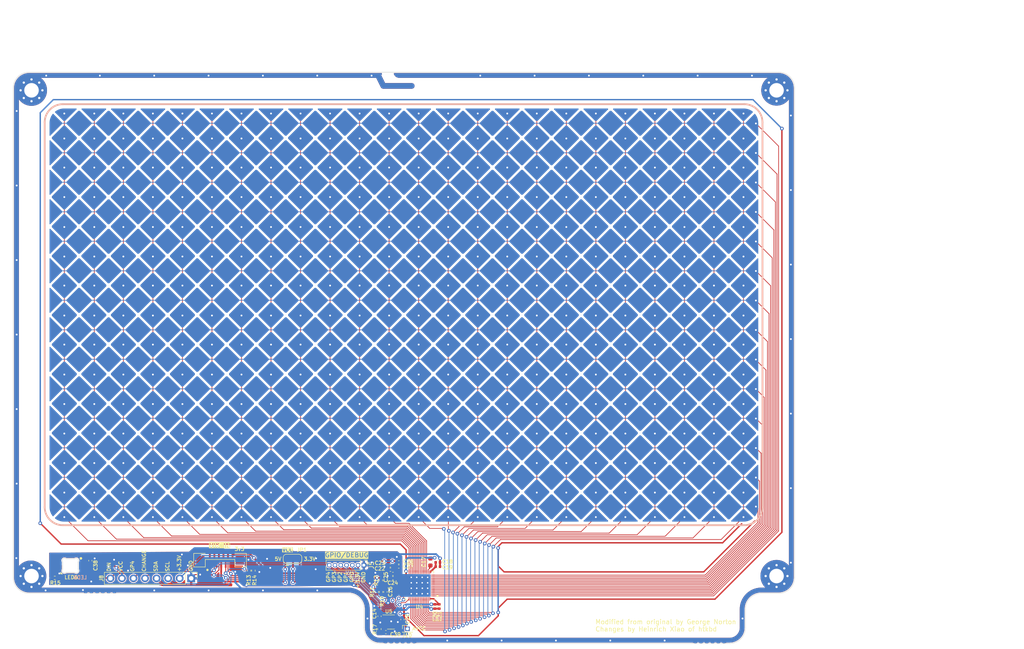
<source format=kicad_pcb>
(kicad_pcb (version 20241229) (generator "pcbnew") (generator_version "9.0")
  (layers (0 "F.Cu" signal) (2 "B.Cu" signal) (13 "F.Paste" user) (15 "B.Paste" user) (5 "F.SilkS" user "F.Silkscreen") (7 "B.SilkS" user "B.Silkscreen") (1 "F.Mask" user) (3 "B.Mask" user) (25 "Edge.Cuts" user))
  (net 0 "")
  (net 1 "/Sensor/RESET")
  (net 2 "/Sensor/SDA")
  (net 3 "/Sensor/SCL")
  (net 4 "/Sensor/CHANGE")
  (net 5 "/Sensor/Row1")
  (net 6 "/Sensor/Row2")
  (net 7 "/Sensor/Row3")
  (net 8 "/Sensor/Row4")
  (net 9 "/Sensor/Row5")
  (net 10 "/Sensor/Row6")
  (net 11 "/Sensor/Row7")
  (net 12 "/Sensor/Row8")
  (net 13 "/Sensor/Row9")
  (net 14 "/Sensor/Row10")
  (net 15 "/Sensor/Row11")
  (net 16 "/Sensor/Row12")
  (net 17 "/Sensor/Row13")
  (net 18 "/Sensor/Row14")
  (net 19 "/Sensor/Col13")
  (net 20 "/Sensor/Col14")
  (net 21 "/Sensor/Col15")
  (net 22 "/Sensor/Col16")
  (net 23 "/Sensor/Col17")
  (net 24 "/Sensor/Col18")
  (net 25 "/Sensor/Col19")
  (net 26 "/Sensor/Col20")
  (net 27 "/Sensor/Col21")
  (net 28 "/Sensor/Col22")
  (net 29 "/Sensor/Col23")
  (net 30 "/Sensor/Col24")
  (net 31 "/Sensor/Shield")
  (net 32 "/Sensor/Col12")
  (net 33 "/Sensor/Col11")
  (net 34 "/Sensor/Col10")
  (net 35 "/Sensor/Col9")
  (net 36 "/Sensor/Col8")
  (net 37 "/Sensor/Col7")
  (net 38 "/Sensor/Col6")
  (net 39 "/Sensor/Col5")
  (net 40 "/Sensor/Col4")
  (net 41 "/Sensor/Col3")
  (net 42 "/Sensor/Col2")
  (net 43 "/Sensor/Col1")
  (net 44 "GND2")
  (net 45 "+3V3")
  (net 46 "Net-(U4-EXCAP0)")
  (net 47 "Net-(U4-EXCAP1)")
  (net 48 "Net-(U4-XVDD)")
  (net 49 "Net-(U4-VDDCORE)")
  (net 50 "Net-(U4-TEST)")
  (net 51 "+3.3VA")
  (net 52 "/Sensor/GPIO0")
  (net 53 "/Sensor/GPIO1")
  (net 54 "/Sensor/GPIO2")
  (net 55 "/Sensor/GPIO3")
  (net 56 "/Sensor/GPIO4")
  (net 62 "/Sensor/VIK_RGB")
  (net 63 "VCC")
  (net 64 "Net-(U5-EN)")
  (net 66 "/Sensor/VIK_5V")
  (net 67 "Net-(LED6-DIN)")
  (footprint "Capacitor_SMD:C_0402_1005Metric" (layer "F.Cu") (at 108.29 164.62)
    (property "Reference" "C19")
    (property "Value" "22n")
  )
  (footprint "MountingHole:MountingHole_3.2mm_M3_Pad_Via" (layer "F.Cu") (at 18.848556 166.697056)
    (property "Reference" "H4" (hide yes))
    (property "Value" "MountingHole_Pad")
  )
  (footprint "Resistor_SMD:R_0402_1005Metric" (layer "F.Cu") (at 95.76 167.63 -90)
    (property "Reference" "R12")
    (property "Value" "10k")
  )
  (footprint "Connector_PinHeader_1.27mm:PinHeader_1x01_P1.27mm_Vertical" (layer "F.Cu") (at 101.6 178.32)
    (property "Reference" "J10")
    (property "Value" "Conn_01x01_Pin")
  )
  (footprint "Capacitor_SMD:C_0402_1005Metric" (layer "F.Cu") (at 96.75 170.2 90)
    (property "Reference" "C16")
    (property "Value" "10nF")
  )
  (footprint "Capacitor_SMD:C_0402_1005Metric" (layer "F.Cu") (at 98.4 166.225)
    (property "Reference" "C25")
    (property "Value" "22n")
  )
  (footprint "Capacitor_SMD:C_0402_1005Metric" (layer "F.Cu") (at 108.59 173.4 90)
    (property "Reference" "C21")
    (property "Value" "22n")
  )
  (footprint "MountingHole:MountingHole_3.2mm_M3_Pad_Via" (layer "F.Cu") (at 18.8486 59.697056)
    (property "Reference" "H3" (hide yes))
    (property "Value" "MountingHole_Pad")
  )
  (footprint "Resistor_SMD:R_0402_1005Metric" (layer "F.Cu") (at 67.7 165.5 -90)
    (property "Reference" "R14")
    (property "Value" "3.3k")
  )
  (footprint "Resistor_SMD:R_0402_1005Metric" (layer "F.Cu") (at 66.75 165.5 -90)
    (property "Reference" "R13")
    (property "Value" "3.3k")
  )
  (footprint "Capacitor_SMD:C_0402_1005Metric" (layer "F.Cu") (at 96.85 179.04)
    (property "Reference" "C39")
    (property "Value" "10nF")
  )
  (footprint "Capacitor_SMD:C_0402_1005Metric" (layer "F.Cu") (at 98.4 167.15)
    (property "Reference" "C24")
    (property "Value" "2.2µ")
  )
  (footprint "Vik:vik-module-connector-vertical" (layer "F.Cu") (at 60.35 163.2)
    (property "Reference" "J4" (hide yes))
    (property "Value" "~")
  )
  (footprint "Capacitor_SMD:C_0402_1005Metric" (layer "F.Cu") (at 97.8447 165.3)
    (property "Reference" "C22")
    (property "Value" "1µ")
  )
  (footprint "Capacitor_SMD:C_0402_1005Metric" (layer "F.Cu") (at 97.8447 164.375)
    (property "Reference" "C23")
    (property "Value" "22n")
  )
  (footprint "Trackpad:LED_6028R" (layer "F.Cu") (at 27.4 164.4)
    (property "Reference" "LED6")
    (property "Value" "SK6812-MINI-E")
    (fp_line (start -1.699999 -0.702843) (end -1.699999 0.702841) (stroke (width 0.1)) (layer "Edge.Cuts"))
    (fp_line (start -0.794452 1.499999) (end 0.794452 1.499999) (stroke (width 0.1)) (layer "Edge.Cuts"))
    (fp_line (start 0.794452 -1.5) (end -0.794453 -1.5) (stroke (width 0.1)) (layer "Edge.Cuts"))
    (fp_line (start 1.699999 0.702841) (end 1.699999 -0.702843) (stroke (width 0.1)) (layer "Edge.Cuts"))
    (fp_arc (start -1.749484 -0.919721) (mid -1.712527 -0.814069) (end -1.699999 -0.702844) (stroke (width 0.1)) (layer "Edge.Cuts"))
    (fp_arc (start -1.749484 -0.919721) (mid -1.638071 -1.504036) (end -1.046711 -1.568299) (stroke (width 0.1)) (layer "Edge.Cuts"))
    (fp_arc (start -1.699999 0.702841) (mid -1.712527 0.814067) (end -1.749484 0.919719) (stroke (width 0.1)) (layer "Edge.Cuts"))
    (fp_arc (start -1.046711 1.568298) (mid -1.638072 1.504034) (end -1.749484 0.919718) (stroke (width 0.1)) (layer "Edge.Cuts"))
    (fp_arc (start -1.046711 1.568298) (mid -0.925123 1.517376) (end -0.794452 1.499999) (stroke (width 0.1)) (layer "Edge.Cuts"))
    (fp_arc (start -0.794453 -1.5) (mid -0.925123 -1.517377) (end -1.046711 -1.568299) (stroke (width 0.1)) (layer "Edge.Cuts"))
    (fp_arc (start 0.794452 1.499999) (mid 0.925122 1.517376) (end 1.04671 1.568298) (stroke (width 0.1)) (layer "Edge.Cuts"))
    (fp_arc (start 1.046711 -1.5683) (mid 0.925123 -1.517378) (end 0.794453 -1.500001) (stroke (width 0.1)) (layer "Edge.Cuts"))
    (fp_arc (start 1.046711 -1.5683) (mid 1.638071 -1.504036) (end 1.749484 -0.919721) (stroke (width 0.1)) (layer "Edge.Cuts"))
    (fp_arc (start 1.699999 -0.702843) (mid 1.712527 -0.814069) (end 1.749484 -0.919721) (stroke (width 0.1)) (layer "Edge.Cuts"))
    (fp_arc (start 1.749484 0.919719) (mid 1.63807 1.504033) (end 1.046711 1.568296) (stroke (width 0.1)) (layer "Edge.Cuts"))
    (fp_arc (start 1.749484 0.919719) (mid 1.712527 0.814067) (end 1.699999 0.702842) (stroke (width 0.1)) (layer "Edge.Cuts"))
  )
  (footprint "Resistor_SMD:R_0402_1005Metric" (layer "F.Cu") (at 95.425 178.375 -90)
    (property "Reference" "R17")
    (property "Value" "10k")
  )
  (footprint "MountingHole:MountingHole_3.2mm_M3_Pad_Via" (layer "F.Cu") (at 182.848556 166.697056)
    (property "Reference" "H2" (hide yes))
    (property "Value" "MountingHole_Pad")
  )
  (footprint "Package_TO_SOT_SMD:SOT-23-5" (layer "F.Cu") (at 97.97 176.82)
    (property "Reference" "U5")
    (property "Value" "MIC5504-3.3YM5")
  )
  (footprint "Resistor_SMD:R_0402_1005Metric" (layer "F.Cu") (at 23.975 167.1)
    (property "Reference" "R15")
    (property "Value" "330")
  )
  (footprint "Connector_PinHeader_2.54mm:PinHeader_1x08_P2.54mm_Vertical" (layer "F.Cu") (at 54 167.2 -90)
    (property "Reference" "J8")
    (property "Value" "Conn_01x08_Pin" (hide yes))
  )
  (footprint "Resistor_SMD:R_0402_1005Metric" (layer "F.Cu") (at 95.8 170.2 -90)
    (property "Reference" "R10")
    (property "Value" "12k")
  )
  (footprint "Connector_PinHeader_1.27mm:PinHeader_1x07_P1.27mm_Vertical" (layer "F.Cu") (at 92 164.3 -90)
    (property "Reference" "J5")
    (property "Value" "Conn_01x07_Pin")
  )
  (footprint "Jumper:SolderJumper-3_P1.3mm_Bridged2Bar12_RoundedPad1.0x1.5mm" (layer "F.Cu") (at 76.3 162.9)
    (property "Reference" "JP1")
    (property "Value" "SolderJumper_3_Open")
  )
  (footprint "Capacitor_SMD:C_0402_1005Metric" (layer "F.Cu") (at 31.8 163.3 90)
    (property "Reference" "C38")
    (property "Value" "100n")
  )
  (footprint "Trackpad:QFN-56_EP_6x6_Pitch0.35mm" (layer "F.Cu") (at 104.244905 168.783779 180)
    (property "Reference" "U4")
    (property "Value" "mXT336UD-MAU002")
  )
  (footprint "MountingHole:MountingHole_3.2mm_M3_Pad_Via" (layer "F.Cu") (at 182.8486 59.697056)
    (property "Reference" "H1" (hide yes))
    (property "Value" "MountingHole_Pad")
  )
  (footprint "Capacitor_SMD:C_0402_1005Metric" (layer "F.Cu") (at 99.6947 164.6 180)
    (property "Reference" "C27")
    (property "Value" "22n")
  )
  (footprint "Resistor_SMD:R_0402_1005Metric" (layer "F.Cu") (at 94.85 170.2 -90)
    (property "Reference" "R11")
    (property "Value" "10k")
  )
  (footprint "Capacitor_SMD:C_0402_1005Metric" (layer "F.Cu") (at 95.45 175.55 -90)
    (property "Reference" "C14")
    (property "Value" "1µ")
  )
  (footprint "Capacitor_SMD:C_0402_1005Metric" (layer "F.Cu") (at 99.6947 163.675 180)
    (property "Reference" "C26")
    (property "Value" "2.2µ")
  )
  (footprint "Capacitor_SMD:C_0402_1005Metric" (layer "F.Cu") (at 108.29 163.68)
    (property "Reference" "C18")
    (property "Value" "1µ")
  )
  (footprint "Capacitor_SMD:C_0402_1005Metric" (layer "F.Cu") (at 100.5 176.26 -90)
    (property "Reference" "C28")
    (property "Value" "1µ")
  )
  (footprint "Capacitor_SMD:C_0603_1608Metric" (layer "F.Cu") (at 106.65 163.6 90)
    (property "Reference" "C17")
    (property "Value" "2.2nF")
  )
  (footprint "Capacitor_SMD:C_0402_1005Metric" (layer "F.Cu") (at 107.65 173.4 90)
    (property "Reference" "C20")
    (property "Value" "2.2µ")
  )
  (gr_circle (center 108.2 171.075) (end 108.33 171.19) (stroke (width 0.15)) (fill yes) (layer "F.SilkS"))
  (gr_line (start 21.75 151.5) (end 21.75 66.75) (stroke (width 0.4)) (layer "B.SilkS"))
  (gr_line (start 25.75 62.75) (end 175.75 62.75) (stroke (width 0.4)) (layer "B.SilkS"))
  (gr_line (start 175.75 155.5) (end 25.75 155.5) (stroke (width 0.4)) (layer "B.SilkS"))
  (gr_arc (start 25.75 155.5) (mid 22.921573 154.328427) (end 21.75 151.5) (stroke (width 0.4)) (layer "B.SilkS"))
  (gr_arc (start 179.75 151.5) (mid 178.578427 154.328427) (end 175.75 155.5) (stroke (width 0.4)) (layer "B.SilkS"))
  (gr_arc (start 175.75 62.75) (mid 178.578427 63.921573) (end 179.75 66.75) (stroke (width 0.4)) (layer "B.SilkS"))
  (gr_arc (start 21.75 66.75) (mid 22.921573 63.921573) (end 25.75 62.75) (stroke (width 0.4)) (layer "B.SilkS"))
  (gr_line (start 179.75 66.75) (end 179.75 151.5) (stroke (width 0.4)) (layer "B.SilkS"))
  (gr_line (start 30.025 170.5) (end 18.32 170.5) (stroke (width 0.1)) (layer "Edge.Cuts"))
  (gr_line (start 164.225 181.55) (end 103.825 181.55) (stroke (width 0.1)) (layer "Edge.Cuts"))
  (gr_line (start 88.5503 170.5) (end 37.825 170.5) (stroke (width 0.1)) (layer "Edge.Cuts"))
  (gr_line (start 103.825 181.55) (end 96.025 181.55) (stroke (width 0.1)) (layer "Edge.Cuts"))
  (gr_arc (start 14.82 59.2) (mid 15.845126 56.725126) (end 18.32 55.7) (stroke (width 0.1)) (layer "Edge.Cuts"))
  (gr_line (start 92.05 178.05) (end 92.0503 174) (stroke (width 0.1)) (layer "Edge.Cuts"))
  (gr_line (start 14.82 167) (end 14.82 59.2) (stroke (width 0.1)) (layer "Edge.Cuts"))
  (gr_line (start 176 178.05) (end 176 174) (stroke (width 0.1)) (layer "Edge.Cuts"))
  (gr_line (start 37.825 170.5) (end 30.025 170.5) (stroke (width 0.1)) (layer "Edge.Cuts"))
  (gr_line (start 186.82 59.2) (end 186.82 167.005632) (stroke (width 0.1)) (layer "Edge.Cuts"))
  (gr_line (start 179.5 170.5) (end 183.320005 170.5) (stroke (width 0.1)) (layer "Edge.Cuts"))
  (gr_arc (start 183.32 55.7) (mid 185.794874 56.725126) (end 186.82 59.2) (stroke (width 0.1)) (layer "Edge.Cuts"))
  (gr_arc (start 176 174) (mid 177.025134 171.52514) (end 179.5 170.5) (stroke (width 0.1)) (layer "Edge.Cuts"))
  (gr_arc (start 95.55 181.55) (mid 93.075134 180.524872) (end 92.05 178.05) (stroke (width 0.1)) (layer "Edge.Cuts"))
  (gr_arc (start 18.32 170.5) (mid 15.845126 169.474874) (end 14.82 167) (stroke (width 0.1)) (layer "Edge.Cuts"))
  (gr_arc (start 88.5503 170.5) (mid 91.025181 171.525125) (end 92.0503 174) (stroke (width 0.1)) (layer "Edge.Cuts"))
  (gr_line (start 95.55 181.55) (end 96.025 181.55) (stroke (width 0.1)) (layer "Edge.Cuts"))
  (gr_line (start 164.225 181.55) (end 172.025 181.55) (stroke (width 0.1)) (layer "Edge.Cuts"))
  (gr_arc (start 186.82 167.005632) (mid 185.792894 169.476877) (end 183.320005 170.5) (stroke (width 0.1)) (layer "Edge.Cuts"))
  (gr_line (start 172.025 181.55) (end 172.5 181.55) (stroke (width 0.1)) (layer "Edge.Cuts"))
  (gr_arc (start 176 178.05) (mid 174.974881 180.524887) (end 172.5 181.55) (stroke (width 0.1)) (layer "Edge.Cuts"))
  (gr_line (start 18.32 55.7) (end 183.32 55.7) (stroke (width 0.1)) (layer "Edge.Cuts"))
  (gr_text "GP4\nGP3\nGP2\nGP1\nGP0\n+3.3V\nGND" (at 92.38 165.63 90) (layer "F.SilkS") (effects (font (size 0.8 0.8)) (justify right bottom)))
  (gr_text "GPIO/DEBUG" (at 83.37 162.64 0) (layer "F.SilkS" knockout) (effects (font (size 1 1) (thickness 0.15) (bold yes)) (justify left bottom)))
  (gr_text "VCC" (at 74 161.425 0) (layer "F.SilkS" knockout) (effects (font (size 0.8 0.8) (thickness 0.15) (bold yes)) (justify left bottom)))
  (gr_text "AVCC" (at 102.58 178.73 0) (layer "F.SilkS") (effects (font (size 0.8 0.8)) (justify left bottom)))
  (gr_text "3.3V" (at 78.7 163.4 0) (layer "F.SilkS") (effects (font (size 0.8 0.8)) (justify left bottom)))
  (gr_text "DIN\n\nVCC\n\nGP4\n\nCHANGE\n\nSDA\n\nSCL\n\n+3.3V\n\nGND" (at 54.4 165.8 90) (layer "F.SilkS") (effects (font (size 0.8 0.8)) (justify left bottom)))
  (gr_text "Modified from original by George Norton\nChanges by Heinrich Xiao of htkbd" (at 142.89 178.98 0) (layer "F.SilkS") (effects (font (size 1 1)) (justify left bottom)))
  (gr_text "5V" (at 72.3 163.4 0) (layer "F.SilkS") (effects (font (size 0.8 0.8)) (justify left bottom)))
  (gr_text "LED6" (at 28 167 0) (layer "B.SilkS") (effects (font (size 0.8 0.8)) (justify right mirror)))
  (segment (start 101.289905 168.958779) (end 99.430282 168.958779) (width 0.15) (layer "F.Cu") (net 1))
  (segment (start 99.430282 168.958779) (end 97.709061 170.68) (width 0.15) (layer "F.Cu") (net 1))
  (segment (start 95.83 170.68) (end 95.8 170.71) (width 0.15) (layer "F.Cu") (net 1))
  (segment (start 96.75 170.68) (end 95.83 170.68) (width 0.15) (layer "F.Cu") (net 1))
  (segment (start 97.709061 170.68) (end 96.75 170.68) (width 0.15) (layer "F.Cu") (net 1))
  (segment (start 63.015064 166.6) (end 68.2 166.6) (width 0.2) (layer "F.Cu") (net 2))
  (segment (start 98.401221 168.71) (end 98.653062 168.71) (width 0.15) (layer "F.Cu") (net 2))
  (segment (start 62.1 162.248779) (end 62.15 162.198779) (width 0.2) (layer "F.Cu") (net 2))
  (segment (start 98.401221 168.71) (end 95.270232 168.71) (width 0.2) (layer "F.Cu") (net 2))
  (segment (start 93.160232 166.6) (end 68.2 166.6) (width 0.2) (layer "F.Cu") (net 2))
  (segment (start 62.732715 166.167285) (end 62.732715 166.317651) (width 0.2) (layer "F.Cu") (net 2))
  (segment (start 98.653062 168.71) (end 99.104283 168.258779) (width 0.15) (layer "F.Cu") (net 2))
  (segment (start 62.1 165.53457) (end 62.1 162.248779) (width 0.2) (layer "F.Cu") (net 2))
  (segment (start 95.270232 168.71) (end 93.160232 166.6) (width 0.2) (layer "F.Cu") (net 2))
  (segment (start 62.732715 166.167285) (end 62.1 165.53457) (width 0.2) (layer "F.Cu") (net 2))
  (segment (start 67.7 166.01) (end 67.7 166.1) (width 0.2) (layer "F.Cu") (net 2))
  (segment (start 62.732715 166.317651) (end 63.015064 166.6) (width 0.2) (layer "F.Cu") (net 2))
  (segment (start 67.7 166.1) (end 68.2 166.6) (width 0.2) (layer "F.Cu") (net 2))
  (segment (start 99.104283 168.258779) (end 101.289905 168.258779) (width 0.15) (layer "F.Cu") (net 2))
  (via (at 62.732715 166.167285) (size 0.8) (drill 0.4) (layers "F.Cu" "B.Cu") (net 2))
  (segment (start 47.955 168.775) (end 46.38 167.2) (width 0.2) (layer "B.Cu") (net 2))
  (segment (start 62.061396 168.775) (end 47.955 168.775) (width 0.2) (layer "B.Cu") (net 2))
  (segment (start 62.732715 166.167285) (end 62.740332 166.174902) (width 0.2) (layer "B.Cu") (net 2))
  (segment (start 62.740332 168.096064) (end 62.061396 168.775) (width 0.2) (layer "B.Cu") (net 2))
  (segment (start 62.740332 166.174902) (end 62.740332 168.096064) (width 0.2) (layer "B.Cu") (net 2))
  (segment (start 95.104546 169.11) (end 98.501221 169.11) (width 0.2) (layer "F.Cu") (net 3))
  (segment (start 62.503864 167) (end 92.994546 167) (width 0.2) (layer "F.Cu") (net 3))
  (segment (start 92.994546 167) (end 95.104546 169.11) (width 0.2) (layer "F.Cu") (net 3))
  (segment (start 98.748036 169.11) (end 99.249257 168.608779) (width 0.15) (layer "F.Cu") (net 3))
  (segment (start 99.249257 168.608779) (end 101.289905 168.608779) (width 0.15) (layer "F.Cu") (net 3))
  (segment (start 65.86 165.12) (end 66.75 166.01) (width 0.2) (layer "F.Cu") (net 3))
  (segment (start 65.72 165.12) (end 65.86 165.12) (width 0.2) (layer "F.Cu") (net 3))
  (segment (start 98.501221 169.11) (end 98.748036 169.11) (width 0.15) (layer "F.Cu") (net 3))
  (segment (start 61.6 165.974158) (end 61.6 164.2) (width 0.2) (layer "F.Cu") (net 3))
  (segment (start 61.575741 166.071877) (end 62.503864 167) (width 0.2) (layer "F.Cu") (net 3))
  (via (at 61.575741 166.071877) (size 0.8) (drill 0.4) (layers "F.Cu" "B.Cu") (net 3))
  (via (at 65.72 165.12) (size 0.8) (drill 0.4) (layers "F.Cu" "B.Cu") (net 3))
  (segment (start 62.315332 167.391367) (end 61.331699 168.375) (width 0.2) (layer "B.Cu") (net 3))
  (segment (start 61.575741 166.071877) (end 62.315332 166.811468) (width 0.2) (layer "B.Cu") (net 3))
  (segment (start 61.575741 166.071877) (end 62.598118 165.0495) (width 0.2) (layer "B.Cu") (net 3))
  (segment (start 65.6495 165.0495) (end 65.72 165.12) (width 0.2) (layer "B.Cu") (net 3))
  (segment (start 61.331699 168.375) (end 50.095 168.375) (width 0.2) (layer "B.Cu") (net 3))
  (segment (start 62.315332 166.811468) (end 62.315332 167.391367) (width 0.2) (layer "B.Cu") (net 3))
  (segment (start 62.598118 165.0495) (end 65.6495 165.0495) (width 0.2) (layer "B.Cu") (net 3))
  (segment (start 50.095 168.375) (end 48.92 167.2) (width 0.2) (layer "B.Cu") (net 3))
  (segment (start 96.163568 171.25) (end 96.158568 171.255) (width 0.15) (layer "F.Cu") (net 4))
  (segment (start 99.575256 169.308779) (end 97.634035 171.25) (width 0.15) (layer "F.Cu") (net 4))
  (segment (start 61.615332 167.101417) (end 61.913915 167.4) (width 0.2) (layer "F.Cu") (net 4))
  (segment (start 45.39 165.65) (end 43.84 167.2) (width 0.25) (layer "F.Cu") (net 4))
  (segment (start 96.158568 171.255) (end 95.395 171.255) (width 0.15) (layer "F.Cu") (net 4))
  (segment (start 91.172106 167.4) (end 94.482106 170.71) (width 0.2) (layer "F.Cu") (net 4))
  (segment (start 60.1 165.356249) (end 60.1 162.2) (width 0.2) (layer "F.Cu") (net 4))
  (segment (start 58.449002 166.449002) (end 57.65 165.65) (width 0.25) (layer "F.Cu") (net 4))
  (segment (start 101.289905 169.308779) (end 99.575256 169.308779) (width 0.15) (layer "F.Cu") (net 4))
  (segment (start 58.999142 166.449002) (end 58.449002 166.449002) (width 0.25) (layer "F.Cu") (net 4))
  (segment (start 94.482106 170.71) (end 94.85 170.71) (width 0.2) (layer "F.Cu") (net 4))
  (segment (start 61.913915 167.4) (end 91.172106 167.4) (width 0.2) (layer "F.Cu") (net 4))
  (segment (start 59.298491 166.149653) (end 59.306596 166.149653) (width 0.2) (layer "F.Cu") (net 4))
  (segment (start 95.395 171.255) (end 94.85 170.71) (width 0.15) (layer "F.Cu") (net 4))
  (segment (start 97.634035 171.25) (end 96.163568 171.25) (width 0.15) (layer "F.Cu") (net 4))
  (segment (start 58.999142 166.449002) (end 59.298491 166.149653) (width 0.2) (layer "F.Cu") (net 4))
  (segment (start 57.65 165.65) (end 45.39 165.65) (width 0.25) (layer "F.Cu") (net 4))
  (segment (start 59.306596 166.149653) (end 60.1 165.356249) (width 0.2) (layer "F.Cu") (net 4))
  (via (at 61.615332 167.101417) (size 0.8) (drill 0.4) (layers "F.Cu" "B.Cu") (net 4))
  (via (at 58.999142 166.449002) (size 0.8) (drill 0.4) (layers "F.Cu" "B.Cu") (net 4))
  (segment (start 58.999142 166.449002) (end 59.05014 166.5) (width 0.2) (layer "B.Cu") (net 4))
  (segment (start 61.013915 166.5) (end 61.615332 167.101417) (width 0.2) (layer "B.Cu") (net 4))
  (segment (start 59.05014 166.5) (end 61.013915 166.5) (width 0.2) (layer "B.Cu") (net 4))
  (segment (start 168.995585 171.058779) (end 183.3 156.754362) (width 0.15) (layer "F.Cu") (net 5))
  (segment (start 107.199905 171.058779) (end 168.995585 171.058779) (width 0.15) (layer "F.Cu") (net 5))
  (segment (start 183.3 156.754362) (end 183.3 71.998779) (width 0.15) (layer "F.Cu") (net 5))
  (segment (start 183.3 71.998779) (end 178.3 66.998779) (width 0.15) (layer "F.Cu") (net 5))
  (via (at 178.3 66.998779) (size 0.8) (drill 0.4) (layers "F.Cu" "B.Cu") (net 5))
  (segment (start 178.3 73.498779) (end 182.95 78.148779) (width 0.15) (layer "F.Cu") (net 6))
  (segment (start 182.95 78.148779) (end 182.95 156.609388) (width 0.15) (layer "F.Cu") (net 6))
  (segment (start 182.95 156.609388) (end 168.85061 170.708779) (width 0.15) (layer "F.Cu") (net 6))
  (segment (start 168.85061 170.708779) (end 107.199905 170.708779) (width 0.15) (layer "F.Cu") (net 6))
  (via (at 178.3 73.498779) (size 0.8) (drill 0.4) (layers "F.Cu" "B.Cu") (net 6))
  (segment (start 182.6 84.298779) (end 178.3 79.998779) (width 0.15) (layer "F.Cu") (net 7))
  (segment (start 168.705636 170.358779) (end 182.6 156.464414) (width 0.15) (layer "F.Cu") (net 7))
  (segment (start 107.199905 170.358779) (end 168.705636 170.358779) (width 0.15) (layer "F.Cu") (net 7))
  (segment (start 182.6 156.464414) (end 182.6 84.298779) (width 0.15) (layer "F.Cu") (net 7))
  (via (at 178.3 79.998779) (size 0.8) (drill 0.4) (layers "F.Cu" "B.Cu") (net 7))
  (segment (start 182.25 90.448779) (end 178.3 86.498779) (width 0.15) (layer "F.Cu") (net 8))
  (segment (start 107.199905 170.008779) (end 168.560662 170.008779) (width 0.15) (layer "F.Cu") (net 8))
  (segment (start 168.560662 170.008779) (end 182.25 156.31944) (width 0.15) (layer "F.Cu") (net 8))
  (segment (start 182.25 156.31944) (end 182.25 90.448779) (width 0.15) (layer "F.Cu") (net 8))
  (via (at 178.3 86.498779) (size 0.8) (drill 0.4) (layers "F.Cu" "B.Cu") (net 8))
  (segment (start 181.9 156.174466) (end 181.9 96.598779) (width 0.15) (layer "F.Cu") (net 9))
  (segment (start 107.199905 169.658779) (end 168.415687 169.658779) (width 0.15) (layer "F.Cu") (net 9))
  (segment (start 181.9 96.598779) (end 178.3 92.998779) (width 0.15) (layer "F.Cu") (net 9))
  (segment (start 168.415687 169.658779) (end 181.9 156.174466) (width 0.15) (layer "F.Cu") (net 9))
  (via (at 178.3 92.998779) (size 0.8) (drill 0.4) (layers "F.Cu" "B.Cu") (net 9))
  (segment (start 168.270714 169.308779) (end 181.55 156.029492) (width 0.15) (layer "F.Cu") (net 10))
  (segment (start 181.55 102.748779) (end 178.3 99.498779) (width 0.15) (layer "F.Cu") (net 10))
  (segment (start 181.55 156.029492) (end 181.55 102.748779) (width 0.15) (layer "F.Cu") (net 10))
  (segment (start 107.199905 169.308779) (end 168.270714 169.308779) (width 0.15) (layer "F.Cu") (net 10))
  (via (at 178.3 99.498779) (size 0.8) (drill 0.4) (layers "F.Cu" "B.Cu") (net 10))
  (segment (start 168.12574 168.958779) (end 181.2 155.884518) (width 0.15) (layer "F.Cu") (net 11))
  (segment (start 181.2 108.898779) (end 178.3 105.998779) (width 0.15) (layer "F.Cu") (net 11))
  (segment (start 181.2 155.884518) (end 181.2 108.898779) (width 0.15) (layer "F.Cu") (net 11))
  (segment (start 107.199905 168.958779) (end 168.12574 168.958779) (width 0.15) (layer "F.Cu") (net 11))
  (via (at 178.3 105.998779) (size 0.8) (drill 0.4) (layers "F.Cu" "B.Cu") (net 11))
  (segment (start 178.305026 112.498779) (end 180.85 115.043753) (width 0.15) (layer "F.Cu") (net 12))
  (segment (start 180.85 115.043753) (end 180.85 155.739544) (width 0.15) (layer "F.Cu") (net 12))
  (segment (start 178.305026 112.498779) (end 178.3 112.498779) (width 0.15) (layer "F.Cu") (net 12))
  (segment (start 178.3 112.498779) (end 178.3 112.493753) (width 0.15) (layer "F.Cu") (net 12))
  (segment (start 180.85 155.739544) (end 167.980765 168.608779) (width 0.15) (layer "F.Cu") (net 12))
  (segment (start 178.3 112.493753) (end 178.305026 112.498779) (width 0.15) (layer "F.Cu") (net 12))
  (segment (start 167.980765 168.608779) (end 107.199905 168.608779) (width 0.15) (layer "F.Cu") (net 12))
  (via (at 178.3 112.498779) (size 0.8) (drill 0.4) (layers "F.Cu" "B.Cu") (net 12))
  (segment (start 180.5 155.59457) (end 180.5 121.298779) (width 0.15) (layer "F.Cu") (net 13))
  (segment (start 107.199905 168.258779) (end 167.835791 168.258779) (width 0.15) (layer "F.Cu") (net 13))
  (segment (start 180.5 121.298779) (end 178.2 118.998779) (width 0.15) (layer "F.Cu") (net 13))
  (segment (start 167.835791 168.258779) (end 180.5 155.59457) (width 0.15) (layer "F.Cu") (net 13))
  (via (at 178.3 118.998779) (size 0.8) (drill 0.4) (layers "F.Cu" "B.Cu") (net 13))
  (segment (start 107.199905 167.908779) (end 167.690817 167.908779) (width 0.15) (layer "F.Cu") (net 14))
  (segment (start 180.15 127.348779) (end 178.3 125.498779) (width 0.15) (layer "F.Cu") (net 14))
  (segment (start 180.15 155.449596) (end 180.15 127.348779) (width 0.15) (layer "F.Cu") (net 14))
  (segment (start 167.690817 167.908779) (end 180.15 155.449596) (width 0.15) (layer "F.Cu") (net 14))
  (via (at 178.3 125.498779) (size 0.8) (drill 0.4) (layers "F.Cu" "B.Cu") (net 14))
  (segment (start 179.8 155.304622) (end 179.8 133.498779) (width 0.15) (layer "F.Cu") (net 15))
  (segment (start 107.199905 167.558779) (end 167.545843 167.558779) (width 0.15) (layer "F.Cu") (net 15))
  (segment (start 179.8 133.498779) (end 178.3 131.998779) (width 0.15) (layer "F.Cu") (net 15))
  (segment (start 167.545843 167.558779) (end 179.8 155.304622) (width 0.15) (layer "F.Cu") (net 15))
  (via (at 178.3 131.998779) (size 0.8) (drill 0.4) (layers "F.Cu" "B.Cu") (net 15))
  (segment (start 179.45 139.648779) (end 178.3 138.498779) (width 0.15) (layer "F.Cu") (net 16))
  (segment (start 107.199905 167.208779) (end 167.400869 167.208779) (width 0.15) (layer "F.Cu") (net 16))
  (segment (start 179.45 155.159648) (end 179.45 139.648779) (width 0.15) (layer "F.Cu") (net 16))
  (segment (start 167.400869 167.208779) (end 179.45 155.159648) (width 0.15) (layer "F.Cu") (net 16))
  (via (at 178.3 138.498779) (size 0.8) (drill 0.4) (layers "F.Cu" "B.Cu") (net 16))
  (segment (start 179.1 155.014674) (end 179.1 145.798779) (width 0.15) (layer "F.Cu") (net 17))
  (segment (start 179.1 145.798779) (end 178.3 144.998779) (width 0.15) (layer "F.Cu") (net 17))
  (segment (start 167.255895 166.858779) (end 179.1 155.014674) (width 0.15) (layer "F.Cu") (net 17))
  (segment (start 107.199905 166.858779) (end 167.255895 166.858779) (width 0.15) (layer "F.Cu") (net 17))
  (via (at 178.3 144.998779) (size 0.8) (drill 0.4) (layers "F.Cu" "B.Cu") (net 17))
  (segment (start 107.199905 166.508779) (end 167.110921 166.508779) (width 0.15) (layer "F.Cu") (net 18))
  (segment (start 178.75 154.8697) (end 178.75 151.798779) (width 0.15) (layer "F.Cu") (net 18))
  (segment (start 178.75 151.798779) (end 178.35 151.398779) (width 0.15) (layer "F.Cu") (net 18))
  (segment (start 167.110921 166.508779) (end 178.75 154.8697) (width 0.15) (layer "F.Cu") (net 18))
  (via (at 178.3 151.398779) (size 0.8) (drill 0.4) (layers "F.Cu" "B.Cu") (net 18))
  (segment (start 97.57 83.208779) (end 97.57 76.708779) (width 0.15) (layer "F.Cu") (net 19))
  (segment (start 97.57 135.308779) (end 97.57 128.808779) (width 0.15) (layer "F.Cu") (net 19))
  (segment (start 97.57 115.708779) (end 97.57 109.308779) (width 0.15) (layer "F.Cu") (net 19))
  (segment (start 97.57 76.708779) (end 97.57 70.308779) (width 0.15) (layer "F.Cu") (net 19))
  (segment (start 97.57 153.708779) (end 97.57 148.308779) (width 0.15) (layer "F.Cu") (net 19))
  (segment (start 97.57 109.308779) (end 97.57 102.708779) (width 0.15) (layer "F.Cu") (net 19))
  (segment (start 97.57 96.308779) (end 97.57 89.808779) (width 0.15) (layer "F.Cu") (net 19))
  (segment (start 97.57 128.808779) (end 97.57 122.308779) (width 0.15) (layer "F.Cu") (net 19))
  (segment (start 97.57 141.808779) (end 97.57 135.308779) (width 0.15) (layer "F.Cu") (net 19))
  (segment (start 97.57 148.308779) (end 97.57 141.808779) (width 0.15) (layer "F.Cu") (net 19))
  (segment (start 101.926221 155.075) (end 98.936221 155.075) (width 0.15) (layer "F.Cu") (net 19))
  (segment (start 98.936221 155.075) (end 97.56 153.698779) (width 0.15) (layer "F.Cu") (net 19))
  (segment (start 105.819905 158.968683) (end 101.926221 155.075) (width 0.15) (layer "F.Cu") (net 19))
  (segment (start 105.819905 165.828779) (end 105.819905 158.968683) (width 0.15) (layer "F.Cu") (net 19))
  (segment (start 97.57 89.808779) (end 97.57 83.208779) (width 0.15) (layer "F.Cu") (net 19))
  (segment (start 97.57 102.708779) (end 97.57 96.308779) (width 0.15) (layer "F.Cu") (net 19))
  (segment (start 97.57 122.308779) (end 97.57 115.708779) (width 0.15) (layer "F.Cu") (net 19))
  (segment (start 97.57 70.308779) (end 97.57 64.808779) (width 0.15) (layer "F.Cu") (net 19))
  (via (at 97.57 153.708779) (size 0.8) (drill 0.4) (layers "F.Cu" "B.Cu") (net 19))
  (via (at 97.57 115.708779) (size 0.8) (drill 0.4) (layers "F.Cu" "B.Cu") (net 19))
  (via (at 97.57 96.308779) (size 0.8) (drill 0.4) (layers "F.Cu" "B.Cu") (net 19))
  (via (at 97.57 70.308779) (size 0.8) (drill 0.4) (layers "F.Cu" "B.Cu") (net 19))
  (via (at 97.57 148.308779) (size 0.8) (drill 0.4) (layers "F.Cu" "B.Cu") (net 19))
  (via (at 97.57 89.808779) (size 0.8) (drill 0.4) (layers "F.Cu" "B.Cu") (net 19))
  (via (at 97.57 135.308779) (size 0.8) (drill 0.4) (layers "F.Cu" "B.Cu") (net 19))
  (via (at 97.57 64.808779) (size 0.8) (drill 0.4) (layers "F.Cu" "B.Cu") (net 19))
  (via (at 97.57 141.808779) (size 0.8) (drill 0.4) (layers "F.Cu" "B.Cu") (net 19))
  (via (at 97.57 102.708779) (size 0.8) (drill 0.4) (layers "F.Cu" "B.Cu") (net 19))
  (via (at 97.57 83.208779) (size 0.8) (drill 0.4) (layers "F.Cu" "B.Cu") (net 19))
  (via (at 97.57 128.808779) (size 0.8) (drill 0.4) (layers "F.Cu" "B.Cu") (net 19))
  (via (at 97.57 76.708779) (size 0.8) (drill 0.4) (layers "F.Cu" "B.Cu") (net 19))
  (via (at 97.57 122.308779) (size 0.8) (drill 0.4) (layers "F.Cu" "B.Cu") (net 19))
  (via (at 97.57 109.308779) (size 0.8) (drill 0.4) (layers "F.Cu" "B.Cu") (net 19))
  (segment (start 92.726221 155.425) (end 91 153.698779) (width 0.15) (layer "F.Cu") (net 20))
  (segment (start 91.07 128.808779) (end 91.07 122.308779) (width 0.15) (layer "F.Cu") (net 20))
  (segment (start 91.07 76.708779) (end 91.07 70.308779) (width 0.15) (layer "F.Cu") (net 20))
  (segment (start 105.469905 159.113658) (end 101.781247 155.425) (width 0.15) (layer "F.Cu") (net 20))
  (segment (start 91.07 115.708779) (end 91.07 109.308779) (width 0.15) (layer "F.Cu") (net 20))
  (segment (start 91.07 109.308779) (end 91.07 102.708779) (width 0.15) (layer "F.Cu") (net 20))
  (segment (start 101.781247 155.425) (end 92.726221 155.425) (width 0.15) (layer "F.Cu") (net 20))
  (segment (start 91.07 122.308779) (end 91.07 115.708779) (width 0.15) (layer "F.Cu") (net 20))
  (segment (start 105.469905 165.828779) (end 105.469905 159.113658) (width 0.15) (layer "F.Cu") (net 20))
  (segment (start 91.07 102.708779) (end 91.07 96.308779) (width 0.15) (layer "F.Cu") (net 20))
  (segment (start 91.07 70.308779) (end 91.07 64.808779) (width 0.15) (layer "F.Cu") (net 20))
  (segment (start 91.07 135.308779) (end 91.07 128.808779) (width 0.15) (layer "F.Cu") (net 20))
  (segment (start 91.07 141.808779) (end 91.07 135.308779) (width 0.15) (layer "F.Cu") (net 20))
  (segment (start 91.07 153.708779) (end 91.07 148.308779) (width 0.15) (layer "F.Cu") (net 20))
  (segment (start 91.07 96.308779) (end 91.07 89.808779) (width 0.15) (layer "F.Cu") (net 20))
  (segment (start 91.07 89.808779) (end 91.07 83.208779) (width 0.15) (layer "F.Cu") (net 20))
  (segment (start 91.07 83.208779) (end 91.07 76.708779) (width 0.15) (layer "F.Cu") (net 20))
  (segment (start 91.07 148.308779) (end 91.07 141.808779) (width 0.15) (layer "F.Cu") (net 20))
  (via (at 91.07 115.708779) (size 0.8) (drill 0.4) (layers "F.Cu" "B.Cu") (net 20))
  (via (at 91.07 128.808779) (size 0.8) (drill 0.4) (layers "F.Cu" "B.Cu") (net 20))
  (via (at 91.07 109.308779) (size 0.8) (drill 0.4) (layers "F.Cu" "B.Cu") (net 20))
  (via (at 91.07 153.708779) (size 0.8) (drill 0.4) (layers "F.Cu" "B.Cu") (net 20))
  (via (at 91.07 70.308779) (size 0.8) (drill 0.4) (layers "F.Cu" "B.Cu") (net 20))
  (via (at 91.07 122.308779) (size 0.8) (drill 0.4) (layers "F.Cu" "B.Cu") (net 20))
  (via (at 91.07 64.808779) (size 0.8) (drill 0.4) (layers "F.Cu" "B.Cu") (net 20))
  (via (at 91.07 76.708779) (size 0.8) (drill 0.4) (layers "F.Cu" "B.Cu") (net 20))
  (via (at 91.07 96.308779) (size 0.8) (drill 0.4) (layers "F.Cu" "B.Cu") (net 20))
  (via (at 91.07 102.708779) (size 0.8) (drill 0.4) (layers "F.Cu" "B.Cu") (net 20))
  (via (at 91.07 141.808779) (size 0.8) (drill 0.4) (layers "F.Cu" "B.Cu") (net 20))
  (via (at 91.07 83.208779) (size 0.8) (drill 0.4) (layers "F.Cu" "B.Cu") (net 20))
  (via (at 91.07 148.308779) (size 0.8) (drill 0.4) (layers "F.Cu" "B.Cu") (net 20))
  (via (at 91.07 135.308779) (size 0.8) (drill 0.4) (layers "F.Cu" "B.Cu") (net 20))
  (via (at 91.07 89.808779) (size 0.8) (drill 0.4) (layers "F.Cu" "B.Cu") (net 20))
  (segment (start 84.57 76.708779) (end 84.57 70.308779) (width 0.15) (layer "F.Cu") (net 21))
  (segment (start 84.57 153.708779) (end 84.57 148.308779) (width 0.15) (layer "F.Cu") (net 21))
  (segment (start 84.57 141.808779) (end 84.57 135.308779) (width 0.15) (layer "F.Cu") (net 21))
  (segment (start 84.57 148.308779) (end 84.57 141.808779) (width 0.15) (layer "F.Cu") (net 21))
  (segment (start 84.57 128.808779) (end 84.57 122.308779) (width 0.15) (layer "F.Cu") (net 21))
  (segment (start 84.57 83.208779) (end 84.57 76.708779) (width 0.15) (layer "F.Cu") (net 21))
  (segment (start 101.636273 155.775) (end 86.636221 155.775) (width 0.15) (layer "F.Cu") (net 21))
  (segment (start 84.57 115.708779) (end 84.57 109.308779) (width 0.15) (layer "F.Cu") (net 21))
  (segment (start 86.636221 155.775) (end 84.56 153.698779) (width 0.15) (layer "F.Cu") (net 21))
  (segment (start 84.57 122.308779) (end 84.57 115.708779) (width 0.15) (layer "F.Cu") (net 21))
  (segment (start 84.57 96.308779) (end 84.57 89.808779) (width 0.15) (layer "F.Cu") (net 21))
  (segment (start 84.57 70.308779) (end 84.57 64.808779) (width 0.15) (layer "F.Cu") (net 21))
  (segment (start 105.119905 159.258632) (end 101.636273 155.775) (width 0.15) (layer "F.Cu") (net 21))
  (segment (start 84.57 89.808779) (end 84.57 83.208779) (width 0.15) (layer "F.Cu") (net 21))
  (segment (start 84.57 102.708779) (end 84.57 96.308779) (width 0.15) (layer "F.Cu") (net 21))
  (segment (start 84.57 135.308779) (end 84.57 128.808779) (width 0.15) (layer "F.Cu") (net 21))
  (segment (start 105.119905 165.828779) (end 105.119905 159.258632) (width 0.15) (layer "F.Cu") (net 21))
  (segment (start 84.57 109.308779) (end 84.57 102.708779) (width 0.15) (layer "F.Cu") (net 21))
  (via (at 84.57 122.308779) (size 0.8) (drill 0.4) (layers "F.Cu" "B.Cu") (net 21))
  (via (at 84.57 128.808779) (size 0.8) (drill 0.4) (layers "F.Cu" "B.Cu") (net 21))
  (via (at 84.57 135.308779) (size 0.8) (drill 0.4) (layers "F.Cu" "B.Cu") (net 21))
  (via (at 84.57 64.808779) (size 0.8) (drill 0.4) (layers "F.Cu" "B.Cu") (net 21))
  (via (at 84.57 83.208779) (size 0.8) (drill 0.4) (layers "F.Cu" "B.Cu") (net 21))
  (via (at 84.57 76.708779) (size 0.8) (drill 0.4) (layers "F.Cu" "B.Cu") (net 21))
  (via (at 84.57 153.708779) (size 0.8) (drill 0.4) (layers "F.Cu" "B.Cu") (net 21))
  (via (at 84.57 96.308779) (size 0.8) (drill 0.4) (layers "F.Cu" "B.Cu") (net 21))
  (via (at 84.57 70.308779) (size 0.8) (drill 0.4) (layers "F.Cu" "B.Cu") (net 21))
  (via (at 84.57 102.708779) (size 0.8) (drill 0.4) (layers "F.Cu" "B.Cu") (net 21))
  (via (at 84.57 109.308779) (size 0.8) (drill 0.4) (layers "F.Cu" "B.Cu") (net 21))
  (via (at 84.57 89.808779) (size 0.8) (drill 0.4) (layers "F.Cu" "B.Cu") (net 21))
  (via (at 84.57 115.708779) (size 0.8) (drill 0.4) (layers "F.Cu" "B.Cu") (net 21))
  (via (at 84.57 148.308779) (size 0.8) (drill 0.4) (layers "F.Cu" "B.Cu") (net 21))
  (via (at 84.57 141.808779) (size 0.8) (drill 0.4) (layers "F.Cu" "B.Cu") (net 21))
  (segment (start 78.07 135.308779) (end 78.07 128.808779) (width 0.15) (layer "F.Cu") (net 22))
  (segment (start 78.07 96.308779) (end 78.07 89.808779) (width 0.15) (layer "F.Cu") (net 22))
  (segment (start 78.07 122.308779) (end 78.07 115.708779) (width 0.15) (layer "F.Cu") (net 22))
  (segment (start 80.426221 156.125) (end 78 153.698779) (width 0.15) (layer "F.Cu") (net 22))
  (segment (start 78.07 102.708779) (end 78.07 96.308779) (width 0.15) (layer "F.Cu") (net 22))
  (segment (start 78.07 70.308779) (end 78.07 64.808779) (width 0.15) (layer "F.Cu") (net 22))
  (segment (start 78.07 115.708779) (end 78.07 109.308779) (width 0.15) (layer "F.Cu") (net 22))
  (segment (start 78.07 128.808779) (end 78.07 122.308779) (width 0.15) (layer "F.Cu") (net 22))
  (segment (start 78.07 148.308779) (end 78.07 141.808779) (width 0.15) (layer "F.Cu") (net 22))
  (segment (start 104.769905 165.828779) (end 104.769905 159.403606) (width 0.15) (layer "F.Cu") (net 22))
  (segment (start 78.07 141.808779) (end 78.07 135.308779) (width 0.15) (layer "F.Cu") (net 22))
  (segment (start 78.07 89.808779) (end 78.07 83.208779) (width 0.15) (layer "F.Cu") (net 22))
  (segment (start 101.491299 156.125) (end 80.426221 156.125) (width 0.15) (layer "F.Cu") (net 22))
  (segment (start 78.07 83.208779) (end 78.07 76.708779) (width 0.15) (layer "F.Cu") (net 22))
  (segment (start 78.07 76.708779) (end 78.07 70.308779) (width 0.15) (layer "F.Cu") (net 22))
  (segment (start 104.769905 159.403606) (end 101.491299 156.125) (width 0.15) (layer "F.Cu") (net 22))
  (segment (start 78.07 153.708779) (end 78.07 148.308779) (width 0.15) (layer "F.Cu") (net 22))
  (segment (start 78.07 109.308779) (end 78.07 102.708779) (width 0.15) (layer "F.Cu") (net 22))
  (via (at 78.07 141.808779) (size 0.8) (drill 0.4) (layers "F.Cu" "B.Cu") (net 22))
  (via (at 78.07 64.808779) (size 0.8) (drill 0.4) (layers "F.Cu" "B.Cu") (net 22))
  (via (at 78.07 96.308779) (size 0.8) (drill 0.4) (layers "F.Cu" "B.Cu") (net 22))
  (via (at 78.07 109.308779) (size 0.8) (drill 0.4) (layers "F.Cu" "B.Cu") (net 22))
  (via (at 78.07 115.708779) (size 0.8) (drill 0.4) (layers "F.Cu" "B.Cu") (net 22))
  (via (at 78.07 89.808779) (size 0.8) (drill 0.4) (layers "F.Cu" "B.Cu") (net 22))
  (via (at 78.07 83.208779) (size 0.8) (drill 0.4) (layers "F.Cu" "B.Cu") (net 22))
  (via (at 78.07 102.708779) (size 0.8) (drill 0.4) (layers "F.Cu" "B.Cu") (net 22))
  (via (at 78.07 128.808779) (size 0.8) (drill 0.4) (layers "F.Cu" "B.Cu") (net 22))
  (via (at 78.07 148.308779) (size 0.8) (drill 0.4) (layers "F.Cu" "B.Cu") (net 22))
  (via (at 78.07 70.308779) (size 0.8) (drill 0.4) (layers "F.Cu" "B.Cu") (net 22))
  (via (at 78.07 153.708779) (size 0.8) (drill 0.4) (layers "F.Cu" "B.Cu") (net 22))
  (via (at 78.07 76.708779) (size 0.8) (drill 0.4) (layers "F.Cu" "B.Cu") (net 22))
  (via (at 78.07 122.308779) (size 0.8) (drill 0.4) (layers "F.Cu" "B.Cu") (net 22))
  (via (at 78.07 135.308779) (size 0.8) (drill 0.4) (layers "F.Cu" "B.Cu") (net 22))
  (segment (start 71.57 128.808779) (end 71.57 122.308779) (width 0.15) (layer "F.Cu") (net 23))
  (segment (start 74.336221 156.475) (end 71.57 153.708779) (width 0.15) (layer "F.Cu") (net 23))
  (segment (start 104.419905 165.828779) (end 104.419905 159.54858) (width 0.15) (layer "F.Cu") (net 23))
  (segment (start 71.57 122.308779) (end 71.57 115.708779) (width 0.15) (layer "F.Cu") (net 23))
  (segment (start 71.57 83.208779) (end 71.57 76.708779) (width 0.15) (layer "F.Cu") (net 23))
  (segment (start 71.57 115.708779) (end 71.57 109.308779) (width 0.15) (layer "F.Cu") (net 23))
  (segment (start 71.57 70.308779) (end 71.57 64.808779) (width 0.15) (layer "F.Cu") (net 23))
  (segment (start 71.57 148.308779) (end 71.57 141.808779) (width 0.15) (layer "F.Cu") (net 23))
  (segment (start 71.57 141.808779) (end 71.57 135.308779) (width 0.15) (layer "F.Cu") (net 23))
  (segment (start 104.419905 159.54858) (end 101.346325 156.475) (width 0.15) (layer "F.Cu") (net 23))
  (segment (start 101.346325 156.475) (end 74.336221 156.475) (width 0.15) (layer "F.Cu") (net 23))
  (segment (start 71.57 89.808779) (end 71.57 83.208779) (width 0.15) (layer "F.Cu") (net 23))
  (segment (start 71.57 102.708779) (end 71.57 96.308779) (width 0.15) (layer "F.Cu") (net 23))
  (segment (start 71.57 109.308779) (end 71.57 102.708779) (width 0.15) (layer "F.Cu") (net 23))
  (segment (start 71.57 76.708779) (end 71.57 70.308779) (width 0.15) (layer "F.Cu") (net 23))
  (segment (start 71.57 135.308779) (end 71.57 128.808779) (width 0.15) (layer "F.Cu") (net 23))
  (segment (start 71.57 96.308779) (end 71.57 89.808779) (width 0.15) (layer "F.Cu") (net 23))
  (segment (start 71.57 153.708779) (end 71.57 148.308779) (width 0.15) (layer "F.Cu") (net 23))
  (via (at 71.57 89.808779) (size 0.8) (drill 0.4) (layers "F.Cu" "B.Cu") (net 23))
  (via (at 71.57 153.708779) (size 0.8) (drill 0.4) (layers "F.Cu" "B.Cu") (net 23))
  (via (at 71.57 122.308779) (size 0.8) (drill 0.4) (layers "F.Cu" "B.Cu") (net 23))
  (via (at 71.57 128.808779) (size 0.8) (drill 0.4) (layers "F.Cu" "B.Cu") (net 23))
  (via (at 71.57 141.808779) (size 0.8) (drill 0.4) (layers "F.Cu" "B.Cu") (net 23))
  (via (at 71.57 76.708779) (size 0.8) (drill 0.4) (layers "F.Cu" "B.Cu") (net 23))
  (via (at 71.57 135.308779) (size 0.8) (drill 0.4) (layers "F.Cu" "B.Cu") (net 23))
  (via (at 71.57 115.708779) (size 0.8) (drill 0.4) (layers "F.Cu" "B.Cu") (net 23))
  (via (at 71.57 102.708779) (size 0.8) (drill 0.4) (layers "F.Cu" "B.Cu") (net 23))
  (via (at 71.57 70.308779) (size 0.8) (drill 0.4) (layers "F.Cu" "B.Cu") (net 23))
  (via (at 71.57 64.808779) (size 0.8) (drill 0.4) (layers "F.Cu" "B.Cu") (net 23))
  (via (at 71.57 148.308779) (size 0.8) (drill 0.4) (layers "F.Cu" "B.Cu") (net 23))
  (via (at 71.57 96.308779) (size 0.8) (drill 0.4) (layers "F.Cu" "B.Cu") (net 23))
  (via (at 71.57 83.208779) (size 0.8) (drill 0.4) (layers "F.Cu" "B.Cu") (net 23))
  (via (at 71.57 109.308779) (size 0.8) (drill 0.4) (layers "F.Cu" "B.Cu") (net 23))
  (segment (start 68.186221 156.825) (end 65.07 153.708779) (width 0.15) (layer "F.Cu") (net 24))
  (segment (start 65.07 96.308779) (end 65.07 89.808779) (width 0.15) (layer "F.Cu") (net 24))
  (segment (start 65.07 89.808779) (end 65.07 83.208779) (width 0.15) (layer "F.Cu") (net 24))
  (segment (start 65.07 102.708779) (end 65.07 96.308779) (width 0.15) (layer "F.Cu") (net 24))
  (segment (start 65.07 115.708779) (end 65.07 109.308779) (width 0.15) (layer "F.Cu") (net 24))
  (segment (start 65.07 109.308779) (end 65.07 102.708779) (width 0.15) (layer "F.Cu") (net 24))
  (segment (start 65.07 141.808779) (end 65.07 135.308779) (width 0.15) (layer "F.Cu") (net 24))
  (segment (start 65.07 128.808779) (end 65.07 122.308779) (width 0.15) (layer "F.Cu") (net 24))
  (segment (start 65.07 148.308779) (end 65.07 141.808779) (width 0.15) (layer "F.Cu") (net 24))
  (segment (start 104.069905 159.693554) (end 101.201351 156.825) (width 0.15) (layer "F.Cu") (net 24))
  (segment (start 65.07 70.308779) (end 65.07 64.808779) (width 0.15) (layer "F.Cu") (net 24))
  (segment (start 65.07 122.308779) (end 65.07 115.708779) (width 0.15) (layer "F.Cu") (net 24))
  (segment (start 65.07 83.208779) (end 65.07 76.708779) (width 0.15) (layer "F.Cu") (net 24))
  (segment (start 101.201351 156.825) (end 68.186221 156.825) (width 0.15) (layer "F.Cu") (net 24))
  (segment (start 104.069905 165.828779) (end 104.069905 159.693554) (width 0.15) (layer "F.Cu") (net 24))
  (segment (start 65.07 76.708779) (end 65.07 70.308779) (width 0.15) (layer "F.Cu") (net 24))
  (segment (start 65.07 153.708779) (end 65.07 148.308779) (width 0.15) (layer "F.Cu") (net 24))
  (segment (start 65.07 135.308779) (end 65.07 128.808779) (width 0.15) (layer "F.Cu") (net 24))
  (via (at 65.07 141.808779) (size 0.8) (drill 0.4) (layers "F.Cu" "B.Cu") (net 24))
  (via (at 65.07 135.308779) (size 0.8) (drill 0.4) (layers "F.Cu" "B.Cu") (net 24))
  (via (at 65.07 153.708779) (size 0.8) (drill 0.4) (layers "F.Cu" "B.Cu") (net 24))
  (via (at 65.07 109.308779) (size 0.8) (drill 0.4) (layers "F.Cu" "B.Cu") (net 24))
  (via (at 65.07 102.708779) (size 0.8) (drill 0.4) (layers "F.Cu" "B.Cu") (net 24))
  (via (at 65.07 96.308779) (size 0.8) (drill 0.4) (layers "F.Cu" "B.Cu") (net 24))
  (via (at 65.07 122.308779) (size 0.8) (drill 0.4) (layers "F.Cu" "B.Cu") (net 24))
  (via (at 65.07 64.808779) (size 0.8) (drill 0.4) (layers "F.Cu" "B.Cu") (net 24))
  (via (at 65.07 76.708779) (size 0.8) (drill 0.4) (layers "F.Cu" "B.Cu") (net 24))
  (via (at 65.07 128.808779) (size 0.8) (drill 0.4) (layers "F.Cu" "B.Cu") (net 24))
  (via (at 65.07 70.308779) (size 0.8) (drill 0.4) (layers "F.Cu" "B.Cu") (net 24))
  (via (at 65.07 148.308779) (size 0.8) (drill 0.4) (layers "F.Cu" "B.Cu") (net 24))
  (via (at 65.07 83.208779) (size 0.8) (drill 0.4) (layers "F.Cu" "B.Cu") (net 24))
  (via (at 65.07 115.708779) (size 0.8) (drill 0.4) (layers "F.Cu" "B.Cu") (net 24))
  (via (at 65.07 89.808779) (size 0.8) (drill 0.4) (layers "F.Cu" "B.Cu") (net 24))
  (segment (start 58.57 70.308779) (end 58.57 64.808779) (width 0.15) (layer "F.Cu") (net 25))
  (segment (start 58.57 148.308779) (end 58.57 141.808779) (width 0.15) (layer "F.Cu") (net 25))
  (segment (start 58.57 122.308779) (end 58.57 115.708779) (width 0.15) (layer "F.Cu") (net 25))
  (segment (start 101.056377 157.175) (end 62.036221 157.175) (width 0.15) (layer "F.Cu") (net 25))
  (segment (start 58.57 89.808779) (end 58.57 83.208779) (width 0.15) (layer "F.Cu") (net 25))
  (segment (start 62.036221 157.175) (end 58.57 153.708779) (width 0.15) (layer "F.Cu") (net 25))
  (segment (start 58.57 83.208779) (end 58.57 76.708779) (width 0.15) (layer "F.Cu") (net 25))
  (segment (start 58.57 141.808779) (end 58.57 135.308779) (width 0.15) (layer "F.Cu") (net 25))
  (segment (start 58.57 128.808779) (end 58.57 122.308779) (width 0.15) (layer "F.Cu") (net 25))
  (segment (start 58.57 96.308779) (end 58.57 89.808779) (width 0.15) (layer "F.Cu") (net 25))
  (segment (start 58.57 153.708779) (end 58.57 148.308779) (width 0.15) (layer "F.Cu") (net 25))
  (segment (start 103.719905 159.838528) (end 101.056377 157.175) (width 0.15) (layer "F.Cu") (net 25))
  (segment (start 58.57 135.308779) (end 58.57 128.808779) (width 0.15) (layer "F.Cu") (net 25))
  (segment (start 58.57 102.708779) (end 58.57 96.308779) (width 0.15) (layer "F.Cu") (net 25))
  (segment (start 103.719905 165.828779) (end 103.719905 159.838528) (width 0.15) (layer "F.Cu") (net 25))
  (segment (start 58.57 115.708779) (end 58.57 109.308779) (width 0.15) (layer "F.Cu") (net 25))
  (segment (start 58.57 109.308779) (end 58.57 102.708779) (width 0.15) (layer "F.Cu") (net 25))
  (segment (start 58.57 76.708779) (end 58.57 70.308779) (width 0.15) (layer "F.Cu") (net 25))
  (via (at 58.57 96.308779) (size 0.8) (drill 0.4) (layers "F.Cu" "B.Cu") (net 25))
  (via (at 58.57 148.308779) (size 0.8) (drill 0.4) (layers "F.Cu" "B.Cu") (net 25))
  (via (at 58.57 115.708779) (size 0.8) (drill 0.4) (layers "F.Cu" "B.Cu") (net 25))
  (via (at 58.57 109.308779) (size 0.8) (drill 0.4) (layers "F.Cu" "B.Cu") (net 25))
  (via (at 58.57 89.808779) (size 0.8) (drill 0.4) (layers "F.Cu" "B.Cu") (net 25))
  (via (at 58.57 102.708779) (size 0.8) (drill 0.4) (layers "F.Cu" "B.Cu") (net 25))
  (via (at 58.57 135.308779) (size 0.8) (drill 0.4) (layers "F.Cu" "B.Cu") (net 25))
  (via (at 58.57 122.308779) (size 0.8) (drill 0.4) (layers "F.Cu" "B.Cu") (net 25))
  (via (at 58.57 64.808779) (size 0.8) (drill 0.4) (layers "F.Cu" "B.Cu") (net 25))
  (via (at 58.57 141.808779) (size 0.8) (drill 0.4) (layers "F.Cu" "B.Cu") (net 25))
  (via (at 58.57 83.208779) (size 0.8) (drill 0.4) (layers "F.Cu" "B.Cu") (net 25))
  (via (at 58.57 70.308779) (size 0.8) (drill 0.4) (layers "F.Cu" "B.Cu") (net 25))
  (via (at 58.57 153.708779) (size 0.8) (drill 0.4) (layers "F.Cu" "B.Cu") (net 25))
  (via (at 58.57 76.708779) (size 0.8) (drill 0.4) (layers "F.Cu" "B.Cu") (net 25))
  (via (at 58.57 128.808779) (size 0.8) (drill 0.4) (layers "F.Cu" "B.Cu") (net 25))
  (segment (start 52.07 148.308779) (end 52.07 141.808779) (width 0.15) (layer "F.Cu") (net 26))
  (segment (start 52.07 109.308779) (end 52.07 102.708779) (width 0.15) (layer "F.Cu") (net 26))
  (segment (start 52.07 102.708779) (end 52.07 96.308779) (width 0.15) (layer "F.Cu") (net 26))
  (segment (start 103.369905 159.983502) (end 100.911403 157.525) (width 0.15) (layer "F.Cu") (net 26))
  (segment (start 103.369905 165.828779) (end 103.369905 159.983502) (width 0.15) (layer "F.Cu") (net 26))
  (segment (start 55.886221 157.525) (end 52.07 153.708779) (width 0.15) (layer "F.Cu") (net 26))
  (segment (start 52.07 83.208779) (end 52.07 76.708779) (width 0.15) (layer "F.Cu") (net 26))
  (segment (start 52.07 128.808779) (end 52.07 122.308779) (width 0.15) (layer "F.Cu") (net 26))
  (segment (start 52.07 76.708779) (end 52.07 70.308779) (width 0.15) (layer "F.Cu") (net 26))
  (segment (start 52.07 115.708779) (end 52.07 109.308779) (width 0.15) (layer "F.Cu") (net 26))
  (segment (start 52.07 96.308779) (end 52.07 89.808779) (width 0.15) (layer "F.Cu") (net 26))
  (segment (start 52.07 122.308779) (end 52.07 115.708779) (width 0.15) (layer "F.Cu") (net 26))
  (segment (start 100.911403 157.525) (end 55.886221 157.525) (width 0.15) (layer "F.Cu") (net 26))
  (segment (start 52.07 141.808779) (end 52.07 135.308779) (width 0.15) (layer "F.Cu") (net 26))
  (segment (start 52.07 89.808779) (end 52.07 83.208779) (width 0.15) (layer "F.Cu") (net 26))
  (segment (start 52.07 135.308779) (end 52.07 128.808779) (width 0.15) (layer "F.Cu") (net 26))
  (segment (start 52.07 70.308779) (end 52.07 64.808779) (width 0.15) (layer "F.Cu") (net 26))
  (segment (start 52.07 153.708779) (end 52.07 148.308779) (width 0.15) (layer "F.Cu") (net 26))
  (via (at 52.07 64.808779) (size 0.8) (drill 0.4) (layers "F.Cu" "B.Cu") (net 26))
  (via (at 52.07 122.308779) (size 0.8) (drill 0.4) (layers "F.Cu" "B.Cu") (net 26))
  (via (at 52.07 135.308779) (size 0.8) (drill 0.4) (layers "F.Cu" "B.Cu") (net 26))
  (via (at 52.07 76.708779) (size 0.8) (drill 0.4) (layers "F.Cu" "B.Cu") (net 26))
  (via (at 52.07 115.708779) (size 0.8) (drill 0.4) (layers "F.Cu" "B.Cu") (net 26))
  (via (at 52.07 96.308779) (size 0.8) (drill 0.4) (layers "F.Cu" "B.Cu") (net 26))
  (via (at 52.07 141.808779) (size 0.8) (drill 0.4) (layers "F.Cu" "B.Cu") (net 26))
  (via (at 52.07 148.308779) (size 0.8) (drill 0.4) (layers "F.Cu" "B.Cu") (net 26))
  (via (at 52.07 128.808779) (size 0.8) (drill 0.4) (layers "F.Cu" "B.Cu") (net 26))
  (via (at 52.07 109.308779) (size 0.8) (drill 0.4) (layers "F.Cu" "B.Cu") (net 26))
  (via (at 52.07 70.308779) (size 0.8) (drill 0.4) (layers "F.Cu" "B.Cu") (net 26))
  (via (at 52.07 153.708779) (size 0.8) (drill 0.4) (layers "F.Cu" "B.Cu") (net 26))
  (via (at 52.07 83.208779) (size 0.8) (drill 0.4) (layers "F.Cu" "B.Cu") (net 26))
  (via (at 52.07 102.708779) (size 0.8) (drill 0.4) (layers "F.Cu" "B.Cu") (net 26))
  (via (at 52.07 89.808779) (size 0.8) (drill 0.4) (layers "F.Cu" "B.Cu") (net 26))
  (segment (start 45.57 128.808779) (end 45.57 122.308779) (width 0.15) (layer "F.Cu") (net 27))
  (segment (start 45.57 96.308779) (end 45.57 89.808779) (width 0.15) (layer "F.Cu") (net 27))
  (segment (start 45.57 135.308779) (end 45.57 128.808779) (width 0.15) (layer "F.Cu") (net 27))
  (segment (start 45.57 76.708779) (end 45.57 70.308779) (width 0.15) (layer "F.Cu") (net 27))
  (segment (start 45.57 141.808779) (end 45.57 135.308779) (width 0.15) (layer "F.Cu") (net 27))
  (segment (start 45.57 122.308779) (end 45.57 115.708779) (width 0.15) (layer "F.Cu") (net 27))
  (segment (start 100.766429 157.875) (end 49.676221 157.875) (width 0.15) (layer "F.Cu") (net 27))
  (segment (start 45.57 148.308779) (end 45.57 141.808779) (width 0.15) (layer "F.Cu") (net 27))
  (segment (start 45.57 115.708779) (end 45.57 109.308779) (width 0.15) (layer "F.Cu") (net 27))
  (segment (start 45.57 89.808779) (end 45.57 83.208779) (width 0.15) (layer "F.Cu") (net 27))
  (segment (start 49.676221 157.875) (end 45.5 153.698779) (width 0.15) (layer "F.Cu") (net 27))
  (segment (start 45.57 153.708779) (end 45.57 148.308779) (width 0.15) (layer "F.Cu") (net 27))
  (segment (start 45.57 102.708779) (end 45.57 96.308779) (width 0.15) (layer "F.Cu") (net 27))
  (segment (start 45.57 109.308779) (end 45.57 102.708779) (width 0.15) (layer "F.Cu") (net 27))
  (segment (start 45.57 83.208779) (end 45.57 76.708779) (width 0.15) (layer "F.Cu") (net 27))
  (segment (start 45.57 70.308779) (end 45.57 64.808779) (width 0.15) (layer "F.Cu") (net 27))
  (segment (start 103.019905 165.828779) (end 103.019905 160.128476) (width 0.15) (layer "F.Cu") (net 27))
  (segment (start 103.019905 160.128476) (end 100.766429 157.875) (width 0.15) (layer "F.Cu") (net 27))
  (via (at 45.57 83.208779) (size 0.8) (drill 0.4) (layers "F.Cu" "B.Cu") (net 27))
  (via (at 45.57 102.708779) (size 0.8) (drill 0.4) (layers "F.Cu" "B.Cu") (net 27))
  (via (at 45.57 89.808779) (size 0.8) (drill 0.4) (layers "F.Cu" "B.Cu") (net 27))
  (via (at 45.57 148.308779) (size 0.8) (drill 0.4) (layers "F.Cu" "B.Cu") (net 27))
  (via (at 45.57 135.308779) (size 0.8) (drill 0.4) (layers "F.Cu" "B.Cu") (net 27))
  (via (at 45.57 76.708779) (size 0.8) (drill 0.4) (layers "F.Cu" "B.Cu") (net 27))
  (via (at 45.57 153.708779) (size 0.8) (drill 0.4) (layers "F.Cu" "B.Cu") (net 27))
  (via (at 45.57 109.308779) (size 0.8) (drill 0.4) (layers "F.Cu" "B.Cu") (net 27))
  (via (at 45.57 115.708779) (size 0.8) (drill 0.4) (layers "F.Cu" "B.Cu") (net 27))
  (via (at 45.57 70.308779) (size 0.8) (drill 0.4) (layers "F.Cu" "B.Cu") (net 27))
  (via (at 45.57 141.808779) (size 0.8) (drill 0.4) (layers "F.Cu" "B.Cu") (net 27))
  (via (at 45.57 96.308779) (size 0.8) (drill 0.4) (layers "F.Cu" "B.Cu") (net 27))
  (via (at 45.57 128.808779) (size 0.8) (drill 0.4) (layers "F.Cu" "B.Cu") (net 27))
  (via (at 45.57 64.808779) (size 0.8) (drill 0.4) (layers "F.Cu" "B.Cu") (net 27))
  (via (at 45.57 122.308779) (size 0.8) (drill 0.4) (layers "F.Cu" "B.Cu") (net 27))
  (segment (start 39.07 115.708779) (end 39.07 109.308779) (width 0.15) (layer "F.Cu") (net 28))
  (segment (start 102.669905 165.828779) (end 102.669905 160.27345) (width 0.15) (layer "F.Cu") (net 28))
  (segment (start 39.07 153.708779) (end 39.07 148.308779) (width 0.15) (layer "F.Cu") (net 28))
  (segment (start 39.07 122.308779) (end 39.07 115.708779) (width 0.15) (layer "F.Cu") (net 28))
  (segment (start 39.07 83.208779) (end 39.07 76.708779) (width 0.15) (layer "F.Cu") (net 28))
  (segment (start 39.07 102.708779) (end 39.07 96.308779) (width 0.15) (layer "F.Cu") (net 28))
  (segment (start 39.07 89.808779) (end 39.07 83.208779) (width 0.15) (layer "F.Cu") (net 28))
  (segment (start 39.07 96.308779) (end 39.07 89.808779) (width 0.15) (layer "F.Cu") (net 28))
  (segment (start 39.07 141.808779) (end 39.07 135.308779) (width 0.15) (layer "F.Cu") (net 28))
  (segment (start 39.07 135.308779) (end 39.07 128.808779) (width 0.15) (layer "F.Cu") (net 28))
  (segment (start 102.669905 160.27345) (end 100.621455 158.225) (width 0.15) (layer "F.Cu") (net 28))
  (segment (start 39.07 70.308779) (end 39.07 64.808779) (width 0.15) (layer "F.Cu") (net 28))
  (segment (start 100.621455 158.225) (end 43.526221 158.225) (width 0.15) (layer "F.Cu") (net 28))
  (segment (start 39.07 76.708779) (end 39.07 70.308779) (width 0.15) (layer "F.Cu") (net 28))
  (segment (start 39.07 128.808779) (end 39.07 122.308779) (width 0.15) (layer "F.Cu") (net 28))
  (segment (start 39.07 109.308779) (end 39.07 102.708779) (width 0.15) (layer "F.Cu") (net 28))
  (segment (start 39.07 148.308779) (end 39.07 141.808779) (width 0.15) (layer "F.Cu") (net 28))
  (segment (start 43.526221 158.225) (end 39 153.698779) (width 0.15) (layer "F.Cu") (net 28))
  (via (at 39.07 153.708779) (size 0.8) (drill 0.4) (layers "F.Cu" "B.Cu") (net 28))
  (via (at 39.07 102.708779) (size 0.8) (drill 0.4) (layers "F.Cu" "B.Cu") (net 28))
  (via (at 39.07 135.308779) (size 0.8) (drill 0.4) (layers "F.Cu" "B.Cu") (net 28))
  (via (at 39.07 148.308779) (size 0.8) (drill 0.4) (layers "F.Cu" "B.Cu") (net 28))
  (via (at 39.07 76.708779) (size 0.8) (drill 0.4) (layers "F.Cu" "B.Cu") (net 28))
  (via (at 39.07 109.308779) (size 0.8) (drill 0.4) (layers "F.Cu" "B.Cu") (net 28))
  (via (at 39.07 115.708779) (size 0.8) (drill 0.4) (layers "F.Cu" "B.Cu") (net 28))
  (via (at 39.07 96.308779) (size 0.8) (drill 0.4) (layers "F.Cu" "B.Cu") (net 28))
  (via (at 39.07 64.808779) (size 0.8) (drill 0.4) (layers "F.Cu" "B.Cu") (net 28))
  (via (at 39.07 128.808779) (size 0.8) (drill 0.4) (layers "F.Cu" "B.Cu") (net 28))
  (via (at 39.07 122.308779) (size 0.8) (drill 0.4) (layers "F.Cu" "B.Cu") (net 28))
  (via (at 39.07 70.308779) (size 0.8) (drill 0.4) (layers "F.Cu" "B.Cu") (net 28))
  (via (at 39.07 89.808779) (size 0.8) (drill 0.4) (layers "F.Cu" "B.Cu") (net 28))
  (via (at 39.07 83.208779) (size 0.8) (drill 0.4) (layers "F.Cu" "B.Cu") (net 28))
  (via (at 39.07 141.808779) (size 0.8) (drill 0.4) (layers "F.Cu" "B.Cu") (net 28))
  (segment (start 102.319905 160.418424) (end 100.476481 158.575) (width 0.15) (layer "F.Cu") (net 29))
  (segment (start 102.319905 165.828779) (end 102.319905 160.418424) (width 0.15) (layer "F.Cu") (net 29))
  (segment (start 100.476481 158.575) (end 37.536221 158.575) (width 0.15) (layer "F.Cu") (net 29))
  (segment (start 37.536221 158.575) (end 32.67 153.708779) (width 0.15) (layer "F.Cu") (net 29))
  (segment (start 32.67 153.708779) (end 32.67 64.808779) (width 0.15) (layer "F.Cu") (net 29))
  (via (at 32.67 115.708779) (size 0.8) (drill 0.4) (layers "F.Cu" "B.Cu") (net 29))
  (via (at 32.67 128.808779) (size 0.8) (drill 0.4) (layers "F.Cu" "B.Cu") (net 29))
  (via (at 32.67 122.308779) (size 0.8) (drill 0.4) (layers "F.Cu" "B.Cu") (net 29))
  (via (at 32.67 89.808779) (size 0.8) (drill 0.4) (layers "F.Cu" "B.Cu") (net 29))
  (via (at 32.67 70.308779) (size 0.8) (drill 0.4) (layers "F.Cu" "B.Cu") (net 29))
  (via (at 32.67 102.708779) (size 0.8) (drill 0.4) (layers "F.Cu" "B.Cu") (net 29))
  (via (at 32.67 135.308779) (size 0.8) (drill 0.4) (layers "F.Cu" "B.Cu") (net 29))
  (via (at 32.67 141.808779) (size 0.8) (drill 0.4) (layers "F.Cu" "B.Cu") (net 29))
  (via (at 32.67 64.808779) (size 0.8) (drill 0.4) (layers "F.Cu" "B.Cu") (net 29))
  (via (at 32.67 109.308779) (size 0.8) (drill 0.4) (layers "F.Cu" "B.Cu") (net 29))
  (via (at 32.67 76.708779) (size 0.8) (drill 0.4) (layers "F.Cu" "B.Cu") (net 29))
  (via (at 32.67 96.308779) (size 0.8) (drill 0.4) (layers "F.Cu" "B.Cu") (net 29))
  (via (at 32.67 83.208779) (size 0.8) (drill 0.4) (layers "F.Cu" "B.Cu") (net 29))
  (via (at 32.67 148.308779) (size 0.8) (drill 0.4) (layers "F.Cu" "B.Cu") (net 29))
  (via (at 32.67 153.708779) (size 0.8) (drill 0.4) (layers "F.Cu" "B.Cu") (net 29))
  (segment (start 26.07 70.308779) (end 26.07 64.808779) (width 0.15) (layer "F.Cu") (net 30))
  (segment (start 26.07 122.308779) (end 26.07 115.708779) (width 0.15) (layer "F.Cu") (net 30))
  (segment (start 26.07 109.308779) (end 26.07 102.708779) (width 0.15) (layer "F.Cu") (net 30))
  (segment (start 26.07 141.808779) (end 26.07 135.308779) (width 0.15) (layer "F.Cu") (net 30))
  (segment (start 101.969905 165.828779) (end 101.969905 160.563398) (width 0.15) (layer "F.Cu") (net 30))
  (segment (start 26.07 89.808779) (end 26.07 83.208779) (width 0.15) (layer "F.Cu") (net 30))
  (segment (start 31.286221 158.925) (end 26.07 153.708779) (width 0.15) (layer "F.Cu") (net 30))
  (segment (start 26.07 96.308779) (end 26.07 89.808779) (width 0.15) (layer "F.Cu") (net 30))
  (segment (start 101.969905 160.563398) (end 100.331507 158.925) (width 0.15) (layer "F.Cu") (net 30))
  (segment (start 26.07 135.308779) (end 26.07 128.808779) (width 0.15) (layer "F.Cu") (net 30))
  (segment (start 26.07 83.208779) (end 26.07 76.708779) (width 0.15) (layer "F.Cu") (net 30))
  (segment (start 100.331507 158.925) (end 31.286221 158.925) (width 0.15) (layer "F.Cu") (net 30))
  (segment (start 26.07 148.308779) (end 26.07 141.808779) (width 0.15) (layer "F.Cu") (net 30))
  (segment (start 26.07 128.808779) (end 26.07 122.308779) (width 0.15) (layer "F.Cu") (net 30))
  (segment (start 26.07 102.708779) (end 26.07 96.308779) (width 0.15) (layer "F.Cu") (net 30))
  (segment (start 26.07 115.708779) (end 26.07 109.308779) (width 0.15) (layer "F.Cu") (net 30))
  (segment (start 26.07 153.708779) (end 26.07 148.308779) (width 0.15) (layer "F.Cu") (net 30))
  (segment (start 26.07 76.708779) (end 26.07 70.308779) (width 0.15) (layer "F.Cu") (net 30))
  (via (at 26.07 64.808779) (size 0.8) (drill 0.4) (layers "F.Cu" "B.Cu") (net 30))
  (via (at 26.07 76.708779) (size 0.8) (drill 0.4) (layers "F.Cu" "B.Cu") (net 30))
  (via (at 26.07 96.308779) (size 0.8) (drill 0.4) (layers "F.Cu" "B.Cu") (net 30))
  (via (at 26.07 89.808779) (size 0.8) (drill 0.4) (layers "F.Cu" "B.Cu") (net 30))
  (via (at 26.07 128.808779) (size 0.8) (drill 0.4) (layers "F.Cu" "B.Cu") (net 30))
  (via (at 26.07 83.208779) (size 0.8) (drill 0.4) (layers "F.Cu" "B.Cu") (net 30))
  (via (at 26.07 148.308779) (size 0.8) (drill 0.4) (layers "F.Cu" "B.Cu") (net 30))
  (via (at 26.07 122.308779) (size 0.8) (drill 0.4) (layers "F.Cu" "B.Cu") (net 30))
  (via (at 26.07 109.308779) (size 0.8) (drill 0.4) (layers "F.Cu" "B.Cu") (net 30))
  (via (at 26.07 135.308779) (size 0.8) (drill 0.4) (layers "F.Cu" "B.Cu") (net 30))
  (via (at 26.07 70.308779) (size 0.8) (drill 0.4) (layers "F.Cu" "B.Cu") (net 30))
  (via (at 26.07 102.708779) (size 0.8) (drill 0.4) (layers "F.Cu" "B.Cu") (net 30))
  (via (at 26.07 115.708779) (size 0.8) (drill 0.4) (layers "F.Cu" "B.Cu") (net 30))
  (via (at 26.07 153.708779) (size 0.8) (drill 0.4) (layers "F.Cu" "B.Cu") (net 30))
  (via (at 26.07 141.808779) (size 0.8) (drill 0.4) (layers "F.Cu" "B.Cu") (net 30))
  (segment (start 121.58 174.71) (end 121.58 175.47) (width 0.3) (layer "F.Cu") (net 31))
  (segment (start 100.019679 174.109679) (end 99.013385 173.103385) (width 0.15) (layer "F.Cu") (net 31))
  (segment (start 121.58 173.76) (end 123.556221 171.783779) (width 0.3) (layer "F.Cu") (net 31))
  (segment (start 99.013385 173.103385) (end 99.013385 171.355573) (width 0.15) (layer "F.Cu") (net 31))
  (segment (start 101.775 176.35) (end 101.775 175.306087) (width 0.3) (layer "F.Cu") (net 31))
  (segment (start 121.559919 160.53) (end 121.559919 160.198583) (width 0.3) (layer "F.Cu") (net 31))
  (segment (start 100.010179 170.358779) (end 101.289905 170.358779) (width 0.15) (layer "F.Cu") (net 31))
  (segment (start 25.375 159.65) (end 100.031202 159.65) (width 0.3) (layer "F.Cu") (net 31))
  (segment (start 122.873779 165.783779) (end 166.810617 165.783779) (width 0.3) (layer "F.Cu") (net 31))
  (segment (start 101.775 175.306087) (end 101.645405 175.176492) (width 0.3) (layer "F.Cu") (net 31))
  (segment (start 121.58 174.71) (end 121.58 173.76) (width 0.3) (layer "F.Cu") (net 31))
  (segment (start 99.013385 171.355573) (end 100.010179 170.358779) (width 0.15) (layer "F.Cu") (net 31))
  (segment (start 122.383502 159.375) (end 170.975 159.375) (width 0.3) (layer "F.Cu") (net 31))
  (segment (start 121.559919 160.198583) (end 122.383502 159.375) (width 0.3) (layer "F.Cu") (net 31))
  (segment (start 121.559919 164.469919) (end 122.873779 165.783779) (width 0.3) (layer "F.Cu") (net 31))
  (segment (start 20.79 155.065) (end 25.375 159.65) (width 0.3) (layer "F.Cu") (net 31))
  (segment (start 169.720585 171.359084) (end 169.720585 171.359081) (width 0.3) (layer "F.Cu") (net 31))
  (segment (start 184.025 157.054666) (end 184.025 68.125) (width 0.3) (layer "F.Cu") (net 31))
  (segment (start 170.975 159.375) (end 175.175 155.175) (width 0.3) (layer "F.Cu") (net 31))
  (segment (start 169.29589 171.783779) (end 169.720585 171.359084) (width 0.3) (layer "F.Cu") (net 31))
  (segment (start 117.2255 179.8245) (end 105.2495 179.8245) (width 0.3) (layer "F.Cu") (net 31))
  (segment (start 20.775 155.065) (end 20.79 155.065) (width 0.3) (layer "F.Cu") (net 31))
  (segment (start 123.556221 171.783779) (end 169.29589 171.783779) (width 0.3) (layer "F.Cu") (net 31))
  (segment (start 100.019679 174.965886) (end 100.019679 174.109679) (width 0.15) (layer "F.Cu") (net 31))
  (segment (start 121.58 175.47) (end 117.2255 179.8245) (width 0.3) (layer "F.Cu") (net 31))
  (segment (start 101.3 160.918798) (end 101.3 164.394905) (width 0.3) (layer "F.Cu") (net 31))
  (segment (start 166.810617 165.783779) (end 178.025 154.569396) (width 0.3) (layer "F.Cu") (net 31))
  (segment (start 100.031202 159.65) (end 101.3 160.918798) (width 0.3) (layer "F.Cu") (net 31))
  (segment (start 169.720585 171.359081) (end 184.025 157.054666) (width 0.3) (layer "F.Cu") (net 31))
  (segment (start 121.559919 160.53) (end 121.559919 164.469919) (width 0.3) (layer "F.Cu") (net 31))
  (segment (start 105.2495 179.8245) (end 101.775 176.35) (width 0.3) (layer "F.Cu") (net 31))
  (via (at 101.645405 175.176492) (size 0.8) (drill 0.4) (layers "F.Cu" "B.Cu") (net 31))
  (via (at 100.019679 174.965886) (size 0.8) (drill 0.4) (layers "F.Cu" "B.Cu") (net 31))
  (via (at 20.775 155.065) (size 0.8) (drill 0.4) (layers "F.Cu" "B.Cu") (net 31))
  (via (at 184.025 68.125) (size 0.8) (drill 0.4) (layers "F.Cu" "B.Cu") (net 31))
  (via (at 121.58 174.71) (size 0.8) (drill 0.4) (layers "F.Cu" "B.Cu") (net 31))
  (via (at 121.559919 160.53) (size 0.8) (drill 0.4) (layers "F.Cu" "B.Cu") (net 31))
  (segment (start 23.66 61.75) (end 177.65 61.75) (width 0.3) (layer "B.Cu") (net 31))
  (segment (start 20.775 64.635) (end 23.66 61.75) (width 0.3) (layer "B.Cu") (net 31))
  (segment (start 100.019679 174.965886) (end 100.033793 174.98) (width 0.15) (layer "B.Cu") (net 31))
  (segment (start 100.033793 174.98) (end 101.448913 174.98) (width 0.3) (layer "B.Cu") (net 31))
  (segment (start 121.559919 160.53) (end 121.56 160.530081) (width 0.25) (layer "B.Cu") (net 31))
  (segment (start 121.56 160.530081) (end 121.56 174.69) (width 0.3) (layer "B.Cu") (net 31))
  (segment (start 121.56 174.69) (end 121.58 174.71) (width 0.25) (layer "B.Cu") (net 31))
  (segment (start 101.448913 174.98) (end 101.645405 175.176492) (width 0.3) (layer "B.Cu") (net 31))
  (segment (start 177.65 61.75) (end 184.025 68.125) (width 0.3) (layer "B.Cu") (net 31))
  (segment (start 20.775 155.065) (end 20.775 64.635) (width 0.3) (layer "B.Cu") (net 31))
  (segment (start 104.07 141.808779) (end 104.07 135.308779) (width 0.15) (layer "F.Cu") (net 32))
  (segment (start 104.07 70.308779) (end 104.07 64.808779) (width 0.15) (layer "F.Cu") (net 32))
  (segment (start 109.55 178.575) (end 104.825 178.575) (width 0.15) (layer "F.Cu") (net 32))
  (segment (start 104.07 89.808779) (end 104.07 83.208779) (width 0.15) (layer "F.Cu") (net 32))
  (segment (start 104.07 109.308779) (end 104.07 102.708779) (width 0.15) (layer "F.Cu") (net 32))
  (segment (start 104.07 83.208779) (end 104.07 76.708779) (width 0.15) (layer "F.Cu") (net 32))
  (segment (start 109.884381 178.7745) (end 109.884381 178.890619) (width 0.15) (layer "F.Cu") (net 32))
  (segment (start 104.07 153.708779) (end 104.07 148.308779) (width 0.15) (layer "F.Cu") (net 32))
  (segment (start 109.884381 178.890619) (end 109.875 178.9) (width 0.15) (layer "F.Cu") (net 32))
  (segment (start 104.07 115.708779) (end 104.07 109.308779) (width 0.15) (layer "F.Cu") (net 32))
  (segment (start 104.07 148.308779) (end 104.07 141.808779) (width 0.15) (layer "F.Cu") (net 32))
  (segment (start 102.319905 176.069905) (end 102.319905 171.738779) (width 0.15) (layer "F.Cu") (net 32))
  (segment (start 104.07 76.708779) (end 104.07 70.308779) (width 0.15) (layer "F.Cu") (net 32))
  (segment (start 104.07 96.308779) (end 104.07 89.808779) (width 0.15) (layer "F.Cu") (net 32))
  (segment (start 109.875 178.9) (end 109.55 178.575) (width 0.15) (layer "F.Cu") (net 32))
  (segment (start 104.825 178.575) (end 102.319905 176.069905) (width 0.15) (layer "F.Cu") (net 32))
  (segment (start 104.07 128.808779) (end 104.07 122.308779) (width 0.15) (layer "F.Cu") (net 32))
  (segment (start 106.5 156.198779) (end 104 153.698779) (width 0.15) (layer "F.Cu") (net 32))
  (segment (start 104.07 102.708779) (end 104.07 96.308779) (width 0.15) (layer "F.Cu") (net 32))
  (segment (start 104.07 135.308779) (end 104.07 128.808779) (width 0.15) (layer "F.Cu") (net 32))
  (segment (start 109.49349 156.198779) (end 106.5 156.198779) (width 0.15) (layer "F.Cu") (net 32))
  (segment (start 109.6 156.305289) (end 109.49349 156.198779) (width 0.15) (layer "F.Cu") (net 32))
  (segment (start 104.07 122.308779) (end 104.07 115.708779) (width 0.15) (layer "F.Cu") (net 32))
  (via (at 104.07 102.708779) (size 0.8) (drill 0.4) (layers "F.Cu" "B.Cu") (net 32))
  (via (at 104.07 153.708779) (size 0.8) (drill 0.4) (layers "F.Cu" "B.Cu") (net 32))
  (via (at 104.07 83.208779) (size 0.8) (drill 0.4) (layers "F.Cu" "B.Cu") (net 32))
  (via (at 104.07 122.308779) (size 0.8) (drill 0.4) (layers "F.Cu" "B.Cu") (net 32))
  (via (at 104.07 135.308779) (size 0.8) (drill 0.4) (layers "F.Cu" "B.Cu") (net 32))
  (via (at 104.07 109.308779) (size 0.8) (drill 0.4) (layers "F.Cu" "B.Cu") (net 32))
  (via (at 104.07 76.708779) (size 0.8) (drill 0.4) (layers "F.Cu" "B.Cu") (net 32))
  (via (at 104.07 96.308779) (size 0.8) (drill 0.4) (layers "F.Cu" "B.Cu") (net 32))
  (via (at 104.07 128.808779) (size 0.8) (drill 0.4) (layers "F.Cu" "B.Cu") (net 32))
  (via (at 104.07 141.808779) (size 0.8) (drill 0.4) (layers "F.Cu" "B.Cu") (net 32))
  (via (at 104.07 89.808779) (size 0.8) (drill 0.4) (layers "F.Cu" "B.Cu") (net 32))
  (via (at 104.07 148.308779) (size 0.8) (drill 0.4) (layers "F.Cu" "B.Cu") (net 32))
  (via (at 104.07 70.308779) (size 0.8) (drill 0.4) (layers "F.Cu" "B.Cu") (net 32))
  (via (at 104.07 64.808779) (size 0.8) (drill 0.4) (layers "F.Cu" "B.Cu") (net 32))
  (via (at 104.07 115.708779) (size 0.8) (drill 0.4) (layers "F.Cu" "B.Cu") (net 32))
  (via (at 109.875 178.9) (size 0.8) (drill 0.4) (layers "F.Cu" "B.Cu") (net 32))
  (via (at 109.6 156.305289) (size 0.8) (drill 0.4) (layers "F.Cu" "B.Cu") (net 32))
  (segment (start 109.8 178.825) (end 109.8 156.505289) (width 0.15) (layer "B.Cu") (net 32))
  (segment (start 109.875 178.9) (end 109.8 178.825) (width 0.15) (layer "B.Cu") (net 32))
  (segment (start 109.8 156.505289) (end 109.6 156.305289) (width 0.15) (layer "B.Cu") (net 32))
  (segment (start 104.969974 178.225) (end 102.669905 175.924931) (width 0.15) (layer "F.Cu") (net 33))
  (segment (start 110.57 109.308779) (end 110.57 102.708779) (width 0.15) (layer "F.Cu") (net 33))
  (segment (start 110.869274 178.55) (end 110.544274 178.225) (width 0.15) (layer "F.Cu") (net 33))
  (segment (start 110.6 156.614102) (end 110.6 153.798779) (width 0.15) (layer "F.Cu") (net 33))
  (segment (start 102.669905 175.924931) (end 102.669905 171.738779) (width 0.15) (layer "F.Cu") (net 33))
  (segment (start 110.57 128.808779) (end 110.57 122.308779) (width 0.15) (layer "F.Cu") (net 33))
  (segment (start 110.57 122.308779) (end 110.57 115.708779) (width 0.15) (layer "F.Cu") (net 33))
  (segment (start 110.57 96.308779) (end 110.57 89.808779) (width 0.15) (layer "F.Cu") (net 33))
  (segment (start 110.57 83.208779) (end 110.57 76.708779) (width 0.15) (layer "F.Cu") (net 33))
  (segment (start 110.711279 156.725381) (end 110.6 156.614102) (width 0.15) (layer "F.Cu") (net 33))
  (segment (start 110.57 141.808779) (end 110.57 135.308779) (width 0.15) (layer "F.Cu") (net 33))
  (segment (start 110.57 102.708779) (end 110.57 96.308779) (width 0.15) (layer "F.Cu") (net 33))
  (segment (start 110.57 148.308779) (end 110.57 141.808779) (width 0.15) (layer "F.Cu") (net 33))
  (segment (start 110.57 153.708779) (end 110.57 148.308779) (width 0.15) (layer "F.Cu") (net 33))
  (segment (start 110.57 76.708779) (end 110.57 70.308779) (width 0.15) (layer "F.Cu") (net 33))
  (segment (start 110.544274 178.225) (end 104.969974 178.225) (width 0.15) (layer "F.Cu") (net 33))
  (segment (start 110.57 89.808779) (end 110.57 83.208779) (width 0.15) (layer "F.Cu") (net 33))
  (segment (start 110.57 115.708779) (end 110.57 109.308779) (width 0.15) (layer "F.Cu") (net 33))
  (segment (start 110.6 153.798779) (end 110.5 153.698779) (width 0.15) (layer "F.Cu") (net 33))
  (segment (start 110.57 70.308779) (end 110.57 64.808779) (width 0.15) (layer "F.Cu") (net 33))
  (segment (start 110.57 135.308779) (end 110.57 128.808779) (width 0.15) (layer "F.Cu") (net 33))
  (via (at 110.57 76.708779) (size 0.8) (drill 0.4) (layers "F.Cu" "B.Cu") (net 33))
  (via (at 110.57 109.308779) (size 0.8) (drill 0.4) (layers "F.Cu" "B.Cu") (net 33))
  (via (at 110.57 96.308779) (size 0.8) (drill 0.4) (layers "F.Cu" "B.Cu") (net 33))
  (via (at 110.57 148.308779) (size 0.8) (drill 0.4) (layers "F.Cu" "B.Cu") (net 33))
  (via (at 110.57 115.708779) (size 0.8) (drill 0.4) (layers "F.Cu" "B.Cu") (net 33))
  (via (at 110.57 89.808779) (size 0.8) (drill 0.4) (layers "F.Cu" "B.Cu") (net 33))
  (via (at 110.57 70.308779) (size 0.8) (drill 0.4) (layers "F.Cu" "B.Cu") (net 33))
  (via (at 110.57 122.308779) (size 0.8) (drill 0.4) (layers "F.Cu" "B.Cu") (net 33))
  (via (at 110.57 135.308779) (size 0.8) (drill 0.4) (layers "F.Cu" "B.Cu") (net 33))
  (via (at 110.57 102.708779) (size 0.8) (drill 0.4) (layers "F.Cu" "B.Cu") (net 33))
  (via (at 110.57 128.808779) (size 0.8) (drill 0.4) (layers "F.Cu" "B.Cu") (net 33))
  (via (at 110.869274 178.55) (size 0.8) (drill 0.4) (layers "F.Cu" "B.Cu") (net 33))
  (via (at 110.57 64.808779) (size 0.8) (drill 0.4) (layers "F.Cu" "B.Cu") (net 33))
  (via (at 110.57 83.208779) (size 0.8) (drill 0.4) (layers "F.Cu" "B.Cu") (net 33))
  (via (at 110.57 153.708779) (size 0.8) (drill 0.4) (layers "F.Cu" "B.Cu") (net 33))
  (via (at 110.711279 156.725381) (size 0.8) (drill 0.4) (layers "F.Cu" "B.Cu") (net 33))
  (via (at 110.57 141.808779) (size 0.8) (drill 0.4) (layers "F.Cu" "B.Cu") (net 33))
  (segment (start 110.8 156.814102) (end 110.711279 156.725381) (width 0.15) (layer "B.Cu") (net 33))
  (segment (start 110.75 178.480726) (end 110.75 156.814102) (width 0.15) (layer "B.Cu") (net 33))
  (segment (start 110.869274 178.55) (end 110.8 178.480726) (width 0.15) (layer "B.Cu") (net 33))
  (segment (start 117.07 102.708779) (end 117.07 96.308779) (width 0.15) (layer "F.Cu") (net 34))
  (segment (start 117.07 76.708779) (end 117.07 70.308779) (width 0.15) (layer "F.Cu") (net 34))
  (segment (start 117.07 89.808779) (end 117.07 83.208779) (width 0.15) (layer "F.Cu") (net 34))
  (segment (start 117.07 70.308779) (end 117.07 64.808779) (width 0.15) (layer "F.Cu") (net 34))
  (segment (start 117.07 153.798779) (end 117.07 153.708779) (width 0.15) (layer "F.Cu") (net 34))
  (segment (start 111.531364 177.875) (end 105.114948 177.875) (width 0.15) (layer "F.Cu") (net 34))
  (segment (start 117.07 109.308779) (end 117.07 102.708779) (width 0.15) (layer "F.Cu") (net 34))
  (segment (start 117.07 128.808779) (end 117.07 122.308779) (width 0.15) (layer "F.Cu") (net 34))
  (segment (start 111.640263 157.094155) (end 113.234418 155.5) (width 0.15) (layer "F.Cu") (net 34))
  (segment (start 117.07 115.708779) (end 117.07 109.308779) (width 0.15) (layer "F.Cu") (net 34))
  (segment (start 117.07 122.308779) (end 117.07 115.708779) (width 0.15) (layer "F.Cu") (net 34))
  (segment (start 115.368779 155.5) (end 117.07 153.798779) (width 0.15) (layer "F.Cu") (net 34))
  (segment (start 117.07 83.208779) (end 117.07 76.708779) (width 0.15) (layer "F.Cu") (net 34))
  (segment (start 113.234418 155.5) (end 115.368779 155.5) (width 0.15) (layer "F.Cu") (net 34))
  (segment (start 117.07 153.708779) (end 117.07 148.308779) (width 0.15) (layer "F.Cu") (net 34))
  (segment (start 117.07 141.808779) (end 117.07 135.308779) (width 0.15) (layer "F.Cu") (net 34))
  (segment (start 111.856364 178.2) (end 111.531364 177.875) (width 0.15) (layer "F.Cu") (net 34))
  (segment (start 117.07 135.308779) (end 117.07 128.808779) (width 0.15) (layer "F.Cu") (net 34))
  (segment (start 103.019905 175.779957) (end 103.019905 171.738779) (width 0.15) (layer "F.Cu") (net 34))
  (segment (start 105.114948 177.875) (end 103.019905 175.779957) (width 0.15) (layer "F.Cu") (net 34))
  (segment (start 117.07 148.308779) (end 117.07 141.808779) (width 0.15) (layer "F.Cu") (net 34))
  (segment (start 117.07 96.308779) (end 117.07 89.808779) (width 0.15) (layer "F.Cu") (net 34))
  (via (at 117.07 64.808779) (size 0.8) (drill 0.4) (layers "F.Cu" "B.Cu") (net 34))
  (via (at 117.07 76.708779) (size 0.8) (drill 0.4) (layers "F.Cu" "B.Cu") (net 34))
  (via (at 117.07 148.308779) (size 0.8) (drill 0.4) (layers "F.Cu" "B.Cu") (net 34))
  (via (at 117.07 83.208779) (size 0.8) (drill 0.4) (layers "F.Cu" "B.Cu") (net 34))
  (via (at 117.07 70.308779) (size 0.8) (drill 0.4) (layers "F.Cu" "B.Cu") (net 34))
  (via (at 117.07 141.808779) (size 0.8) (drill 0.4) (layers "F.Cu" "B.Cu") (net 34))
  (via (at 117.07 96.308779) (size 0.8) (drill 0.4) (layers "F.Cu" "B.Cu") (net 34))
  (via (at 117.07 109.308779) (size 0.8) (drill 0.4) (layers "F.Cu" "B.Cu") (net 34))
  (via (at 117.07 135.308779) (size 0.8) (drill 0.4) (layers "F.Cu" "B.Cu") (net 34))
  (via (at 117.07 102.708779) (size 0.8) (drill 0.4) (layers "F.Cu" "B.Cu") (net 34))
  (via (at 117.07 153.708779) (size 0.8) (drill 0.4) (layers "F.Cu" "B.Cu") (net 34))
  (via (at 117.07 122.308779) (size 0.8) (drill 0.4) (layers "F.Cu" "B.Cu") (net 34))
  (via (at 117.07 128.808779) (size 0.8) (drill 0.4) (layers "F.Cu" "B.Cu") (net 34))
  (via (at 111.856364 178.2) (size 0.8) (drill 0.4) (layers "F.Cu" "B.Cu") (net 34))
  (via (at 117.07 115.708779) (size 0.8) (drill 0.4) (layers "F.Cu" "B.Cu") (net 34))
  (via (at 117.07 89.808779) (size 0.8) (drill 0.4) (layers "F.Cu" "B.Cu") (net 34))
  (via (at 111.640263 157.094155) (size 0.8) (drill 0.4) (layers "F.Cu" "B.Cu") (net 34))
  (segment (start 111.856364 178.2) (end 111.7 178.043636) (width 0.15) (layer "B.Cu") (net 34))
  (segment (start 111.7 178.043636) (end 111.7 157.153892) (width 0.15) (layer "B.Cu") (net 34))
  (segment (start 111.7 157.153892) (end 111.640263 157.094155) (width 0.15) (layer "B.Cu") (net 34))
  (segment (start 111.6 157.134418) (end 111.640263 157.094155) (width 0.15) (layer "B.Cu") (net 34))
  (segment (start 103.369905 175.634983) (end 103.369905 171.738779) (width 0.15) (layer "F.Cu") (net 35))
  (segment (start 123.57 141.808779) (end 123.57 135.308779) (width 0.15) (layer "F.Cu") (net 35))
  (segment (start 123.57 89.808779) (end 123.57 83.208779) (width 0.15) (layer "F.Cu") (net 35))
  (segment (start 123.57 76.708779) (end 123.57 70.308779) (width 0.15) (layer "F.Cu") (net 35))
  (segment (start 121.428779 155.85) (end 123.57 153.708779) (width 0.15) (layer "F.Cu") (net 35))
  (segment (start 105.259922 177.525) (end 103.369905 175.634983) (width 0.15) (layer "F.Cu") (net 35))
  (segment (start 123.57 109.308779) (end 123.57 102.708779) (width 0.15) (layer "F.Cu") (net 35))
  (segment (start 114.123279 155.85) (end 121.428779 155.85) (width 0.15) (layer "F.Cu") (net 35))
  (segment (start 123.57 83.208779) (end 123.57 76.708779) (width 0.15) (layer "F.Cu") (net 35))
  (segment (start 112.461591 177.525) (end 105.259922 177.525) (width 0.15) (layer "F.Cu") (net 35))
  (segment (start 123.57 102.708779) (end 123.57 96.308779) (width 0.15) (layer "F.Cu") (net 35))
  (segment (start 123.57 115.708779) (end 123.57 109.308779) (width 0.15) (layer "F.Cu") (net 35))
  (segment (start 123.57 96.308779) (end 123.57 89.808779) (width 0.15) (layer "F.Cu") (net 35))
  (segment (start 123.57 70.308779) (end 123.57 64.808779) (width 0.15) (layer "F.Cu") (net 35))
  (segment (start 123.57 122.308779) (end 123.57 115.708779) (width 0.15) (layer "F.Cu") (net 35))
  (segment (start 112.6 157.373279) (end 114.123279 155.85) (width 0.15) (layer "F.Cu") (net 35))
  (segment (start 112.854787 177.918196) (end 112.461591 177.525) (width 0.15) (layer "F.Cu") (net 35))
  (segment (start 123.57 153.708779) (end 123.57 148.308779) (width 0.15) (layer "F.Cu") (net 35))
  (segment (start 123.57 128.808779) (end 123.57 122.308779) (width 0.15) (layer "F.Cu") (net 35))
  (segment (start 123.57 135.308779) (end 123.57 128.808779) (width 0.15) (layer "F.Cu") (net 35))
  (segment (start 123.57 148.308779) (end 123.57 141.808779) (width 0.15) (layer "F.Cu") (net 35))
  (via (at 112.6 157.373279) (size 0.8) (drill 0.4) (layers "F.Cu" "B.Cu") (net 35))
  (via (at 123.57 128.808779) (size 0.8) (drill 0.4) (layers "F.Cu" "B.Cu") (net 35))
  (via (at 123.57 96.308779) (size 0.8) (drill 0.4) (layers "F.Cu" "B.Cu") (net 35))
  (via (at 123.57 148.308779) (size 0.8) (drill 0.4) (layers "F.Cu" "B.Cu") (net 35))
  (via (at 123.57 153.708779) (size 0.8) (drill 0.4) (layers "F.Cu" "B.Cu") (net 35))
  (via (at 123.57 64.808779) (size 0.8) (drill 0.4) (layers "F.Cu" "B.Cu") (net 35))
  (via (at 112.854787 177.918196) (size 0.8) (drill 0.4) (layers "F.Cu" "B.Cu") (net 35))
  (via (at 123.57 102.708779) (size 0.8) (drill 0.4) (layers "F.Cu" "B.Cu") (net 35))
  (via (at 123.57 83.208779) (size 0.8) (drill 0.4) (layers "F.Cu" "B.Cu") (net 35))
  (via (at 123.57 70.308779) (size 0.8) (drill 0.4) (layers "F.Cu" "B.Cu") (net 35))
  (via (at 123.57 115.708779) (size 0.8) (drill 0.4) (layers "F.Cu" "B.Cu") (net 35))
  (via (at 123.57 76.708779) (size 0.8) (drill 0.4) (layers "F.Cu" "B.Cu") (net 35))
  (via (at 123.57 141.808779) (size 0.8) (drill 0.4) (layers "F.Cu" "B.Cu") (net 35))
  (via (at 123.57 89.808779) (size 0.8) (drill 0.4) (layers "F.Cu" "B.Cu") (net 35))
  (via (at 123.57 109.308779) (size 0.8) (drill 0.4) (layers "F.Cu" "B.Cu") (net 35))
  (via (at 123.57 135.308779) (size 0.8) (drill 0.4) (layers "F.Cu" "B.Cu") (net 35))
  (via (at 123.57 122.308779) (size 0.8) (drill 0.4) (layers "F.Cu" "B.Cu") (net 35))
  (segment (start 112.65 157.423279) (end 112.65 177.713409) (width 0.15) (layer "B.Cu") (net 35))
  (segment (start 112.6 157.373279) (end 112.65 157.423279) (width 0.15) (layer "B.Cu") (net 35))
  (segment (start 112.65 177.713409) (end 112.854787 177.918196) (width 0.15) (layer "B.Cu") (net 35))
  (segment (start 105.404896 177.175) (end 103.719905 175.490009) (width 0.15) (layer "F.Cu") (net 36))
  (segment (start 130.07 83.208779) (end 130.07 76.708779) (width 0.15) (layer "F.Cu") (net 36))
  (segment (start 130.07 153.708779) (end 130.07 148.308779) (width 0.15) (layer "F.Cu") (net 36))
  (segment (start 127.498779 156.2) (end 130 153.698779) (width 0.15) (layer "F.Cu") (net 36))
  (segment (start 130.07 76.708779) (end 130.07 70.308779) (width 0.15) (layer "F.Cu") (net 36))
  (segment (start 115.123279 156.2) (end 127.498779 156.2) (width 0.15) (layer "F.Cu") (net 36))
  (segment (start 130.07 102.708779) (end 130.07 96.308779) (width 0.15) (layer "F.Cu") (net 36))
  (segment (start 130.07 115.708779) (end 130.07 109.308779) (width 0.15) (layer "F.Cu") (net 36))
  (segment (start 130.07 109.308779) (end 130.07 102.708779) (width 0.15) (layer "F.Cu") (net 36))
  (segment (start 113.391864 177.175) (end 105.404896 177.175) (width 0.15) (layer "F.Cu") (net 36))
  (segment (start 103.719905 175.490009) (end 103.719905 171.738779) (width 0.15) (layer "F.Cu") (net 36))
  (segment (start 130.07 122.308779) (end 130.07 115.708779) (width 0.15) (layer "F.Cu") (net 36))
  (segment (start 130.07 148.308779) (end 130.07 141.808779) (width 0.15) (layer "F.Cu") (net 36))
  (segment (start 130.07 128.808779) (end 130.07 122.308779) (width 0.15) (layer "F.Cu") (net 36))
  (segment (start 130.07 89.808779) (end 130.07 83.208779) (width 0.15) (layer "F.Cu") (net 36))
  (segment (start 130.07 135.308779) (end 130.07 128.808779) (width 0.15) (layer "F.Cu") (net 36))
  (segment (start 130.07 96.308779) (end 130.07 89.808779) (width 0.15) (layer "F.Cu") (net 36))
  (segment (start 113.794469 177.577605) (end 113.391864 177.175) (width 0.15) (layer "F.Cu") (net 36))
  (segment (start 130.07 141.808779) (end 130.07 135.308779) (width 0.15) (layer "F.Cu") (net 36))
  (segment (start 113.6 157.723279) (end 115.123279 156.2) (width 0.15) (layer "F.Cu") (net 36))
  (segment (start 130.07 70.308779) (end 130.07 64.808779) (width 0.15) (layer "F.Cu") (net 36))
  (via (at 130.07 148.308779) (size 0.8) (drill 0.4) (layers "F.Cu" "B.Cu") (net 36))
  (via (at 113.794469 177.577605) (size 0.8) (drill 0.4) (layers "F.Cu" "B.Cu") (net 36))
  (via (at 130.07 141.808779) (size 0.8) (drill 0.4) (layers "F.Cu" "B.Cu") (net 36))
  (via (at 130.07 109.308779) (size 0.8) (drill 0.4) (layers "F.Cu" "B.Cu") (net 36))
  (via (at 130.07 64.808779) (size 0.8) (drill 0.4) (layers "F.Cu" "B.Cu") (net 36))
  (via (at 130.07 102.708779) (size 0.8) (drill 0.4) (layers "F.Cu" "B.Cu") (net 36))
  (via (at 130.07 96.308779) (size 0.8) (drill 0.4) (layers "F.Cu" "B.Cu") (net 36))
  (via (at 130.07 70.308779) (size 0.8) (drill 0.4) (layers "F.Cu" "B.Cu") (net 36))
  (via (at 130.07 89.808779) (size 0.8) (drill 0.4) (layers "F.Cu" "B.Cu") (net 36))
  (via (at 113.6 157.723279) (size 0.8) (drill 0.4) (layers "F.Cu" "B.Cu") (net 36))
  (via (at 130.07 128.808779) (size 0.8) (drill 0.4) (layers "F.Cu" "B.Cu") (net 36))
  (via (at 130.07 153.708779) (size 0.8) (drill 0.4) (layers "F.Cu" "B.Cu") (net 36))
  (via (at 130.07 83.208779) (size 0.8) (drill 0.4) (layers "F.Cu" "B.Cu") (net 36))
  (via (at 130.07 135.308779) (size 0.8) (drill 0.4) (layers "F.Cu" "B.Cu") (net 36))
  (via (at 130.07 115.708779) (size 0.8) (drill 0.4) (layers "F.Cu" "B.Cu") (net 36))
  (via (at 130.07 76.708779) (size 0.8) (drill 0.4) (layers "F.Cu" "B.Cu") (net 36))
  (via (at 130.07 122.308779) (size 0.8) (drill 0.4) (layers "F.Cu" "B.Cu") (net 36))
  (segment (start 113.6 177.391275) (end 113.6 157.723279) (width 0.15) (layer "B.Cu") (net 36))
  (segment (start 113.794469 177.577605) (end 113.608139 177.391275) (width 0.15) (layer "B.Cu") (net 36))
  (segment (start 113.608139 157.731418) (end 113.6 157.723279) (width 0.15) (layer "B.Cu") (net 36))
  (segment (start 136.57 76.708779) (end 136.57 70.308779) (width 0.15) (layer "F.Cu") (net 37))
  (segment (start 114.699765 177.153997) (end 114.370768 176.825) (width 0.15) (layer "F.Cu") (net 37))
  (segment (start 116.123279 156.55) (end 133.648779 156.55) (width 0.15) (layer "F.Cu") (net 37))
  (segment (start 136.57 83.208779) (end 136.57 76.708779) (width 0.15) (layer "F.Cu") (net 37))
  (segment (start 114.370768 176.825) (end 105.54987 176.825) (width 0.15) (layer "F.Cu") (net 37))
  (segment (start 136.57 70.308779) (end 136.57 64.808779) (width 0.15) (layer "F.Cu") (net 37))
  (segment (start 136.57 102.708779) (end 136.57 96.308779) (width 0.15) (layer "F.Cu") (net 37))
  (segment (start 136.57 135.308779) (end 136.57 128.808779) (width 0.15) (layer "F.Cu") (net 37))
  (segment (start 136.57 109.308779) (end 136.57 102.708779) (width 0.15) (layer "F.Cu") (net 37))
  (segment (start 136.57 153.708779) (end 136.57 148.308779) (width 0.15) (layer "F.Cu") (net 37))
  (segment (start 136.57 148.308779) (end 136.57 141.808779) (width 0.15) (layer "F.Cu") (net 37))
  (segment (start 136.57 128.808779) (end 136.57 122.308779) (width 0.15) (layer "F.Cu") (net 37))
  (segment (start 104.069905 175.345035) (end 104.069905 171.738779) (width 0.15) (layer "F.Cu") (net 37))
  (segment (start 105.54987 176.825) (end 104.069905 175.345035) (width 0.15) (layer "F.Cu") (net 37))
  (segment (start 114.6 158.073279) (end 116.123279 156.55) (width 0.15) (layer "F.Cu") (net 37))
  (segment (start 136.57 96.308779) (end 136.57 89.808779) (width 0.15) (layer "F.Cu") (net 37))
  (segment (start 136.57 89.808779) (end 136.57 83.208779) (width 0.15) (layer "F.Cu") (net 37))
  (segment (start 133.648779 156.55) (end 136.5 153.698779) (width 0.15) (layer "F.Cu") (net 37))
  (segment (start 136.57 122.308779) (end 136.57 115.708779) (width 0.15) (layer "F.Cu") (net 37))
  (segment (start 136.57 115.708779) (end 136.57 109.308779) (width 0.15) (layer "F.Cu") (net 37))
  (segment (start 136.57 141.808779) (end 136.57 135.308779) (width 0.15) (layer "F.Cu") (net 37))
  (via (at 136.57 115.708779) (size 0.8) (drill 0.4) (layers "F.Cu" "B.Cu") (net 37))
  (via (at 136.57 148.308779) (size 0.8) (drill 0.4) (layers "F.Cu" "B.Cu") (net 37))
  (via (at 136.57 76.708779) (size 0.8) (drill 0.4) (layers "F.Cu" "B.Cu") (net 37))
  (via (at 136.57 64.808779) (size 0.8) (drill 0.4) (layers "F.Cu" "B.Cu") (net 37))
  (via (at 136.57 122.308779) (size 0.8) (drill 0.4) (layers "F.Cu" "B.Cu") (net 37))
  (via (at 114.6 158.073279) (size 0.8) (drill 0.4) (layers "F.Cu" "B.Cu") (net 37))
  (via (at 136.57 135.308779) (size 0.8) (drill 0.4) (layers "F.Cu" "B.Cu") (net 37))
  (via (at 136.57 153.708779) (size 0.8) (drill 0.4) (layers "F.Cu" "B.Cu") (net 37))
  (via (at 136.57 128.808779) (size 0.8) (drill 0.4) (layers "F.Cu" "B.Cu") (net 37))
  (via (at 114.699765 177.153997) (size 0.8) (drill 0.4) (layers "F.Cu" "B.Cu") (net 37))
  (via (at 136.57 109.308779) (size 0.8) (drill 0.4) (layers "F.Cu" "B.Cu") (net 37))
  (via (at 136.57 89.808779) (size 0.8) (drill 0.4) (layers "F.Cu" "B.Cu") (net 37))
  (via (at 136.57 96.308779) (size 0.8) (drill 0.4) (layers "F.Cu" "B.Cu") (net 37))
  (via (at 136.57 83.208779) (size 0.8) (drill 0.4) (layers "F.Cu" "B.Cu") (net 37))
  (via (at 136.57 102.708779) (size 0.8) (drill 0.4) (layers "F.Cu" "B.Cu") (net 37))
  (via (at 136.57 141.808779) (size 0.8) (drill 0.4) (layers "F.Cu" "B.Cu") (net 37))
  (via (at 136.57 70.308779) (size 0.8) (drill 0.4) (layers "F.Cu" "B.Cu") (net 37))
  (segment (start 114.55 177.004232) (end 114.699765 177.153997) (width 0.15) (layer "B.Cu") (net 37))
  (segment (start 114.55 158.123279) (end 114.55 177.004232) (width 0.15) (layer "B.Cu") (net 37))
  (segment (start 114.6 158.073279) (end 114.55 158.123279) (width 0.15) (layer "B.Cu") (net 37))
  (segment (start 143.07 153.708779) (end 143.07 148.308779) (width 0.15) (layer "F.Cu") (net 38))
  (segment (start 115.309479 176.475) (end 105.694844 176.475) (width 0.15) (layer "F.Cu") (net 38))
  (segment (start 143.07 115.708779) (end 143.07 109.308779) (width 0.15) (layer "F.Cu") (net 38))
  (segment (start 143.07 89.808779) (end 143.07 83.208779) (width 0.15) (layer "F.Cu") (net 38))
  (segment (start 143.07 141.808779) (end 143.07 135.308779) (width 0.15) (layer "F.Cu") (net 38))
  (segment (start 143.07 96.308779) (end 143.07 89.808779) (width 0.15) (layer "F.Cu") (net 38))
  (segment (start 115.634479 176.8) (end 115.309479 176.475) (width 0.15) (layer "F.Cu") (net 38))
  (segment (start 139.853675 156.9) (end 142.929896 153.823779) (width 0.15) (layer "F.Cu") (net 38))
  (segment (start 143.07 76.708779) (end 143.07 70.308779) (width 0.15) (layer "F.Cu") (net 38))
  (segment (start 115.587426 158.423279) (end 117.110705 156.9) (width 0.15) (layer "F.Cu") (net 38))
  (segment (start 143.07 102.708779) (end 143.07 96.308779) (width 0.15) (layer "F.Cu") (net 38))
  (segment (start 143.07 122.308779) (end 143.07 115.708779) (width 0.15) (layer "F.Cu") (net 38))
  (segment (start 143.07 70.308779) (end 143.07 64.808779) (width 0.15) (layer "F.Cu") (net 38))
  (segment (start 105.694844 176.475) (end 104.419905 175.200061) (width 0.15) (layer "F.Cu") (net 38))
  (segment (start 143.07 148.308779) (end 143.07 141.808779) (width 0.15) (layer "F.Cu") (net 38))
  (segment (start 143.07 128.808779) (end 143.07 122.308779) (width 0.15) (layer "F.Cu") (net 38))
  (segment (start 117.110705 156.9) (end 139.853675 156.9) (width 0.15) (layer "F.Cu") (net 38))
  (segment (start 143.07 109.308779) (end 143.07 102.708779) (width 0.15) (layer "F.Cu") (net 38))
  (segment (start 143.07 83.208779) (end 143.07 76.708779) (width 0.15) (layer "F.Cu") (net 38))
  (segment (start 143.07 135.308779) (end 143.07 128.808779) (width 0.15) (layer "F.Cu") (net 38))
  (segment (start 104.419905 175.200061) (end 104.419905 171.738779) (width 0.15) (layer "F.Cu") (net 38))
  (via (at 143.07 148.308779) (size 0.8) (drill 0.4) (layers "F.Cu" "B.Cu") (net 38))
  (via (at 143.07 96.308779) (size 0.8) (drill 0.4) (layers "F.Cu" "B.Cu") (net 38))
  (via (at 143.07 64.808779) (size 0.8) (drill 0.4) (layers "F.Cu" "B.Cu") (net 38))
  (via (at 143.07 115.708779) (size 0.8) (drill 0.4) (layers "F.Cu" "B.Cu") (net 38))
  (via (at 143.07 153.708779) (size 0.8) (drill 0.4) (layers "F.Cu" "B.Cu") (net 38))
  (via (at 143.07 122.308779) (size 0.8) (drill 0.4) (layers "F.Cu" "B.Cu") (net 38))
  (via (at 143.07 70.308779) (size 0.8) (drill 0.4) (layers "F.Cu" "B.Cu") (net 38))
  (via (at 143.07 83.208779) (size 0.8) (drill 0.4) (layers "F.Cu" "B.Cu") (net 38))
  (via (at 115.634479 176.8) (size 0.8) (drill 0.4) (layers "F.Cu" "B.Cu") (net 38))
  (via (at 143.07 76.708779) (size 0.8) (drill 0.4) (layers "F.Cu" "B.Cu") (net 38))
  (via (at 143.07 89.808779) (size 0.8) (drill 0.4) (layers "F.Cu" "B.Cu") (net 38))
  (via (at 143.07 109.308779) (size 0.8) (drill 0.4) (layers "F.Cu" "B.Cu") (net 38))
  (via (at 143.07 102.708779) (size 0.8) (drill 0.4) (layers "F.Cu" "B.Cu") (net 38))
  (via (at 115.587426 158.423279) (size 0.8) (drill 0.4) (layers "F.Cu" "B.Cu") (net 38))
  (via (at 143.07 128.808779) (size 0.8) (drill 0.4) (layers "F.Cu" "B.Cu") (net 38))
  (via (at 143.07 141.808779) (size 0.8) (drill 0.4) (layers "F.Cu" "B.Cu") (net 38))
  (via (at 143.07 135.308779) (size 0.8) (drill 0.4) (layers "F.Cu" "B.Cu") (net 38))
  (segment (start 115.6 158.435853) (end 115.587426 158.423279) (width 0.15) (layer "B.Cu") (net 38))
  (segment (start 115.634479 176.8) (end 115.5 176.665521) (width 0.15) (layer "B.Cu") (net 38))
  (segment (start 115.5 176.665521) (end 115.5 158.423279) (width 0.15) (layer "B.Cu") (net 38))
  (segment (start 116.633982 176.45) (end 116.308982 176.125) (width 0.15) (layer "F.Cu") (net 39))
  (segment (start 149.57 89.808779) (end 149.57 83.208779) (width 0.15) (layer "F.Cu") (net 39))
  (segment (start 116.6 158.773279) (end 118.123279 157.25) (width 0.15) (layer "F.Cu") (net 39))
  (segment (start 104.769905 175.055087) (end 104.769905 171.738779) (width 0.15) (layer "F.Cu") (net 39))
  (segment (start 149.57 141.808779) (end 149.57 135.308779) (width 0.15) (layer "F.Cu") (net 39))
  (segment (start 105.839818 176.125) (end 104.769905 175.055087) (width 0.15) (layer "F.Cu") (net 39))
  (segment (start 149.57 128.808779) (end 149.57 122.308779) (width 0.15) (layer "F.Cu") (net 39))
  (segment (start 149.57 135.308779) (end 149.57 128.808779) (width 0.15) (layer "F.Cu") (net 39))
  (segment (start 149.57 122.308779) (end 149.57 115.708779) (width 0.15) (layer "F.Cu") (net 39))
  (segment (start 149.57 70.308779) (end 149.57 64.808779) (width 0.15) (layer "F.Cu") (net 39))
  (segment (start 149.57 83.208779) (end 149.57 76.708779) (width 0.15) (layer "F.Cu") (net 39))
  (segment (start 149.57 109.308779) (end 149.57 102.708779) (width 0.15) (layer "F.Cu") (net 39))
  (segment (start 149.57 102.708779) (end 149.57 96.308779) (width 0.15) (layer "F.Cu") (net 39))
  (segment (start 146.003675 157.25) (end 149.429896 153.823779) (width 0.15) (layer "F.Cu") (net 39))
  (segment (start 116.308982 176.125) (end 105.839818 176.125) (width 0.15) (layer "F.Cu") (net 39))
  (segment (start 118.123279 157.25) (end 146.003675 157.25) (width 0.15) (layer "F.Cu") (net 39))
  (segment (start 149.57 76.708779) (end 149.57 70.308779) (width 0.15) (layer "F.Cu") (net 39))
  (segment (start 149.57 96.308779) (end 149.57 89.808779) (width 0.15) (layer "F.Cu") (net 39))
  (segment (start 149.57 148.308779) (end 149.57 141.808779) (width 0.15) (layer "F.Cu") (net 39))
  (segment (start 149.57 115.708779) (end 149.57 109.308779) (width 0.15) (layer "F.Cu") (net 39))
  (segment (start 149.57 153.708779) (end 149.57 148.308779) (width 0.15) (layer "F.Cu") (net 39))
  (via (at 149.57 115.708779) (size 0.8) (drill 0.4) (layers "F.Cu" "B.Cu") (net 39))
  (via (at 149.57 128.808779) (size 0.8) (drill 0.4) (layers "F.Cu" "B.Cu") (net 39))
  (via (at 149.57 76.708779) (size 0.8) (drill 0.4) (layers "F.Cu" "B.Cu") (net 39))
  (via (at 149.57 64.808779) (size 0.8) (drill 0.4) (layers "F.Cu" "B.Cu") (net 39))
  (via (at 149.57 96.308779) (size 0.8) (drill 0.4) (layers "F.Cu" "B.Cu") (net 39))
  (via (at 149.57 135.308779) (size 0.8) (drill 0.4) (layers "F.Cu" "B.Cu") (net 39))
  (via (at 149.57 83.208779) (size 0.8) (drill 0.4) (layers "F.Cu" "B.Cu") (net 39))
  (via (at 149.57 153.708779) (size 0.8) (drill 0.4) (layers "F.Cu" "B.Cu") (net 39))
  (via (at 149.57 122.308779) (size 0.8) (drill 0.4) (layers "F.Cu" "B.Cu") (net 39))
  (via (at 149.57 141.808779) (size 0.8) (drill 0.4) (layers "F.Cu" "B.Cu") (net 39))
  (via (at 116.633982 176.45) (size 0.8) (drill 0.4) (layers "F.Cu" "B.Cu") (net 39))
  (via (at 149.57 148.308779) (size 0.8) (drill 0.4) (layers "F.Cu" "B.Cu") (net 39))
  (via (at 149.57 70.308779) (size 0.8) (drill 0.4) (layers "F.Cu" "B.Cu") (net 39))
  (via (at 149.57 109.308779) (size 0.8) (drill 0.4) (layers "F.Cu" "B.Cu") (net 39))
  (via (at 149.57 89.808779) (size 0.8) (drill 0.4) (layers "F.Cu" "B.Cu") (net 39))
  (via (at 116.6 158.773279) (size 0.8) (drill 0.4) (layers "F.Cu" "B.Cu") (net 39))
  (via (at 149.57 102.708779) (size 0.8) (drill 0.4) (layers "F.Cu" "B.Cu") (net 39))
  (segment (start 116.633982 176.45) (end 116.45 176.266018) (width 0.15) (layer "B.Cu") (net 39))
  (segment (start 116.45 158.923279) (end 116.6 158.773279) (width 0.15) (layer "B.Cu") (net 39))
  (segment (start 116.45 176.266018) (end 116.45 158.923279) (width 0.15) (layer "B.Cu") (net 39))
  (segment (start 117.263384 175.775) (end 105.984792 175.775) (width 0.15) (layer "F.Cu") (net 40))
  (segment (start 117.588384 176.1) (end 117.263384 175.775) (width 0.15) (layer "F.Cu") (net 40))
  (segment (start 156.07 122.308779) (end 156.07 115.708779) (width 0.15) (layer "F.Cu") (net 40))
  (segment (start 156.07 89.808779) (end 156.07 83.208779) (width 0.15) (layer "F.Cu") (net 40))
  (segment (start 156.07 70.308779) (end 156.07 64.808779) (width 0.15) (layer "F.Cu") (net 40))
  (segment (start 156.07 135.308779) (end 156.07 128.808779) (width 0.15) (layer "F.Cu") (net 40))
  (segment (start 156.07 83.208779) (end 156.07 76.708779) (width 0.15) (layer "F.Cu") (net 40))
  (segment (start 156.07 128.808779) (end 156.07 122.308779) (width 0.15) (layer "F.Cu") (net 40))
  (segment (start 117.6 159.153111) (end 119.153111 157.6) (width 0.15) (layer "F.Cu") (net 40))
  (segment (start 156.07 102.708779) (end 156.07 96.308779) (width 0.15) (layer "F.Cu") (net 40))
  (segment (start 156.07 115.708779) (end 156.07 109.308779) (width 0.15) (layer "F.Cu") (net 40))
  (segment (start 156.07 76.708779) (end 156.07 70.308779) (width 0.15) (layer "F.Cu") (net 40))
  (segment (start 156.07 153.708779) (end 156.07 148.308779) (width 0.15) (layer "F.Cu") (net 40))
  (segment (start 105.984792 175.775) (end 105.119905 174.910113) (width 0.15) (layer "F.Cu") (net 40))
  (segment (start 156.07 148.308779) (end 156.07 141.808779) (width 0.15) (layer "F.Cu") (net 40))
  (segment (start 156.07 96.308779) (end 156.07 89.808779) (width 0.15) (layer "F.Cu") (net 40))
  (segment (start 105.119905 174.910113) (end 105.119905 171.738779) (width 0.15) (layer "F.Cu") (net 40))
  (segment (start 119.153111 157.6) (end 152.153675 157.6) (width 0.15) (layer "F.Cu") (net 40))
  (segment (start 156.07 109.308779) (end 156.07 102.708779) (width 0.15) (layer "F.Cu") (net 40))
  (segment (start 156.07 141.808779) (end 156.07 135.308779) (width 0.15) (layer "F.Cu") (net 40))
  (segment (start 152.153675 157.6) (end 155.929896 153.823779) (width 0.15) (layer "F.Cu") (net 40))
  (via (at 156.07 109.308779) (size 0.8) (drill 0.4) (layers "F.Cu" "B.Cu") (net 40))
  (via (at 156.07 115.708779) (size 0.8) (drill 0.4) (layers "F.Cu" "B.Cu") (net 40))
  (via (at 156.07 76.708779) (size 0.8) (drill 0.4) (layers "F.Cu" "B.Cu") (net 40))
  (via (at 156.07 153.708779) (size 0.8) (drill 0.4) (layers "F.Cu" "B.Cu") (net 40))
  (via (at 156.07 70.308779) (size 0.8) (drill 0.4) (layers "F.Cu" "B.Cu") (net 40))
  (via (at 156.07 122.308779) (size 0.8) (drill 0.4) (layers "F.Cu" "B.Cu") (net 40))
  (via (at 156.07 102.708779) (size 0.8) (drill 0.4) (layers "F.Cu" "B.Cu") (net 40))
  (via (at 156.07 141.808779) (size 0.8) (drill 0.4) (layers "F.Cu" "B.Cu") (net 40))
  (via (at 156.07 89.808779) (size 0.8) (drill 0.4) (layers "F.Cu" "B.Cu") (net 40))
  (via (at 156.07 135.308779) (size 0.8) (drill 0.4) (layers "F.Cu" "B.Cu") (net 40))
  (via (at 156.07 96.308779) (size 0.8) (drill 0.4) (layers "F.Cu" "B.Cu") (net 40))
  (via (at 156.07 128.808779) (size 0.8) (drill 0.4) (layers "F.Cu" "B.Cu") (net 40))
  (via (at 117.588384 176.1) (size 0.8) (drill 0.4) (layers "F.Cu" "B.Cu") (net 40))
  (via (at 156.07 148.308779) (size 0.8) (drill 0.4) (layers "F.Cu" "B.Cu") (net 40))
  (via (at 156.07 83.208779) (size 0.8) (drill 0.4) (layers "F.Cu" "B.Cu") (net 40))
  (via (at 156.07 64.808779) (size 0.8) (drill 0.4) (layers "F.Cu" "B.Cu") (net 40))
  (via (at 117.6 159.153111) (size 0.8) (drill 0.4) (layers "F.Cu" "B.Cu") (net 40))
  (segment (start 117.4 159.353111) (end 117.6 159.153111) (width 0.15) (layer "B.Cu") (net 40))
  (segment (start 117.4 175.911616) (end 117.4 159.353111) (width 0.15) (layer "B.Cu") (net 40))
  (segment (start 117.588384 176.1) (end 117.4 175.911616) (width 0.15) (layer "B.Cu") (net 40))
  (segment (start 162.57 96.308779) (end 162.57 89.808779) (width 0.15) (layer "F.Cu") (net 41))
  (segment (start 118.566617 175.75) (end 118.241617 175.425) (width 0.15) (layer "F.Cu") (net 41))
  (segment (start 162.57 141.808779) (end 162.57 135.308779) (width 0.15) (layer "F.Cu") (net 41))
  (segment (start 162.57 83.208779) (end 162.57 76.708779) (width 0.15) (layer "F.Cu") (net 41))
  (segment (start 162.57 153.708779) (end 162.57 148.308779) (width 0.15) (layer "F.Cu") (net 41))
  (segment (start 162.57 122.308779) (end 162.57 115.708779) (width 0.15) (layer "F.Cu") (net 41))
  (segment (start 162.57 89.808779) (end 162.57 83.208779) (width 0.15) (layer "F.Cu") (net 41))
  (segment (start 162.57 102.708779) (end 162.57 96.308779) (width 0.15) (layer "F.Cu") (net 41))
  (segment (start 118.241617 175.425) (end 106.129766 175.425) (width 0.15) (layer "F.Cu") (net 41))
  (segment (start 162.57 148.308779) (end 162.57 141.808779) (width 0.15) (layer "F.Cu") (net 41))
  (segment (start 158.303675 157.95) (end 162.429896 153.823779) (width 0.15) (layer "F.Cu") (net 41))
  (segment (start 162.57 135.308779) (end 162.57 128.808779) (width 0.15) (layer "F.Cu") (net 41))
  (segment (start 162.57 70.308779) (end 162.57 64.808779) (width 0.15) (layer "F.Cu") (net 41))
  (segment (start 162.57 115.708779) (end 162.57 109.308779) (width 0.15) (layer "F.Cu") (net 41))
  (segment (start 105.469905 174.765139) (end 105.469905 171.738779) (width 0.15) (layer "F.Cu") (net 41))
  (segment (start 162.57 128.808779) (end 162.57 122.308779) (width 0.15) (layer "F.Cu") (net 41))
  (segment (start 106.129766 175.425) (end 105.469905 174.765139) (width 0.15) (layer "F.Cu") (net 41))
  (segment (start 162.57 109.308779) (end 162.57 102.708779) (width 0.15) (layer "F.Cu") (net 41))
  (segment (start 162.57 76.708779) (end 162.57 70.308779) (width 0.15) (layer "F.Cu") (net 41))
  (segment (start 120.187168 157.95) (end 158.303675 157.95) (width 0.15) (layer "F.Cu") (net 41))
  (segment (start 118.613889 159.523279) (end 120.187168 157.95) (width 0.15) (layer "F.Cu") (net 41))
  (via (at 162.57 102.708779) (size 0.8) (drill 0.4) (layers "F.Cu" "B.Cu") (net 41))
  (via (at 162.57 96.308779) (size 0.8) (drill 0.4) (layers "F.Cu" "B.Cu") (net 41))
  (via (at 162.57 76.708779) (size 0.8) (drill 0.4) (layers "F.Cu" "B.Cu") (net 41))
  (via (at 162.57 141.808779) (size 0.8) (drill 0.4) (layers "F.Cu" "B.Cu") (net 41))
  (via (at 162.57 70.308779) (size 0.8) (drill 0.4) (layers "F.Cu" "B.Cu") (net 41))
  (via (at 118.613889 159.523279) (size 0.8) (drill 0.4) (layers "F.Cu" "B.Cu") (net 41))
  (via (at 162.57 115.708779) (size 0.8) (drill 0.4) (layers "F.Cu" "B.Cu") (net 41))
  (via (at 162.57 153.708779) (size 0.8) (drill 0.4) (layers "F.Cu" "B.Cu") (net 41))
  (via (at 162.57 128.808779) (size 0.8) (drill 0.4) (layers "F.Cu" "B.Cu") (net 41))
  (via (at 162.57 135.308779) (size 0.8) (drill 0.4) (layers "F.Cu" "B.Cu") (net 41))
  (via (at 162.57 148.308779) (size 0.8) (drill 0.4) (layers "F.Cu" "B.Cu") (net 41))
  (via (at 118.566617 175.75) (size 0.8) (drill 0.4) (layers "F.Cu" "B.Cu") (net 41))
  (via (at 162.57 109.308779) (size 0.8) (drill 0.4) (layers "F.Cu" "B.Cu") (net 41))
  (via (at 162.57 83.208779) (size 0.8) (drill 0.4) (layers "F.Cu" "B.Cu") (net 41))
  (via (at 162.57 89.808779) (size 0.8) (drill 0.4) (layers "F.Cu" "B.Cu") (net 41))
  (via (at 162.57 64.808779) (size 0.8) (drill 0.4) (layers "F.Cu" "B.Cu") (net 41))
  (via (at 162.57 122.308779) (size 0.8) (drill 0.4) (layers "F.Cu" "B.Cu") (net 41))
  (segment (start 118.35 159.787168) (end 118.613889 159.523279) (width 0.15) (layer "B.Cu") (net 41))
  (segment (start 118.566617 175.75) (end 118.35 175.533383) (width 0.15) (layer "B.Cu") (net 41))
  (segment (start 118.35 175.533383) (end 118.35 159.787168) (width 0.15) (layer "B.Cu") (net 41))
  (segment (start 169.07 76.708779) (end 169.07 70.308779) (width 0.15) (layer "F.Cu") (net 42))
  (segment (start 169.07 115.708779) (end 169.07 109.308779) (width 0.15) (layer "F.Cu") (net 42))
  (segment (start 169.07 83.208779) (end 169.07 76.708779) (width 0.15) (layer "F.Cu") (net 42))
  (segment (start 169.07 102.708779) (end 169.07 96.308779) (width 0.15) (layer "F.Cu") (net 42))
  (segment (start 169.07 135.308779) (end 169.07 128.808779) (width 0.15) (layer "F.Cu") (net 42))
  (segment (start 169.07 148.308779) (end 169.07 141.808779) (width 0.15) (layer "F.Cu") (net 42))
  (segment (start 119.192572 175.075) (end 106.27474 175.075) (width 0.15) (layer "F.Cu") (net 42))
  (segment (start 169.07 70.308779) (end 169.07 64.808779) (width 0.15) (layer "F.Cu") (net 42))
  (segment (start 169.07 96.308779) (end 169.07 89.808779) (width 0.15) (layer "F.Cu") (net 42))
  (segment (start 106.27474 175.075) (end 105.819905 174.620165) (width 0.15) (layer "F.Cu") (net 42))
  (segment (start 119.550105 159.873279) (end 121.123384 158.3) (width 0.15) (layer "F.Cu") (net 42))
  (segment (start 169.07 141.808779) (end 169.07 135.308779) (width 0.15) (layer "F.Cu") (net 42))
  (segment (start 169.07 89.808779) (end 169.07 83.208779) (width 0.15) (layer "F.Cu") (net 42))
  (segment (start 164.453675 158.3) (end 168.929896 153.823779) (width 0.15) (layer "F.Cu") (net 42))
  (segment (start 169.07 122.308779) (end 169.07 115.708779) (width 0.15) (layer "F.Cu") (net 42))
  (segment (start 169.07 153.708779) (end 169.07 148.308779) (width 0.15) (layer "F.Cu") (net 42))
  (segment (start 169.07 128.808779) (end 169.07 122.308779) (width 0.15) (layer "F.Cu") (net 42))
  (segment (start 121.123384 158.3) (end 164.453675 158.3) (width 0.15) (layer "F.Cu") (net 42))
  (segment (start 119.517072 175.3995) (end 119.192572 175.075) (width 0.15) (layer "F.Cu") (net 42))
  (segment (start 169.07 109.308779) (end 169.07 102.708779) (width 0.15) (layer "F.Cu") (net 42))
  (segment (start 105.819905 174.620165) (end 105.819905 171.738779) (width 0.15) (layer "F.Cu") (net 42))
  (via (at 169.07 141.808779) (size 0.8) (drill 0.4) (layers "F.Cu" "B.Cu") (net 42))
  (via (at 169.07 115.708779) (size 0.8) (drill 0.4) (layers "F.Cu" "B.Cu") (net 42))
  (via (at 169.07 83.208779) (size 0.8) (drill 0.4) (layers "F.Cu" "B.Cu") (net 42))
  (via (at 169.07 64.808779) (size 0.8) (drill 0.4) (layers "F.Cu" "B.Cu") (net 42))
  (via (at 169.07 153.708779) (size 0.8) (drill 0.4) (layers "F.Cu" "B.Cu") (net 42))
  (via (at 169.07 135.308779) (size 0.8) (drill 0.4) (layers "F.Cu" "B.Cu") (net 42))
  (via (at 169.07 122.308779) (size 0.8) (drill 0.4) (layers "F.Cu" "B.Cu") (net 42))
  (via (at 169.07 70.308779) (size 0.8) (drill 0.4) (layers "F.Cu" "B.Cu") (net 42))
  (via (at 169.07 96.308779) (size 0.8) (drill 0.4) (layers "F.Cu" "B.Cu") (net 42))
  (via (at 169.07 76.708779) (size 0.8) (drill 0.4) (layers "F.Cu" "B.Cu") (net 42))
  (via (at 169.07 89.808779) (size 0.8) (drill 0.4) (layers "F.Cu" "B.Cu") (net 42))
  (via (at 169.07 102.708779) (size 0.8) (drill 0.4) (layers "F.Cu" "B.Cu") (net 42))
  (via (at 119.517072 175.3995) (size 0.8) (drill 0.4) (layers "F.Cu" "B.Cu") (net 42))
  (via (at 169.07 109.308779) (size 0.8) (drill 0.4) (layers "F.Cu" "B.Cu") (net 42))
  (via (at 119.550105 159.873279) (size 0.8) (drill 0.4) (layers "F.Cu" "B.Cu") (net 42))
  (via (at 169.07 128.808779) (size 0.8) (drill 0.4) (layers "F.Cu" "B.Cu") (net 42))
  (via (at 169.07 148.308779) (size 0.8) (drill 0.4) (layers "F.Cu" "B.Cu") (net 42))
  (segment (start 119.3 160.123384) (end 119.550105 159.873279) (width 0.15) (layer "B.Cu") (net 42))
  (segment (start 119.517072 175.3995) (end 119.3 175.182428) (width 0.15) (layer "B.Cu") (net 42))
  (segment (start 119.3 175.182428) (end 119.3 160.123384) (width 0.15) (layer "B.Cu") (net 42))
  (segment (start 175.57 83.208779) (end 175.57 76.708779) (width 0.15) (layer "F.Cu") (net 43))
  (segment (start 175.57 102.708779) (end 175.57 96.308779) (width 0.15) (layer "F.Cu") (net 43))
  (segment (start 175.57 141.808779) (end 175.57 135.308779) (width 0.15) (layer "F.Cu") (net 43))
  (segment (start 175.57 135.308779) (end 175.57 128.808779) (width 0.15) (layer "F.Cu") (net 43))
  (segment (start 120.26042 174.725) (end 120.422301 174.886881) (width 0.15) (layer "F.Cu") (net 43))
  (segment (start 175.57 89.808779) (end 175.57 83.208779) (width 0.15) (layer "F.Cu") (net 43))
  (segment (start 170.65 158.65) (end 175.429896 153.870104) (width 0.15) (layer "F.Cu") (net 43))
  (segment (start 175.57 109.308779) (end 175.57 102.708779) (width 0.15) (layer "F.Cu") (net 43))
  (segment (start 122.083198 158.65) (end 170.65 158.65) (width 0.15) (layer "F.Cu") (net 43))
  (segment (start 120.26042 174.725) (end 106.419714 174.725) (width 0.15) (layer "F.Cu") (net 43))
  (segment (start 175.57 70.308779) (end 175.57 64.808779) (width 0.15) (layer "F.Cu") (net 43))
  (segment (start 175.57 96.308779) (end 175.57 89.808779) (width 0.15) (layer "F.Cu") (net 43))
  (segment (start 175.57 148.308779) (end 175.57 141.808779) (width 0.15) (layer "F.Cu") (net 43))
  (segment (start 175.57 128.808779) (end 175.57 122.308779) (width 0.15) (layer "F.Cu") (net 43))
  (segment (start 175.57 122.308779) (end 175.57 115.708779) (width 0.15) (layer "F.Cu") (net 43))
  (segment (start 175.57 76.708779) (end 175.57 70.308779) (width 0.15) (layer "F.Cu") (net 43))
  (segment (start 175.429896 153.870104) (end 175.429896 153.823779) (width 0.15) (layer "F.Cu") (net 43))
  (segment (start 106.169905 174.475191) (end 106.169905 171.738779) (width 0.15) (layer "F.Cu") (net 43))
  (segment (start 175.57 115.708779) (end 175.57 109.308779) (width 0.15) (layer "F.Cu") (net 43))
  (segment (start 120.509919 160.223279) (end 122.083198 158.65) (width 0.15) (layer "F.Cu") (net 43))
  (segment (start 106.419714 174.725) (end 106.169905 174.475191) (width 0.15) (layer "F.Cu") (net 43))
  (segment (start 175.57 153.708779) (end 175.57 148.308779) (width 0.15) (layer "F.Cu") (net 43))
  (via (at 175.57 128.808779) (size 0.8) (drill 0.4) (layers "F.Cu" "B.Cu") (net 43))
  (via (at 175.57 70.308779) (size 0.8) (drill 0.4) (layers "F.Cu" "B.Cu") (net 43))
  (via (at 175.57 96.308779) (size 0.8) (drill 0.4) (layers "F.Cu" "B.Cu") (net 43))
  (via (at 175.57 89.808779) (size 0.8) (drill 0.4) (layers "F.Cu" "B.Cu") (net 43))
  (via (at 175.57 141.808779) (size 0.8) (drill 0.4) (layers "F.Cu" "B.Cu") (net 43))
  (via (at 175.57 83.208779) (size 0.8) (drill 0.4) (layers "F.Cu" "B.Cu") (net 43))
  (via (at 175.57 76.708779) (size 0.8) (drill 0.4) (layers "F.Cu" "B.Cu") (net 43))
  (via (at 120.422301 174.886881) (size 0.8) (drill 0.4) (layers "F.Cu" "B.Cu") (net 43))
  (via (at 175.57 135.308779) (size 0.8) (drill 0.4) (layers "F.Cu" "B.Cu") (net 43))
  (via (at 175.57 122.308779) (size 0.8) (drill 0.4) (layers "F.Cu" "B.Cu") (net 43))
  (via (at 175.57 148.308779) (size 0.8) (drill 0.4) (layers "F.Cu" "B.Cu") (net 43))
  (via (at 175.57 115.708779) (size 0.8) (drill 0.4) (layers "F.Cu" "B.Cu") (net 43))
  (via (at 175.57 153.708779) (size 0.8) (drill 0.4) (layers "F.Cu" "B.Cu") (net 43))
  (via (at 175.57 109.308779) (size 0.8) (drill 0.4) (layers "F.Cu" "B.Cu") (net 43))
  (via (at 175.57 102.708779) (size 0.8) (drill 0.4) (layers "F.Cu" "B.Cu") (net 43))
  (via (at 120.509919 160.223279) (size 0.8) (drill 0.4) (layers "F.Cu" "B.Cu") (net 43))
  (via (at 175.57 64.808779) (size 0.8) (drill 0.4) (layers "F.Cu" "B.Cu") (net 43))
  (segment (start 120.422301 174.886881) (end 120.25 174.71458) (width 0.15) (layer "B.Cu") (net 43))
  (segment (start 120.25 160.483198) (end 120.509919 160.223279) (width 0.15) (layer "B.Cu") (net 43))
  (segment (start 120.25 174.71458) (end 120.25 160.483198) (width 0.15) (layer "B.Cu") (net 43))
  (segment (start 175.57 153.708779) (end 175.469999 153.708779) (width 0.15) (layer "B.Cu") (net 43))
  (segment (start 108.77 164.62) (end 108.77 163.68) (width 0.4) (layer "F.Cu") (net 44))
  (segment (start 100.1697 164.595) (end 100.1747 164.6) (width 0.5) (layer "F.Cu") (net 44))
  (segment (start 97.3647 165.3) (end 97.3647 165.543479) (width 0.3) (layer "F.Cu") (net 44))
  (segment (start 96.9775 176.675) (end 96.8325 176.82) (width 0.25) (layer "F.Cu") (net 44))
  (segment (start 106.844405 173.96) (end 106.924405 173.88) (width 0.4) (layer "F.Cu") (net 44))
  (segment (start 63.6495 165.7495) (end 62.6 164.7) (width 0.4) (layer "F.Cu") (net 44))
  (segment (start 97.92 166.478779) (end 97.92 167.15) (width 0.3) (layer "F.Cu") (net 44))
  (segment (start 97.25 166.675) (end 97.445 166.675) (width 0.25) (layer "F.Cu") (net 44))
  (segment (start 97.3647 163.0553) (end 97.3647 164.375) (width 0.5) (layer "F.Cu") (net 44))
  (segment (start 106.924405 173.88) (end 108.59 173.88) (width 0.4) (layer "F.Cu") (net 44))
  (segment (start 97.945 162.475) (end 97.3647 163.0553) (width 0.5) (layer "F.Cu") (net 44))
  (segment (start 97.124304 164.615396) (end 97.3647 164.375) (width 0.2) (layer "F.Cu") (net 44))
  (segment (start 98.025 176.675) (end 96.9775 176.675) (width 0.25) (layer "F.Cu") (net 44))
  (segment (start 96.555792 164.615396) (end 97.124304 164.615396) (width 0.2) (layer "F.Cu") (net 44))
  (segment (start 98.8 178.86) (end 97.51 178.86) (width 0.25) (layer "F.Cu") (net 44))
  (segment (start 100.4095 176.8305) (end 100.5 176.74) (width 0.25) (layer "F.Cu") (net 44))
  (segment (start 99.259049 162.475) (end 99.3697 162.475) (width 0.5) (layer "F.Cu") (net 44))
  (segment (start 97.92 166.098779) (end 97.92 166.478779) (width 0.3) (layer "F.Cu") (net 44))
  (segment (start 96.722832 176.929668) (end 96.8325 176.82) (width 0.4) (layer "F.Cu") (net 44))
  (segment (start 99.48 176.8305) (end 100.4095 176.8305) (width 0.25) (layer "F.Cu") (net 44))
  (segment (start 97.92 166.958779) (end 97.92 167.15) (width 0.3) (layer "F.Cu") (net 44))
  (segment (start 95.45 176.759336) (end 95.45 176.03) (width 0.4) (layer "F.Cu") (net 44))
  (segment (start 97.445 166.675) (end 97.92 167.15) (width 0.25) (layer "F.Cu") (net 44))
  (segment (start 97.3647 164.375) (end 97.3647 165.3) (width 0.3) (layer "F.Cu") (net 44))
  (segment (start 97.57 169.8095) (end 96.8395 169.8095) (width 0.3) (layer "F.Cu") (net 44))
  (segment (start 97.51 178.86) (end 97.33 179.04) (width 0.25) (layer "F.Cu") (net 44))
  (segment (start 99.3697 162.475) (end 100.1697 163.275) (width 0.5) (layer "F.Cu") (net 44))
  (segment (start 96.8395 169.8095) (end 96.75 169.72) (width 0.3) (layer "F.Cu") (net 44))
  (segment (start 97.47 166.675) (end 97.92 166.225) (width 0.25) (layer "F.Cu") (net 44))
  (segment (start 99.259049 162.475) (end 97.945 162.475) (width 0.5) (layer "F.Cu") (net 44))
  (segment (start 24.8 165.275) (end 24.675 165.15) (width 0.4) (layer "F.Cu") (net 44))
  (segment (start 32.75 162.813785) (end 31.806215 162.813785) (width 0.25) (layer "F.Cu") (net 44))
  (segment (start 55.975 166.3745) (end 54.8255 166.3745) (width 0.2) (layer "F.Cu") (net 44))
  (segment (start 97.92 166.478779) (end 97.91 166.488779) (width 0.3) (layer "F.Cu") (net 44))
  (segment (start 97.25 166.675) (end 97.47 166.675) (width 0.25) (layer "F.Cu") (net 44))
  (segment (start 62.6 164.7) (end 62.6 164.248779) (width 0.4) (layer "F.Cu") (net 44))
  (segment (start 97.3647 165.543479) (end 97.92 166.098779) (width 0.3) (layer "F.Cu") (net 44))
  (segment (start 108.78 162.8) (end 108.78 163.67) (width 0.4) (layer "F.Cu") (net 44))
  (segment (start 108.78 163.67) (end 108.77 163.68) (width 0.4) (layer "F.Cu") (net 44))
  (segment (start 100.1697 163.275) (end 100.1697 164.595) (width 0.5) (layer "F.Cu") (net 44))
  (segment (start 95.620332 176.929668) (end 96.722832 176.929668) (width 0.4) (layer "F.Cu") (net 44))
  (segment (start 31.806215 162.813785) (end 31.8 162.82) (width 0.25) (layer "F.Cu") (net 44))
  (segment (start 54.8255 166.3745) (end 54 167.2) (width 0.2) (layer "F.Cu") (net 44))
  (segment (start 63.7 165.7495) (end 63.6495 165.7495) (width 0.4) (layer "F.Cu") (net 44))
  (segment (start 95.620332 176.929668) (end 95.45 176.759336) (width 0.4) (layer "F.Cu") (net 44))
  (via (at 22.087658 56.46) (size 0.8) (drill 0.4) (layers "F.Cu" "B.Cu") (net 44))
  (via (at 35.8 164.65) (size 0.8) (drill 0.4) (layers "F.Cu" "B.Cu") (net 44))
  (via (at 99.48 176.8305) (size 0.8) (drill 0.4) (layers "F.Cu" "B.Cu") (net 44))
  (via (at 81.75769 169.86) (size 0.8) (drill 0.4) (layers "F.Cu" "B.Cu") (net 44))
  (via (at 15.51 162.743336) (size 0.8) (drill 0.4) (layers "F.Cu" "B.Cu") (net 44))
  (via (at 66.15 168.6995) (size 0.8) (drill 0.4) (layers "F.Cu" "B.Cu") (net 44))
  (via (at 177.436158 56.46) (size 0.8) (drill 0.4) (layers "F.Cu" "B.Cu") (net 44))
  (via (at 81.5 162.8) (size 0.8) (drill 0.4) (layers "F.Cu" "B.Cu") (net 44))
  (via (at 81.4 165.2) (size 0.8) (drill 0.4) (layers "F.Cu" "B.Cu") (net 44))
  (via (at 51.95 161.95) (size 0.8) (drill 0.4) (layers "F.Cu" "B.Cu") (net 44))
  (via (at 15.58 80.670002) (size 0.8) (drill 0.4) (layers "F.Cu" "B.Cu") (net 44))
  (via (at 15.58 97.086668) (size 0.8) (drill 0.4) (layers "F.Cu" "B.Cu") (net 44))
  (via (at 93.705386 56.46) (size 0.8) (drill 0.4) (layers "F.Cu" "B.Cu") (net 44))
  (via (at 117.628462 56.46) (size 0.8) (drill 0.4) (layers "F.Cu" "B.Cu") (net 44))
  (via (at 15.58 129.92) (size 0.8) (drill 0.4) (layers "F.Cu" "B.Cu") (net 44))
  (via (at 94.3 173.3) (size 0.8) (drill 0.4) (layers "F.Cu" "B.Cu") (net 44))
  (via (at 110.363848 180.9) (size 0.8) (drill 0.4) (layers "F.Cu" "B.Cu") (net 44))
  (via (at 153.513076 56.46) (size 0.8) (drill 0.4) (layers "F.Cu" "B.Cu") (net 44))
  (via (at 186 81.666666) (size 0.8) (drill 0.4) (layers "F.Cu" "B.Cu") (net 44))
  (via (at 63.7 165.7495) (size 0.8) (drill 0.4) (layers "F.Cu" "B.Cu") (net 44))
  (via (at 175.35 176.05) (size 0.8) (drill 0.4) (layers "F.Cu" "B.Cu") (net 44))
  (via (at 69.796152 169.86) (size 0.8) (drill 0.4) (layers "F.Cu" "B.Cu") (net 44))
  (via (at 69.78231 56.46) (size 0.8) (drill 0.4) (layers "F.Cu" "B.Cu") (net 44))
  (via (at 15.58 146.336666) (size 0.8) (drill 0.4) (layers "F.Cu" "B.Cu") (net 44))
  (via (at 165.474614 56.46) (size 0.8) (drill 0.4) (layers "F.Cu" "B.Cu") (net 44))
  (via (at 37.025 163.1) (size 0.8) (drill 0.4) (layers "F.Cu" "B.Cu") (net 44))
  (via (at 186 130.916664) (size 0.8) (drill 0.4) (layers "F.Cu" "B.Cu") (net 44))
  (via (at 71.4 164.9) (size 0.8) (drill 0.4) (layers "F.Cu" "B.Cu") (net 44))
  (via (at 186 98.083332) (size 0.8) (drill 0.4) (layers "F.Cu" "B.Cu") (net 44))
  (via (at 99.259049 162.475) (size 0.8) (drill 0.4) (layers "F.Cu" "B.Cu") (net 44))
  (via (at 15.58 113.503334) (size 0.8) (drill 0.4) (layers "F.Cu" "B.Cu") (net 44))
  (via (at 186 65.25) (size 0.8) (drill 0.4) (layers "F.Cu" "B.Cu") (net 44))
  (via (at 57.820772 56.46) (size 0.8) (drill 0.4) (layers "F.Cu" "B.Cu") (net 44))
  (via (at 95.620332 176.929668) (size 0.8) (drill 0.4) (layers "F.Cu" "B.Cu") (net 44))
  (via (at 89.8 168.7) (size 0.8) (drill 0.4) (layers "F.Cu" "B.Cu") (net 44))
  (via (at 186 163.75) (size 0.8) (drill 0.4) (layers "F.Cu" "B.Cu") (net 44))
  (via (at 57.834614 169.86) (size 0.8) (drill 0.4) (layers "F.Cu" "B.Cu") (net 44))
  (via (at 98.8 174.68) (size 0.8) (drill 0.4) (layers "F.Cu" "B.Cu") (net 44))
  (via (at 66.6 163.1) (size 0.8) (drill 0.4) (layers "F.Cu" "B.Cu") (net 44))
  (via (at 32.75 162.813785) (size 0.8) (drill 0.4) (layers "F.Cu" "B.Cu") (net 44))
  (via (at 97.25 166.675) (size 0.8) (drill 0.4) (layers "F.Cu" "B.Cu") (net 44))
  (via (at 98.025 176.675) (size 0.8) (drill 0.4) (layers "F.Cu" "B.Cu") (net 44))
  (via (at 97.336694 172.612194) (size 0.8) (drill 0.4) (layers "F.Cu" "B.Cu") (net 44))
  (via (at 30.175 169.775) (size 0.8) (drill 0.4) (layers "F.Cu" "B.Cu") (net 44))
  (via (at 45.859234 56.46) (size 0.8) (drill 0.4) (layers "F.Cu" "B.Cu") (net 44))
  (via (at 186 147.33333) (size 0.8) (drill 0.4) (layers "F.Cu" "B.Cu") (net 44))
  (via (at 81.743848 56.46) (size 0.8) (drill 0.4) (layers "F.Cu" "B.Cu") (net 44))
  (via (at 21.95 169.86) (size 0.8) (drill 0.4) (layers "F.Cu" "B.Cu") (net 44))
  (via (at 122.325386 180.9) (size 0.8) (drill 0.4) (layers "F.Cu" "B.Cu") (net 44))
  (via (at 146.248462 180.9) (size 0.8) (drill 0.4) (layers "F.Cu" "B.Cu") (net 44))
  (via (at 92.8 176.05) (size 0.8) (drill 0.4) (layers "F.Cu" "B.Cu") (net 44))
  (via (at 186 114.499998) (size 0.8) (drill 0.4) (layers "F.Cu" "B.Cu") (net 44))
  (via (at 98.8 178.86) (size 0.8) (drill 0.4) (layers "F.Cu" "B.Cu") (net 44))
  (via (at 55.975 166.3745) (size 0.8) (drill 0.4) (layers "F.Cu" "B.Cu") (net 44))
  (via (at 93.302298 168.297702) (size 0.8) (drill 0.4) (layers "F.Cu" "B.Cu") (net 44))
  (via (at 108.78 162.8) (size 0.8) (drill 0.4) (layers "F.Cu" "B.Cu") (net 44))
  (via (at 69 165.8) (size 0.8) (drill 0.4) (layers "F.Cu" "B.Cu") (net 44))
  (via (at 24.975 166.125) (size 0.8) (drill 0.4) (layers "F.Cu" "B.Cu") (net 44))
  (via (at 33.897696 56.46) (size 0.8) (drill 0.4) (layers "F.Cu" "B.Cu") (net 44))
  (via (at 129.59 56.46) (size 0.8) (drill 0.4) (layers "F.Cu" "B.Cu") (net 44))
  (via (at 32 167.9) (size 0.8) (drill 0.4) (layers "F.Cu" "B.Cu") (net 44))
  (via (at 53.262299 164.362299) (size 0.8) (drill 0.4) (layers "F.Cu" "B.Cu") (net 44))
  (via (at 94.54 165.98) (size 0.8) (drill 0.4) (layers "F.Cu" "B.Cu") (net 44))
  (via (at 96.555792 164.615396) (size 0.8) (drill 0.4) (layers "F.Cu" "B.Cu") (net 44))
  (via (at 141.551538 56.46) (size 0.8) (drill 0.4) (layers "F.Cu" "B.Cu") (net 44))
  (via (at 106.844405 173.96) (size 0.8) (drill 0.4) (layers "F.Cu" "B.Cu") (net 44))
  (via (at 93.7 163.7) (size 0.8) (drill 0.4) (layers "F.Cu" "B.Cu") (net 44))
  (via (at 15.58 64.253336) (size 0.8) (drill 0.4) (layers "F.Cu" "B.Cu") (net 44))
  (via (at 134.286924 180.9) (size 0.8) (drill 0.4) (layers "F.Cu" "B.Cu") (net 44))
  (via (at 40.1 165.5) (size 0.8) (drill 0.4) (layers "F.Cu" "B.Cu") (net 44))
  (via (at 70.7 162.9) (size 0.8) (drill 0.4) (layers "F.Cu" "B.Cu") (net 44))
  (via (at 97.57 169.8095) (size 0.8) (drill 0.4) (layers "F.Cu" "B.Cu") (net 44))
  (via (at 158.21 180.9) (size 0.8) (drill 0.4) (layers "F.Cu" "B.Cu") (net 44))
  (via (at 45.873076 169.86) (size 0.8) (drill 0.4) (layers "F.Cu" "B.Cu") (net 44))
  (segment (start 107.909531 161.871308) (end 99.862741 161.871308) (width 0.4) (layer "B.Cu") (net 44))
  (segment (start 106.312534 173.55) (end 106.722534 173.96) (width 0.4) (layer "B.Cu") (net 44))
  (segment (start 92 164.3) (end 92.21 164.51) (width 0.3) (layer "B.Cu") (net 44))
  (segment (start 108.78 162.741777) (end 107.909531 161.871308) (width 0.4) (layer "B.Cu") (net 44))
  (segment (start 63.7 165.7495) (end 63.7 168.1) (width 0.4) (layer "B.Cu") (net 44))
  (segment (start 101.912794 173.55) (end 106.312534 173.55) (width 0.4) (layer "B.Cu") (net 44))
  (segment (start 69.756152 169.9) (end 69.796152 169.86) (width 0.4) (layer "B.Cu") (net 44))
  (segment (start 69.58 166.72) (end 64.6705 166.72) (width 0.4) (layer "B.Cu") (net 44))
  (segment (start 71.4 164.9) (end 69.58 166.72) (width 0.4) (layer "B.Cu") (net 44))
  (segment (start 63.7 168.1) (end 65.5 169.9) (width 0.4) (layer "B.Cu") (net 44))
  (segment (start 65.5 169.9) (end 69.756152 169.9) (width 0.4) (layer "B.Cu") (net 44))
  (segment (start 99.862741 161.871308) (end 99.259049 162.475) (width 0.4) (layer "B.Cu") (net 44))
  (segment (start 99.32 174.16) (end 101.302794 174.16) (width 0.4) (layer "B.Cu") (net 44))
  (segment (start 64.6705 166.72) (end 63.7 165.7495) (width 0.4) (layer "B.Cu") (net 44))
  (segment (start 101.302794 174.16) (end 101.912794 173.55) (width 0.4) (layer "B.Cu") (net 44))
  (segment (start 108.78 162.8) (end 108.78 162.741777) (width 0.4) (layer "B.Cu") (net 44))
  (segment (start 98.8 174.68) (end 99.32 174.16) (width 0.4) (layer "B.Cu") (net 44))
  (segment (start 106.722534 173.96) (end 106.844405 173.96) (width 0.4) (layer "B.Cu") (net 44))
  (segment (start 66.75 164.99) (end 67.7 164.99) (width 0.3) (layer "F.Cu") (net 45))
  (segment (start 99.2147 163.675) (end 99.2147 164.6) (width 0.5) (layer "F.Cu") (net 45))
  (segment (start 98.336335 167.86) (end 98.88 167.316335) (width 0.4) (layer "F.Cu") (net 45))
  (segment (start 90.73 165.13) (end 90.73 164.3) (width 0.3) (layer "F.Cu") (net 45))
  (segment (start 98.88 167.316335) (end 98.88 167.15) (width 0.4) (layer "F.Cu") (net 45))
  (segment (start 94.102298 169.097702) (end 94.694596 169.69) (width 0.3) (layer "F.Cu") (net 45))
  (segment (start 70.6 165.5) (end 70.09 164.99) (width 0.3) (layer "F.Cu") (net 45))
  (segment (start 63.1 162.148779) (end 63.1 162.2) (width 0.4) (layer "F.Cu") (net 45))
  (segment (start 98.88 167.398779) (end 98.88 167.15) (width 0.15) (layer "F.Cu") (net 45))
  (segment (start 98.88 167.15) (end 98.88 166.225) (width 0.4) (layer "F.Cu") (net 45))
  (segment (start 100.5597 166.623549) (end 99.86 165.923848) (width 0.2) (layer "F.Cu") (net 45))
  (segment (start 95.6 163.4) (end 92.9 166.1) (width 0.4) (layer "F.Cu") (net 45))
  (segment (start 91.7 166.1) (end 76.9 166.1) (width 0.4) (layer "F.Cu") (net 45))
  (segment (start 67.8 162.7) (end 66.898779 161.798779) (width 0.4) (layer "F.Cu") (net 45))
  (segment (start 94.694596 169.69) (end 94.85 169.69) (width 0.3) (layer "F.Cu") (net 45))
  (segment (start 99.2147 165.049014) (end 99.2147 164.6) (width 0.2) (layer "F.Cu") (net 45))
  (segment (start 70.09 164.99) (end 67.7 164.99) (width 0.3) (layer "F.Cu") (net 45))
  (segment (start 71.2 166.1) (end 76.9 166.1) (width 0.4) (layer "F.Cu") (net 45))
  (segment (start 100.5597 166.623549) (end 100.79493 166.858779) (width 0.15) (layer "F.Cu") (net 45))
  (segment (start 94.85 169.69) (end 95.8 169.69) (width 0.3) (layer "F.Cu") (net 45))
  (segment (start 63.45 161.798779) (end 63.1 162.148779) (width 0.4) (layer "F.Cu") (net 45))
  (segment (start 96.560346 167.86) (end 98.336335 167.86) (width 0.4) (layer "F.Cu") (net 45))
  (segment (start 94.367338 167.1) (end 93.367338 166.1) (width 0.4) (layer "F.Cu") (net 45))
  (segment (start 95.76 167.12) (end 95.820346 167.12) (width 0.4) (layer "F.Cu") (net 45))
  (segment (start 91.7 166.1) (end 90.73 165.13) (width 0.3) (layer "F.Cu") (net 45))
  (segment (start 95.74 167.1) (end 95.76 167.12) (width 0.4) (layer "F.Cu") (net 45))
  (segment (start 98.945538 163.405838) (end 99.2147 163.675) (width 0.4) (layer "F.Cu") (net 45))
  (segment (start 93.367338 166.1) (end 91.7 166.1) (width 0.4) (layer "F.Cu") (net 45))
  (segment (start 96.5152 163.4) (end 95.6 163.4) (width 0.4) (layer "F.Cu") (net 45))
  (segment (start 70.6 165.5) (end 71.2 166.1) (width 0.4) (layer "F.Cu") (net 45))
  (segment (start 77.9 165.381371) (end 77.9 163.2) (width 0.4) (layer "F.Cu") (net 45))
  (segment (start 95.820346 167.12) (end 96.560346 167.86) (width 0.4) (layer "F.Cu") (net 45))
  (segment (start 98.295538 163.405838) (end 98.945538 163.405838) (width 0.4) (layer "F.Cu") (net 45))
  (segment (start 76.9 166.1) (end 77.181371 166.1) (width 0.4) (layer "F.Cu") (net 45))
  (segment (start 77.9 163.2) (end 77.6 162.9) (width 0.4) (layer "F.Cu") (net 45))
  (segment (start 99.86 165.923848) (end 99.86 165.694314) (width 0.2) (layer "F.Cu") (net 45))
  (segment (start 100.217035 167.482965) (end 98.95907 166.225) (width 0.3) (layer "F.Cu") (net 45))
  (segment (start 94.88 167.1) (end 95.74 167.1) (width 0.4) (layer "F.Cu") (net 45))
  (segment (start 99.86 165.694314) (end 99.2147 165.049014) (width 0.2) (layer "F.Cu") (net 45))
  (segment (start 100.292849 167.558779) (end 101.289905 167.558779) (width 0.15) (layer "F.Cu") (net 45))
  (segment (start 98.95907 166.225) (end 98.88 166.225) (width 0.3) (layer "F.Cu") (net 45))
  (segment (start 100.79493 166.858779) (end 101.289905 166.858779) (width 0.15) (layer "F.Cu") (net 45))
  (segment (start 100.217035 167.482965) (end 100.292849 167.558779) (width 0.15) (layer "F.Cu") (net 45))
  (segment (start 67.8 162.7) (end 70.6 165.5) (width 0.4) (layer "F.Cu") (net 45))
  (segment (start 66.898779 161.798779) (end 63.45 161.798779) (width 0.4) (layer "F.Cu") (net 45))
  (segment (start 94.88 167.1) (end 94.367338 167.1) (width 0.4) (layer "F.Cu") (net 45))
  (segment (start 77.181371 166.1) (end 77.9 165.381371) (width 0.4) (layer "F.Cu") (net 45))
  (via (at 67.8 162.7) (size 0.8) (drill 0.4) (layers "F.Cu" "B.Cu") (net 45))
  (via (at 98.295538 163.405838) (size 0.8) (drill 0.4) (layers "F.Cu" "B.Cu") (net 45))
  (via (at 94.88 167.1) (size 0.8) (drill 0.4) (layers "F.Cu" "B.Cu") (net 45))
  (via (at 94.102298 169.097702) (size 0.8) (drill 0.4) (layers "F.Cu" "B.Cu") (net 45))
  (via (at 96.5152 163.4) (size 0.8) (drill 0.4) (layers "F.Cu" "B.Cu") (net 45))
  (segment (start 98.281376 163.42) (end 98.295538 163.405838) (width 0.4) (layer "B.Cu") (net 45))
  (segment (start 67.8 162.7) (end 67.3 162.2) (width 0.25) (layer "B.Cu") (net 45))
  (segment (start 94.102298 169.097702) (end 94.102298 168.697702) (width 0.3) (layer "B.Cu") (net 45))
  (segment (start 94.102298 168.697702) (end 94.88 167.92) (width 0.3) (layer "B.Cu") (net 45))
  (segment (start 56.46 162.2) (end 51.46 167.2) (width 0.25) (layer "B.Cu") (net 45))
  (segment (start 94.88 167.92) (end 94.88 167.1) (width 0.3) (layer "B.Cu") (net 45))
  (segment (start 67.3 162.2) (end 56.46 162.2) (width 0.25) (layer "B.Cu") (net 45))
  (segment (start 96.5352 163.42) (end 98.281376 163.42) (width 0.4) (layer "B.Cu") (net 45))
  (segment (start 96.5152 163.4) (end 96.5352 163.42) (width 0.4) (layer "B.Cu") (net 45))
  (segment (start 107.57816 162.671308) (end 106.803692 162.671308) (width 0.4) (layer "F.Cu") (net 46))
  (segment (start 106.803692 162.671308) (end 106.65 162.825) (width 0.3) (layer "F.Cu") (net 46))
  (segment (start 101.275 165.634944) (end 101.285268 165.624676) (width 0.3) (layer "F.Cu") (net 46))
  (segment (start 101.275 166.375) (end 101.275 165.634944) (width 0.4) (layer "F.Cu") (net 46))
  (segment (start 101.275 166.493874) (end 101.289905 166.508779) (width 0.15) (layer "F.Cu") (net 46))
  (segment (start 101.275 166.375) (end 101.275 166.493874) (width 0.15) (layer "F.Cu") (net 46))
  (via (at 101.285268 165.624676) (size 0.8) (drill 0.4) (layers "F.Cu" "B.Cu") (net 46))
  (via (at 107.57816 162.671308) (size 0.8) (drill 0.4) (layers "F.Cu" "B.Cu") (net 46))
  (segment (start 101.2897 163.1103) (end 101.2897 165.620244) (width 0.4) (layer "B.Cu") (net 46))
  (segment (start 101.2897 165.620244) (end 101.285268 165.624676) (width 0.3) (layer "B.Cu") (net 46))
  (segment (start 107.574468 162.675) (end 101.725 162.675) (width 0.4) (layer "B.Cu") (net 46))
  (segment (start 101.725 162.675) (end 101.2897 163.1103) (width 0.4) (layer "B.Cu") (net 46))
  (segment (start 107.57816 162.671308) (end 107.574468 162.675) (width 0.3) (layer "B.Cu") (net 46))
  (segment (start 106.494405 164.974279) (end 106.494405 164.633184) (width 0.3) (layer "F.Cu") (net 47))
  (segment (start 106.494405 164.633184) (end 106.49 164.628779) (width 0.3) (layer "F.Cu") (net 47))
  (segment (start 106.169905 165.298779) (end 106.169905 165.828779) (width 0.15) (layer "F.Cu") (net 47))
  (segment (start 106.494405 164.974279) (end 106.169905 165.298779) (width 0.15) (layer "F.Cu") (net 47))
  (segment (start 107.81 164.62) (end 107.81 163.68) (width 0.4) (layer "F.Cu") (net 48))
  (segment (start 106.66 165.79) (end 107.81 164.64) (width 0.4) (layer "F.Cu") (net 48))
  (segment (start 106.6 165.74) (end 106.519905 165.820095) (width 0.15) (layer "F.Cu") (net 48))
  (segment (start 106.519905 165.820095) (end 106.519905 165.828779) (width 0.15) (layer "F.Cu") (net 48))
  (segment (start 107.81 164.64) (end 107.81 164.62) (width 0.4) (layer "F.Cu") (net 48))
  (segment (start 100.579245 167.208779) (end 101.289905 167.208779) (width 0.15) (layer "F.Cu") (net 49))
  (segment (start 99.46 166.089534) (end 100.386945 167.016479) (width 0.2) (layer "F.Cu") (net 49))
  (segment (start 98.9 165.3) (end 99.46 165.86) (width 0.2) (layer "F.Cu") (net 49))
  (segment (start 98.3247 164.375) (end 98.3247 165.3) (width 0.2) (layer "F.Cu") (net 49))
  (segment (start 98.3247 165.3) (end 98.9 165.3) (width 0.2) (layer "F.Cu") (net 49))
  (segment (start 100.386945 167.016479) (end 100.579245 167.208779) (width 0.15) (layer "F.Cu") (net 49))
  (segment (start 99.46 165.86) (end 99.46 166.089534) (width 0.2) (layer "F.Cu") (net 49))
  (segment (start 98.533086 168.335) (end 95.955 168.335) (width 0.15) (layer "F.Cu") (net 50))
  (segment (start 101.289905 167.908779) (end 98.959308 167.908779) (width 0.15) (layer "F.Cu") (net 50))
  (segment (start 98.959308 167.908779) (end 98.533086 168.335) (width 0.15) (layer "F.Cu") (net 50))
  (segment (start 95.955 168.335) (end 95.76 168.14) (width 0.15) (layer "F.Cu") (net 50))
  (segment (start 100.845405 175.434595) (end 100.5 175.78) (width 0.4) (layer "F.Cu") (net 51))
  (segment (start 106.857018 172.92) (end 107.65 172.92) (width 0.4) (layer "F.Cu") (net 51))
  (segment (start 100.869999 175.78) (end 101.21 176.120001) (width 0.4) (layer "F.Cu") (net 51))
  (segment (start 107.655 172.925) (end 107.65 172.92) (width 0.3) (layer "F.Cu") (net 51))
  (segment (start 107.353826 171.683826) (end 108.59 172.92) (width 0.3) (layer "F.Cu") (net 51))
  (segment (start 99.1375 175.84) (end 99.1075 175.87) (width 0.4) (layer "F.Cu") (net 51))
  (segment (start 100.5 175.78) (end 100.44 175.84) (width 0.4) (layer "F.Cu") (net 51))
  (segment (start 106.614953 171.683826) (end 106.614952 171.683826) (width 0.15) (layer "F.Cu") (net 51))
  (segment (start 100.44 175.84) (end 99.1375 175.84) (width 0.4) (layer "F.Cu") (net 51))
  (segment (start 101.21 176.120001) (end 101.21 177.93) (width 0.4) (layer "F.Cu") (net 51))
  (segment (start 101.21 177.93) (end 101.6 178.32) (width 0.4) (layer "F.Cu") (net 51))
  (segment (start 106.614953 171.683826) (end 107.353826 171.683826) (width 0.3) (layer "F.Cu") (net 51))
  (segment (start 108.585 172.925) (end 107.655 172.925) (width 0.4) (layer "F.Cu") (net 51))
  (segment (start 100.845405 173.486018) (end 100.845405 175.434595) (width 0.4) (layer "F.Cu") (net 51))
  (segment (start 101.004931 173.326492) (end 100.845405 173.486018) (width 0.4) (layer "F.Cu") (net 51))
  (segment (start 106.844405 172.932613) (end 106.857018 172.92) (width 0.4) (layer "F.Cu") (net 51))
  (segment (start 100.5 175.78) (end 100.869999 175.78) (width 0.4) (layer "F.Cu") (net 51))
  (via (at 101.004931 173.326492) (size 0.8) (drill 0.4) (layers "F.Cu" "B.Cu") (net 51))
  (via (at 106.844405 172.932613) (size 0.8) (drill 0.4) (layers "F.Cu" "B.Cu") (net 51))
  (segment (start 106.844405 172.932613) (end 106.827018 172.95) (width 0.4) (layer "B.Cu") (net 51))
  (segment (start 106.827018 172.95) (end 101.381423 172.95) (width 0.4) (layer "B.Cu") (net 51))
  (segment (start 101.381423 172.95) (end 101.004931 173.326492) (width 0.4) (layer "B.Cu") (net 51))
  (segment (start 96.820465 171.625) (end 97.75401 171.625) (width 0.15) (layer "F.Cu") (net 52))
  (segment (start 97.75401 171.625) (end 99.720231 169.658779) (width 0.15) (layer "F.Cu") (net 52))
  (segment (start 96.520965 171.9245) (end 96.820465 171.625) (width 0.15) (layer "F.Cu") (net 52))
  (segment (start 99.720231 169.658779) (end 101.289905 169.658779) (width 0.15) (layer "F.Cu") (net 52))
  (via (at 96.520965 171.9245) (size 0.8) (drill 0.4) (layers "F.Cu" "B.Cu") (net 52))
  (segment (start 96.520965 171.9245) (end 95.9745 171.9245) (width 0.15) (layer "B.Cu") (net 52))
  (segment (start 95.9745 171.9245) (end 89.46 165.41) (width 0.15) (layer "B.Cu") (net 52))
  (segment (start 89.46 165.41) (end 89.46 164.3) (width 0.15) (layer "B.Cu") (net 52))
  (segment (start 98.338885 171.535099) (end 99.865205 170.008779) (width 0.15) (layer "F.Cu") (net 53))
  (segment (start 98.338885 172.059431) (end 98.338885 171.535099) (width 0.15) (layer "F.Cu") (net 53))
  (segment (start 99.865205 170.008779) (end 101.289905 170.008779) (width 0.15) (layer "F.Cu") (net 53))
  (via (at 98.338885 172.059431) (size 0.8) (drill 0.4) (layers "F.Cu" "B.Cu") (net 53))
  (segment (start 88.19 164.634974) (end 88.19 164.3) (width 0.15) (layer "B.Cu") (net 53))
  (segment (start 96.855026 173.3) (end 88.19 164.634974) (width 0.15) (layer "B.Cu") (net 53))
  (segment (start 97.602777 173.3) (end 96.855026 173.3) (width 0.15) (layer "B.Cu") (net 53))
  (segment (start 98.338885 172.059431) (end 98.338885 172.563892) (width 0.15) (layer "B.Cu") (net 53))
  (segment (start 98.338885 172.563892) (end 97.602777 173.3) (width 0.15) (layer "B.Cu") (net 53))
  (segment (start 100.591221 170.708779) (end 101.289905 170.708779) (width 0.15) (layer "F.Cu") (net 54))
  (segment (start 99.688385 171.611615) (end 100.591221 170.708779) (width 0.15) (layer "F.Cu") (net 54))
  (segment (start 99.688385 171.635168) (end 99.688385 171.611615) (width 0.15) (layer "F.Cu") (net 54))
  (via (at 99.688385 171.635168) (size 0.8) (drill 0.4) (layers "F.Cu" "B.Cu") (net 54))
  (segment (start 87.675 165.075) (end 86.92 164.32) (width 0.15) (layer "B.Cu") (net 54))
  (segment (start 88.135053 165.075) (end 87.675 165.075) (width 0.15) (layer "B.Cu") (net 54))
  (segment (start 86.92 164.32) (end 86.92 164.3) (width 0.15) (layer "B.Cu") (net 54))
  (segment (start 99.688385 171.635168) (end 99.688385 171.709366) (width 0.15) (layer "B.Cu") (net 54))
  (segment (start 96.710053 173.65) (end 88.135053 165.075) (width 0.15) (layer "B.Cu") (net 54))
  (segment (start 99.688385 171.709366) (end 97.747751 173.65) (width 0.15) (layer "B.Cu") (net 54))
  (segment (start 97.747751 173.65) (end 96.710053 173.65) (width 0.15) (layer "B.Cu") (net 54))
  (segment (start 101.18261 171.058779) (end 101.289905 171.058779) (width 0.15) (layer "F.Cu") (net 55))
  (segment (start 100.745648 171.204352) (end 100.891221 171.058779) (width 0.15) (layer "F.Cu") (net 55))
  (segment (start 100.745648 171.895648) (end 100.745648 171.204352) (width 0.15) (layer "F.Cu") (net 55))
  (segment (start 100.891221 171.058779) (end 101.289905 171.058779) (width 0.15) (layer "F.Cu") (net 55))
  (via (at 100.745648 171.895648) (size 0.8) (drill 0.4) (layers "F.Cu" "B.Cu") (net 55))
  (segment (start 100.745648 171.895648) (end 100.331128 172.310168) (width 0.15) (layer "B.Cu") (net 55))
  (segment (start 85.65 164.35) (end 85.65 164.3) (width 0.15) (layer "B.Cu") (net 55))
  (segment (start 100.331128 172.310168) (end 99.582557 172.310168) (width 0.15) (layer "B.Cu") (net 55))
  (segment (start 87.990078 165.425) (end 86.725 165.425) (width 0.15) (layer "B.Cu") (net 55))
  (segment (start 99.582557 172.310168) (end 97.892725 174) (width 0.15) (layer "B.Cu") (net 55))
  (segment (start 86.725 165.425) (end 85.65 164.35) (width 0.15) (layer "B.Cu") (net 55))
  (segment (start 96.565078 174) (end 87.990078 165.425) (width 0.15) (layer "B.Cu") (net 55))
  (segment (start 97.892725 174) (end 96.565078 174) (width 0.15) (layer "B.Cu") (net 55))
  (segment (start 58.336396 165.7) (end 57.836396 165.2) (width 0.25) (layer "F.Cu") (net 56))
  (segment (start 101.138036 172.570648) (end 101.969905 171.738779) (width 0.15) (layer "F.Cu") (net 56))
  (segment (start 59.016646 165.449653) (end 58.766299 165.7) (width 0.25) (layer "F.Cu") (net 56))
  (segment (start 59.15 165.316299) (end 59.1 165.266299) (width 0.2) (layer "F.Cu") (net 56))
  (segment (start 59.016646 165.449653) (end 59.15 165.316299) (width 0.15) (layer "F.Cu") (net 56))
  (segment (start 58.766299 165.7) (end 58.336396 165.7) (width 0.25) (layer "F.Cu") (net 56))
  (segment (start 43.3 165.2) (end 41.3 167.2) (width 0.25) (layer "F.Cu") (net 56))
  (segment (start 59.1 162.248779) (end 59.15 162.198779) (width 0.2) (layer "F.Cu") (net 56))
  (segment (start 99.862652 172.984668) (end 100.276672 172.570648) (width 0.15) (layer "F.Cu") (net 56))
  (segment (start 100.276672 172.570648) (end 101.138036 172.570648) (width 0.15) (layer "F.Cu") (net 56))
  (segment (start 57.836396 165.2) (end 43.3 165.2) (width 0.25) (layer "F.Cu") (net 56))
  (segment (start 59.1 165.266299) (end 59.1 162.248779) (width 0.2) (layer "F.Cu") (net 56))
  (via (at 99.862652 172.984668) (size 0.8) (drill 0.4) (layers "F.Cu" "B.Cu") (net 56))
  (via (at 59.016646 165.449653) (size 0.8) (drill 0.4) (layers "F.Cu" "B.Cu") (net 56))
  (segment (start 96.420103 174.35) (end 87.845104 165.775) (width 0.15) (layer "B.Cu") (net 56))
  (segment (start 84.08 164) (end 60.466299 164) (width 0.2) (layer "B.Cu") (net 56))
  (segment (start 99.862652 172.984668) (end 99.403031 172.984668) (width 0.15) (layer "B.Cu") (net 56))
  (segment (start 98.037699 174.35) (end 96.420103 174.35) (width 0.15) (layer "B.Cu") (net 56))
  (segment (start 85.855 165.775) (end 84.38 164.3) (width 0.15) (layer "B.Cu") (net 56))
  (segment (start 84.38 164.3) (end 84.08 164) (width 0.2) (layer "B.Cu") (net 56))
  (segment (start 60.466299 164) (end 59.016646 165.449653) (width 0.2) (layer "B.Cu") (net 56))
  (segment (start 99.403031 172.984668) (end 98.037699 174.35) (width 0.15) (layer "B.Cu") (net 56))
  (segment (start 87.845104 165.775) (end 85.855 165.775) (width 0.15) (layer "B.Cu") (net 56))
  (segment (start 55.45 161.15) (end 51.85 164.75) (width 0.25) (layer "F.Cu") (net 62))
  (segment (start 61.1 161.8) (end 60.45 161.15) (width 0.25) (layer "F.Cu") (net 62))
  (segment (start 36.145 167.125) (end 36.22 167.2) (width 0.3) (layer "F.Cu") (net 62))
  (segment (start 38.67 164.75) (end 36.22 167.2) (width 0.25) (layer "F.Cu") (net 62))
  (segment (start 60.45 161.15) (end 55.45 161.15) (width 0.25) (layer "F.Cu") (net 62))
  (segment (start 24.51 167.125) (end 36.145 167.125) (width 0.3) (layer "F.Cu") (net 62))
  (segment (start 51.85 164.75) (end 38.67 164.75) (width 0.25) (layer "F.Cu") (net 62))
  (segment (start 24.485 167.1) (end 24.51 167.125) (width 0.3) (layer "F.Cu") (net 62))
  (segment (start 61.1 162.5) (end 61.1 161.8) (width 0.25) (layer "F.Cu") (net 62))
  (segment (start 94.13 171.070346) (end 94.13 171.065) (width 0.4) (layer "F.Cu") (net 63))
  (segment (start 31.8 163.78) (end 30.255 163.78) (width 0.4) (layer "F.Cu") (net 63))
  (segment (start 61.117462 161.075) (end 75.040686 161.075) (width 0.4) (layer "F.Cu") (net 63))
  (segment (start 95.255 175.07) (end 95.45 175.07) (width 0.4) (layer "F.Cu") (net 63))
  (segment (start 30.255 163.78) (end 30.125 163.65) (width 0.4) (layer "F.Cu") (net 63))
  (segment (start 94.69 177.13) (end 94.69 175.635) (width 0.4) (layer "F.Cu") (net 63))
  (segment (start 55.232538 160.625) (end 60.667462 160.625) (width 0.4) (layer "F.Cu") (net 63))
  (segment (start 37.799838 164.8777) (end 38.452538 164.225) (width 0.4) (layer "F.Cu") (net 63))
  (segment (start 95.45 175.07) (end 95.695 175.07) (width 0.4) (layer "F.Cu") (net 63))
  (segment (start 95.45 172.385) (end 94.445 171.38) (width 0.4) (layer "F.Cu") (net 63))
  (segment (start 37.5177 164.8777) (end 37.799838 164.8777) (width 0.4) (layer "F.Cu") (net 63))
  (segment (start 95.45 175.07) (end 95.45 172.385) (width 0.4) (layer "F.Cu") (net 63))
  (segment (start 36.42 163.78) (end 31.8 163.78) (width 0.4) (layer "F.Cu") (net 63))
  (segment (start 94.69 175.635) (end 95.255 175.07) (width 0.4) (layer "F.Cu") (net 63))
  (segment (start 95.695 175.07) (end 96.35 175.725) (width 0.4) (layer "F.Cu") (net 63))
  (segment (start 60.667462 160.625) (end 61.117462 161.075) (width 0.4) (layer "F.Cu") (net 63))
  (segment (start 51.632538 164.225) (end 55.232538 160.625) (width 0.4) (layer "F.Cu") (net 63))
  (segment (start 76.41 165.11) (end 76.41 163.11) (width 0.4) (layer "F.Cu") (net 63))
  (segment (start 76.3 162.334314) (end 76.3 162.405024) (width 0.4) (layer "F.Cu") (net 63))
  (segment (start 76.5995 167.9) (end 76.4 168.0995) (width 0.4) (layer "F.Cu") (net 63))
  (segment (start 94.445 171.38) (end 94.439654 171.38) (width 0.4) (layer "F.Cu") (net 63))
  (segment (start 75.040686 161.075) (end 76.3 162.334314) (width 0.4) (layer "F.Cu") (net 63))
  (segment (start 76.3 162.9) (end 76.3 162.405024) (width 0.3) (layer "F.Cu") (net 63))
  (segment (start 96.35 175.725) (end 96.675 175.725) (width 0.4) (layer "F.Cu") (net 63))
  (segment (start 76.41 163.11) (end 76.4 163.1) (width 0.4) (layer "F.Cu") (net 63))
  (segment (start 76.39 165.13) (end 76.41 165.11) (width 0.4) (layer "F.Cu") (net 63))
  (segment (start 37.5177 164.8777) (end 36.42 163.78) (width 0.4) (layer "F.Cu") (net 63))
  (segment (start 95.425 177.865) (end 94.69 177.13) (width 0.4) (layer "F.Cu") (net 63))
  (segment (start 94.439654 171.38) (end 94.13 171.070346) (width 0.4) (layer "F.Cu") (net 63))
  (segment (start 90.965 167.9) (end 76.5995 167.9) (width 0.4) (layer "F.Cu") (net 63))
  (segment (start 38.452538 164.225) (end 51.632538 164.225) (width 0.4) (layer "F.Cu") (net 63))
  (segment (start 94.13 171.065) (end 90.965 167.9) (width 0.4) (layer "F.Cu") (net 63))
  (via (at 76.4 168.0995) (size 0.8) (drill 0.4) (layers "F.Cu" "B.Cu") (net 63))
  (via (at 76.39 165.13) (size 0.8) (drill 0.4) (layers "F.Cu" "B.Cu") (net 63))
  (via (at 37.5177 164.8777) (size 0.8) (drill 0.4) (layers "F.Cu" "B.Cu") (net 63))
  (segment (start 38.76 166.12) (end 38.76 167.2) (width 0.4) (layer "B.Cu") (net 63))
  (segment (start 76.4 165.14) (end 76.4 168.0995) (width 0.4) (layer "B.Cu") (net 63))
  (segment (start 76.39 165.13) (end 76.4 165.14) (width 0.4) (layer "B.Cu") (net 63))
  (segment (start 37.5177 164.8777) (end 38.76 166.12) (width 0.4) (layer "B.Cu") (net 63))
  (segment (start 96.37 177.93) (end 96.675 177.625) (width 0.4) (layer "F.Cu") (net 64))
  (segment (start 96.215 178.885) (end 96.37 179.04) (width 0.4) (layer "F.Cu") (net 64))
  (segment (start 96.37 179.04) (end 96.37 177.93) (width 0.4) (layer "F.Cu") (net 64))
  (segment (start 95.425 178.885) (end 96.215 178.885) (width 0.4) (layer "F.Cu") (net 64))
  (segment (start 60.6 167.217456) (end 60.6 164.248779) (width 0.4) (layer "F.Cu") (net 66))
  (segment (start 74.705 165.2) (end 74.705 163.195) (width 0.4) (layer "F.Cu") (net 66))
  (segment (start 74.692238 168.0995) (end 74.492738 167.9) (width 0.4) (layer "F.Cu") (net 66))
  (segment (start 74.705 163.195) (end 75 162.9) (width 0.4) (layer "F.Cu") (net 66))
  (segment (start 61.94812 167.9) (end 61.946703 167.901417) (width 0.4) (layer "F.Cu") (net 66))
  (segment (start 61.946703 167.901417) (end 61.283961 167.901417) (width 0.4) (layer "F.Cu") (net 66))
  (segment (start 61.283961 167.901417) (end 60.6 167.217456) (width 0.4) (layer "F.Cu") (net 66))
  (segment (start 74.492738 167.9) (end 61.94812 167.9) (width 0.4) (layer "F.Cu") (net 66))
  (via (at 74.705 165.2) (size 0.8) (drill 0.4) (layers "F.Cu" "B.Cu") (net 66))
  (via (at 74.692238 168.0995) (size 0.8) (drill 0.4) (layers "F.Cu" "B.Cu") (net 66))
  (segment (start 74.73 168.061738) (end 74.692238 168.0995) (width 0.4) (layer "B.Cu") (net 66))
  (segment (start 74.705 165.2) (end 74.73 165.225) (width 0.4) (layer "B.Cu") (net 66))
  (segment (start 74.73 165.225) (end 74.73 168.061738) (width 0.4) (layer "B.Cu") (net 66))
  (segment (start 24.45 163.65) (end 24.675 163.65) (width 0.2) (layer "F.Cu") (net 67))
  (segment (start 23.465 164.86) (end 24.675 163.65) (width 0.25) (layer "F.Cu") (net 67))
  (segment (start 23.465 167.1) (end 23.465 164.86) (width 0.25) (layer "F.Cu") (net 67))
  (zone (net 44) (net_name "GND2") (layers "F.Cu" "B.Cu") (priority 2) (connect_pads yes (clearance 0)) (min_thickness 0.25) (fill yes (thermal_gap 0.5) (thermal_bridge_width 0.5))
    (polygon (pts (xy 183.393823 56.370732) (xy 183.750265 56.449191) (xy 184.096135 56.565728) (xy 184.427377 56.718977) (xy 184.740109 56.907142) (xy 185.030663 57.128015) (xy 185.295633 57.379008) (xy 185.531913 57.657178) (xy 185.736732 57.959264) (xy 185.90769 58.281724) (xy 186.042781 58.620777) (xy 186.140422 58.972449) (xy 186.199469 59.332616) (xy 186.219228 59.697056) (xy 186.199469 60.061496) (xy 186.140422 60.421663) (xy 186.042781 60.773335) (xy 185.90769 61.112388) (xy 185.736732 61.434848) (xy 185.531913 61.736934) (xy 185.295633 62.015104) (xy 185.030663 62.266097) (xy 184.740109 62.48697) (xy 184.427377 62.675135) (xy 184.096135 62.828384) (xy 183.750265 62.944921) (xy 183.393823 63.02338) (xy 183.030988 63.062841) (xy 182.666012 63.062841) (xy 182.303177 63.02338) (xy 181.946735 62.944921) (xy 181.600865 62.828384) (xy 181.269623 62.675135) (xy 180.956891 62.48697) (xy 180.666337 62.266097) (xy 180.401367 62.015104) (xy 180.165087 61.736934) (xy 179.960268 61.434848) (xy 179.78931 61.112388) (xy 179.654219 60.773335) (xy 179.556578 60.421663) (xy 179.497531 60.061496) (xy 179.477772 59.697056) (xy 179.497531 59.332616) (xy 179.556578 58.972449) (xy 179.654219 58.620777) (xy 179.78931 58.281724) (xy 179.960268 57.959264) (xy 180.165087 57.657178) (xy 180.401367 57.379008) (xy 180.666337 57.128015) (xy 180.956891 56.907142) (xy 181.269623 56.718977) (xy 181.600865 56.565728) (xy 181.946735 56.449191) (xy 182.303177 56.370732) (xy 182.666012 56.331271) (xy 183.030988 56.331271)))
  )
  (zone (net 44) (net_name "GND2") (layers "F.Cu" "B.Cu") (priority 2) (connect_pads yes (clearance 0)) (min_thickness 0.25) (fill yes (thermal_gap 0.5) (thermal_bridge_width 0.5))
    (polygon (pts (xy 183.219235 163.169748) (xy 183.585908 163.227824) (xy 183.944502 163.323909) (xy 184.291088 163.456951) (xy 184.621869 163.625492) (xy 184.93322 163.827685) (xy 185.22173 164.061317) (xy 185.484239 164.323826) (xy 185.717871 164.612336) (xy 185.920064 164.923688) (xy 186.088605 165.254468) (xy 186.221647 165.601054) (xy 186.317732 165.959648) (xy 186.375808 166.326321) (xy 186.395237 166.697056) (xy 186.375808 167.067791) (xy 186.317732 167.434464) (xy 186.221647 167.793058) (xy 186.088605 168.139644) (xy 185.920064 168.470425) (xy 185.717871 168.781776) (xy 185.484239 169.070286) (xy 185.22173 169.332795) (xy 184.93322 169.566427) (xy 184.621869 169.76862) (xy 184.291088 169.937161) (xy 183.944502 170.070203) (xy 183.585908 170.166288) (xy 183.219235 170.224364) (xy 182.8485 170.243793) (xy 182.477765 170.224364) (xy 182.111092 170.166288) (xy 181.752498 170.070203) (xy 181.405912 169.937161) (xy 181.075131 169.76862) (xy 180.76378 169.566427) (xy 180.47527 169.332795) (xy 180.212761 169.070286) (xy 179.979129 168.781776) (xy 179.776936 168.470425) (xy 179.608395 168.139644) (xy 179.475353 167.793058) (xy 179.379268 167.434464) (xy 179.321192 167.067791) (xy 179.301763 166.697056) (xy 179.321192 166.326321) (xy 179.379268 165.959648) (xy 179.475353 165.601054) (xy 179.608395 165.254468) (xy 179.776936 164.923688) (xy 179.979129 164.612336) (xy 180.212761 164.323826) (xy 180.47527 164.061317) (xy 180.76378 163.827685) (xy 181.075132 163.625492) (xy 181.405912 163.456951) (xy 181.752498 163.323909) (xy 182.111092 163.227824) (xy 182.477765 163.169748) (xy 182.8485 163.150319)))
  )
  (zone (net 0) (net_name "") (layers "F.Cu" "B.Cu") (connect_pads (clearance 0)) (min_thickness 0.25)
    (keepout (tracks allowed) (vias allowed) (pads allowed) (copperpour not_allowed) (footprints allowed))
    (fill (thermal_gap 0.5) (thermal_bridge_width 0.5))
    (polygon (pts (xy 63 169.2) (xy 63.2 165.7) (xy 64.2 166) (xy 64.5 168.1) (xy 65.7 169.1)))
  )
  (zone (net 44) (net_name "GND2") (layers "F.Cu" "B.Cu") (priority 2) (connect_pads yes (clearance 0)) (min_thickness 0.25) (fill yes (thermal_gap 0.5) (thermal_bridge_width 0.5))
    (polygon (pts (xy 183.32 54.45) (xy 183.320005 54.45) (xy 183.320009 54.45) (xy 183.733997 54.468078) (xy 184.144834 54.522168) (xy 184.549394 54.611859) (xy 184.944597 54.736468) (xy 185.327436 54.895047) (xy 185.694997 55.086389) (xy 186.044483 55.309037) (xy 186.373235 55.561297) (xy 186.67875 55.84125) (xy 186.958703 56.146765) (xy 187.210963 56.475517) (xy 187.433611 56.825003) (xy 187.624953 57.192564) (xy 187.783532 57.575403) (xy 187.908141 57.970606) (xy 187.997832 58.375166) (xy 188.051922 58.786003) (xy 188.07 59.199991) (xy 188.069999 59.199995) (xy 188.07 59.2) (xy 188.07 167.005632) (xy 188.069941 167.006937) (xy 188.069998 167.007634) (xy 188.051297 167.421173) (xy 187.996661 167.831512) (xy 187.906505 168.235536) (xy 187.781514 168.630177) (xy 187.622636 169.012435) (xy 187.43108 169.379409) (xy 187.208299 169.728311) (xy 186.955986 170.056491) (xy 186.676058 170.361456) (xy 186.370639 170.64089) (xy 186.042051 170.89267) (xy 185.692788 171.114885) (xy 185.325504 171.305846) (xy 184.942988 171.464103) (xy 184.548146 171.588454) (xy 184.143976 171.677955) (xy 183.733549 171.731926) (xy 183.320976 171.749912) (xy 183.320005 171.75) (xy 183.31998 171.75) (xy 179.500026 171.75) (xy 179.5 171.75) (xy 179.498931 171.749952) (xy 179.363924 171.749954) (xy 179.093706 171.78277) (xy 178.829413 171.847917) (xy 178.574899 171.944446) (xy 178.333876 172.070948) (xy 178.109858 172.22558) (xy 177.906112 172.406086) (xy 177.725609 172.609835) (xy 177.57098 172.833855) (xy 177.444481 173.074879) (xy 177.347956 173.329394) (xy 177.282812 173.593688) (xy 177.250001 173.863907) (xy 177.25 174) (xy 177.25 178.05) (xy 177.249996 178.050093) (xy 177.231928 178.463982) (xy 177.177841 178.874822) (xy 177.088153 179.279385) (xy 176.963546 179.674592) (xy 176.804968 180.057434) (xy 176.613626 180.424998) (xy 176.390976 180.774486) (xy 176.138712 181.103239) (xy 175.858756 181.408754) (xy 175.553237 181.688706) (xy 175.224481 181.940965) (xy 174.874989 182.16361) (xy 174.507423 182.354947) (xy 174.124578 182.51352) (xy 173.72937 182.638122) (xy 173.324806 182.727805) (xy 172.913965 182.781885) (xy 172.501059 182.799904) (xy 172.5 182.8) (xy 172.499974 182.8) (xy 95.550009 182.8) (xy 95.55 182.8) (xy 95.549687 182.799985) (xy 95.136018 182.781928) (xy 94.725177 182.727842) (xy 94.320613 182.638155) (xy 93.925406 182.513548) (xy 93.542562 182.354971) (xy 93.174997 182.16363) (xy 92.825507 181.940981) (xy 92.496753 181.68872) (xy 92.191235 181.408765) (xy 91.91128 181.103247) (xy 91.659019 180.774493) (xy 91.43637 180.425003) (xy 91.245029 180.057438) (xy 91.086452 179.674594) (xy 90.961845 179.279387) (xy 90.872158 178.874823) (xy 90.818072 178.463982) (xy 90.8 178.049991) (xy 90.800003 178.049947) (xy 90.8 178.049907) (xy 90.8003 173.999907) (xy 90.8003 173.863909) (xy 90.767488 173.593693) (xy 90.702344 173.329403) (xy 90.60582 173.074891) (xy 90.479321 172.83387) (xy 90.324693 172.609854) (xy 90.144191 172.406109) (xy 89.940446 172.225607) (xy 89.71643 172.070979) (xy 89.475409 171.94448) (xy 89.220897 171.847956) (xy 88.956607 171.782812) (xy 88.686391 171.75) (xy 88.550291 171.75) (xy 18.320009 171.75) (xy 18.32 171.75) (xy 18.319687 171.749985) (xy 17.906018 171.731928) (xy 17.495177 171.677842) (xy 17.090613 171.588155) (xy 16.695406 171.463548) (xy 16.312562 171.304971) (xy 15.944997 171.11363) (xy 15.595507 170.890981) (xy 15.266753 170.63872) (xy 14.961235 170.358765) (xy 14.68128 170.053247) (xy 14.429019 169.724493) (xy 14.20637 169.375003) (xy 14.015029 169.007438) (xy 13.856452 168.624594) (xy 13.731845 168.229387) (xy 13.642158 167.824823) (xy 13.588072 167.413982) (xy 13.57 166.999991) (xy 13.57 59.2) (xy 13.57 59.199991) (xy 13.588078 58.786003) (xy 13.642169 58.375167) (xy 13.731861 57.970608) (xy 13.856471 57.575406) (xy 14.01505 57.192568) (xy 14.206393 56.825008) (xy 14.429043 56.475524) (xy 14.681305 56.146775) (xy 14.96126 55.841262) (xy 15.266777 55.561312) (xy 15.59553 55.309055) (xy 15.945018 55.08641) (xy 16.31258 54.895073) (xy 16.69542 54.736498) (xy 17.090624 54.611894) (xy 17.495184 54.522209) (xy 17.906022 54.468124) (xy 18.318869 54.450101) (xy 18.32 54.45) (xy 18.320009 54.45) (xy 94.794874 54.450026) (xy 94.906923 54.455058) (xy 95.12742 54.495072) (xy 95.337229 54.573815) (xy 95.529606 54.688755) (xy 95.698368 54.836198) (xy 95.838091 55.011405) (xy 95.944284 55.208745) (xy 96.013534 55.421875) (xy 96.043615 55.643945) (xy 96.033561 55.867818) (xy 95.983695 56.086297) (xy 95.895618 56.292362) (xy 95.833135 56.387018) (xy 96.682582 58.100126) (xy 102.544874 58.100126) (xy 102.623207 58.105054) (xy 102.774952 58.144016) (xy 102.91224 58.21949) (xy 103.026445 58.326736) (xy 103.110391 58.459014) (xy 103.158804 58.608013) (xy 103.168641 58.76437) (xy 103.139284 58.918262) (xy 103.072579 59.060018) (xy 102.972716 59.180731) (xy 102.84597 59.272818) (xy 102.700305 59.33049) (xy 102.544874 59.350126) (xy 96.294874 59.350126) (xy 96.237363 59.346507) (xy 96.229268 59.346674) (xy 96.225344 59.345751) (xy 96.216541 59.345198) (xy 96.146851 59.327304) (xy 96.076757 59.310831) (xy 96.07104 59.307839) (xy 96.064796 59.306236) (xy 96.001727 59.271563) (xy 95.93795 59.238186) (xy 95.933159 59.233869) (xy 95.927508 59.230762) (xy 95.875032 59.181484) (xy 95.821571 59.133304) (xy 95.818004 59.127931) (xy 95.813303 59.123516) (xy 95.774734 59.062741) (xy 95.734931 59.002775) (xy 94.717072 56.950025) (xy 18.32 56.95) (xy 18.319994 56.949999) (xy 18.319991 56.95) (xy 18.319991 56.950052) (xy 18.183892 56.950051) (xy 17.91368 56.982859) (xy 17.649393 57.047998) (xy 17.394884 57.144518) (xy 17.153864 57.271013) (xy 16.92985 57.425636) (xy 16.726106 57.606135) (xy 16.545605 57.809875) (xy 16.390978 58.033888) (xy 16.26448 58.274905) (xy 16.167956 58.529413) (xy 16.102813 58.793699) (xy 16.070001 59.063911) (xy 16.07 59.2) (xy 16.07 167) (xy 16.069999 167.000005) (xy 16.07 167.000009) (xy 16.07 167.136109) (xy 16.102808 167.406324) (xy 16.167948 167.670614) (xy 16.26447 167.925125) (xy 16.390967 168.166146) (xy 16.545593 168.390161) (xy 16.726095 168.593905) (xy 16.929839 168.774407) (xy 17.153854 168.929033) (xy 17.394875 169.05553) (xy 17.649386 169.152052) (xy 17.913676 169.217192) (xy 18.183891 169.25) (xy 18.319991 169.25) (xy 18.319995 169.25) (xy 18.32 169.25) (xy 88.5503 169.25) (xy 88.550305 169.25) (xy 88.550309 169.25) (xy 88.964297 169.268078) (xy 89.375134 169.322168) (xy 89.779694 169.411859) (xy 90.174897 169.536468) (xy 90.557736 169.695047) (xy 90.925297 169.886389) (xy 91.274783 170.109037) (xy 91.603535 170.361297) (xy 91.90905 170.64125) (xy 92.189003 170.946765) (xy 92.441263 171.275517) (xy 92.663911 171.625003) (xy 92.855253 171.992564) (xy 93.013832 172.375403) (xy 93.138441 172.770606) (xy 93.228132 173.175166) (xy 93.282222 173.586003) (xy 93.3003 173.999991) (xy 93.300295 174.000044) (xy 93.3003 174.000093) (xy 93.3 178.050009) (xy 93.3 178.186109) (xy 93.332808 178.456324) (xy 93.397948 178.720614) (xy 93.49447 178.975125) (xy 93.620967 179.216146) (xy 93.775593 179.440161) (xy 93.956095 179.643905) (xy 94.159839 179.824407) (xy 94.383854 179.979033) (xy 94.624875 180.10553) (xy 94.879386 180.202052) (xy 95.143676 180.267192) (xy 95.413891 180.3) (xy 95.549991 180.3) (xy 95.549995 180.3) (xy 95.55 180.3) (xy 172.5 180.3) (xy 172.500016 180.3) (xy 172.500026 180.3) (xy 172.500026 180.299952) (xy 172.636124 180.299954) (xy 172.906336 180.26715) (xy 173.170624 180.202014) (xy 173.425132 180.105495) (xy 173.666151 179.979003) (xy 173.890166 179.82438) (xy 174.093909 179.643882) (xy 174.274409 179.440142) (xy 174.429035 179.21613) (xy 174.555531 178.975113) (xy 174.652052 178.720605) (xy 174.717192 178.456319) (xy 174.75 178.186107) (xy 174.75 178.050009) (xy 174.75 178.050004) (xy 174.75 178.05) (xy 174.75 174) (xy 174.750004 173.999907) (xy 174.768078 173.586002) (xy 174.822168 173.175164) (xy 174.911858 172.770604) (xy 175.036466 172.3754) (xy 175.195044 171.99256) (xy 175.386384 171.624998) (xy 175.609031 171.27551) (xy 175.86129 170.946756) (xy 176.141241 170.641239) (xy 176.446755 170.361284) (xy 176.775504 170.109021) (xy 177.124989 169.886369) (xy 177.492549 169.695023) (xy 177.875387 169.536441) (xy 178.270589 169.411827) (xy 178.675148 169.322131) (xy 179.085985 169.268036) (xy 179.499974 169.249952) (xy 179.499974 169.25) (xy 179.499987 169.250001) (xy 179.5 169.25) (xy 183.320005 169.25) (xy 183.320021 169.25) (xy 183.32003 169.25) (xy 183.32003 169.249956) (xy 183.455988 169.249967) (xy 183.725928 169.217229) (xy 183.989961 169.152224) (xy 184.244246 169.055899) (xy 184.485081 168.929654) (xy 184.708961 168.775328) (xy 184.91263 168.595166) (xy 185.093122 168.39179) (xy 185.247811 168.16816) (xy 185.374445 167.92753) (xy 185.471183 167.673402) (xy 185.536616 167.409475) (xy 185.569791 167.139588) (xy 185.57 167.004277) (xy 185.57 59.2) (xy 185.57 59.199991) (xy 185.57 59.063909) (xy 185.537188 58.793693) (xy 185.472044 58.529403) (xy 185.37552 58.274891) (xy 185.249021 58.03387) (xy 185.094393 57.809854) (xy 184.913891 57.606109) (xy 184.710146 57.425607) (xy 184.48613 57.270979) (xy 184.245109 57.14448) (xy 183.990597 57.047956) (xy 183.726307 56.982812) (xy 183.456091 56.95) (xy 183.319991 56.95) (xy 183.31999 56.949999) (xy 99.794874 56.949974) (xy 99.682825 56.944942) (xy 99.462328 56.904928) (xy 99.252519 56.826185) (xy 99.060142 56.711245) (xy 98.89138 56.563802) (xy 98.751657 56.388595) (xy 98.645464 56.191255) (xy 98.576214 55.978125) (xy 98.546133 55.756055) (xy 98.556187 55.532182) (xy 98.606053 55.313703) (xy 98.69413 55.107638) (xy 98.817585 54.920612) (xy 98.972451 54.758635) (xy 99.15375 54.626913) (xy 99.355655 54.52968) (xy 99.571678 54.470062) (xy 99.794874 54.449974)))
  )
  (zone (net 44) (net_name "GND2") (layers "F.Cu" "B.Cu") (connect_pads thru_hole_only (clearance 0)) (min_thickness 0.25) (fill yes (thermal_gap 0.5) (thermal_bridge_width 0.5))
    (polygon (pts (xy 100.45 162.3) (xy 100.5 166.25) (xy 106.7 166.325) (xy 106.7 171.26) (xy 100.5 171.275) (xy 100.525 172.075) (xy 100.55 175.475) (xy 101.7 177.075) (xy 101.7 179.725) (xy 94.95 179.725) (xy 94 178.9) (xy 93.9 173) (xy 92.900427 170.977367) (xy 91.150427 169.327367) (xy 89.075 168.8) (xy 77.225 168.95) (xy 72.875 168.975) (xy 47.825 168.9375) (xy 46.85 168.675) (xy 22.75 168.675) (xy 22.75 161.55) (xy 53.5 161.35) (xy 54.65 160.35) (xy 60.95 160.35) (xy 61.325 160.7) (xy 75.975 160.7) (xy 76.6 161.25) (xy 99.425 161.25)))
  )
  (zone (net 44) (net_name "GND2") (layers "F.Cu" "B.Cu") (priority 2) (connect_pads yes (clearance 0)) (min_thickness 0.25) (fill yes (thermal_gap 0.5) (thermal_bridge_width 0.5))
    (polygon (pts (xy 19.401371 56.325303) (xy 19.762681 56.404833) (xy 20.113275 56.522962) (xy 20.449041 56.678304) (xy 20.766044 56.869038) (xy 21.060566 57.092928) (xy 21.329155 57.347349) (xy 21.568662 57.629319) (xy 21.776279 57.93553) (xy 21.949571 58.262394) (xy 22.086507 58.606078) (xy 22.185482 58.962553) (xy 22.245335 59.327639) (xy 22.265364 59.697056) (xy 22.245335 60.066473) (xy 22.185482 60.431559) (xy 22.086507 60.788034) (xy 21.949571 61.131718) (xy 21.776279 61.458582) (xy 21.568662 61.764793) (xy 21.329155 62.046763) (xy 21.060566 62.301184) (xy 20.766044 62.525074) (xy 20.449041 62.715808) (xy 20.113275 62.87115) (xy 19.762681 62.989279) (xy 19.401371 63.068809) (xy 19.03358 63.108809) (xy 18.66362 63.108809) (xy 18.295829 63.068809) (xy 17.934519 62.989279) (xy 17.583925 62.87115) (xy 17.248159 62.715808) (xy 16.931156 62.525074) (xy 16.636634 62.301184) (xy 16.368045 62.046763) (xy 16.128538 61.764793) (xy 15.920921 61.458582) (xy 15.747629 61.131718) (xy 15.610693 60.788034) (xy 15.511718 60.431559) (xy 15.451865 60.066473) (xy 15.431836 59.697056) (xy 15.451865 59.327639) (xy 15.511718 58.962553) (xy 15.610693 58.606078) (xy 15.747629 58.262394) (xy 15.920921 57.93553) (xy 16.128538 57.629319) (xy 16.368045 57.347349) (xy 16.636634 57.092928) (xy 16.931156 56.869038) (xy 17.248159 56.678304) (xy 17.583925 56.522962) (xy 17.934519 56.404833) (xy 18.295829 56.325303) (xy 18.66362 56.285303) (xy 19.03358 56.285303)))
  )
  (zone (net 44) (net_name "GND2") (layers "F.Cu" "B.Cu") (priority 2) (connect_pads yes (clearance 0)) (min_thickness 0.25) (fill yes (thermal_gap 0.5) (thermal_bridge_width 0.5))
    (polygon (pts (xy 19.249834 163.325259) (xy 19.611149 163.404791) (xy 19.961747 163.522921) (xy 20.297518 163.678265) (xy 20.614524 163.869002) (xy 20.909051 164.092895) (xy 21.177643 164.347319) (xy 21.417153 164.629292) (xy 21.624772 164.935507) (xy 21.798067 165.262376) (xy 21.935005 165.606064) (xy 22.033981 165.962543) (xy 22.093835 166.327634) (xy 22.113864 166.697056) (xy 22.093835 167.066478) (xy 22.033981 167.431569) (xy 21.935005 167.788048) (xy 21.798067 168.131736) (xy 21.624772 168.458605) (xy 21.417153 168.76482) (xy 21.177643 169.046793) (xy 20.909051 169.301217) (xy 20.614524 169.52511) (xy 20.297518 169.715847) (xy 19.961747 169.871191) (xy 19.611149 169.989321) (xy 19.249834 170.068853) (xy 18.882038 170.108853) (xy 18.512074 170.108853) (xy 18.144278 170.068853) (xy 17.782963 169.989321) (xy 17.432365 169.871191) (xy 17.096594 169.715847) (xy 16.779588 169.52511) (xy 16.485061 169.301217) (xy 16.216469 169.046793) (xy 15.976959 168.76482) (xy 15.76934 168.458605) (xy 15.596045 168.131736) (xy 15.459107 167.788048) (xy 15.360131 167.431569) (xy 15.300277 167.066478) (xy 15.280248 166.697056) (xy 15.300277 166.327634) (xy 15.360131 165.962543) (xy 15.459107 165.606064) (xy 15.596045 165.262376) (xy 15.76934 164.935507) (xy 15.976959 164.629292) (xy 16.216469 164.347319) (xy 16.485061 164.092895) (xy 16.779588 163.869002) (xy 17.096594 163.678265) (xy 17.432365 163.522921) (xy 17.782963 163.404791) (xy 18.144278 163.325259) (xy 18.512074 163.285259) (xy 18.882038 163.285259)))
  )
  (zone (net 40) (net_name "/Sensor/Col4") (layer "B.Cu") (connect_pads yes (clearance 0)) (min_thickness 0.25) (fill yes (thermal_gap 0.5) (thermal_bridge_width 0.5))
    (polygon (pts (xy 153.3232 83.053479) (xy 155.9197 80.456979) (xy 156.2197 80.456979) (xy 158.8162 83.053479) (xy 158.8162 83.353479) (xy 156.2197 85.949979) (xy 155.9197 85.949979) (xy 153.3232 83.353479)))
  )
  (zone (net 33) (net_name "/Sensor/Col11") (layer "B.Cu") (connect_pads yes (clearance 0)) (min_thickness 0.25) (fill yes (thermal_gap 0.5) (thermal_bridge_width 0.5))
    (polygon (pts (xy 113.3162 128.553479) (xy 113.3162 128.853479) (xy 110.71968 131.449979) (xy 110.41968 131.449979) (xy 107.82318 128.853479) (xy 107.82318 128.553479) (xy 110.41968 125.956979) (xy 110.71968 125.956979)))
  )
  (zone (net 21) (net_name "/Sensor/Col15") (layer "B.Cu") (connect_pads yes (clearance 0)) (min_thickness 0.25) (fill yes (thermal_gap 0.5) (thermal_bridge_width 0.5))
    (polygon (pts (xy 84.7197 151.956979) (xy 87.3162 154.553479) (xy 87.3162 154.703479) (xy 81.8232 154.703479) (xy 81.8232 154.553479) (xy 84.4197 151.956979)))
  )
  (zone (net 32) (net_name "/Sensor/Col12") (layer "B.Cu") (connect_pads yes (clearance 0)) (min_thickness 0.25) (fill yes (thermal_gap 0.5) (thermal_bridge_width 0.5))
    (polygon (pts (xy 106.81618 63.703479) (xy 106.81618 63.853479) (xy 104.21968 66.449979) (xy 103.91968 66.449979) (xy 101.323179 63.853479) (xy 101.323179 63.703479)))
  )
  (zone (net 35) (net_name "/Sensor/Col9") (layer "B.Cu") (connect_pads yes (clearance 0)) (min_thickness 0.25) (fill yes (thermal_gap 0.5) (thermal_bridge_width 0.5))
    (polygon (pts (xy 126.3162 135.053479) (xy 126.3162 135.353479) (xy 123.7197 137.949979) (xy 123.4197 137.949979) (xy 120.8232 135.353479) (xy 120.8232 135.053479) (xy 123.4197 132.456979) (xy 123.7197 132.456979)))
  )
  (zone (net 21) (net_name "/Sensor/Col15") (layer "B.Cu") (connect_pads yes (clearance 0)) (min_thickness 0.25) (fill yes (thermal_gap 0.5) (thermal_bridge_width 0.5))
    (polygon (pts (xy 87.3162 148.053479) (xy 87.3162 148.353479) (xy 84.7197 150.949979) (xy 84.4197 150.949979) (xy 81.8232 148.353479) (xy 81.8232 148.053479) (xy 84.4197 145.456979) (xy 84.7197 145.456979)))
  )
  (zone (net 35) (net_name "/Sensor/Col9") (layer "B.Cu") (connect_pads yes (clearance 0)) (min_thickness 0.25) (fill yes (thermal_gap 0.5) (thermal_bridge_width 0.5))
    (polygon (pts (xy 126.3162 63.853479) (xy 123.7197 66.449979) (xy 123.4197 66.449979) (xy 120.8232 63.853479) (xy 120.8232 63.703479) (xy 126.3162 63.703479)))
  )
  (zone (net 40) (net_name "/Sensor/Col4") (layer "B.Cu") (connect_pads yes (clearance 0)) (min_thickness 0.25) (fill yes (thermal_gap 0.5) (thermal_bridge_width 0.5))
    (polygon (pts (xy 158.8162 115.553499) (xy 158.8162 115.853499) (xy 156.2197 118.449999) (xy 155.9197 118.449999) (xy 153.3232 115.853499) (xy 153.3232 115.553499) (xy 155.9197 112.956999) (xy 156.2197 112.956999)))
  )
  (zone (net 38) (net_name "/Sensor/Col6") (layer "B.Cu") (connect_pads yes (clearance 0)) (min_thickness 0.25) (fill yes (thermal_gap 0.5) (thermal_bridge_width 0.5))
    (polygon (pts (xy 145.8162 89.553479) (xy 145.8162 89.853479) (xy 143.2197 92.449979) (xy 142.9197 92.449979) (xy 140.3232 89.853479) (xy 140.3232 89.553479) (xy 142.9197 86.956979) (xy 143.2197 86.956979)))
  )
  (zone (net 34) (net_name "/Sensor/Col10") (layer "B.Cu") (connect_pads yes (clearance 0)) (min_thickness 0.25) (fill yes (thermal_gap 0.5) (thermal_bridge_width 0.5))
    (polygon (pts (xy 119.8162 135.053479) (xy 119.8162 135.353479) (xy 117.2197 137.949979) (xy 116.9197 137.949979) (xy 114.3232 135.353479) (xy 114.3232 135.053479) (xy 116.9197 132.456979) (xy 117.2197 132.456979)))
  )
  (zone (net 38) (net_name "/Sensor/Col6") (layer "B.Cu") (connect_pads yes (clearance 0)) (min_thickness 0.25) (fill yes (thermal_gap 0.5) (thermal_bridge_width 0.5))
    (polygon (pts (xy 145.8162 102.553499) (xy 145.8162 102.853499) (xy 143.2197 105.449999) (xy 142.9197 105.449999) (xy 140.3232 102.853499) (xy 140.3232 102.553499) (xy 142.9197 99.956999) (xy 143.2197 99.956999)))
  )
  (zone (net 22) (net_name "/Sensor/Col16") (layer "B.Cu") (connect_pads yes (clearance 0)) (min_thickness 0.25) (fill yes (thermal_gap 0.5) (thermal_bridge_width 0.5))
    (polygon (pts (xy 80.8162 115.553499) (xy 80.8162 115.853499) (xy 78.2197 118.449999) (xy 77.9197 118.449999) (xy 75.3232 115.853499) (xy 75.3232 115.553499) (xy 77.9197 112.956999) (xy 78.2197 112.956999)))
  )
  (zone (net 30) (net_name "/Sensor/Col24") (layer "B.Cu") (connect_pads yes (clearance 0)) (min_thickness 0.25) (fill yes (thermal_gap 0.5) (thermal_bridge_width 0.5))
    (polygon (pts (xy 28.8162 141.553479) (xy 28.8162 141.853479) (xy 26.2197 144.449979) (xy 25.9197 144.449979) (xy 23.3232 141.853479) (xy 23.3232 141.553479) (xy 25.9197 138.956979) (xy 26.2197 138.956979)))
  )
  (zone (net 20) (net_name "/Sensor/Col14") (layer "B.Cu") (connect_pads yes (clearance 0)) (min_thickness 0.25) (fill yes (thermal_gap 0.5) (thermal_bridge_width 0.5))
    (polygon (pts (xy 93.81618 135.053479) (xy 93.81618 135.353479) (xy 91.21968 137.949979) (xy 90.91968 137.949979) (xy 88.3232 135.353479) (xy 88.3232 135.053479) (xy 90.91968 132.456979) (xy 91.21968 132.456979)))
  )
  (zone (net 41) (net_name "/Sensor/Col3") (layer "B.Cu") (connect_pads yes (clearance 0)) (min_thickness 0.25) (fill yes (thermal_gap 0.5) (thermal_bridge_width 0.5))
    (polygon (pts (xy 165.3162 148.053479) (xy 165.3162 148.353479) (xy 162.7197 150.949979) (xy 162.4197 150.949979) (xy 159.8232 148.353479) (xy 159.8232 148.053479) (xy 162.4197 145.456979) (xy 162.7197 145.456979)))
  )
  (zone (net 21) (net_name "/Sensor/Col15") (layer "B.Cu") (connect_pads yes (clearance 0)) (min_thickness 0.25) (fill yes (thermal_gap 0.5) (thermal_bridge_width 0.5))
    (polygon (pts (xy 87.3162 102.553499) (xy 87.3162 102.853499) (xy 84.7197 105.449999) (xy 84.4197 105.449999) (xy 81.8232 102.853499) (xy 81.8232 102.553499) (xy 84.4197 99.956999) (xy 84.7197 99.956999)))
  )
  (zone (net 29) (net_name "/Sensor/Col23") (layer "B.Cu") (connect_pads yes (clearance 0)) (min_thickness 0.25) (fill yes (thermal_gap 0.5) (thermal_bridge_width 0.5))
    (polygon (pts (xy 35.3162 83.053479) (xy 35.3162 83.353479) (xy 32.7197 85.949979) (xy 32.4197 85.949979) (xy 29.8232 83.353479) (xy 29.8232 83.053479) (xy 32.4197 80.456979) (xy 32.7197 80.456979)))
  )
  (zone (net 25) (net_name "/Sensor/Col19") (layer "B.Cu") (connect_pads yes (clearance 0)) (min_thickness 0.25) (fill yes (thermal_gap 0.5) (thermal_bridge_width 0.5))
    (polygon (pts (xy 61.3162 96.053479) (xy 61.3162 96.353479) (xy 58.7197 98.949979) (xy 58.4197 98.949979) (xy 55.8232 96.353479) (xy 55.8232 96.053479) (xy 58.4197 93.456979) (xy 58.7197 93.456979)))
  )
  (zone (net 11) (net_name "/Sensor/Row7") (layer "B.Cu") (connect_pads yes (clearance 0)) (min_thickness 0.1) (fill yes (thermal_gap 0.5) (thermal_bridge_width 0.5))
    (polygon (pts (xy 25.5662 106.028479) (xy 25.5662 106.103499) (xy 22.9697 108.7) (xy 22.8197 108.7) (xy 22.8197 103.206999) (xy 22.9697 103.206999) (xy 25.5662 105.803499) (xy 25.5662 105.878479) (xy 26.5732 105.878479) (xy 26.5732 105.803499) (xy 29.1697 103.206999) (xy 29.4697 103.206999) (xy 32.0662 105.803499) (xy 32.0662 105.878479) (xy 33.0732 105.878479) (xy 33.0732 105.803499) (xy 35.6697 103.206999) (xy 35.9697 103.206999) (xy 38.5662 105.803499) (xy 38.5662 105.878479) (xy 39.5732 105.878479) (xy 39.5732 105.803499) (xy 42.1697 103.206999) (xy 42.4697 103.206999) (xy 45.0662 105.803499) (xy 45.0662 105.878479) (xy 46.0732 105.878479) (xy 46.0732 105.803499) (xy 48.6697 103.206999) (xy 48.9697 103.206999) (xy 51.5662 105.803499) (xy 51.5662 105.878479) (xy 52.5732 105.878479) (xy 52.5732 105.803499) (xy 55.1697 103.206999) (xy 55.4697 103.206999) (xy 58.0662 105.803499) (xy 58.0662 105.878479) (xy 59.0732 105.878479) (xy 59.0732 105.803499) (xy 61.6697 103.206999) (xy 61.9697 103.206999) (xy 64.5662 105.803499) (xy 64.5662 105.878479) (xy 65.5732 105.878479) (xy 65.5732 105.803499) (xy 68.1697 103.206999) (xy 68.4697 103.206999) (xy 71.0662 105.803499) (xy 71.0662 105.878479) (xy 72.0732 105.878479) (xy 72.0732 105.803499) (xy 74.6697 103.206999) (xy 74.9697 103.206999) (xy 77.5662 105.803499) (xy 77.5662 105.878479) (xy 78.5732 105.878479) (xy 78.5732 105.803499) (xy 81.1697 103.206999) (xy 81.4697 103.206999) (xy 84.0662 105.803499) (xy 84.0662 105.878479) (xy 85.0732 105.878479) (xy 85.0732 105.803499) (xy 87.6697 103.206999) (xy 87.9697 103.206999) (xy 90.5662 105.803499) (xy 90.5662 105.878479) (xy 91.57318 105.878479) (xy 91.57318 105.803499) (xy 94.16968 103.206999) (xy 94.46968 103.206999) (xy 97.06618 105.803499) (xy 97.06618 105.878479) (xy 98.07318 105.878479) (xy 98.07318 105.803499) (xy 100.669676 103.206999) (xy 100.969679 103.206999) (xy 103.56618 105.803499) (xy 103.56618 105.878479) (xy 104.57318 105.878479) (xy 104.57318 105.803499) (xy 107.16968 103.206999) (xy 107.46968 103.206999) (xy 110.06618 105.803499) (xy 110.06618 105.878479) (xy 111.0732 105.878479) (xy 111.0732 105.803499) (xy 113.6697 103.206999) (xy 113.9697 103.206999) (xy 116.5662 105.803499) (xy 116.5662 105.878479) (xy 117.5732 105.878479) (xy 117.5732 105.803499) (xy 120.1697 103.206999) (xy 120.4697 103.206999) (xy 123.0662 105.803499) (xy 123.0662 105.878479) (xy 124.0732 105.878479) (xy 124.0732 105.803499) (xy 126.6697 103.206999) (xy 126.9697 103.206999) (xy 129.5662 105.803499) (xy 129.5662 105.878479) (xy 130.5732 105.878479) (xy 130.5732 105.803499) (xy 133.1697 103.206999) (xy 133.4697 103.206999) (xy 136.0662 105.803499) (xy 136.0662 105.878479) (xy 137.0732 105.878479) (xy 137.0732 105.803499) (xy 139.6697 103.206999) (xy 139.9697 103.206999) (xy 142.5662 105.803499) (xy 142.5662 105.878479) (xy 143.5732 105.878479) (xy 143.5732 105.803499) (xy 146.1697 103.206999) (xy 146.4697 103.206999) (xy 149.0662 105.803499) (xy 149.0662 105.878479) (xy 150.0732 105.878479) (xy 150.0732 105.803499) (xy 152.6697 103.206999) (xy 152.9697 103.206999) (xy 155.5662 105.803499) (xy 155.5662 105.878479) (xy 156.5732 105.878479) (xy 156.5732 105.803499) (xy 159.1697 103.206999) (xy 159.4697 103.206999) (xy 162.0662 105.803499) (xy 162.0662 105.878479) (xy 163.0732 105.878479) (xy 163.0732 105.803499) (xy 165.6697 103.206999) (xy 165.9697 103.206999) (xy 168.5662 105.803499) (xy 168.5662 105.878479) (xy 169.5732 105.878479) (xy 169.5732 105.803499) (xy 172.1697 103.206999) (xy 172.4697 103.206999) (xy 175.0662 105.803499) (xy 175.0662 105.878479) (xy 176.0732 105.878479) (xy 176.0732 105.803499) (xy 178.6697 103.206999) (xy 178.8197 103.206999) (xy 178.8197 108.7) (xy 178.6697 108.7) (xy 176.0732 106.103499) (xy 176.0732 106.028479) (xy 175.0662 106.028479) (xy 175.0662 106.103499) (xy 172.4697 108.7) (xy 172.1697 108.7) (xy 169.5732 106.103499) (xy 169.5732 106.028479) (xy 168.5662 106.028479) (xy 168.5662 106.103499) (xy 165.9697 108.7) (xy 165.6697 108.7) (xy 163.0732 106.103499) (xy 163.0732 106.028479) (xy 162.0662 106.028479) (xy 162.0662 106.103499) (xy 159.4697 108.7) (xy 159.1697 108.7) (xy 156.5732 106.103499) (xy 156.5732 106.028479) (xy 155.5662 106.028479) (xy 155.5662 106.103499) (xy 152.9697 108.7) (xy 152.6697 108.7) (xy 150.0732 106.103499) (xy 150.0732 106.028479) (xy 149.0662 106.028479) (xy 149.0662 106.103499) (xy 146.4697 108.7) (xy 146.1697 108.7) (xy 143.5732 106.103499) (xy 143.5732 106.028479) (xy 142.5662 106.028479) (xy 142.5662 106.103499) (xy 139.9697 108.7) (xy 139.6697 108.7) (xy 137.0732 106.103499) (xy 137.0732 106.028479) (xy 136.0662 106.028479) (xy 136.0662 106.103499) (xy 133.4697 108.7) (xy 133.1697 108.7) (xy 130.5732 106.103499) (xy 130.5732 106.028479) (xy 129.5662 106.028479) (xy 129.5662 106.103499) (xy 126.9697 108.7) (xy 126.6697 108.7) (xy 124.0732 106.103499) (xy 124.0732 106.028479) (xy 123.0662 106.028479) (xy 123.0662 106.103499) (xy 120.4697 108.7) (xy 120.1697 108.7) (xy 117.5732 106.103499) (xy 117.5732 106.028479) (xy 116.5662 106.028479) (xy 116.5662 106.103499) (xy 113.9697 108.7) (xy 113.6697 108.7) (xy 111.0732 106.103499) (xy 111.0732 106.028479) (xy 110.06618 106.028479) (xy 110.06618 106.103499) (xy 107.46968 108.7) (xy 107.16968 108.7) (xy 104.57318 106.103499) (xy 104.57318 106.028479) (xy 103.56618 106.028479) (xy 103.56618 106.103499) (xy 100.969679 108.7) (xy 100.669676 108.7) (xy 98.07318 106.103499) (xy 98.07318 106.028479) (xy 97.06618 106.028479) (xy 97.06618 106.103499) (xy 94.46968 108.7) (xy 94.16968 108.7) (xy 91.57318 106.103499) (xy 91.57318 106.028479) (xy 90.5662 106.028479) (xy 90.5662 106.103499) (xy 87.9697 108.7) (xy 87.6697 108.7) (xy 85.0732 106.103499) (xy 85.0732 106.028479) (xy 84.0662 106.028479) (xy 84.0662 106.103499) (xy 81.4697 108.7) (xy 81.1697 108.7) (xy 78.5732 106.103499) (xy 78.5732 106.028479) (xy 77.5662 106.028479) (xy 77.5662 106.103499) (xy 74.9697 108.7) (xy 74.6697 108.7) (xy 72.0732 106.103499) (xy 72.0732 106.028479) (xy 71.0662 106.028479) (xy 71.0662 106.103499) (xy 68.4697 108.7) (xy 68.1697 108.7) (xy 65.5732 106.103499) (xy 65.5732 106.028479) (xy 64.5662 106.028479) (xy 64.5662 106.103499) (xy 61.9697 108.7) (xy 61.6697 108.7) (xy 59.0732 106.103499) (xy 59.0732 106.028479) (xy 58.0662 106.028479) (xy 58.0662 106.103499) (xy 55.4697 108.7) (xy 55.1697 108.7) (xy 52.5732 106.103499) (xy 52.5732 106.028479) (xy 51.5662 106.028479) (xy 51.5662 106.103499) (xy 48.9697 108.7) (xy 48.6697 108.7) (xy 46.0732 106.103499) (xy 46.0732 106.028479) (xy 45.0662 106.028479) (xy 45.0662 106.103499) (xy 42.4697 108.7) (xy 42.1697 108.7) (xy 39.5732 106.103499) (xy 39.5732 106.028479) (xy 38.5662 106.028479) (xy 38.5662 106.103499) (xy 35.9697 108.7) (xy 35.6697 108.7) (xy 33.0732 106.103499) (xy 33.0732 106.028479) (xy 32.0662 106.028479) (xy 32.0662 106.103499) (xy 29.4697 108.7) (xy 29.1697 108.7) (xy 26.5732 106.103499) (xy 26.5732 106.028479)))
  )
  (zone (net 22) (net_name "/Sensor/Col16") (layer "B.Cu") (connect_pads yes (clearance 0)) (min_thickness 0.25) (fill yes (thermal_gap 0.5) (thermal_bridge_width 0.5))
    (polygon (pts (xy 80.8162 148.053479) (xy 80.8162 148.353479) (xy 78.2197 150.949979) (xy 77.9197 150.949979) (xy 75.3232 148.353479) (xy 75.3232 148.053479) (xy 77.9197 145.456979) (xy 78.2197 145.456979)))
  )
  (zone (net 28) (net_name "/Sensor/Col22") (layer "B.Cu") (connect_pads yes (clearance 0)) (min_thickness 0.25) (fill yes (thermal_gap 0.5) (thermal_bridge_width 0.5))
    (polygon (pts (xy 41.8162 83.053479) (xy 41.8162 83.353479) (xy 39.2197 85.949979) (xy 38.9197 85.949979) (xy 36.3232 83.353479) (xy 36.3232 83.053479) (xy 38.9197 80.456979) (xy 39.2197 80.456979)))
  )
  (zone (net 28) (net_name "/Sensor/Col22") (layer "B.Cu") (connect_pads yes (clearance 0)) (min_thickness 0.25) (fill yes (thermal_gap 0.5) (thermal_bridge_width 0.5))
    (polygon (pts (xy 41.8162 96.053479) (xy 41.8162 96.353479) (xy 39.2197 98.949979) (xy 38.9197 98.949979) (xy 36.3232 96.353479) (xy 36.3232 96.053479) (xy 38.9197 93.456979) (xy 39.2197 93.456979)))
  )
  (zone (net 25) (net_name "/Sensor/Col19") (layer "B.Cu") (connect_pads yes (clearance 0)) (min_thickness 0.25) (fill yes (thermal_gap 0.5) (thermal_bridge_width 0.5))
    (polygon (pts (xy 61.3162 109.0535) (xy 61.3162 109.353503) (xy 58.7197 111.949999) (xy 58.4197 111.949999) (xy 55.8232 109.353503) (xy 55.8232 109.0535) (xy 58.4197 106.456999) (xy 58.7197 106.456999)))
  )
  (zone (net 39) (net_name "/Sensor/Col5") (layer "B.Cu") (connect_pads yes (clearance 0)) (min_thickness 0.25) (fill yes (thermal_gap 0.5) (thermal_bridge_width 0.5))
    (polygon (pts (xy 152.3162 109.0535) (xy 152.3162 109.353503) (xy 149.7197 111.949999) (xy 149.4197 111.949999) (xy 146.8232 109.353503) (xy 146.8232 109.0535) (xy 149.4197 106.456999) (xy 149.7197 106.456999)))
  )
  (zone (net 41) (net_name "/Sensor/Col3") (layer "B.Cu") (connect_pads yes (clearance 0)) (min_thickness 0.25) (fill yes (thermal_gap 0.5) (thermal_bridge_width 0.5))
    (polygon (pts (xy 165.3162 141.553479) (xy 165.3162 141.853479) (xy 162.7197 144.449979) (xy 162.4197 144.449979) (xy 159.8232 141.853479) (xy 159.8232 141.553479) (xy 162.4197 138.956979) (xy 162.7197 138.956979)))
  )
  (zone (net 34) (net_name "/Sensor/Col10") (layer "B.Cu") (connect_pads yes (clearance 0)) (min_thickness 0.25) (fill yes (thermal_gap 0.5) (thermal_bridge_width 0.5))
    (polygon (pts (xy 119.8162 89.553479) (xy 119.8162 89.853479) (xy 117.2197 92.449979) (xy 116.9197 92.449979) (xy 114.3232 89.853479) (xy 114.3232 89.553479) (xy 116.9197 86.956979) (xy 117.2197 86.956979)))
  )
  (zone (net 25) (net_name "/Sensor/Col19") (layer "B.Cu") (connect_pads yes (clearance 0)) (min_thickness 0.25) (fill yes (thermal_gap 0.5) (thermal_bridge_width 0.5))
    (polygon (pts (xy 61.3162 102.553499) (xy 61.3162 102.853499) (xy 58.7197 105.449999) (xy 58.4197 105.449999) (xy 55.8232 102.853499) (xy 55.8232 102.553499) (xy 58.4197 99.956999) (xy 58.7197 99.956999)))
  )
  (zone (net 21) (net_name "/Sensor/Col15") (layer "B.Cu") (connect_pads yes (clearance 0)) (min_thickness 0.25) (fill yes (thermal_gap 0.5) (thermal_bridge_width 0.5))
    (polygon (pts (xy 87.3162 128.553479) (xy 87.3162 128.853479) (xy 84.7197 131.449979) (xy 84.4197 131.449979) (xy 81.8232 128.853479) (xy 81.8232 128.553479) (xy 84.4197 125.956979) (xy 84.7197 125.956979)))
  )
  (zone (net 22) (net_name "/Sensor/Col16") (layer "B.Cu") (connect_pads yes (clearance 0)) (min_thickness 0.25) (fill yes (thermal_gap 0.5) (thermal_bridge_width 0.5))
    (polygon (pts (xy 80.8162 70.053479) (xy 80.8162 70.353479) (xy 78.2197 72.949979) (xy 77.9197 72.949979) (xy 75.3232 70.353479) (xy 75.3232 70.053479) (xy 77.9197 67.456979) (xy 78.2197 67.456979)))
  )
  (zone (net 39) (net_name "/Sensor/Col5") (layer "B.Cu") (connect_pads yes (clearance 0)) (min_thickness 0.25) (fill yes (thermal_gap 0.5) (thermal_bridge_width 0.5))
    (polygon (pts (xy 149.7197 151.956979) (xy 152.3162 154.553479) (xy 152.3162 154.703479) (xy 146.8232 154.703479) (xy 146.8232 154.553479) (xy 149.4197 151.956979)))
  )
  (zone (net 26) (net_name "/Sensor/Col20") (layer "B.Cu") (connect_pads yes (clearance 0)) (min_thickness 0.25) (fill yes (thermal_gap 0.5) (thermal_bridge_width 0.5))
    (polygon (pts (xy 54.8162 76.553479) (xy 54.8162 76.853479) (xy 52.2197 79.449979) (xy 51.9197 79.449979) (xy 49.3232 76.853479) (xy 49.3232 76.553479) (xy 51.9197 73.956979) (xy 52.2197 73.956979)))
  )
  (zone (net 29) (net_name "/Sensor/Col23") (layer "B.Cu") (connect_pads yes (clearance 0)) (min_thickness 0.25) (fill yes (thermal_gap 0.5) (thermal_bridge_width 0.5))
    (polygon (pts (xy 35.3162 96.053479) (xy 35.3162 96.353479) (xy 32.7197 98.949979) (xy 32.4197 98.949979) (xy 29.8232 96.353479) (xy 29.8232 96.053479) (xy 32.4197 93.456979) (xy 32.7197 93.456979)))
  )
  (zone (net 41) (net_name "/Sensor/Col3") (layer "B.Cu") (connect_pads yes (clearance 0)) (min_thickness 0.25) (fill yes (thermal_gap 0.5) (thermal_bridge_width 0.5))
    (polygon (pts (xy 165.3162 115.553499) (xy 165.3162 115.853499) (xy 162.7197 118.449999) (xy 162.4197 118.449999) (xy 159.8232 115.853499) (xy 159.8232 115.553499) (xy 162.4197 112.956999) (xy 162.7197 112.956999)))
  )
  (zone (net 35) (net_name "/Sensor/Col9") (layer "B.Cu") (connect_pads yes (clearance 0)) (min_thickness 0.25) (fill yes (thermal_gap 0.5) (thermal_bridge_width 0.5))
    (polygon (pts (xy 126.3162 148.053479) (xy 126.3162 148.353479) (xy 123.7197 150.949979) (xy 123.4197 150.949979) (xy 120.8232 148.353479) (xy 120.8232 148.053479) (xy 123.4197 145.456979) (xy 123.7197 145.456979)))
  )
  (zone (net 34) (net_name "/Sensor/Col10") (layer "B.Cu") (connect_pads yes (clearance 0)) (min_thickness 0.25) (fill yes (thermal_gap 0.5) (thermal_bridge_width 0.5))
    (polygon (pts (xy 119.8162 83.053479) (xy 119.8162 83.353479) (xy 117.2197 85.949979) (xy 116.9197 85.949979) (xy 114.3232 83.353479) (xy 114.3232 83.053479) (xy 116.9197 80.456979) (xy 117.2197 80.456979)))
  )
  (zone (net 19) (net_name "/Sensor/Col13") (layer "B.Cu") (connect_pads yes (clearance 0)) (min_thickness 0.25) (fill yes (thermal_gap 0.5) (thermal_bridge_width 0.5))
    (polygon (pts (xy 100.316175 102.553499) (xy 100.316175 102.853499) (xy 97.71968 105.449999) (xy 97.41968 105.449999) (xy 94.82318 102.853499) (xy 94.82318 102.553499) (xy 97.41968 99.956999) (xy 97.71968 99.956999)))
  )
  (zone (net 40) (net_name "/Sensor/Col4") (layer "B.Cu") (connect_pads yes (clearance 0)) (min_thickness 0.25) (fill yes (thermal_gap 0.5) (thermal_bridge_width 0.5))
    (polygon (pts (xy 158.8162 122.053479) (xy 158.8162 122.353479) (xy 156.2197 124.949979) (xy 155.9197 124.949979) (xy 153.3232 122.353479) (xy 153.3232 122.053479) (xy 155.9197 119.456979) (xy 156.2197 119.456979)))
  )
  (zone (net 34) (net_name "/Sensor/Col10") (layer "B.Cu") (connect_pads yes (clearance 0)) (min_thickness 0.25) (fill yes (thermal_gap 0.5) (thermal_bridge_width 0.5))
    (polygon (pts (xy 117.2197 151.956979) (xy 119.8162 154.553479) (xy 119.8162 154.703479) (xy 114.3232 154.703479) (xy 114.3232 154.553479) (xy 116.9197 151.956979)))
  )
  (zone (net 24) (net_name "/Sensor/Col18") (layer "B.Cu") (connect_pads yes (clearance 0)) (min_thickness 0.25) (fill yes (thermal_gap 0.5) (thermal_bridge_width 0.5))
    (polygon (pts (xy 67.8162 96.053479) (xy 67.8162 96.353479) (xy 65.2197 98.949979) (xy 64.9197 98.949979) (xy 62.3232 96.353479) (xy 62.3232 96.053479) (xy 64.9197 93.456979) (xy 65.2197 93.456979)))
  )
  (zone (net 22) (net_name "/Sensor/Col16") (layer "B.Cu") (connect_pads yes (clearance 0)) (min_thickness 0.25) (fill yes (thermal_gap 0.5) (thermal_bridge_width 0.5))
    (polygon (pts (xy 80.8162 109.0535) (xy 80.8162 109.353503) (xy 78.2197 111.949999) (xy 77.9197 111.949999) (xy 75.3232 109.353503) (xy 75.3232 109.0535) (xy 77.9197 106.456999) (xy 78.2197 106.456999)))
  )
  (zone (net 37) (net_name "/Sensor/Col7") (layer "B.Cu") (connect_pads yes (clearance 0)) (min_thickness 0.25) (fill yes (thermal_gap 0.5) (thermal_bridge_width 0.5))
    (polygon (pts (xy 139.3162 122.053479) (xy 139.3162 122.353479) (xy 136.7197 124.949979) (xy 136.4197 124.949979) (xy 133.8232 122.353479) (xy 133.8232 122.053479) (xy 136.4197 119.456979) (xy 136.7197 119.456979)))
  )
  (zone (net 43) (net_name "/Sensor/Col1") (layer "B.Cu") (connect_pads yes (clearance 0)) (min_thickness 0.25) (fill yes (thermal_gap 0.5) (thermal_bridge_width 0.5))
    (polygon (pts (xy 178.3162 102.553499) (xy 178.3162 102.853499) (xy 175.7197 105.449999) (xy 175.4197 105.449999) (xy 172.8232 102.853499) (xy 172.8232 102.553499) (xy 175.4197 99.956999) (xy 175.7197 99.956999)))
  )
  (zone (net 25) (net_name "/Sensor/Col19") (layer "B.Cu") (connect_pads yes (clearance 0)) (min_thickness 0.25) (fill yes (thermal_gap 0.5) (thermal_bridge_width 0.5))
    (polygon (pts (xy 61.3162 76.853479) (xy 58.7197 79.449979) (xy 58.4197 79.449979) (xy 55.8232 76.853479) (xy 55.8232 76.553479) (xy 58.4197 73.956979) (xy 58.7197 73.956979) (xy 61.3162 76.553479)))
  )
  (zone (net 20) (net_name "/Sensor/Col14") (layer "B.Cu") (connect_pads yes (clearance 0)) (min_thickness 0.25) (fill yes (thermal_gap 0.5) (thermal_bridge_width 0.5))
    (polygon (pts (xy 88.3232 76.553479) (xy 90.91968 73.956979) (xy 91.21968 73.956979) (xy 93.81618 76.553479) (xy 93.81618 76.853479) (xy 91.21968 79.449979) (xy 90.91968 79.449979) (xy 88.3232 76.853479)))
  )
  (zone (net 43) (net_name "/Sensor/Col1") (layer "B.Cu") (connect_pads yes (clearance 0)) (min_thickness 0.25) (fill yes (thermal_gap 0.5) (thermal_bridge_width 0.5))
    (polygon (pts (xy 178.3162 70.053479) (xy 178.3162 70.353479) (xy 175.7197 72.949979) (xy 175.4197 72.949979) (xy 172.8232 70.353479) (xy 172.8232 70.053479) (xy 175.4197 67.456979) (xy 175.7197 67.456979)))
  )
  (zone (net 43) (net_name "/Sensor/Col1") (layer "B.Cu") (connect_pads yes (clearance 0)) (min_thickness 0.25) (fill yes (thermal_gap 0.5) (thermal_bridge_width 0.5))
    (polygon (pts (xy 178.3162 96.053479) (xy 178.3162 96.353479) (xy 175.7197 98.949979) (xy 175.4197 98.949979) (xy 172.8232 96.353479) (xy 172.8232 96.053479) (xy 175.4197 93.456979) (xy 175.7197 93.456979)))
  )
  (zone (net 36) (net_name "/Sensor/Col8") (layer "B.Cu") (connect_pads yes (clearance 0)) (min_thickness 0.25) (fill yes (thermal_gap 0.5) (thermal_bridge_width 0.5))
    (polygon (pts (xy 129.9197 72.949979) (xy 127.3232 70.353479) (xy 127.3232 70.053479) (xy 129.9197 67.456979) (xy 130.2197 67.456979) (xy 132.8162 70.053479) (xy 132.8162 70.353479) (xy 130.2197 72.949979)))
  )
  (zone (net 23) (net_name "/Sensor/Col17") (layer "B.Cu") (connect_pads yes (clearance 0)) (min_thickness 0.25) (fill yes (thermal_gap 0.5) (thermal_bridge_width 0.5))
    (polygon (pts (xy 74.3162 96.053479) (xy 74.3162 96.353479) (xy 71.7197 98.949979) (xy 71.4197 98.949979) (xy 68.8232 96.353479) (xy 68.8232 96.053479) (xy 71.4197 93.456979) (xy 71.7197 93.456979)))
  )
  (zone (net 40) (net_name "/Sensor/Col4") (layer "B.Cu") (connect_pads yes (clearance 0)) (min_thickness 0.25) (fill yes (thermal_gap 0.5) (thermal_bridge_width 0.5))
    (polygon (pts (xy 158.8162 96.053479) (xy 158.8162 96.353479) (xy 156.2197 98.949979) (xy 155.9197 98.949979) (xy 153.3232 96.353479) (xy 153.3232 96.053479) (xy 155.9197 93.456979) (xy 156.2197 93.456979)))
  )
  (zone (net 35) (net_name "/Sensor/Col9") (layer "B.Cu") (connect_pads yes (clearance 0)) (min_thickness 0.25) (fill yes (thermal_gap 0.5) (thermal_bridge_width 0.5))
    (polygon (pts (xy 126.3162 128.553479) (xy 126.3162 128.853479) (xy 123.7197 131.449979) (xy 123.4197 131.449979) (xy 120.8232 128.853479) (xy 120.8232 128.553479) (xy 123.4197 125.956979) (xy 123.7197 125.956979)))
  )
  (zone (net 34) (net_name "/Sensor/Col10") (layer "B.Cu") (connect_pads yes (clearance 0)) (min_thickness 0.25) (fill yes (thermal_gap 0.5) (thermal_bridge_width 0.5))
    (polygon (pts (xy 117.2197 79.449979) (xy 116.9197 79.449979) (xy 114.3232 76.853479) (xy 114.3232 76.553479) (xy 116.9197 73.956979) (xy 117.2197 73.956979) (xy 119.8162 76.553479) (xy 119.8162 76.853479)))
  )
  (zone (net 21) (net_name "/Sensor/Col15") (layer "B.Cu") (connect_pads yes (clearance 0)) (min_thickness 0.25) (fill yes (thermal_gap 0.5) (thermal_bridge_width 0.5))
    (polygon (pts (xy 87.3162 135.053479) (xy 87.3162 135.353479) (xy 84.7197 137.949979) (xy 84.4197 137.949979) (xy 81.8232 135.353479) (xy 81.8232 135.053479) (xy 84.4197 132.456979) (xy 84.7197 132.456979)))
  )
  (zone (net 25) (net_name "/Sensor/Col19") (layer "B.Cu") (connect_pads yes (clearance 0)) (min_thickness 0.25) (fill yes (thermal_gap 0.5) (thermal_bridge_width 0.5))
    (polygon (pts (xy 61.3162 115.553499) (xy 61.3162 115.853499) (xy 58.7197 118.449999) (xy 58.4197 118.449999) (xy 55.8232 115.853499) (xy 55.8232 115.553499) (xy 58.4197 112.956999) (xy 58.7197 112.956999)))
  )
  (zone (net 23) (net_name "/Sensor/Col17") (layer "B.Cu") (connect_pads yes (clearance 0)) (min_thickness 0.25) (fill yes (thermal_gap 0.5) (thermal_bridge_width 0.5))
    (polygon (pts (xy 74.3162 76.553479) (xy 74.3162 76.853479) (xy 71.7197 79.449979) (xy 71.4197 79.449979) (xy 68.8232 76.853479) (xy 68.8232 76.553479) (xy 71.4197 73.956979) (xy 71.7197 73.956979)))
  )
  (zone (net 41) (net_name "/Sensor/Col3") (layer "B.Cu") (connect_pads yes (clearance 0)) (min_thickness 0.25) (fill yes (thermal_gap 0.5) (thermal_bridge_width 0.5))
    (polygon (pts (xy 165.3162 102.553499) (xy 165.3162 102.853499) (xy 162.7197 105.449999) (xy 162.4197 105.449999) (xy 159.8232 102.853499) (xy 159.8232 102.553499) (xy 162.4197 99.956999) (xy 162.7197 99.956999)))
  )
  (zone (net 34) (net_name "/Sensor/Col10") (layer "B.Cu") (connect_pads yes (clearance 0)) (min_thickness 0.25) (fill yes (thermal_gap 0.5) (thermal_bridge_width 0.5))
    (polygon (pts (xy 119.8162 70.053479) (xy 119.8162 70.353479) (xy 117.2197 72.949979) (xy 116.9197 72.949979) (xy 114.3232 70.353479) (xy 114.3232 70.053479) (xy 116.9197 67.456979) (xy 117.2197 67.456979)))
  )
  (zone (net 32) (net_name "/Sensor/Col12") (layer "B.Cu") (connect_pads yes (clearance 0)) (min_thickness 0.25) (fill yes (thermal_gap 0.5) (thermal_bridge_width 0.5))
    (polygon (pts (xy 106.81618 83.053479) (xy 106.81618 83.353479) (xy 104.21968 85.949979) (xy 103.91968 85.949979) (xy 101.323179 83.353479) (xy 101.323179 83.053479) (xy 103.91968 80.456979) (xy 104.21968 80.456979)))
  )
  (zone (net 40) (net_name "/Sensor/Col4") (layer "B.Cu") (connect_pads yes (clearance 0)) (min_thickness 0.25) (fill yes (thermal_gap 0.5) (thermal_bridge_width 0.5))
    (polygon (pts (xy 158.8162 109.0535) (xy 158.8162 109.353503) (xy 156.2197 111.949999) (xy 155.9197 111.949999) (xy 153.3232 109.353503) (xy 153.3232 109.0535) (xy 155.9197 106.456999) (xy 156.2197 106.456999)))
  )
  (zone (net 22) (net_name "/Sensor/Col16") (layer "B.Cu") (connect_pads yes (clearance 0)) (min_thickness 0.25) (fill yes (thermal_gap 0.5) (thermal_bridge_width 0.5))
    (polygon (pts (xy 80.8162 96.053479) (xy 80.8162 96.353479) (xy 78.2197 98.949979) (xy 77.9197 98.949979) (xy 75.3232 96.353479) (xy 75.3232 96.053479) (xy 77.9197 93.456979) (xy 78.2197 93.456979)))
  )
  (zone (net 26) (net_name "/Sensor/Col20") (layer "B.Cu") (connect_pads yes (clearance 0)) (min_thickness 0.25) (fill yes (thermal_gap 0.5) (thermal_bridge_width 0.5))
    (polygon (pts (xy 54.8162 102.553499) (xy 54.8162 102.853499) (xy 52.2197 105.449999) (xy 51.9197 105.449999) (xy 49.3232 102.853499) (xy 49.3232 102.553499) (xy 51.9197 99.956999) (xy 52.2197 99.956999)))
  )
  (zone (net 30) (net_name "/Sensor/Col24") (layer "B.Cu") (connect_pads yes (clearance 0)) (min_thickness 0.25) (fill yes (thermal_gap 0.5) (thermal_bridge_width 0.5))
    (polygon (pts (xy 28.8162 102.553499) (xy 28.8162 102.853499) (xy 26.2197 105.449999) (xy 25.9197 105.449999) (xy 23.3232 102.853499) (xy 23.3232 102.553499) (xy 25.9197 99.956999) (xy 26.2197 99.956999)))
  )
  (zone (net 35) (net_name "/Sensor/Col9") (layer "B.Cu") (connect_pads yes (clearance 0)) (min_thickness 0.25) (fill yes (thermal_gap 0.5) (thermal_bridge_width 0.5))
    (polygon (pts (xy 126.3162 89.553479) (xy 126.3162 89.853479) (xy 123.7197 92.449979) (xy 123.4197 92.449979) (xy 120.8232 89.853479) (xy 120.8232 89.553479) (xy 123.4197 86.956979) (xy 123.7197 86.956979)))
  )
  (zone (net 30) (net_name "/Sensor/Col24") (layer "B.Cu") (connect_pads yes (clearance 0)) (min_thickness 0.25) (fill yes (thermal_gap 0.5) (thermal_bridge_width 0.5))
    (polygon (pts (xy 28.8162 89.553479) (xy 28.8162 89.853479) (xy 26.2197 92.449979) (xy 25.9197 92.449979) (xy 23.3232 89.853479) (xy 23.3232 89.553479) (xy 25.9197 86.956979) (xy 26.2197 86.956979)))
  )
  (zone (net 38) (net_name "/Sensor/Col6") (layer "B.Cu") (connect_pads yes (clearance 0)) (min_thickness 0.25) (fill yes (thermal_gap 0.5) (thermal_bridge_width 0.5))
    (polygon (pts (xy 145.8162 148.053479) (xy 145.8162 148.353479) (xy 143.2197 150.949979) (xy 142.9197 150.949979) (xy 140.3232 148.353479) (xy 140.3232 148.053479) (xy 142.9197 145.456979) (xy 143.2197 145.456979)))
  )
  (zone (net 24) (net_name "/Sensor/Col18") (layer "B.Cu") (connect_pads yes (clearance 0)) (min_thickness 0.25) (fill yes (thermal_gap 0.5) (thermal_bridge_width 0.5))
    (polygon (pts (xy 67.8162 135.053479) (xy 67.8162 135.353479) (xy 65.2197 137.949979) (xy 64.9197 137.949979) (xy 62.3232 135.353479) (xy 62.3232 135.053479) (xy 64.9197 132.456979) (xy 65.2197 132.456979)))
  )
  (zone (net 43) (net_name "/Sensor/Col1") (layer "B.Cu") (connect_pads yes (clearance 0)) (min_thickness 0.25) (fill yes (thermal_gap 0.5) (thermal_bridge_width 0.5))
    (polygon (pts (xy 178.3162 83.053479) (xy 178.3162 83.353479) (xy 175.7197 85.949979) (xy 175.4197 85.949979) (xy 172.8232 83.353479) (xy 172.8232 83.053479) (xy 175.4197 80.456979) (xy 175.7197 80.456979)))
  )
  (zone (net 40) (net_name "/Sensor/Col4") (layer "B.Cu") (connect_pads yes (clearance 0)) (min_thickness 0.25) (fill yes (thermal_gap 0.5) (thermal_bridge_width 0.5))
    (polygon (pts (xy 158.8162 141.553479) (xy 158.8162 141.853479) (xy 156.2197 144.449979) (xy 155.9197 144.449979) (xy 153.3232 141.853479) (xy 153.3232 141.553479) (xy 155.9197 138.956979) (xy 156.2197 138.956979)))
  )
  (zone (net 41) (net_name "/Sensor/Col3") (layer "B.Cu") (connect_pads yes (clearance 0)) (min_thickness 0.25) (fill yes (thermal_gap 0.5) (thermal_bridge_width 0.5))
    (polygon (pts (xy 162.7197 66.449979) (xy 162.4197 66.449979) (xy 159.8232 63.853479) (xy 159.8232 63.703479) (xy 165.3162 63.703479) (xy 165.3162 63.853479)))
  )
  (zone (net 24) (net_name "/Sensor/Col18") (layer "B.Cu") (connect_pads yes (clearance 0)) (min_thickness 0.25) (fill yes (thermal_gap 0.5) (thermal_bridge_width 0.5))
    (polygon (pts (xy 67.8162 76.553479) (xy 67.8162 76.853479) (xy 65.2197 79.449979) (xy 64.9197 79.449979) (xy 62.3232 76.853479) (xy 62.3232 76.553479) (xy 64.9197 73.956979) (xy 65.2197 73.956979)))
  )
  (zone (net 42) (net_name "/Sensor/Col2") (layer "B.Cu") (connect_pads yes (clearance 0)) (min_thickness 0.25) (fill yes (thermal_gap 0.5) (thermal_bridge_width 0.5))
    (polygon (pts (xy 171.8162 76.553479) (xy 171.8162 76.853479) (xy 169.2197 79.449979) (xy 168.9197 79.449979) (xy 166.3232 76.853479) (xy 166.3232 76.553479) (xy 168.9197 73.956979) (xy 169.2197 73.956979)))
  )
  (zone (net 26) (net_name "/Sensor/Col20") (layer "B.Cu") (connect_pads yes (clearance 0)) (min_thickness 0.25) (fill yes (thermal_gap 0.5) (thermal_bridge_width 0.5))
    (polygon (pts (xy 54.8162 96.053479) (xy 54.8162 96.353479) (xy 52.2197 98.949979) (xy 51.9197 98.949979) (xy 49.3232 96.353479) (xy 49.3232 96.053479) (xy 51.9197 93.456979) (xy 52.2197 93.456979)))
  )
  (zone (net 39) (net_name "/Sensor/Col5") (layer "B.Cu") (connect_pads yes (clearance 0)) (min_thickness 0.25) (fill yes (thermal_gap 0.5) (thermal_bridge_width 0.5))
    (polygon (pts (xy 152.3162 76.553479) (xy 152.3162 76.853479) (xy 149.7197 79.449979) (xy 149.4197 79.449979) (xy 146.8232 76.853479) (xy 146.8232 76.553479) (xy 149.4197 73.956979) (xy 149.7197 73.956979)))
  )
  (zone (net 32) (net_name "/Sensor/Col12") (layer "B.Cu") (connect_pads yes (clearance 0)) (min_thickness 0.25) (fill yes (thermal_gap 0.5) (thermal_bridge_width 0.5))
    (polygon (pts (xy 106.81618 70.053479) (xy 106.81618 70.353479) (xy 104.21968 72.949979) (xy 103.91968 72.949979) (xy 101.323179 70.353479) (xy 101.323179 70.053479) (xy 103.91968 67.456979) (xy 104.21968 67.456979)))
  )
  (zone (net 33) (net_name "/Sensor/Col11") (layer "B.Cu") (connect_pads yes (clearance 0)) (min_thickness 0.25) (fill yes (thermal_gap 0.5) (thermal_bridge_width 0.5))
    (polygon (pts (xy 113.3162 102.553499) (xy 113.3162 102.853499) (xy 110.71968 105.449999) (xy 110.41968 105.449999) (xy 107.82318 102.853499) (xy 107.82318 102.553499) (xy 110.41968 99.956999) (xy 110.71968 99.956999)))
  )
  (zone (net 29) (net_name "/Sensor/Col23") (layer "B.Cu") (connect_pads yes (clearance 0)) (min_thickness 0.25) (fill yes (thermal_gap 0.5) (thermal_bridge_width 0.5))
    (polygon (pts (xy 32.7197 151.956979) (xy 35.3162 154.553479) (xy 35.3162 154.703479) (xy 29.8232 154.703479) (xy 29.8232 154.553479) (xy 32.4197 151.956979)))
  )
  (zone (net 42) (net_name "/Sensor/Col2") (layer "B.Cu") (connect_pads yes (clearance 0)) (min_thickness 0.25) (fill yes (thermal_gap 0.5) (thermal_bridge_width 0.5))
    (polygon (pts (xy 171.8162 135.053479) (xy 171.8162 135.353479) (xy 169.2197 137.949979) (xy 168.9197 137.949979) (xy 166.3232 135.353479) (xy 166.3232 135.053479) (xy 168.9197 132.456979) (xy 169.2197 132.456979)))
  )
  (zone (net 15) (net_name "/Sensor/Row11") (layer "B.Cu") (connect_pads yes (clearance 0)) (min_thickness 0.1) (fill yes (thermal_gap 0.5) (thermal_bridge_width 0.5))
    (polygon (pts (xy 25.5662 132.028479) (xy 25.5662 132.103479) (xy 22.9697 134.699979) (xy 22.8197 134.699979) (xy 22.8197 129.206979) (xy 22.9697 129.206979) (xy 25.5662 131.803479) (xy 25.5662 131.878479) (xy 26.5732 131.878479) (xy 26.5732 131.803479) (xy 29.1697 129.206979) (xy 29.4697 129.206979) (xy 32.0662 131.803479) (xy 32.0662 131.878479) (xy 33.0732 131.878479) (xy 33.0732 131.803479) (xy 35.6697 129.206979) (xy 35.9697 129.206979) (xy 38.5662 131.803479) (xy 38.5662 131.878479) (xy 39.5732 131.878479) (xy 39.5732 131.803479) (xy 42.1697 129.206979) (xy 42.4697 129.206979) (xy 45.0662 131.803479) (xy 45.0662 131.878479) (xy 46.0732 131.878479) (xy 46.0732 131.803479) (xy 48.6697 129.206979) (xy 48.9697 129.206979) (xy 51.5662 131.803479) (xy 51.5662 131.878479) (xy 52.5732 131.878479) (xy 52.5732 131.803479) (xy 55.1697 129.206979) (xy 55.4697 129.206979) (xy 58.0662 131.803479) (xy 58.0662 131.878479) (xy 59.0732 131.878479) (xy 59.0732 131.803479) (xy 61.6697 129.206979) (xy 61.9697 129.206979) (xy 64.5662 131.803479) (xy 64.5662 131.878479) (xy 65.5732 131.878479) (xy 65.5732 131.803479) (xy 68.1697 129.206979) (xy 68.4697 129.206979) (xy 71.0662 131.803479) (xy 71.0662 131.878479) (xy 72.0732 131.878479) (xy 72.0732 131.803479) (xy 74.6697 129.206979) (xy 74.9697 129.206979) (xy 77.5662 131.803479) (xy 77.5662 131.878479) (xy 78.5732 131.878479) (xy 78.5732 131.803479) (xy 81.1697 129.206979) (xy 81.4697 129.206979) (xy 84.0662 131.803479) (xy 84.0662 131.878479) (xy 85.0732 131.878479) (xy 85.0732 131.803479) (xy 87.6697 129.206979) (xy 87.9697 129.206979) (xy 90.5662 131.803479) (xy 90.5662 131.878479) (xy 91.57318 131.878479) (xy 91.57318 131.803479) (xy 94.16968 129.206979) (xy 94.46968 129.206979) (xy 97.06618 131.803479) (xy 97.06618 131.878479) (xy 98.07318 131.878479) (xy 98.07318 131.803479) (xy 100.669676 129.206979) (xy 100.969679 129.206979) (xy 103.56618 131.803479) (xy 103.56618 131.878479) (xy 104.57318 131.878479) (xy 104.57318 131.803479) (xy 107.16968 129.206979) (xy 107.46968 129.206979) (xy 110.06618 131.803479) (xy 110.06618 131.878479) (xy 111.0732 131.878479) (xy 111.0732 131.803479) (xy 113.6697 129.206979) (xy 113.9697 129.206979) (xy 116.5662 131.803479) (xy 116.5662 131.878479) (xy 117.5732 131.878479) (xy 117.5732 131.803479) (xy 120.1697 129.206979) (xy 120.4697 129.206979) (xy 123.0662 131.803479) (xy 123.0662 131.878479) (xy 124.0732 131.878479) (xy 124.0732 131.803479) (xy 126.6697 129.206979) (xy 126.9697 129.206979) (xy 129.5662 131.803479) (xy 129.5662 131.878479) (xy 130.5732 131.878479) (xy 130.5732 131.803479) (xy 133.1697 129.206979) (xy 133.4697 129.206979) (xy 136.0662 131.803479) (xy 136.0662 131.878479) (xy 137.0732 131.878479) (xy 137.0732 131.803479) (xy 139.6697 129.206979) (xy 139.9697 129.206979) (xy 142.5662 131.803479) (xy 142.5662 131.878479) (xy 143.5732 131.878479) (xy 143.5732 131.803479) (xy 146.1697 129.206979) (xy 146.4697 129.206979) (xy 149.0662 131.803479) (xy 149.0662 131.878479) (xy 150.0732 131.878479) (xy 150.0732 131.803479) (xy 152.6697 129.206979) (xy 152.9697 129.206979) (xy 155.5662 131.803479) (xy 155.5662 131.878479) (xy 156.5732 131.878479) (xy 156.5732 131.803479) (xy 159.1697 129.206979) (xy 159.4697 129.206979) (xy 162.0662 131.803479) (xy 162.0662 131.878479) (xy 163.0732 131.878479) (xy 163.0732 131.803479) (xy 165.6697 129.206979) (xy 165.9697 129.206979) (xy 168.5662 131.803479) (xy 168.5662 131.878479) (xy 169.5732 131.878479) (xy 169.5732 131.803479) (xy 172.1697 129.206979) (xy 172.4697 129.206979) (xy 175.0662 131.803479) (xy 175.0662 131.878479) (xy 176.0732 131.878479) (xy 176.0732 131.803479) (xy 178.6697 129.206979) (xy 178.8197 129.206979) (xy 178.8197 134.699979) (xy 178.6697 134.699979) (xy 176.0732 132.103479) (xy 176.0732 132.028479) (xy 175.0662 132.028479) (xy 175.0662 132.103479) (xy 172.4697 134.699979) (xy 172.1697 134.699979) (xy 169.5732 132.103479) (xy 169.5732 132.028479) (xy 168.5662 132.028479) (xy 168.5662 132.103479) (xy 165.9697 134.699979) (xy 165.6697 134.699979) (xy 163.0732 132.103479) (xy 163.0732 132.028479) (xy 162.0662 132.028479) (xy 162.0662 132.103479) (xy 159.4697 134.699979) (xy 159.1697 134.699979) (xy 156.5732 132.103479) (xy 156.5732 132.028479) (xy 155.5662 132.028479) (xy 155.5662 132.103479) (xy 152.9697 134.699979) (xy 152.6697 134.699979) (xy 150.0732 132.103479) (xy 150.0732 132.028479) (xy 149.0662 132.028479) (xy 149.0662 132.103479) (xy 146.4697 134.699979) (xy 146.1697 134.699979) (xy 143.5732 132.103479) (xy 143.5732 132.028479) (xy 142.5662 132.028479) (xy 142.5662 132.103479) (xy 139.9697 134.699979) (xy 139.6697 134.699979) (xy 137.0732 132.103479) (xy 137.0732 132.028479) (xy 136.0662 132.028479) (xy 136.0662 132.103479) (xy 133.4697 134.699979) (xy 133.1697 134.699979) (xy 130.5732 132.103479) (xy 130.5732 132.028479) (xy 129.5662 132.028479) (xy 129.5662 132.103479) (xy 126.9697 134.699979) (xy 126.6697 134.699979) (xy 124.0732 132.103479) (xy 124.0732 132.028479) (xy 123.0662 132.028479) (xy 123.0662 132.103479) (xy 120.4697 134.699979) (xy 120.1697 134.699979) (xy 117.5732 132.103479) (xy 117.5732 132.028479) (xy 116.5662 132.028479) (xy 116.5662 132.103479) (xy 113.9697 134.699979) (xy 113.6697 134.699979) (xy 111.0732 132.103479) (xy 111.0732 132.028479) (xy 110.06618 132.028479) (xy 110.06618 132.103479) (xy 107.46968 134.699979) (xy 107.16968 134.699979) (xy 104.57318 132.103479) (xy 104.57318 132.028479) (xy 103.56618 132.028479) (xy 103.56618 132.103479) (xy 100.969679 134.699979) (xy 100.669676 134.699979) (xy 98.07318 132.103479) (xy 98.07318 132.028479) (xy 97.06618 132.028479) (xy 97.06618 132.103479) (xy 94.46968 134.699979) (xy 94.16968 134.699979) (xy 91.57318 132.103479) (xy 91.57318 132.028479) (xy 90.5662 132.028479) (xy 90.5662 132.103479) (xy 87.9697 134.699979) (xy 87.6697 134.699979) (xy 85.0732 132.103479) (xy 85.0732 132.028479) (xy 84.0662 132.028479) (xy 84.0662 132.103479) (xy 81.4697 134.699979) (xy 81.1697 134.699979) (xy 78.5732 132.103479) (xy 78.5732 132.028479) (xy 77.5662 132.028479) (xy 77.5662 132.103479) (xy 74.9697 134.699979) (xy 74.6697 134.699979) (xy 72.0732 132.103479) (xy 72.0732 132.028479) (xy 71.0662 132.028479) (xy 71.0662 132.103479) (xy 68.4697 134.699979) (xy 68.1697 134.699979) (xy 65.5732 132.103479) (xy 65.5732 132.028479) (xy 64.5662 132.028479) (xy 64.5662 132.103479) (xy 61.9697 134.699979) (xy 61.6697 134.699979) (xy 59.0732 132.103479) (xy 59.0732 132.028479) (xy 58.0662 132.028479) (xy 58.0662 132.103479) (xy 55.4697 134.699979) (xy 55.1697 134.699979) (xy 52.5732 132.103479) (xy 52.5732 132.028479) (xy 51.5662 132.028479) (xy 51.5662 132.103479) (xy 48.9697 134.699979) (xy 48.6697 134.699979) (xy 46.0732 132.103479) (xy 46.0732 132.028479) (xy 45.0662 132.028479) (xy 45.0662 132.103479) (xy 42.4697 134.699979) (xy 42.1697 134.699979) (xy 39.5732 132.103479) (xy 39.5732 132.028479) (xy 38.5662 132.028479) (xy 38.5662 132.103479) (xy 35.9697 134.699979) (xy 35.6697 134.699979) (xy 33.0732 132.103479) (xy 33.0732 132.028479) (xy 32.0662 132.028479) (xy 32.0662 132.103479) (xy 29.4697 134.699979) (xy 29.1697 134.699979) (xy 26.5732 132.103479) (xy 26.5732 132.028479)))
  )
  (zone (net 26) (net_name "/Sensor/Col20") (layer "B.Cu") (connect_pads yes (clearance 0)) (min_thickness 0.25) (fill yes (thermal_gap 0.5) (thermal_bridge_width 0.5))
    (polygon (pts (xy 54.8162 70.053479) (xy 54.8162 70.353479) (xy 52.2197 72.949979) (xy 51.9197 72.949979) (xy 49.3232 70.353479) (xy 49.3232 70.053479) (xy 51.9197 67.456979) (xy 52.2197 67.456979)))
  )
  (zone (net 35) (net_name "/Sensor/Col9") (layer "B.Cu") (connect_pads yes (clearance 0)) (min_thickness 0.25) (fill yes (thermal_gap 0.5) (thermal_bridge_width 0.5))
    (polygon (pts (xy 126.3162 76.553479) (xy 126.3162 76.853479) (xy 123.7197 79.449979) (xy 123.4197 79.449979) (xy 120.8232 76.853479) (xy 120.8232 76.553479) (xy 123.4197 73.956979) (xy 123.7197 73.956979)))
  )
  (zone (net 36) (net_name "/Sensor/Col8") (layer "B.Cu") (connect_pads yes (clearance 0)) (min_thickness 0.25) (fill yes (thermal_gap 0.5) (thermal_bridge_width 0.5))
    (polygon (pts (xy 132.8162 96.053479) (xy 132.8162 96.353479) (xy 130.2197 98.949979) (xy 129.9197 98.949979) (xy 127.3232 96.353479) (xy 127.3232 96.053479) (xy 129.9197 93.456979) (xy 130.2197 93.456979)))
  )
  (zone (net 27) (net_name "/Sensor/Col21") (layer "B.Cu") (connect_pads yes (clearance 0)) (min_thickness 0.25) (fill yes (thermal_gap 0.5) (thermal_bridge_width 0.5))
    (polygon (pts (xy 48.3162 102.553499) (xy 48.3162 102.853499) (xy 45.7197 105.449999) (xy 45.4197 105.449999) (xy 42.8232 102.853499) (xy 42.8232 102.553499) (xy 45.4197 99.956999) (xy 45.7197 99.956999)))
  )
  (zone (net 27) (net_name "/Sensor/Col21") (layer "B.Cu") (connect_pads yes (clearance 0)) (min_thickness 0.25) (fill yes (thermal_gap 0.5) (thermal_bridge_width 0.5))
    (polygon (pts (xy 48.3162 109.0535) (xy 48.3162 109.353503) (xy 45.7197 111.949999) (xy 45.4197 111.949999) (xy 42.8232 109.353503) (xy 42.8232 109.0535) (xy 45.4197 106.456999) (xy 45.7197 106.456999)))
  )
  (zone (net 19) (net_name "/Sensor/Col13") (layer "B.Cu") (connect_pads yes (clearance 0)) (min_thickness 0.25) (fill yes (thermal_gap 0.5) (thermal_bridge_width 0.5))
    (polygon (pts (xy 97.71968 151.956979) (xy 100.316175 154.553479) (xy 100.316175 154.703479) (xy 94.82318 154.703479) (xy 94.82318 154.553479) (xy 97.41968 151.956979)))
  )
  (zone (net 35) (net_name "/Sensor/Col9") (layer "B.Cu") (connect_pads yes (clearance 0)) (min_thickness 0.25) (fill yes (thermal_gap 0.5) (thermal_bridge_width 0.5))
    (polygon (pts (xy 126.3162 122.053479) (xy 126.3162 122.353479) (xy 123.7197 124.949979) (xy 123.4197 124.949979) (xy 120.8232 122.353479) (xy 120.8232 122.053479) (xy 123.4197 119.456979) (xy 123.7197 119.456979)))
  )
  (zone (net 22) (net_name "/Sensor/Col16") (layer "B.Cu") (connect_pads yes (clearance 0)) (min_thickness 0.25) (fill yes (thermal_gap 0.5) (thermal_bridge_width 0.5))
    (polygon (pts (xy 80.8162 135.053479) (xy 80.8162 135.353479) (xy 78.2197 137.949979) (xy 77.9197 137.949979) (xy 75.3232 135.353479) (xy 75.3232 135.053479) (xy 77.9197 132.456979) (xy 78.2197 132.456979)))
  )
  (zone (net 21) (net_name "/Sensor/Col15") (layer "B.Cu") (connect_pads yes (clearance 0)) (min_thickness 0.25) (fill yes (thermal_gap 0.5) (thermal_bridge_width 0.5))
    (polygon (pts (xy 87.3162 141.553479) (xy 87.3162 141.853479) (xy 84.7197 144.449979) (xy 84.4197 144.449979) (xy 81.8232 141.853479) (xy 81.8232 141.553479) (xy 84.4197 138.956979) (xy 84.7197 138.956979)))
  )
  (zone (net 23) (net_name "/Sensor/Col17") (layer "B.Cu") (connect_pads yes (clearance 0)) (min_thickness 0.25) (fill yes (thermal_gap 0.5) (thermal_bridge_width 0.5))
    (polygon (pts (xy 74.3162 109.0535) (xy 74.3162 109.353503) (xy 71.7197 111.949999) (xy 71.4197 111.949999) (xy 68.8232 109.353503) (xy 68.8232 109.0535) (xy 71.4197 106.456999) (xy 71.7197 106.456999)))
  )
  (zone (net 41) (net_name "/Sensor/Col3") (layer "B.Cu") (connect_pads yes (clearance 0)) (min_thickness 0.25) (fill yes (thermal_gap 0.5) (thermal_bridge_width 0.5))
    (polygon (pts (xy 165.3162 109.0535) (xy 165.3162 109.353503) (xy 162.7197 111.949999) (xy 162.4197 111.949999) (xy 159.8232 109.353503) (xy 159.8232 109.0535) (xy 162.4197 106.456999) (xy 162.7197 106.456999)))
  )
  (zone (net 34) (net_name "/Sensor/Col10") (layer "B.Cu") (connect_pads yes (clearance 0)) (min_thickness 0.25) (fill yes (thermal_gap 0.5) (thermal_bridge_width 0.5))
    (polygon (pts (xy 119.8162 109.0535) (xy 119.8162 109.353503) (xy 117.2197 111.949999) (xy 116.9197 111.949999) (xy 114.3232 109.353503) (xy 114.3232 109.0535) (xy 116.9197 106.456999) (xy 117.2197 106.456999)))
  )
  (zone (net 19) (net_name "/Sensor/Col13") (layer "B.Cu") (connect_pads yes (clearance 0)) (min_thickness 0.25) (fill yes (thermal_gap 0.5) (thermal_bridge_width 0.5))
    (polygon (pts (xy 97.71968 66.449979) (xy 97.41968 66.449979) (xy 94.82318 63.853479) (xy 94.82318 63.703479) (xy 100.316175 63.703479) (xy 100.316175 63.853479)))
  )
  (zone (net 34) (net_name "/Sensor/Col10") (layer "B.Cu") (connect_pads yes (clearance 0)) (min_thickness 0.25) (fill yes (thermal_gap 0.5) (thermal_bridge_width 0.5))
    (polygon (pts (xy 119.8162 128.553479) (xy 119.8162 128.853479) (xy 117.2197 131.449979) (xy 116.9197 131.449979) (xy 114.3232 128.853479) (xy 114.3232 128.553479) (xy 116.9197 125.956979) (xy 117.2197 125.956979)))
  )
  (zone (net 34) (net_name "/Sensor/Col10") (layer "B.Cu") (connect_pads yes (clearance 0)) (min_thickness 0.25) (fill yes (thermal_gap 0.5) (thermal_bridge_width 0.5))
    (polygon (pts (xy 119.8162 102.553499) (xy 119.8162 102.853499) (xy 117.2197 105.449999) (xy 116.9197 105.449999) (xy 114.3232 102.853499) (xy 114.3232 102.553499) (xy 116.9197 99.956999) (xy 117.2197 99.956999)))
  )
  (zone (net 20) (net_name "/Sensor/Col14") (layer "B.Cu") (connect_pads yes (clearance 0)) (min_thickness 0.25) (fill yes (thermal_gap 0.5) (thermal_bridge_width 0.5))
    (polygon (pts (xy 93.81618 122.053479) (xy 93.81618 122.353479) (xy 91.21968 124.949979) (xy 90.91968 124.949979) (xy 88.3232 122.353479) (xy 88.3232 122.053479) (xy 90.91968 119.456979) (xy 91.21968 119.456979)))
  )
  (zone (net 40) (net_name "/Sensor/Col4") (layer "B.Cu") (connect_pads yes (clearance 0)) (min_thickness 0.25) (fill yes (thermal_gap 0.5) (thermal_bridge_width 0.5))
    (polygon (pts (xy 158.8162 148.053479) (xy 158.8162 148.353479) (xy 156.2197 150.949979) (xy 155.9197 150.949979) (xy 153.3232 148.353479) (xy 153.3232 148.053479) (xy 155.9197 145.456979) (xy 156.2197 145.456979)))
  )
  (zone (net 37) (net_name "/Sensor/Col7") (layer "B.Cu") (connect_pads yes (clearance 0)) (min_thickness 0.25) (fill yes (thermal_gap 0.5) (thermal_bridge_width 0.5))
    (polygon (pts (xy 139.3162 115.553499) (xy 139.3162 115.853499) (xy 136.7197 118.449999) (xy 136.4197 118.449999) (xy 133.8232 115.853499) (xy 133.8232 115.553499) (xy 136.4197 112.956999) (xy 136.7197 112.956999)))
  )
  (zone (net 21) (net_name "/Sensor/Col15") (layer "B.Cu") (connect_pads yes (clearance 0)) (min_thickness 0.25) (fill yes (thermal_gap 0.5) (thermal_bridge_width 0.5))
    (polygon (pts (xy 87.3162 63.703479) (xy 87.3162 63.853479) (xy 84.7197 66.449979) (xy 84.4197 66.449979) (xy 81.8232 63.853479) (xy 81.8232 63.703479)))
  )
  (zone (net 42) (net_name "/Sensor/Col2") (layer "B.Cu") (connect_pads yes (clearance 0)) (min_thickness 0.25) (fill yes (thermal_gap 0.5) (thermal_bridge_width 0.5))
    (polygon (pts (xy 171.8162 122.053479) (xy 171.8162 122.353479) (xy 169.2197 124.949979) (xy 168.9197 124.949979) (xy 166.3232 122.353479) (xy 166.3232 122.053479) (xy 168.9197 119.456979) (xy 169.2197 119.456979)))
  )
  (zone (net 26) (net_name "/Sensor/Col20") (layer "B.Cu") (connect_pads yes (clearance 0)) (min_thickness 0.25) (fill yes (thermal_gap 0.5) (thermal_bridge_width 0.5))
    (polygon (pts (xy 54.8162 128.553479) (xy 54.8162 128.853479) (xy 52.2197 131.449979) (xy 51.9197 131.449979) (xy 49.3232 128.853479) (xy 49.3232 128.553479) (xy 51.9197 125.956979) (xy 52.2197 125.956979)))
  )
  (zone (net 41) (net_name "/Sensor/Col3") (layer "B.Cu") (connect_pads yes (clearance 0)) (min_thickness 0.25) (fill yes (thermal_gap 0.5) (thermal_bridge_width 0.5))
    (polygon (pts (xy 162.7197 151.956979) (xy 165.3162 154.553479) (xy 165.3162 154.703479) (xy 159.8232 154.703479) (xy 159.8232 154.553479) (xy 162.4197 151.956979)))
  )
  (zone (net 43) (net_name "/Sensor/Col1") (layer "B.Cu") (connect_pads yes (clearance 0)) (min_thickness 0.25) (fill yes (thermal_gap 0.5) (thermal_bridge_width 0.5))
    (polygon (pts (xy 178.3162 135.053479) (xy 178.3162 135.353479) (xy 175.7197 137.949979) (xy 175.4197 137.949979) (xy 172.8232 135.353479) (xy 172.8232 135.053479) (xy 175.4197 132.456979) (xy 175.7197 132.456979)))
  )
  (zone (net 43) (net_name "/Sensor/Col1") (layer "B.Cu") (connect_pads yes (clearance 0)) (min_thickness 0.25) (fill yes (thermal_gap 0.5) (thermal_bridge_width 0.5))
    (polygon (pts (xy 178.3162 128.553479) (xy 178.3162 128.853479) (xy 175.7197 131.449979) (xy 175.4197 131.449979) (xy 172.8232 128.853479) (xy 172.8232 128.553479) (xy 175.4197 125.956979) (xy 175.7197 125.956979)))
  )
  (zone (net 28) (net_name "/Sensor/Col22") (layer "B.Cu") (connect_pads yes (clearance 0)) (min_thickness 0.25) (fill yes (thermal_gap 0.5) (thermal_bridge_width 0.5))
    (polygon (pts (xy 41.8162 141.553479) (xy 41.8162 141.853479) (xy 39.2197 144.449979) (xy 38.9197 144.449979) (xy 36.3232 141.853479) (xy 36.3232 141.553479) (xy 38.9197 138.956979) (xy 39.2197 138.956979)))
  )
  (zone (net 19) (net_name "/Sensor/Col13") (layer "B.Cu") (connect_pads yes (clearance 0)) (min_thickness 0.25) (fill yes (thermal_gap 0.5) (thermal_bridge_width 0.5))
    (polygon (pts (xy 100.316175 122.053479) (xy 100.316175 122.353479) (xy 97.71968 124.949979) (xy 97.41968 124.949979) (xy 94.82318 122.353479) (xy 94.82318 122.053479) (xy 97.41968 119.456979) (xy 97.71968 119.456979)))
  )
  (zone (net 30) (net_name "/Sensor/Col24") (layer "B.Cu") (connect_pads yes (clearance 0)) (min_thickness 0.25) (fill yes (thermal_gap 0.5) (thermal_bridge_width 0.5))
    (polygon (pts (xy 28.8162 76.553479) (xy 28.8162 76.853479) (xy 26.2197 79.449979) (xy 25.9197 79.449979) (xy 23.3232 76.853479) (xy 23.3232 76.553479) (xy 25.9197 73.956979) (xy 26.2197 73.956979)))
  )
  (zone (net 23) (net_name "/Sensor/Col17") (layer "B.Cu") (connect_pads yes (clearance 0)) (min_thickness 0.25) (fill yes (thermal_gap 0.5) (thermal_bridge_width 0.5))
    (polygon (pts (xy 74.3162 141.553479) (xy 74.3162 141.853479) (xy 71.7197 144.449979) (xy 71.4197 144.449979) (xy 68.8232 141.853479) (xy 68.8232 141.553479) (xy 71.4197 138.956979) (xy 71.7197 138.956979)))
  )
  (zone (net 33) (net_name "/Sensor/Col11") (layer "B.Cu") (connect_pads yes (clearance 0)) (min_thickness 0.25) (fill yes (thermal_gap 0.5) (thermal_bridge_width 0.5))
    (polygon (pts (xy 113.3162 141.553479) (xy 113.3162 141.853479) (xy 110.71968 144.449979) (xy 110.41968 144.449979) (xy 107.82318 141.853479) (xy 107.82318 141.553479) (xy 110.41968 138.956979) (xy 110.71968 138.956979)))
  )
  (zone (net 32) (net_name "/Sensor/Col12") (layer "B.Cu") (connect_pads yes (clearance 0)) (min_thickness 0.25) (fill yes (thermal_gap 0.5) (thermal_bridge_width 0.5))
    (polygon (pts (xy 106.81618 109.0535) (xy 106.81618 109.353503) (xy 104.21968 111.949999) (xy 103.91968 111.949999) (xy 101.323179 109.353503) (xy 101.323179 109.0535) (xy 103.91968 106.456999) (xy 104.21968 106.456999)))
  )
  (zone (net 41) (net_name "/Sensor/Col3") (layer "B.Cu") (connect_pads yes (clearance 0)) (min_thickness 0.25) (fill yes (thermal_gap 0.5) (thermal_bridge_width 0.5))
    (polygon (pts (xy 165.3162 70.053479) (xy 165.3162 70.353479) (xy 162.7197 72.949979) (xy 162.4197 72.949979) (xy 159.8232 70.353479) (xy 159.8232 70.053479) (xy 162.4197 67.456979) (xy 162.7197 67.456979)))
  )
  (zone (net 32) (net_name "/Sensor/Col12") (layer "B.Cu") (connect_pads yes (clearance 0)) (min_thickness 0.25) (fill yes (thermal_gap 0.5) (thermal_bridge_width 0.5))
    (polygon (pts (xy 106.81618 141.553479) (xy 106.81618 141.853479) (xy 104.21968 144.449979) (xy 103.91968 144.449979) (xy 101.323179 141.853479) (xy 101.323179 141.553479) (xy 103.91968 138.956979) (xy 104.21968 138.956979)))
  )
  (zone (net 22) (net_name "/Sensor/Col16") (layer "B.Cu") (connect_pads yes (clearance 0)) (min_thickness 0.25) (fill yes (thermal_gap 0.5) (thermal_bridge_width 0.5))
    (polygon (pts (xy 80.8162 89.553479) (xy 80.8162 89.853479) (xy 78.2197 92.449979) (xy 77.9197 92.449979) (xy 75.3232 89.853479) (xy 75.3232 89.553479) (xy 77.9197 86.956979) (xy 78.2197 86.956979)))
  )
  (zone (net 23) (net_name "/Sensor/Col17") (layer "B.Cu") (connect_pads yes (clearance 0)) (min_thickness 0.25) (fill yes (thermal_gap 0.5) (thermal_bridge_width 0.5))
    (polygon (pts (xy 74.3162 83.053479) (xy 74.3162 83.353479) (xy 71.7197 85.949979) (xy 71.4197 85.949979) (xy 68.8232 83.353479) (xy 68.8232 83.053479) (xy 71.4197 80.456979) (xy 71.7197 80.456979)))
  )
  (zone (net 27) (net_name "/Sensor/Col21") (layer "B.Cu") (connect_pads yes (clearance 0)) (min_thickness 0.25) (fill yes (thermal_gap 0.5) (thermal_bridge_width 0.5))
    (polygon (pts (xy 48.3162 115.553499) (xy 48.3162 115.853499) (xy 45.7197 118.449999) (xy 45.4197 118.449999) (xy 42.8232 115.853499) (xy 42.8232 115.553499) (xy 45.4197 112.956999) (xy 45.7197 112.956999)))
  )
  (zone (net 39) (net_name "/Sensor/Col5") (layer "B.Cu") (connect_pads yes (clearance 0)) (min_thickness 0.25) (fill yes (thermal_gap 0.5) (thermal_bridge_width 0.5))
    (polygon (pts (xy 152.3162 115.553499) (xy 152.3162 115.853499) (xy 149.7197 118.449999) (xy 149.4197 118.449999) (xy 146.8232 115.853499) (xy 146.8232 115.553499) (xy 149.4197 112.956999) (xy 149.7197 112.956999)))
  )
  (zone (net 36) (net_name "/Sensor/Col8") (layer "B.Cu") (connect_pads yes (clearance 0)) (min_thickness 0.25) (fill yes (thermal_gap 0.5) (thermal_bridge_width 0.5))
    (polygon (pts (xy 132.8162 141.553479) (xy 132.8162 141.853479) (xy 130.2197 144.449979) (xy 129.9197 144.449979) (xy 127.3232 141.853479) (xy 127.3232 141.553479) (xy 129.9197 138.956979) (xy 130.2197 138.956979)))
  )
  (zone (net 43) (net_name "/Sensor/Col1") (layer "B.Cu") (connect_pads yes (clearance 0)) (min_thickness 0.25) (fill yes (thermal_gap 0.5) (thermal_bridge_width 0.5))
    (polygon (pts (xy 178.3162 148.053479) (xy 178.3162 148.353479) (xy 175.7197 150.949979) (xy 175.4197 150.949979) (xy 172.8232 148.353479) (xy 172.8232 148.053479) (xy 175.4197 145.456979) (xy 175.7197 145.456979)))
  )
  (zone (net 27) (net_name "/Sensor/Col21") (layer "B.Cu") (connect_pads yes (clearance 0)) (min_thickness 0.25) (fill yes (thermal_gap 0.5) (thermal_bridge_width 0.5))
    (polygon (pts (xy 48.3162 122.053479) (xy 48.3162 122.353479) (xy 45.7197 124.949979) (xy 45.4197 124.949979) (xy 42.8232 122.353479) (xy 42.8232 122.053479) (xy 45.4197 119.456979) (xy 45.7197 119.456979)))
  )
  (zone (net 33) (net_name "/Sensor/Col11") (layer "B.Cu") (connect_pads yes (clearance 0)) (min_thickness 0.25) (fill yes (thermal_gap 0.5) (thermal_bridge_width 0.5))
    (polygon (pts (xy 113.3162 83.053479) (xy 113.3162 83.353479) (xy 110.71968 85.949979) (xy 110.41968 85.949979) (xy 107.82318 83.353479) (xy 107.82318 83.053479) (xy 110.41968 80.456979) (xy 110.71968 80.456979)))
  )
  (zone (net 42) (net_name "/Sensor/Col2") (layer "B.Cu") (connect_pads yes (clearance 0)) (min_thickness 0.25) (fill yes (thermal_gap 0.5) (thermal_bridge_width 0.5))
    (polygon (pts (xy 171.8162 96.053479) (xy 171.8162 96.353479) (xy 169.2197 98.949979) (xy 168.9197 98.949979) (xy 166.3232 96.353479) (xy 166.3232 96.053479) (xy 168.9197 93.456979) (xy 169.2197 93.456979)))
  )
  (zone (net 23) (net_name "/Sensor/Col17") (layer "B.Cu") (connect_pads yes (clearance 0)) (min_thickness 0.25) (fill yes (thermal_gap 0.5) (thermal_bridge_width 0.5))
    (polygon (pts (xy 74.3162 128.553479) (xy 74.3162 128.853479) (xy 71.7197 131.449979) (xy 71.4197 131.449979) (xy 68.8232 128.853479) (xy 68.8232 128.553479) (xy 71.4197 125.956979) (xy 71.7197 125.956979)))
  )
  (zone (net 43) (net_name "/Sensor/Col1") (layer "B.Cu") (connect_pads yes (clearance 0)) (min_thickness 0.25) (fill yes (thermal_gap 0.5) (thermal_bridge_width 0.5))
    (polygon (pts (xy 178.3162 115.553499) (xy 178.3162 115.853499) (xy 175.7197 118.449999) (xy 175.4197 118.449999) (xy 172.8232 115.853499) (xy 172.8232 115.553499) (xy 175.4197 112.956999) (xy 175.7197 112.956999)))
  )
  (zone (net 42) (net_name "/Sensor/Col2") (layer "B.Cu") (connect_pads yes (clearance 0)) (min_thickness 0.25) (fill yes (thermal_gap 0.5) (thermal_bridge_width 0.5))
    (polygon (pts (xy 171.8162 83.053479) (xy 171.8162 83.353479) (xy 169.2197 85.949979) (xy 168.9197 85.949979) (xy 166.3232 83.353479) (xy 166.3232 83.053479) (xy 168.9197 80.456979) (xy 169.2197 80.456979)))
  )
  (zone (net 25) (net_name "/Sensor/Col19") (layer "B.Cu") (connect_pads yes (clearance 0)) (min_thickness 0.25) (fill yes (thermal_gap 0.5) (thermal_bridge_width 0.5))
    (polygon (pts (xy 58.7197 151.956979) (xy 61.3162 154.553479) (xy 61.3162 154.703479) (xy 55.8232 154.703479) (xy 55.8232 154.553479) (xy 58.4197 151.956979)))
  )
  (zone (net 39) (net_name "/Sensor/Col5") (layer "B.Cu") (connect_pads yes (clearance 0)) (min_thickness 0.25) (fill yes (thermal_gap 0.5) (thermal_bridge_width 0.5))
    (polygon (pts (xy 152.3162 83.053479) (xy 152.3162 83.353479) (xy 149.7197 85.949979) (xy 149.4197 85.949979) (xy 146.8232 83.353479) (xy 146.8232 83.053479) (xy 149.4197 80.456979) (xy 149.7197 80.456979)))
  )
  (zone (net 37) (net_name "/Sensor/Col7") (layer "B.Cu") (connect_pads yes (clearance 0)) (min_thickness 0.25) (fill yes (thermal_gap 0.5) (thermal_bridge_width 0.5))
    (polygon (pts (xy 139.3162 70.053479) (xy 139.3162 70.353479) (xy 136.7197 72.949979) (xy 136.4197 72.949979) (xy 133.8232 70.353479) (xy 133.8232 70.053479) (xy 136.4197 67.456979) (xy 136.7197 67.456979)))
  )
  (zone (net 26) (net_name "/Sensor/Col20") (layer "B.Cu") (connect_pads yes (clearance 0)) (min_thickness 0.25) (fill yes (thermal_gap 0.5) (thermal_bridge_width 0.5))
    (polygon (pts (xy 54.8162 122.053479) (xy 54.8162 122.353479) (xy 52.2197 124.949979) (xy 51.9197 124.949979) (xy 49.3232 122.353479) (xy 49.3232 122.053479) (xy 51.9197 119.456979) (xy 52.2197 119.456979)))
  )
  (zone (net 20) (net_name "/Sensor/Col14") (layer "B.Cu") (connect_pads yes (clearance 0)) (min_thickness 0.25) (fill yes (thermal_gap 0.5) (thermal_bridge_width 0.5))
    (polygon (pts (xy 93.81618 89.553479) (xy 93.81618 89.853479) (xy 91.21968 92.449979) (xy 90.91968 92.449979) (xy 88.3232 89.853479) (xy 88.3232 89.553479) (xy 90.91968 86.956979) (xy 91.21968 86.956979)))
  )
  (zone (net 35) (net_name "/Sensor/Col9") (layer "B.Cu") (connect_pads yes (clearance 0)) (min_thickness 0.25) (fill yes (thermal_gap 0.5) (thermal_bridge_width 0.5))
    (polygon (pts (xy 126.3162 83.053479) (xy 126.3162 83.353479) (xy 123.7197 85.949979) (xy 123.4197 85.949979) (xy 120.8232 83.353479) (xy 120.8232 83.053479) (xy 123.4197 80.456979) (xy 123.7197 80.456979)))
  )
  (zone (net 28) (net_name "/Sensor/Col22") (layer "B.Cu") (connect_pads yes (clearance 0)) (min_thickness 0.25) (fill yes (thermal_gap 0.5) (thermal_bridge_width 0.5))
    (polygon (pts (xy 41.8162 76.553479) (xy 41.8162 76.853479) (xy 39.2197 79.449979) (xy 38.9197 79.449979) (xy 36.3232 76.853479) (xy 36.3232 76.553479) (xy 38.9197 73.956979) (xy 39.2197 73.956979)))
  )
  (zone (net 32) (net_name "/Sensor/Col12") (layer "B.Cu") (connect_pads yes (clearance 0)) (min_thickness 0.25) (fill yes (thermal_gap 0.5) (thermal_bridge_width 0.5))
    (polygon (pts (xy 106.81618 122.053479) (xy 106.81618 122.353479) (xy 104.21968 124.949979) (xy 103.91968 124.949979) (xy 101.323179 122.353479) (xy 101.323179 122.053479) (xy 103.91968 119.456979) (xy 104.21968 119.456979)))
  )
  (zone (net 30) (net_name "/Sensor/Col24") (layer "B.Cu") (connect_pads yes (clearance 0)) (min_thickness 0.25) (fill yes (thermal_gap 0.5) (thermal_bridge_width 0.5))
    (polygon (pts (xy 25.9689 63.703879) (xy 26.0197 63.703479) (xy 28.8162 63.703479) (xy 28.8162 63.853479) (xy 26.2197 66.449979) (xy 25.9197 66.449979) (xy 23.9407 64.470979) (xy 23.9628 64.452179) (xy 24.0019 64.419779) (xy 24.0416 64.388079) (xy 24.0818 64.357079) (xy 24.1224 64.326579) (xy 24.1635 64.296879) (xy 24.2051 64.267679) (xy 24.2472 64.239279) (xy 24.2897 64.211479) (xy 24.3326 64.184379) (xy 24.3759 64.157979) (xy 24.4197 64.132179) (xy 24.4639 64.107179) (xy 24.5084 64.082879) (xy 24.5534 64.059179) (xy 24.5987 64.036279) (xy 24.6444 64.014079) (xy 24.6904 63.992679) (xy 24.7367 63.971979) (xy 24.7834 63.951979) (xy 24.8304 63.932679) (xy 24.8777 63.914179) (xy 24.9252 63.896479) (xy 24.9731 63.879479) (xy 25.0212 63.863279) (xy 25.0696 63.847779) (xy 25.1182 63.833079) (xy 25.167 63.819179) (xy 25.216 63.806079) (xy 25.2653 63.793679) (xy 25.3147 63.782079) (xy 25.3643 63.771279) (xy 25.4141 63.761279) (xy 25.464 63.752079) (xy 25.5141 63.743679) (xy 25.5643 63.736079) (xy 25.6146 63.729279) (xy 25.665 63.723179) (xy 25.7155 63.717979) (xy 25.7661 63.713579) (xy 25.8168 63.709979) (xy 25.8674 63.707079) (xy 25.9182 63.705079)))
  )
  (zone (net 20) (net_name "/Sensor/Col14") (layer "B.Cu") (connect_pads yes (clearance 0)) (min_thickness 0.25) (fill yes (thermal_gap 0.5) (thermal_bridge_width 0.5))
    (polygon (pts (xy 93.81618 115.553499) (xy 93.81618 115.853499) (xy 91.21968 118.449999) (xy 90.91968 118.449999) (xy 88.3232 115.853499) (xy 88.3232 115.553499) (xy 90.91968 112.956999) (xy 91.21968 112.956999)))
  )
  (zone (net 33) (net_name "/Sensor/Col11") (layer "B.Cu") (connect_pads yes (clearance 0)) (min_thickness 0.25) (fill yes (thermal_gap 0.5) (thermal_bridge_width 0.5))
    (polygon (pts (xy 113.3162 96.053479) (xy 113.3162 96.353479) (xy 110.71968 98.949979) (xy 110.41968 98.949979) (xy 107.82318 96.353479) (xy 107.82318 96.053479) (xy 110.41968 93.456979) (xy 110.71968 93.456979)))
  )
  (zone (net 38) (net_name "/Sensor/Col6") (layer "B.Cu") (connect_pads yes (clearance 0)) (min_thickness 0.25) (fill yes (thermal_gap 0.5) (thermal_bridge_width 0.5))
    (polygon (pts (xy 143.2197 151.956979) (xy 145.8162 154.553479) (xy 145.8162 154.703479) (xy 140.3232 154.703479) (xy 140.3232 154.553479) (xy 142.9197 151.956979)))
  )
  (zone (net 36) (net_name "/Sensor/Col8") (layer "B.Cu") (connect_pads yes (clearance 0)) (min_thickness 0.25) (fill yes (thermal_gap 0.5) (thermal_bridge_width 0.5))
    (polygon (pts (xy 132.8162 128.553479) (xy 132.8162 128.853479) (xy 130.2197 131.449979) (xy 129.9197 131.449979) (xy 127.3232 128.853479) (xy 127.3232 128.553479) (xy 129.9197 125.956979) (xy 130.2197 125.956979)))
  )
  (zone (net 34) (net_name "/Sensor/Col10") (layer "B.Cu") (connect_pads yes (clearance 0)) (min_thickness 0.25) (fill yes (thermal_gap 0.5) (thermal_bridge_width 0.5))
    (polygon (pts (xy 119.8162 115.553499) (xy 119.8162 115.853499) (xy 117.2197 118.449999) (xy 116.9197 118.449999) (xy 114.3232 115.853499) (xy 114.3232 115.553499) (xy 116.9197 112.956999) (xy 117.2197 112.956999)))
  )
  (zone (net 40) (net_name "/Sensor/Col4") (layer "B.Cu") (connect_pads yes (clearance 0)) (min_thickness 0.25) (fill yes (thermal_gap 0.5) (thermal_bridge_width 0.5))
    (polygon (pts (xy 158.8162 128.553479) (xy 158.8162 128.853479) (xy 156.2197 131.449979) (xy 155.9197 131.449979) (xy 153.3232 128.853479) (xy 153.3232 128.553479) (xy 155.9197 125.956979) (xy 156.2197 125.956979)))
  )
  (zone (net 18) (net_name "/Sensor/Row14") (layer "B.Cu") (connect_pads yes (clearance 0)) (min_thickness 0.1) (fill yes (thermal_gap 0.5) (thermal_bridge_width 0.5))
    (polygon (pts (xy 32.0662 151.528479) (xy 32.0662 151.603479) (xy 29.4697 154.199979) (xy 29.1697 154.199979) (xy 26.5732 151.603479) (xy 26.5732 151.528479) (xy 25.5662 151.528479) (xy 25.5662 151.603479) (xy 23.5872 153.582479) (xy 23.5684 153.560379) (xy 23.536 153.521279) (xy 23.5043 153.481579) (xy 23.4733 153.441379) (xy 23.4428 153.400779) (xy 23.4131 153.359679) (xy 23.3839 153.318079) (xy 23.3555 153.275979) (xy 23.3277 153.233479) (xy 23.3006 153.190579) (xy 23.2742 153.147279) (xy 23.2484 153.103479) (xy 23.2234 153.059279) (xy 23.1991 153.014779) (xy 23.1754 152.969779) (xy 23.1525 152.924479) (xy 23.1303 152.878779) (xy 23.1089 152.832779) (xy 23.0882 152.786479) (xy 23.0682 152.739779) (xy 23.0489 152.692779) (xy 23.0304 152.645479) (xy 23.0127 152.597979) (xy 22.9957 152.550079) (xy 22.9795 152.501979) (xy 22.964 152.453579) (xy 22.9493 152.404979) (xy 22.9354 152.356179) (xy 22.9223 152.307179) (xy 22.9099 152.257879) (xy 22.8983 152.208479) (xy 22.8875 152.158879) (xy 22.8775 152.109079) (xy 22.8683 152.059179) (xy 22.8599 152.009079) (xy 22.8523 151.958879) (xy 22.8455 151.908579) (xy 22.8394 151.858179) (xy 22.8342 151.807679) (xy 22.8298 151.757079) (xy 22.8262 151.706379) (xy 22.8233 151.655779) (xy 22.8213 151.604979) (xy 22.8201 151.554279) (xy 22.8197 151.503479) (xy 22.8197 148.706979) (xy 22.9697 148.706979) (xy 25.5662 151.303479) (xy 25.5662 151.378479) (xy 26.5732 151.378479) (xy 26.5732 151.303479) (xy 29.1697 148.706979) (xy 29.4697 148.706979) (xy 32.0662 151.303479) (xy 32.0662 151.378479) (xy 33.0732 151.378479) (xy 33.0732 151.303479) (xy 35.6697 148.706979) (xy 35.9697 148.706979) (xy 38.5662 151.303479) (xy 38.5662 151.378479) (xy 39.5732 151.378479) (xy 39.5732 151.303479) (xy 42.1697 148.706979) (xy 42.4697 148.706979) (xy 45.0662 151.303479) (xy 45.0662 151.378479) (xy 46.0732 151.378479) (xy 46.0732 151.303479) (xy 48.6697 148.706979) (xy 48.9697 148.706979) (xy 51.5662 151.303479) (xy 51.5662 151.378479) (xy 52.5732 151.378479) (xy 52.5732 151.303479) (xy 55.1697 148.706979) (xy 55.4697 148.706979) (xy 58.0662 151.303479) (xy 58.0662 151.378479) (xy 59.0732 151.378479) (xy 59.0732 151.303479) (xy 61.6697 148.706979) (xy 61.9697 148.706979) (xy 64.5662 151.303479) (xy 64.5662 151.378479) (xy 65.5732 151.378479) (xy 65.5732 151.303479) (xy 68.1697 148.706979) (xy 68.4697 148.706979) (xy 71.0662 151.303479) (xy 71.0662 151.378479) (xy 72.0732 151.378479) (xy 72.0732 151.303479) (xy 74.6697 148.706979) (xy 74.9697 148.706979) (xy 77.5662 151.303479) (xy 77.5662 151.378479) (xy 78.5732 151.378479) (xy 78.5732 151.303479) (xy 81.1697 148.706979) (xy 81.4697 148.706979) (xy 84.0662 151.303479) (xy 84.0662 151.378479) (xy 85.0732 151.378479) (xy 85.0732 151.303479) (xy 87.6697 148.706979) (xy 87.9697 148.706979) (xy 90.5662 151.303479) (xy 90.5662 151.378479) (xy 91.57318 151.378479) (xy 91.57318 151.303479) (xy 94.16968 148.706979) (xy 94.46968 148.706979) (xy 97.06618 151.303479) (xy 97.06618 151.378479) (xy 98.07318 151.378479) (xy 98.07318 151.303479) (xy 100.669676 148.706979) (xy 100.969679 148.706979) (xy 103.56618 151.303479) (xy 103.56618 151.378479) (xy 104.57318 151.378479) (xy 104.57318 151.303479) (xy 107.16968 148.706979) (xy 107.46968 148.706979) (xy 110.06618 151.303479) (xy 110.06618 151.378479) (xy 111.0732 151.378479) (xy 111.0732 151.303479) (xy 113.6697 148.706979) (xy 113.9697 148.706979) (xy 116.5662 151.303479) (xy 116.5662 151.378479) (xy 117.5732 151.378479) (xy 117.5732 151.303479) (xy 120.1697 148.706979) (xy 120.4697 148.706979) (xy 123.0662 151.303479) (xy 123.0662 151.378479) (xy 124.0732 151.378479) (xy 124.0732 151.303479) (xy 126.6697 148.706979) (xy 126.9697 148.706979) (xy 129.5662 151.303479) (xy 129.5662 151.378479) (xy 130.5732 151.378479) (xy 130.5732 151.303479) (xy 133.1697 148.706979) (xy 133.4697 148.706979) (xy 136.0662 151.303479) (xy 136.0662 151.378479) (xy 137.0732 151.378479) (xy 137.0732 151.303479) (xy 139.6697 148.706979) (xy 139.9697 148.706979) (xy 142.5662 151.303479) (xy 142.5662 151.378479) (xy 143.5732 151.378479) (xy 143.5732 151.303479) (xy 146.1697 148.706979) (xy 146.4697 148.706979) (xy 149.0662 151.303479) (xy 149.0662 151.378479) (xy 150.0732 151.378479) (xy 150.0732 151.303479) (xy 152.6697 148.706979) (xy 152.9697 148.706979) (xy 155.5662 151.303479) (xy 155.5662 151.378479) (xy 156.5732 151.378479) (xy 156.5732 151.303479) (xy 159.1697 148.706979) (xy 159.4697 148.706979) (xy 162.0662 151.303479) (xy 162.0662 151.378479) (xy 163.0732 151.378479) (xy 163.0732 151.303479) (xy 165.6697 148.706979) (xy 165.9697 148.706979) (xy 168.5662 151.303479) (xy 168.5662 151.378479) (xy 169.5732 151.378479) (xy 169.5732 151.303479) (xy 172.1697 148.706979) (xy 172.4697 148.706979) (xy 175.0662 151.303479) (xy 175.0662 151.378479) (xy 176.0732 151.378479) (xy 176.0732 151.303479) (xy 178.6697 148.706979) (xy 178.8197 148.706979) (xy 178.8197 151.503479) (xy 178.8193 151.554279) (xy 178.8181 151.604979) (xy 178.8161 151.655779) (xy 178.8132 151.706379) (xy 178.8096 151.757079) (xy 178.8052 151.807679) (xy 178.8 151.858179) (xy 178.7939 151.908579) (xy 178.7871 151.958879) (xy 178.7795 152.009079) (xy 178.7711 152.059179) (xy 178.7619 152.109079) (xy 178.7519 152.158879) (xy 178.7411 152.208479) (xy 178.7295 152.257879) (xy 178.7171 152.307179) (xy 178.704 152.356179) (xy 178.6901 152.404979) (xy 178.6754 152.453579) (xy 178.6599 152.501979) (xy 178.6437 152.550079) (xy 178.6267 152.597979) (xy 178.609 152.645479) (xy 178.5905 152.692779) (xy 178.5712 152.739779) (xy 178.5512 152.786479) (xy 178.5305 152.832779) (xy 178.5091 152.878779) (xy 178.4869 152.924479) (xy 178.464 152.969779) (xy 178.4403 153.014779) (xy 178.416 153.059279) (xy 178.391 153.103479) (xy 178.3652 153.147279) (xy 178.3388 153.190579) (xy 178.3117 153.233479) (xy 178.2839 153.275979) (xy 178.2555 153.318079) (xy 178.2263 153.359679) (xy 178.1966 153.400779) (xy 178.1661 153.441379) (xy 178.1351 153.481579) (xy 178.1034 153.521279) (xy 178.071 153.560379) (xy 178.0522 153.582479) (xy 176.0732 151.603479) (xy 176.0732 151.528479) (xy 175.0662 151.528479) (xy 175.0662 151.603479) (xy 172.4697 154.199979) (xy 172.1697 154.199979) (xy 169.5732 151.603479) (xy 169.5732 151.528479) (xy 168.5662 151.528479) (xy 168.5662 151.603479) (xy 165.9697 154.199979) (xy 165.6697 154.199979) (xy 163.0732 151.603479) (xy 163.0732 151.528479) (xy 162.0662 151.528479) (xy 162.0662 151.603479) (xy 159.4697 154.199979) (xy 159.1697 154.199979) (xy 156.5732 151.603479) (xy 156.5732 151.528479) (xy 155.5662 151.528479) (xy 155.5662 151.603479) (xy 152.9697 154.199979) (xy 152.6697 154.199979) (xy 150.0732 151.603479) (xy 150.0732 151.528479) (xy 149.0662 151.528479) (xy 149.0662 151.603479) (xy 146.4697 154.199979) (xy 146.1697 154.199979) (xy 143.5732 151.603479) (xy 143.5732 151.528479) (xy 142.5662 151.528479) (xy 142.5662 151.603479) (xy 139.9697 154.199979) (xy 139.6697 154.199979) (xy 137.0732 151.603479) (xy 137.0732 151.528479) (xy 136.0662 151.528479) (xy 136.0662 151.603479) (xy 133.4697 154.199979) (xy 133.1697 154.199979) (xy 130.5732 151.603479) (xy 130.5732 151.528479) (xy 129.5662 151.528479) (xy 129.5662 151.603479) (xy 126.9697 154.199979) (xy 126.6697 154.199979) (xy 124.0732 151.603479) (xy 124.0732 151.528479) (xy 123.0662 151.528479) (xy 123.0662 151.603479) (xy 120.4697 154.199979) (xy 120.1697 154.199979) (xy 117.5732 151.603479) (xy 117.5732 151.528479) (xy 116.5662 151.528479) (xy 116.5662 151.603479) (xy 113.9697 154.199979) (xy 113.6697 154.199979) (xy 111.0732 151.603479) (xy 111.0732 151.528479) (xy 110.06618 151.528479) (xy 110.06618 151.603479) (xy 107.46968 154.199979) (xy 107.16968 154.199979) (xy 104.57318 151.603479) (xy 104.57318 151.528479) (xy 103.56618 151.528479) (xy 103.56618 151.603479) (xy 100.969679 154.199979) (xy 100.669676 154.199979) (xy 98.07318 151.603479) (xy 98.07318 151.528479) (xy 97.06618 151.528479) (xy 97.06618 151.603479) (xy 94.46968 154.199979) (xy 94.16968 154.199979) (xy 91.57318 151.603479) (xy 91.57318 151.528479) (xy 90.5662 151.528479) (xy 90.5662 151.603479) (xy 87.9697 154.199979) (xy 87.6697 154.199979) (xy 85.0732 151.603479) (xy 85.0732 151.528479) (xy 84.0662 151.528479) (xy 84.0662 151.603479) (xy 81.4697 154.199979) (xy 81.1697 154.199979) (xy 78.5732 151.603479) (xy 78.5732 151.528479) (xy 77.5662 151.528479) (xy 77.5662 151.603479) (xy 74.9697 154.199979) (xy 74.6697 154.199979) (xy 72.0732 151.603479) (xy 72.0732 151.528479) (xy 71.0662 151.528479) (xy 71.0662 151.603479) (xy 68.4697 154.199979) (xy 68.1697 154.199979) (xy 65.5732 151.603479) (xy 65.5732 151.528479) (xy 64.5662 151.528479) (xy 64.5662 151.603479) (xy 61.9697 154.199979) (xy 61.6697 154.199979) (xy 59.0732 151.603479) (xy 59.0732 151.528479) (xy 58.0662 151.528479) (xy 58.0662 151.603479) (xy 55.4697 154.199979) (xy 55.1697 154.199979) (xy 52.5732 151.603479) (xy 52.5732 151.528479) (xy 51.5662 151.528479) (xy 51.5662 151.603479) (xy 48.9697 154.199979) (xy 48.6697 154.199979) (xy 46.0732 151.603479) (xy 46.0732 151.528479) (xy 45.0662 151.528479) (xy 45.0662 151.603479) (xy 42.4697 154.199979) (xy 42.1697 154.199979) (xy 39.5732 151.603479) (xy 39.5732 151.528479) (xy 38.5662 151.528479) (xy 38.5662 151.603479) (xy 35.9697 154.199979) (xy 35.6697 154.199979) (xy 33.0732 151.603479) (xy 33.0732 151.528479)))
  )
  (zone (net 34) (net_name "/Sensor/Col10") (layer "B.Cu") (connect_pads yes (clearance 0)) (min_thickness 0.25) (fill yes (thermal_gap 0.5) (thermal_bridge_width 0.5))
    (polygon (pts (xy 119.8162 141.553479) (xy 119.8162 141.853479) (xy 117.2197 144.449979) (xy 116.9197 144.449979) (xy 114.3232 141.853479) (xy 114.3232 141.553479) (xy 116.9197 138.956979) (xy 117.2197 138.956979)))
  )
  (zone (net 29) (net_name "/Sensor/Col23") (layer "B.Cu") (connect_pads yes (clearance 0)) (min_thickness 0.25) (fill yes (thermal_gap 0.5) (thermal_bridge_width 0.5))
    (polygon (pts (xy 35.3162 102.553499) (xy 35.3162 102.853499) (xy 32.7197 105.449999) (xy 32.4197 105.449999) (xy 29.8232 102.853499) (xy 29.8232 102.553499) (xy 32.4197 99.956999) (xy 32.7197 99.956999)))
  )
  (zone (net 26) (net_name "/Sensor/Col20") (layer "B.Cu") (connect_pads yes (clearance 0)) (min_thickness 0.25) (fill yes (thermal_gap 0.5) (thermal_bridge_width 0.5))
    (polygon (pts (xy 54.8162 148.053479) (xy 54.8162 148.353479) (xy 52.2197 150.949979) (xy 51.9197 150.949979) (xy 49.3232 148.353479) (xy 49.3232 148.053479) (xy 51.9197 145.456979) (xy 52.2197 145.456979)))
  )
  (zone (net 41) (net_name "/Sensor/Col3") (layer "B.Cu") (connect_pads yes (clearance 0)) (min_thickness 0.25) (fill yes (thermal_gap 0.5) (thermal_bridge_width 0.5))
    (polygon (pts (xy 165.3162 122.053479) (xy 165.3162 122.353479) (xy 162.7197 124.949979) (xy 162.4197 124.949979) (xy 159.8232 122.353479) (xy 159.8232 122.053479) (xy 162.4197 119.456979) (xy 162.7197 119.456979)))
  )
  (zone (net 37) (net_name "/Sensor/Col7") (layer "B.Cu") (connect_pads yes (clearance 0)) (min_thickness 0.25) (fill yes (thermal_gap 0.5) (thermal_bridge_width 0.5))
    (polygon (pts (xy 139.3162 76.553479) (xy 139.3162 76.853479) (xy 136.7197 79.449979) (xy 136.4197 79.449979) (xy 133.8232 76.853479) (xy 133.8232 76.553479) (xy 136.4197 73.956979) (xy 136.7197 73.956979)))
  )
  (zone (net 21) (net_name "/Sensor/Col15") (layer "B.Cu") (connect_pads yes (clearance 0)) (min_thickness 0.25) (fill yes (thermal_gap 0.5) (thermal_bridge_width 0.5))
    (polygon (pts (xy 87.3162 89.553479) (xy 87.3162 89.853479) (xy 84.7197 92.449979) (xy 84.4197 92.449979) (xy 81.8232 89.853479) (xy 81.8232 89.553479) (xy 84.4197 86.956979) (xy 84.7197 86.956979)))
  )
  (zone (net 27) (net_name "/Sensor/Col21") (layer "B.Cu") (connect_pads yes (clearance 0)) (min_thickness 0.25) (fill yes (thermal_gap 0.5) (thermal_bridge_width 0.5))
    (polygon (pts (xy 45.7197 67.456979) (xy 48.3162 70.053479) (xy 48.3162 70.353479) (xy 45.7197 72.949979) (xy 45.4197 72.949979) (xy 42.8232 70.353479) (xy 42.8232 70.053479) (xy 45.4197 67.456979)))
  )
  (zone (net 41) (net_name "/Sensor/Col3") (layer "B.Cu") (connect_pads yes (clearance 0)) (min_thickness 0.25) (fill yes (thermal_gap 0.5) (thermal_bridge_width 0.5))
    (polygon (pts (xy 165.3162 96.053479) (xy 165.3162 96.353479) (xy 162.7197 98.949979) (xy 162.4197 98.949979) (xy 159.8232 96.353479) (xy 159.8232 96.053479) (xy 162.4197 93.456979) (xy 162.7197 93.456979)))
  )
  (zone (net 43) (net_name "/Sensor/Col1") (layer "B.Cu") (connect_pads yes (clearance 0)) (min_thickness 0.25) (fill yes (thermal_gap 0.5) (thermal_bridge_width 0.5))
    (polygon (pts (xy 177.6766 64.452179) (xy 177.6987 64.470979) (xy 175.7197 66.449979) (xy 175.4197 66.449979) (xy 172.8232 63.853479) (xy 172.8232 63.703479) (xy 175.6197 63.703479) (xy 175.6705 63.703879) (xy 175.7212 63.705079) (xy 175.772 63.707079) (xy 175.8226 63.709979) (xy 175.8733 63.713579) (xy 175.9239 63.717979) (xy 175.9744 63.723179) (xy 176.0248 63.729279) (xy 176.0751 63.736079) (xy 176.1253 63.743679) (xy 176.1754 63.752079) (xy 176.2253 63.761279) (xy 176.2751 63.771279) (xy 176.3247 63.782079) (xy 176.3741 63.793679) (xy 176.4234 63.806079) (xy 176.4724 63.819179) (xy 176.5212 63.833079) (xy 176.5698 63.847779) (xy 176.6182 63.863279) (xy 176.6663 63.879479) (xy 176.7142 63.896479) (xy 176.7617 63.914179) (xy 176.809 63.932679) (xy 176.856 63.951979) (xy 176.9027 63.971979) (xy 176.949 63.992679) (xy 176.995 64.014079) (xy 177.0407 64.036279) (xy 177.086 64.059179) (xy 177.131 64.082879) (xy 177.1755 64.107179) (xy 177.2197 64.132179) (xy 177.2635 64.157979) (xy 177.3068 64.184379) (xy 177.3497 64.211479) (xy 177.3922 64.239279) (xy 177.4343 64.267679) (xy 177.4759 64.296879) (xy 177.517 64.326579) (xy 177.5576 64.357079) (xy 177.5978 64.388079) (xy 177.6375 64.419779)))
  )
  (zone (net 19) (net_name "/Sensor/Col13") (layer "B.Cu") (connect_pads yes (clearance 0)) (min_thickness 0.25) (fill yes (thermal_gap 0.5) (thermal_bridge_width 0.5))
    (polygon (pts (xy 100.316175 83.053479) (xy 100.316175 83.353479) (xy 97.71968 85.949979) (xy 97.41968 85.949979) (xy 94.82318 83.353479) (xy 94.82318 83.053479) (xy 97.41968 80.456979) (xy 97.71968 80.456979)))
  )
  (zone (net 43) (net_name "/Sensor/Col1") (layer "B.Cu") (connect_pads yes (clearance 0)) (min_thickness 0.25) (fill yes (thermal_gap 0.5) (thermal_bridge_width 0.5))
    (polygon (pts (xy 178.3162 109.0535) (xy 178.3162 109.353503) (xy 175.7197 111.949999) (xy 175.4197 111.949999) (xy 172.8232 109.353503) (xy 172.8232 109.0535) (xy 175.4197 106.456999) (xy 175.7197 106.456999)))
  )
  (zone (net 24) (net_name "/Sensor/Col18") (layer "B.Cu") (connect_pads yes (clearance 0)) (min_thickness 0.25) (fill yes (thermal_gap 0.5) (thermal_bridge_width 0.5))
    (polygon (pts (xy 67.8162 102.553499) (xy 67.8162 102.853499) (xy 65.2197 105.449999) (xy 64.9197 105.449999) (xy 62.3232 102.853499) (xy 62.3232 102.553499) (xy 64.9197 99.956999) (xy 65.2197 99.956999)))
  )
  (zone (net 23) (net_name "/Sensor/Col17") (layer "B.Cu") (connect_pads yes (clearance 0)) (min_thickness 0.25) (fill yes (thermal_gap 0.5) (thermal_bridge_width 0.5))
    (polygon (pts (xy 71.7197 151.956979) (xy 74.3162 154.553479) (xy 74.3162 154.703479) (xy 68.8232 154.703479) (xy 68.8232 154.553479) (xy 71.4197 151.956979)))
  )
  (zone (net 30) (net_name "/Sensor/Col24") (layer "B.Cu") (connect_pads yes (clearance 0)) (min_thickness 0.25) (fill yes (thermal_gap 0.5) (thermal_bridge_width 0.5))
    (polygon (pts (xy 26.2197 151.956979) (xy 28.8162 154.553479) (xy 28.8162 154.703479) (xy 26.0197 154.703479) (xy 25.9689 154.703079) (xy 25.9182 154.701879) (xy 25.8674 154.699879) (xy 25.8168 154.696979) (xy 25.7661 154.693379) (xy 25.7155 154.688979) (xy 25.665 154.683779) (xy 25.6146 154.677679) (xy 25.5643 154.670879) (xy 25.5141 154.663279) (xy 25.464 154.654879) (xy 25.4141 154.645679) (xy 25.3643 154.635679) (xy 25.3147 154.624879) (xy 25.2653 154.613279) (xy 25.216 154.600879) (xy 25.167 154.587779) (xy 25.1182 154.573879) (xy 25.0696 154.559179) (xy 25.0212 154.543679) (xy 24.9731 154.527479) (xy 24.9252 154.510479) (xy 24.8777 154.492779) (xy 24.8304 154.474279) (xy 24.7834 154.454979) (xy 24.7367 154.434979) (xy 24.6904 154.414279) (xy 24.6444 154.392879) (xy 24.5987 154.370679) (xy 24.5534 154.347779) (xy 24.5084 154.324079) (xy 24.4639 154.299779) (xy 24.4197 154.274779) (xy 24.3759 154.248979) (xy 24.3326 154.222579) (xy 24.2897 154.195479) (xy 24.2472 154.167679) (xy 24.2051 154.139279) (xy 24.1635 154.110079) (xy 24.1224 154.080379) (xy 24.0818 154.049879) (xy 24.0416 154.018879) (xy 24.0019 153.987179) (xy 23.9628 153.954779) (xy 23.9407 153.935979) (xy 25.9197 151.956979)))
  )
  (zone (net 43) (net_name "/Sensor/Col1") (layer "B.Cu") (connect_pads yes (clearance 0)) (min_thickness 0.25) (fill yes (thermal_gap 0.5) (thermal_bridge_width 0.5))
    (polygon (pts (xy 175.7212 154.701879) (xy 175.6705 154.703079) (xy 175.6197 154.703479) (xy 172.8232 154.703479) (xy 172.8232 154.553479) (xy 175.4197 151.956979) (xy 175.7197 151.956979) (xy 177.6987 153.935979) (xy 177.6766 153.954779) (xy 177.6375 153.987179) (xy 177.5978 154.018879) (xy 177.5576 154.049879) (xy 177.517 154.080379) (xy 177.4759 154.110079) (xy 177.4343 154.139279) (xy 177.3922 154.167679) (xy 177.3497 154.195479) (xy 177.3068 154.222579) (xy 177.2635 154.248979) (xy 177.2197 154.274779) (xy 177.1755 154.299779) (xy 177.131 154.324079) (xy 177.086 154.347779) (xy 177.0407 154.370679) (xy 176.995 154.392879) (xy 176.949 154.414279) (xy 176.9027 154.434979) (xy 176.856 154.454979) (xy 176.809 154.474279) (xy 176.7617 154.492779) (xy 176.7142 154.510479) (xy 176.6663 154.527479) (xy 176.6182 154.543679) (xy 176.5698 154.559179) (xy 176.5212 154.573879) (xy 176.4724 154.587779) (xy 176.4234 154.600879) (xy 176.3741 154.613279) (xy 176.3247 154.624879) (xy 176.2751 154.635679) (xy 176.2253 154.645679) (xy 176.1754 154.654879) (xy 176.1253 154.663279) (xy 176.0751 154.670879) (xy 176.0248 154.677679) (xy 175.9744 154.683779) (xy 175.9239 154.688979) (xy 175.8733 154.693379) (xy 175.8226 154.696979) (xy 175.772 154.699879)))
  )
  (zone (net 28) (net_name "/Sensor/Col22") (layer "B.Cu") (connect_pads yes (clearance 0)) (min_thickness 0.25) (fill yes (thermal_gap 0.5) (thermal_bridge_width 0.5))
    (polygon (pts (xy 41.8162 122.053479) (xy 41.8162 122.353479) (xy 39.2197 124.949979) (xy 38.9197 124.949979) (xy 36.3232 122.353479) (xy 36.3232 122.053479) (xy 38.9197 119.456979) (xy 39.2197 119.456979)))
  )
  (zone (net 30) (net_name "/Sensor/Col24") (layer "B.Cu") (connect_pads yes (clearance 0)) (min_thickness 0.25) (fill yes (thermal_gap 0.5) (thermal_bridge_width 0.5))
    (polygon (pts (xy 28.8162 135.053479) (xy 28.8162 135.353479) (xy 26.2197 137.949979) (xy 25.9197 137.949979) (xy 23.3232 135.353479) (xy 23.3232 135.053479) (xy 25.9197 132.456979) (xy 26.2197 132.456979)))
  )
  (zone (net 39) (net_name "/Sensor/Col5") (layer "B.Cu") (connect_pads yes (clearance 0)) (min_thickness 0.25) (fill yes (thermal_gap 0.5) (thermal_bridge_width 0.5))
    (polygon (pts (xy 152.3162 141.553479) (xy 152.3162 141.853479) (xy 149.7197 144.449979) (xy 149.4197 144.449979) (xy 146.8232 141.853479) (xy 146.8232 141.553479) (xy 149.4197 138.956979) (xy 149.7197 138.956979)))
  )
  (zone (net 22) (net_name "/Sensor/Col16") (layer "B.Cu") (connect_pads yes (clearance 0)) (min_thickness 0.25) (fill yes (thermal_gap 0.5) (thermal_bridge_width 0.5))
    (polygon (pts (xy 80.8162 128.553479) (xy 80.8162 128.853479) (xy 78.2197 131.449979) (xy 77.9197 131.449979) (xy 75.3232 128.853479) (xy 75.3232 128.553479) (xy 77.9197 125.956979) (xy 78.2197 125.956979)))
  )
  (zone (net 26) (net_name "/Sensor/Col20") (layer "B.Cu") (connect_pads yes (clearance 0)) (min_thickness 0.25) (fill yes (thermal_gap 0.5) (thermal_bridge_width 0.5))
    (polygon (pts (xy 54.8162 109.0535) (xy 54.8162 109.353503) (xy 52.2197 111.949999) (xy 51.9197 111.949999) (xy 49.3232 109.353503) (xy 49.3232 109.0535) (xy 51.9197 106.456999) (xy 52.2197 106.456999)))
  )
  (zone (net 34) (net_name "/Sensor/Col10") (layer "B.Cu") (connect_pads yes (clearance 0)) (min_thickness 0.25) (fill yes (thermal_gap 0.5) (thermal_bridge_width 0.5))
    (polygon (pts (xy 119.8162 122.053479) (xy 119.8162 122.353479) (xy 117.2197 124.949979) (xy 116.9197 124.949979) (xy 114.3232 122.353479) (xy 114.3232 122.053479) (xy 116.9197 119.456979) (xy 117.2197 119.456979)))
  )
  (zone (net 33) (net_name "/Sensor/Col11") (layer "B.Cu") (connect_pads yes (clearance 0)) (min_thickness 0.25) (fill yes (thermal_gap 0.5) (thermal_bridge_width 0.5))
    (polygon (pts (xy 113.3162 109.0535) (xy 113.3162 109.353503) (xy 110.71968 111.949999) (xy 110.41968 111.949999) (xy 107.82318 109.353503) (xy 107.82318 109.0535) (xy 110.41968 106.456999) (xy 110.71968 106.456999)))
  )
  (zone (net 30) (net_name "/Sensor/Col24") (layer "B.Cu") (connect_pads yes (clearance 0)) (min_thickness 0.25) (fill yes (thermal_gap 0.5) (thermal_bridge_width 0.5))
    (polygon (pts (xy 28.8162 83.053479) (xy 28.8162 83.353479) (xy 26.2197 85.949979) (xy 25.9197 85.949979) (xy 23.3232 83.353479) (xy 23.3232 83.053479) (xy 25.9197 80.456979) (xy 26.2197 80.456979)))
  )
  (zone (net 42) (net_name "/Sensor/Col2") (layer "B.Cu") (connect_pads yes (clearance 0)) (min_thickness 0.25) (fill yes (thermal_gap 0.5) (thermal_bridge_width 0.5))
    (polygon (pts (xy 169.2197 151.956979) (xy 171.8162 154.553479) (xy 171.8162 154.703479) (xy 166.3232 154.703479) (xy 166.3232 154.553479) (xy 168.9197 151.956979)))
  )
  (zone (net 23) (net_name "/Sensor/Col17") (layer "B.Cu") (connect_pads yes (clearance 0)) (min_thickness 0.25) (fill yes (thermal_gap 0.5) (thermal_bridge_width 0.5))
    (polygon (pts (xy 74.3162 135.053479) (xy 74.3162 135.353479) (xy 71.7197 137.949979) (xy 71.4197 137.949979) (xy 68.8232 135.353479) (xy 68.8232 135.053479) (xy 71.4197 132.456979) (xy 71.7197 132.456979)))
  )
  (zone (net 27) (net_name "/Sensor/Col21") (layer "B.Cu") (connect_pads yes (clearance 0)) (min_thickness 0.25) (fill yes (thermal_gap 0.5) (thermal_bridge_width 0.5))
    (polygon (pts (xy 48.3162 148.053479) (xy 48.3162 148.353479) (xy 45.7197 150.949979) (xy 45.4197 150.949979) (xy 42.8232 148.353479) (xy 42.8232 148.053479) (xy 45.4197 145.456979) (xy 45.7197 145.456979)))
  )
  (zone (net 43) (net_name "/Sensor/Col1") (layer "B.Cu") (connect_pads yes (clearance 0)) (min_thickness 0.25) (fill yes (thermal_gap 0.5) (thermal_bridge_width 0.5))
    (polygon (pts (xy 178.3162 122.053479) (xy 178.3162 122.353479) (xy 175.7197 124.949979) (xy 175.4197 124.949979) (xy 172.8232 122.353479) (xy 172.8232 122.053479) (xy 175.4197 119.456979) (xy 175.7197 119.456979)))
  )
  (zone (net 32) (net_name "/Sensor/Col12") (layer "B.Cu") (connect_pads yes (clearance 0)) (min_thickness 0.25) (fill yes (thermal_gap 0.5) (thermal_bridge_width 0.5))
    (polygon (pts (xy 106.81618 102.553499) (xy 106.81618 102.853499) (xy 104.21968 105.449999) (xy 103.91968 105.449999) (xy 101.323179 102.853499) (xy 101.323179 102.553499) (xy 103.91968 99.956999) (xy 104.21968 99.956999)))
  )
  (zone (net 37) (net_name "/Sensor/Col7") (layer "B.Cu") (connect_pads yes (clearance 0)) (min_thickness 0.25) (fill yes (thermal_gap 0.5) (thermal_bridge_width 0.5))
    (polygon (pts (xy 139.3162 135.053479) (xy 139.3162 135.353479) (xy 136.7197 137.949979) (xy 136.4197 137.949979) (xy 133.8232 135.353479) (xy 133.8232 135.053479) (xy 136.4197 132.456979) (xy 136.7197 132.456979)))
  )
  (zone (net 28) (net_name "/Sensor/Col22") (layer "B.Cu") (connect_pads yes (clearance 0)) (min_thickness 0.25) (fill yes (thermal_gap 0.5) (thermal_bridge_width 0.5))
    (polygon (pts (xy 41.8162 148.053479) (xy 41.8162 148.353479) (xy 39.2197 150.949979) (xy 38.9197 150.949979) (xy 36.3232 148.353479) (xy 36.3232 148.053479) (xy 38.9197 145.456979) (xy 39.2197 145.456979)))
  )
  (zone (net 33) (net_name "/Sensor/Col11") (layer "B.Cu") (connect_pads yes (clearance 0)) (min_thickness 0.25) (fill yes (thermal_gap 0.5) (thermal_bridge_width 0.5))
    (polygon (pts (xy 113.3162 148.053479) (xy 113.3162 148.353479) (xy 110.71968 150.949979) (xy 110.41968 150.949979) (xy 107.82318 148.353479) (xy 107.82318 148.053479) (xy 110.41968 145.456979) (xy 110.71968 145.456979)))
  )
  (zone (net 36) (net_name "/Sensor/Col8") (layer "B.Cu") (connect_pads yes (clearance 0)) (min_thickness 0.25) (fill yes (thermal_gap 0.5) (thermal_bridge_width 0.5))
    (polygon (pts (xy 132.8162 109.0535) (xy 132.8162 109.353503) (xy 130.2197 111.949999) (xy 129.9197 111.949999) (xy 127.3232 109.353503) (xy 127.3232 109.0535) (xy 129.9197 106.456999) (xy 130.2197 106.456999)))
  )
  (zone (net 27) (net_name "/Sensor/Col21") (layer "B.Cu") (connect_pads yes (clearance 0)) (min_thickness 0.25) (fill yes (thermal_gap 0.5) (thermal_bridge_width 0.5))
    (polygon (pts (xy 48.3162 83.053479) (xy 48.3162 83.353479) (xy 45.7197 85.949979) (xy 45.4197 85.949979) (xy 42.8232 83.353479) (xy 42.8232 83.053479) (xy 45.4197 80.456979) (xy 45.7197 80.456979)))
  )
  (zone (net 37) (net_name "/Sensor/Col7") (layer "B.Cu") (connect_pads yes (clearance 0)) (min_thickness 0.25) (fill yes (thermal_gap 0.5) (thermal_bridge_width 0.5))
    (polygon (pts (xy 139.3162 102.553499) (xy 139.3162 102.853499) (xy 136.7197 105.449999) (xy 136.4197 105.449999) (xy 133.8232 102.853499) (xy 133.8232 102.553499) (xy 136.4197 99.956999) (xy 136.7197 99.956999)))
  )
  (zone (net 40) (net_name "/Sensor/Col4") (layer "B.Cu") (connect_pads yes (clearance 0)) (min_thickness 0.25) (fill yes (thermal_gap 0.5) (thermal_bridge_width 0.5))
    (polygon (pts (xy 158.8162 70.053479) (xy 158.8162 70.353479) (xy 156.2197 72.949979) (xy 155.9197 72.949979) (xy 153.3232 70.353479) (xy 153.3232 70.053479) (xy 155.9197 67.456979) (xy 156.2197 67.456979)))
  )
  (zone (net 42) (net_name "/Sensor/Col2") (layer "B.Cu") (connect_pads yes (clearance 0)) (min_thickness 0.25) (fill yes (thermal_gap 0.5) (thermal_bridge_width 0.5))
    (polygon (pts (xy 171.8162 89.553479) (xy 171.8162 89.853479) (xy 169.2197 92.449979) (xy 168.9197 92.449979) (xy 166.3232 89.853479) (xy 166.3232 89.553479) (xy 168.9197 86.956979) (xy 169.2197 86.956979)))
  )
  (zone (net 25) (net_name "/Sensor/Col19") (layer "B.Cu") (connect_pads yes (clearance 0)) (min_thickness 0.25) (fill yes (thermal_gap 0.5) (thermal_bridge_width 0.5))
    (polygon (pts (xy 61.3162 128.553479) (xy 61.3162 128.853479) (xy 58.7197 131.449979) (xy 58.4197 131.449979) (xy 55.8232 128.853479) (xy 55.8232 128.553479) (xy 58.4197 125.956979) (xy 58.7197 125.956979)))
  )
  (zone (net 29) (net_name "/Sensor/Col23") (layer "B.Cu") (connect_pads yes (clearance 0)) (min_thickness 0.25) (fill yes (thermal_gap 0.5) (thermal_bridge_width 0.5))
    (polygon (pts (xy 35.3162 122.053479) (xy 35.3162 122.353479) (xy 32.7197 124.949979) (xy 32.4197 124.949979) (xy 29.8232 122.353479) (xy 29.8232 122.053479) (xy 32.4197 119.456979) (xy 32.7197 119.456979)))
  )
  (zone (net 41) (net_name "/Sensor/Col3") (layer "B.Cu") (connect_pads yes (clearance 0)) (min_thickness 0.25) (fill yes (thermal_gap 0.5) (thermal_bridge_width 0.5))
    (polygon (pts (xy 165.3162 83.053479) (xy 165.3162 83.353479) (xy 162.7197 85.949979) (xy 162.4197 85.949979) (xy 159.8232 83.353479) (xy 159.8232 83.053479) (xy 162.4197 80.456979) (xy 162.7197 80.456979)))
  )
  (zone (net 27) (net_name "/Sensor/Col21") (layer "B.Cu") (connect_pads yes (clearance 0)) (min_thickness 0.25) (fill yes (thermal_gap 0.5) (thermal_bridge_width 0.5))
    (polygon (pts (xy 48.3162 76.553479) (xy 48.3162 76.853479) (xy 45.7197 79.449979) (xy 45.4197 79.449979) (xy 42.8232 76.853479) (xy 42.8232 76.553479) (xy 45.4197 73.956979) (xy 45.7197 73.956979)))
  )
  (zone (net 35) (net_name "/Sensor/Col9") (layer "B.Cu") (connect_pads yes (clearance 0)) (min_thickness 0.25) (fill yes (thermal_gap 0.5) (thermal_bridge_width 0.5))
    (polygon (pts (xy 123.7197 72.949979) (xy 123.4197 72.949979) (xy 120.8232 70.353479) (xy 120.8232 70.053479) (xy 123.4197 67.456979) (xy 123.7197 67.456979) (xy 126.3162 70.053479) (xy 126.3162 70.353479)))
  )
  (zone (net 40) (net_name "/Sensor/Col4") (layer "B.Cu") (connect_pads yes (clearance 0)) (min_thickness 0.25) (fill yes (thermal_gap 0.5) (thermal_bridge_width 0.5))
    (polygon (pts (xy 158.8162 89.553479) (xy 158.8162 89.853479) (xy 156.2197 92.449979) (xy 155.9197 92.449979) (xy 153.3232 89.853479) (xy 153.3232 89.553479) (xy 155.9197 86.956979) (xy 156.2197 86.956979)))
  )
  (zone (net 39) (net_name "/Sensor/Col5") (layer "B.Cu") (connect_pads yes (clearance 0)) (min_thickness 0.25) (fill yes (thermal_gap 0.5) (thermal_bridge_width 0.5))
    (polygon (pts (xy 152.3162 102.553499) (xy 152.3162 102.853499) (xy 149.7197 105.449999) (xy 149.4197 105.449999) (xy 146.8232 102.853499) (xy 146.8232 102.553499) (xy 149.4197 99.956999) (xy 149.7197 99.956999)))
  )
  (zone (net 33) (net_name "/Sensor/Col11") (layer "B.Cu") (connect_pads yes (clearance 0)) (min_thickness 0.25) (fill yes (thermal_gap 0.5) (thermal_bridge_width 0.5))
    (polygon (pts (xy 107.82318 63.853479) (xy 107.82318 63.703479) (xy 113.3162 63.703479) (xy 113.3162 63.853479) (xy 110.71968 66.449979) (xy 110.41968 66.449979)))
  )
  (zone (net 7) (net_name "/Sensor/Row3") (layer "B.Cu") (connect_pads yes (clearance 0)) (min_thickness 0.1) (fill yes (thermal_gap 0.5) (thermal_bridge_width 0.5))
    (polygon (pts (xy 74.6697 77.206979) (xy 74.9697 77.206979) (xy 77.5662 79.803479) (xy 77.5662 79.878479) (xy 78.5732 79.878479) (xy 78.5732 79.803479) (xy 81.1697 77.206979) (xy 81.4697 77.206979) (xy 84.0662 79.803479) (xy 84.0662 79.878479) (xy 85.0732 79.878479) (xy 85.0732 79.803479) (xy 87.6697 77.206979) (xy 87.9697 77.206979) (xy 90.5662 79.803479) (xy 90.5662 79.878479) (xy 91.57318 79.878479) (xy 91.57318 79.803479) (xy 94.16968 77.206979) (xy 94.46968 77.206979) (xy 97.06618 79.803479) (xy 97.06618 79.878479) (xy 98.07318 79.878479) (xy 98.07318 79.803479) (xy 100.669676 77.206979) (xy 100.969679 77.206979) (xy 103.56618 79.803479) (xy 103.56618 79.878479) (xy 104.57318 79.878479) (xy 104.57318 79.803479) (xy 107.16968 77.206979) (xy 107.46968 77.206979) (xy 110.06618 79.803479) (xy 110.06618 79.878479) (xy 111.0732 79.878479) (xy 111.0732 79.803479) (xy 113.6697 77.206979) (xy 113.9697 77.206979) (xy 116.5662 79.803479) (xy 116.5662 79.878479) (xy 117.5732 79.878479) (xy 117.5732 79.803479) (xy 120.1697 77.206979) (xy 120.4697 77.206979) (xy 123.0662 79.803479) (xy 123.0662 79.878479) (xy 124.0732 79.878479) (xy 124.0732 79.803479) (xy 126.6697 77.206979) (xy 126.9697 77.206979) (xy 129.5662 79.803479) (xy 129.5662 79.878479) (xy 130.5732 79.878479) (xy 130.5732 79.803479) (xy 133.1697 77.206979) (xy 133.4697 77.206979) (xy 136.0662 79.803479) (xy 136.0662 79.878479) (xy 137.0732 79.878479) (xy 137.0732 79.803479) (xy 139.6697 77.206979) (xy 139.9697 77.206979) (xy 142.5662 79.803479) (xy 142.5662 79.878479) (xy 143.5732 79.878479) (xy 143.5732 79.803479) (xy 146.1697 77.206979) (xy 146.4697 77.206979) (xy 149.0662 79.803479) (xy 149.0662 79.878479) (xy 150.0732 79.878479) (xy 150.0732 79.803479) (xy 152.6697 77.206979) (xy 152.9697 77.206979) (xy 155.5662 79.803479) (xy 155.5662 79.878479) (xy 156.5732 79.878479) (xy 156.5732 79.803479) (xy 159.1697 77.206979) (xy 159.4697 77.206979) (xy 162.0662 79.803479) (xy 162.0662 79.878479) (xy 163.0732 79.878479) (xy 163.0732 79.803479) (xy 165.6697 77.206979) (xy 165.9697 77.206979) (xy 168.5662 79.803479) (xy 168.5662 79.878479) (xy 169.5732 79.878479) (xy 169.5732 79.803479) (xy 172.1697 77.206979) (xy 172.4697 77.206979) (xy 175.0662 79.803479) (xy 175.0662 79.878479) (xy 176.0732 79.878479) (xy 176.0732 79.803479) (xy 178.6697 77.206979) (xy 178.8197 77.206979) (xy 178.8197 82.699979) (xy 178.6697 82.699979) (xy 176.0732 80.103479) (xy 176.0732 80.028479) (xy 175.0662 80.028479) (xy 175.0662 80.103479) (xy 172.4697 82.699979) (xy 172.1697 82.699979) (xy 169.5732 80.103479) (xy 169.5732 80.028479) (xy 168.5662 80.028479) (xy 168.5662 80.103479) (xy 165.9697 82.699979) (xy 165.6697 82.699979) (xy 163.0732 80.103479) (xy 163.0732 80.028479) (xy 162.0662 80.028479) (xy 162.0662 80.103479) (xy 159.4697 82.699979) (xy 159.1697 82.699979) (xy 156.5732 80.103479) (xy 156.5732 80.028479) (xy 155.5662 80.028479) (xy 155.5662 80.103479) (xy 152.9697 82.699979) (xy 152.6697 82.699979) (xy 150.0732 80.103479) (xy 150.0732 80.028479) (xy 149.0662 80.028479) (xy 149.0662 80.103479) (xy 146.4697 82.699979) (xy 146.1697 82.699979) (xy 143.5732 80.103479) (xy 143.5732 80.028479) (xy 142.5662 80.028479) (xy 142.5662 80.103479) (xy 139.9697 82.699979) (xy 139.6697 82.699979) (xy 137.0732 80.103479) (xy 137.0732 80.028479) (xy 136.0662 80.028479) (xy 136.0662 80.103479) (xy 133.4697 82.699979) (xy 133.1697 82.699979) (xy 130.5732 80.103479) (xy 130.5732 80.028479) (xy 129.5662 80.028479) (xy 129.5662 80.103479) (xy 126.9697 82.699979) (xy 126.6697 82.699979) (xy 124.0732 80.103479) (xy 124.0732 80.028479) (xy 123.0662 80.028479) (xy 123.0662 80.103479) (xy 120.4697 82.699979) (xy 120.1697 82.699979) (xy 117.5732 80.103479) (xy 117.5732 80.028479) (xy 116.5662 80.028479) (xy 116.5662 80.103479) (xy 113.9697 82.699979) (xy 113.6697 82.699979) (xy 111.0732 80.103479) (xy 111.0732 80.028479) (xy 110.06618 80.028479) (xy 110.06618 80.103479) (xy 107.46968 82.699979) (xy 107.16968 82.699979) (xy 104.57318 80.103479) (xy 104.57318 80.028479) (xy 103.56618 80.028479) (xy 103.56618 80.103479) (xy 100.969679 82.699979) (xy 100.669676 82.699979) (xy 98.07318 80.103479) (xy 98.07318 80.028479) (xy 97.06618 80.028479) (xy 97.06618 80.103479) (xy 94.46968 82.699979) (xy 94.16968 82.699979) (xy 91.57318 80.103479) (xy 91.57318 80.028479) (xy 90.5662 80.028479) (xy 90.5662 80.103479) (xy 87.9697 82.699979) (xy 87.6697 82.699979) (xy 85.0732 80.103479) (xy 85.0732 80.028479) (xy 84.0662 80.028479) (xy 84.0662 80.103479) (xy 81.4697 82.699979) (xy 81.1697 82.699979) (xy 78.5732 80.103479) (xy 78.5732 80.028479) (xy 77.5662 80.028479) (xy 77.5662 80.103479) (xy 74.9697 82.699979) (xy 74.6697 82.699979) (xy 72.0732 80.103479) (xy 72.0732 80.028479) (xy 71.0662 80.028479) (xy 71.0662 80.103479) (xy 68.4697 82.699979) (xy 68.1697 82.699979) (xy 65.5732 80.103479) (xy 65.5732 80.028479) (xy 64.5662 80.028479) (xy 64.5662 80.103479) (xy 61.9697 82.699979) (xy 61.6697 82.699979) (xy 59.0732 80.103479) (xy 59.0732 80.028479) (xy 58.0662 80.028479) (xy 58.0662 80.103479) (xy 55.4697 82.699979) (xy 55.1697 82.699979) (xy 52.5732 80.103479) (xy 52.5732 80.028479) (xy 51.5662 80.028479) (xy 51.5662 80.103479) (xy 48.9697 82.699979) (xy 48.6697 82.699979) (xy 46.0732 80.103479) (xy 46.0732 80.028479) (xy 45.0662 80.028479) (xy 45.0662 80.103479) (xy 42.4697 82.699979) (xy 42.1697 82.699979) (xy 39.5732 80.103479) (xy 39.5732 80.028479) (xy 38.5662 80.028479) (xy 38.5662 80.103479) (xy 35.9697 82.699979) (xy 35.6697 82.699979) (xy 33.0732 80.103479) (xy 33.0732 80.028479) (xy 32.0662 80.028479) (xy 32.0662 80.103479) (xy 29.4697 82.699979) (xy 29.1697 82.699979) (xy 26.5732 80.103479) (xy 26.5732 80.028479) (xy 25.5662 80.028479) (xy 25.5662 80.103479) (xy 22.9697 82.699979) (xy 22.8197 82.699979) (xy 22.8197 77.206979) (xy 22.9697 77.206979) (xy 25.5662 79.803479) (xy 25.5662 79.878479) (xy 26.5732 79.878479) (xy 26.5732 79.803479) (xy 29.1697 77.206979) (xy 29.4697 77.206979) (xy 32.0662 79.803479) (xy 32.0662 79.878479) (xy 33.0732 79.878479) (xy 33.0732 79.803479) (xy 35.6697 77.206979) (xy 35.9697 77.206979) (xy 38.5662 79.803479) (xy 38.5662 79.878479) (xy 39.5732 79.878479) (xy 39.5732 79.803479) (xy 42.1697 77.206979) (xy 42.4697 77.206979) (xy 45.0662 79.803479) (xy 45.0662 79.878479) (xy 46.0732 79.878479) (xy 46.0732 79.803479) (xy 48.6697 77.206979) (xy 48.9697 77.206979) (xy 51.5662 79.803479) (xy 51.5662 79.878479) (xy 52.5732 79.878479) (xy 52.5732 79.803479) (xy 55.1697 77.206979) (xy 55.4697 77.206979) (xy 58.0662 79.803479) (xy 58.0662 79.878479) (xy 59.0732 79.878479) (xy 59.0732 79.803479) (xy 61.6697 77.206979) (xy 61.9697 77.206979) (xy 64.5662 79.803479) (xy 64.5662 79.878479) (xy 65.5732 79.878479) (xy 65.5732 79.803479) (xy 68.1697 77.206979) (xy 68.4697 77.206979) (xy 71.0662 79.803479) (xy 71.0662 79.878479) (xy 72.0732 79.878479) (xy 72.0732 79.803479)))
  )
  (zone (net 38) (net_name "/Sensor/Col6") (layer "B.Cu") (connect_pads yes (clearance 0)) (min_thickness 0.25) (fill yes (thermal_gap 0.5) (thermal_bridge_width 0.5))
    (polygon (pts (xy 145.8162 109.0535) (xy 145.8162 109.353503) (xy 143.2197 111.949999) (xy 142.9197 111.949999) (xy 140.3232 109.353503) (xy 140.3232 109.0535) (xy 142.9197 106.456999) (xy 143.2197 106.456999)))
  )
  (zone (net 43) (net_name "/Sensor/Col1") (layer "B.Cu") (connect_pads yes (clearance 0)) (min_thickness 0.25) (fill yes (thermal_gap 0.5) (thermal_bridge_width 0.5))
    (polygon (pts (xy 178.3162 89.553479) (xy 178.3162 89.853479) (xy 175.7197 92.449979) (xy 175.4197 92.449979) (xy 172.8232 89.853479) (xy 172.8232 89.553479) (xy 175.4197 86.956979) (xy 175.7197 86.956979)))
  )
  (zone (net 36) (net_name "/Sensor/Col8") (layer "B.Cu") (connect_pads yes (clearance 0)) (min_thickness 0.25) (fill yes (thermal_gap 0.5) (thermal_bridge_width 0.5))
    (polygon (pts (xy 132.8162 115.553499) (xy 132.8162 115.853499) (xy 130.2197 118.449999) (xy 129.9197 118.449999) (xy 127.3232 115.853499) (xy 127.3232 115.553499) (xy 129.9197 112.956999) (xy 130.2197 112.956999)))
  )
  (zone (net 37) (net_name "/Sensor/Col7") (layer "B.Cu") (connect_pads yes (clearance 0)) (min_thickness 0.25) (fill yes (thermal_gap 0.5) (thermal_bridge_width 0.5))
    (polygon (pts (xy 139.3162 83.053479) (xy 139.3162 83.353479) (xy 136.7197 85.949979) (xy 136.4197 85.949979) (xy 133.8232 83.353479) (xy 133.8232 83.053479) (xy 136.4197 80.456979) (xy 136.7197 80.456979)))
  )
  (zone (net 42) (net_name "/Sensor/Col2") (layer "B.Cu") (connect_pads yes (clearance 0)) (min_thickness 0.25) (fill yes (thermal_gap 0.5) (thermal_bridge_width 0.5))
    (polygon (pts (xy 171.8162 102.553499) (xy 171.8162 102.853499) (xy 169.2197 105.449999) (xy 168.9197 105.449999) (xy 166.3232 102.853499) (xy 166.3232 102.553499) (xy 168.9197 99.956999) (xy 169.2197 99.956999)))
  )
  (zone (net 29) (net_name "/Sensor/Col23") (layer "B.Cu") (connect_pads yes (clearance 0)) (min_thickness 0.25) (fill yes (thermal_gap 0.5) (thermal_bridge_width 0.5))
    (polygon (pts (xy 35.3162 76.553479) (xy 35.3162 76.853479) (xy 32.7197 79.449979) (xy 32.4197 79.449979) (xy 29.8232 76.853479) (xy 29.8232 76.553479) (xy 32.4197 73.956979) (xy 32.7197 73.956979)))
  )
  (zone (net 27) (net_name "/Sensor/Col21") (layer "B.Cu") (connect_pads yes (clearance 0)) (min_thickness 0.25) (fill yes (thermal_gap 0.5) (thermal_bridge_width 0.5))
    (polygon (pts (xy 48.3162 141.553479) (xy 48.3162 141.853479) (xy 45.7197 144.449979) (xy 45.4197 144.449979) (xy 42.8232 141.853479) (xy 42.8232 141.553479) (xy 45.4197 138.956979) (xy 45.7197 138.956979)))
  )
  (zone (net 32) (net_name "/Sensor/Col12") (layer "B.Cu") (connect_pads yes (clearance 0)) (min_thickness 0.25) (fill yes (thermal_gap 0.5) (thermal_bridge_width 0.5))
    (polygon (pts (xy 106.81618 76.553479) (xy 106.81618 76.853479) (xy 104.21968 79.449979) (xy 103.91968 79.449979) (xy 101.323179 76.853479) (xy 101.323179 76.553479) (xy 103.91968 73.956979) (xy 104.21968 73.956979)))
  )
  (zone (net 23) (net_name "/Sensor/Col17") (layer "B.Cu") (connect_pads yes (clearance 0)) (min_thickness 0.25) (fill yes (thermal_gap 0.5) (thermal_bridge_width 0.5))
    (polygon (pts (xy 74.3162 63.703479) (xy 74.3162 63.853479) (xy 71.7197 66.449979) (xy 71.4197 66.449979) (xy 68.8232 63.853479) (xy 68.8232 63.703479)))
  )
  (zone (net 20) (net_name "/Sensor/Col14") (layer "B.Cu") (connect_pads yes (clearance 0)) (min_thickness 0.25) (fill yes (thermal_gap 0.5) (thermal_bridge_width 0.5))
    (polygon (pts (xy 93.81618 128.553479) (xy 93.81618 128.853479) (xy 91.21968 131.449979) (xy 90.91968 131.449979) (xy 88.3232 128.853479) (xy 88.3232 128.553479) (xy 90.91968 125.956979) (xy 91.21968 125.956979)))
  )
  (zone (net 36) (net_name "/Sensor/Col8") (layer "B.Cu") (connect_pads yes (clearance 0)) (min_thickness 0.25) (fill yes (thermal_gap 0.5) (thermal_bridge_width 0.5))
    (polygon (pts (xy 132.8162 102.553499) (xy 132.8162 102.853499) (xy 130.2197 105.449999) (xy 129.9197 105.449999) (xy 127.3232 102.853499) (xy 127.3232 102.553499) (xy 129.9197 99.956999) (xy 130.2197 99.956999)))
  )
  (zone (net 33) (net_name "/Sensor/Col11") (layer "B.Cu") (connect_pads yes (clearance 0)) (min_thickness 0.25) (fill yes (thermal_gap 0.5) (thermal_bridge_width 0.5))
    (polygon (pts (xy 113.3162 115.553499) (xy 113.3162 115.853499) (xy 110.71968 118.449999) (xy 110.41968 118.449999) (xy 107.82318 115.853499) (xy 107.82318 115.553499) (xy 110.41968 112.956999) (xy 110.71968 112.956999)))
  )
  (zone (net 21) (net_name "/Sensor/Col15") (layer "B.Cu") (connect_pads yes (clearance 0)) (min_thickness 0.25) (fill yes (thermal_gap 0.5) (thermal_bridge_width 0.5))
    (polygon (pts (xy 87.3162 76.553479) (xy 87.3162 76.853479) (xy 84.7197 79.449979) (xy 84.4197 79.449979) (xy 81.8232 76.853479) (xy 81.8232 76.553479) (xy 84.4197 73.956979) (xy 84.7197 73.956979)))
  )
  (zone (net 38) (net_name "/Sensor/Col6") (layer "B.Cu") (connect_pads yes (clearance 0)) (min_thickness 0.25) (fill yes (thermal_gap 0.5) (thermal_bridge_width 0.5))
    (polygon (pts (xy 145.8162 128.553479) (xy 145.8162 128.853479) (xy 143.2197 131.449979) (xy 142.9197 131.449979) (xy 140.3232 128.853479) (xy 140.3232 128.553479) (xy 142.9197 125.956979) (xy 143.2197 125.956979)))
  )
  (zone (net 42) (net_name "/Sensor/Col2") (layer "B.Cu") (connect_pads yes (clearance 0)) (min_thickness 0.25) (fill yes (thermal_gap 0.5) (thermal_bridge_width 0.5))
    (polygon (pts (xy 171.8162 141.553479) (xy 171.8162 141.853479) (xy 169.2197 144.449979) (xy 168.9197 144.449979) (xy 166.3232 141.853479) (xy 166.3232 141.553479) (xy 168.9197 138.956979) (xy 169.2197 138.956979)))
  )
  (zone (net 27) (net_name "/Sensor/Col21") (layer "B.Cu") (connect_pads yes (clearance 0)) (min_thickness 0.25) (fill yes (thermal_gap 0.5) (thermal_bridge_width 0.5))
    (polygon (pts (xy 48.3162 96.053479) (xy 48.3162 96.353479) (xy 45.7197 98.949979) (xy 45.4197 98.949979) (xy 42.8232 96.353479) (xy 42.8232 96.053479) (xy 45.4197 93.456979) (xy 45.7197 93.456979)))
  )
  (zone (net 21) (net_name "/Sensor/Col15") (layer "B.Cu") (connect_pads yes (clearance 0)) (min_thickness 0.25) (fill yes (thermal_gap 0.5) (thermal_bridge_width 0.5))
    (polygon (pts (xy 87.3162 115.553499) (xy 87.3162 115.853499) (xy 84.7197 118.449999) (xy 84.4197 118.449999) (xy 81.8232 115.853499) (xy 81.8232 115.553499) (xy 84.4197 112.956999) (xy 84.7197 112.956999)))
  )
  (zone (net 29) (net_name "/Sensor/Col23") (layer "B.Cu") (connect_pads yes (clearance 0)) (min_thickness 0.25) (fill yes (thermal_gap 0.5) (thermal_bridge_width 0.5))
    (polygon (pts (xy 35.3162 135.053479) (xy 35.3162 135.353479) (xy 32.7197 137.949979) (xy 32.4197 137.949979) (xy 29.8232 135.353479) (xy 29.8232 135.053479) (xy 32.4197 132.456979) (xy 32.7197 132.456979)))
  )
  (zone (net 26) (net_name "/Sensor/Col20") (layer "B.Cu") (connect_pads yes (clearance 0)) (min_thickness 0.25) (fill yes (thermal_gap 0.5) (thermal_bridge_width 0.5))
    (polygon (pts (xy 54.8162 63.703479) (xy 54.8162 63.853479) (xy 52.2197 66.449979) (xy 51.9197 66.449979) (xy 49.3232 63.853479) (xy 49.3232 63.703479)))
  )
  (zone (net 36) (net_name "/Sensor/Col8") (layer "B.Cu") (connect_pads yes (clearance 0)) (min_thickness 0.25) (fill yes (thermal_gap 0.5) (thermal_bridge_width 0.5))
    (polygon (pts (xy 132.8162 83.053479) (xy 132.8162 83.353479) (xy 130.2197 85.949979) (xy 129.9197 85.949979) (xy 127.3232 83.353479) (xy 127.3232 83.053479) (xy 129.9197 80.456979) (xy 130.2197 80.456979)))
  )
  (zone (net 28) (net_name "/Sensor/Col22") (layer "B.Cu") (connect_pads yes (clearance 0)) (min_thickness 0.25) (fill yes (thermal_gap 0.5) (thermal_bridge_width 0.5))
    (polygon (pts (xy 41.8162 115.553499) (xy 41.8162 115.853499) (xy 39.2197 118.449999) (xy 38.9197 118.449999) (xy 36.3232 115.853499) (xy 36.3232 115.553499) (xy 38.9197 112.956999) (xy 39.2197 112.956999)))
  )
  (zone (net 28) (net_name "/Sensor/Col22") (layer "B.Cu") (connect_pads yes (clearance 0)) (min_thickness 0.25) (fill yes (thermal_gap 0.5) (thermal_bridge_width 0.5))
    (polygon (pts (xy 41.8162 109.0535) (xy 41.8162 109.353503) (xy 39.2197 111.949999) (xy 38.9197 111.949999) (xy 36.3232 109.353503) (xy 36.3232 109.0535) (xy 38.9197 106.456999) (xy 39.2197 106.456999)))
  )
  (zone (net 39) (net_name "/Sensor/Col5") (layer "B.Cu") (connect_pads yes (clearance 0)) (min_thickness 0.25) (fill yes (thermal_gap 0.5) (thermal_bridge_width 0.5))
    (polygon (pts (xy 152.3162 148.053479) (xy 152.3162 148.353479) (xy 149.7197 150.949979) (xy 149.4197 150.949979) (xy 146.8232 148.353479) (xy 146.8232 148.053479) (xy 149.4197 145.456979) (xy 149.7197 145.456979)))
  )
  (zone (net 35) (net_name "/Sensor/Col9") (layer "B.Cu") (connect_pads yes (clearance 0)) (min_thickness 0.25) (fill yes (thermal_gap 0.5) (thermal_bridge_width 0.5))
    (polygon (pts (xy 126.3162 115.553499) (xy 126.3162 115.853499) (xy 123.7197 118.449999) (xy 123.4197 118.449999) (xy 120.8232 115.853499) (xy 120.8232 115.553499) (xy 123.4197 112.956999) (xy 123.7197 112.956999)))
  )
  (zone (net 32) (net_name "/Sensor/Col12") (layer "B.Cu") (connect_pads yes (clearance 0)) (min_thickness 0.25) (fill yes (thermal_gap 0.5) (thermal_bridge_width 0.5))
    (polygon (pts (xy 104.21968 151.956979) (xy 106.81618 154.553479) (xy 106.81618 154.703479) (xy 101.323179 154.703479) (xy 101.323179 154.553479) (xy 103.91968 151.956979)))
  )
  (zone (net 27) (net_name "/Sensor/Col21") (layer "B.Cu") (connect_pads yes (clearance 0)) (min_thickness 0.25) (fill yes (thermal_gap 0.5) (thermal_bridge_width 0.5))
    (polygon (pts (xy 45.7197 151.956979) (xy 48.3162 154.553479) (xy 48.3162 154.703479) (xy 42.8232 154.703479) (xy 42.8232 154.553479) (xy 45.4197 151.956979)))
  )
  (zone (net 20) (net_name "/Sensor/Col14") (layer "B.Cu") (connect_pads yes (clearance 0)) (min_thickness 0.25) (fill yes (thermal_gap 0.5) (thermal_bridge_width 0.5))
    (polygon (pts (xy 93.81618 141.553479) (xy 93.81618 141.853479) (xy 91.21968 144.449979) (xy 90.91968 144.449979) (xy 88.3232 141.853479) (xy 88.3232 141.553479) (xy 90.91968 138.956979) (xy 91.21968 138.956979)))
  )
  (zone (net 40) (net_name "/Sensor/Col4") (layer "B.Cu") (connect_pads yes (clearance 0)) (min_thickness 0.25) (fill yes (thermal_gap 0.5) (thermal_bridge_width 0.5))
    (polygon (pts (xy 156.2197 151.956979) (xy 158.8162 154.553479) (xy 158.8162 154.703479) (xy 153.3232 154.703479) (xy 153.3232 154.553479) (xy 155.9197 151.956979)))
  )
  (zone (net 24) (net_name "/Sensor/Col18") (layer "B.Cu") (connect_pads yes (clearance 0)) (min_thickness 0.25) (fill yes (thermal_gap 0.5) (thermal_bridge_width 0.5))
    (polygon (pts (xy 67.8162 122.053479) (xy 67.8162 122.353479) (xy 65.2197 124.949979) (xy 64.9197 124.949979) (xy 62.3232 122.353479) (xy 62.3232 122.053479) (xy 64.9197 119.456979) (xy 65.2197 119.456979)))
  )
  (zone (net 26) (net_name "/Sensor/Col20") (layer "B.Cu") (connect_pads yes (clearance 0)) (min_thickness 0.25) (fill yes (thermal_gap 0.5) (thermal_bridge_width 0.5))
    (polygon (pts (xy 54.8162 135.053479) (xy 54.8162 135.353479) (xy 52.2197 137.949979) (xy 51.9197 137.949979) (xy 49.3232 135.353479) (xy 49.3232 135.053479) (xy 51.9197 132.456979) (xy 52.2197 132.456979)))
  )
  (zone (net 43) (net_name "/Sensor/Col1") (layer "B.Cu") (connect_pads yes (clearance 0)) (min_thickness 0.25) (fill yes (thermal_gap 0.5) (thermal_bridge_width 0.5))
    (polygon (pts (xy 178.3162 141.553479) (xy 178.3162 141.853479) (xy 175.7197 144.449979) (xy 175.4197 144.449979) (xy 172.8232 141.853479) (xy 172.8232 141.553479) (xy 175.4197 138.956979) (xy 175.7197 138.956979)))
  )
  (zone (net 37) (net_name "/Sensor/Col7") (layer "B.Cu") (connect_pads yes (clearance 0)) (min_thickness 0.25) (fill yes (thermal_gap 0.5) (thermal_bridge_width 0.5))
    (polygon (pts (xy 136.7197 151.956979) (xy 139.3162 154.553479) (xy 139.3162 154.703479) (xy 133.8232 154.703479) (xy 133.8232 154.553479) (xy 136.4197 151.956979)))
  )
  (zone (net 43) (net_name "/Sensor/Col1") (layer "B.Cu") (connect_pads yes (clearance 0)) (min_thickness 0.25) (fill yes (thermal_gap 0.5) (thermal_bridge_width 0.5))
    (polygon (pts (xy 175.4197 73.956979) (xy 175.7197 73.956979) (xy 178.3162 76.553479) (xy 178.3162 76.853479) (xy 175.7197 79.449979) (xy 175.4197 79.449979) (xy 172.8232 76.853479) (xy 172.8232 76.553479)))
  )
  (zone (net 14) (net_name "/Sensor/Row10") (layer "B.Cu") (connect_pads yes (clearance 0)) (min_thickness 0.1) (fill yes (thermal_gap 0.5) (thermal_bridge_width 0.5))
    (polygon (pts (xy 25.5662 125.528479) (xy 25.5662 125.603479) (xy 22.9697 128.199979) (xy 22.8197 128.199979) (xy 22.8197 122.706979) (xy 22.9697 122.706979) (xy 25.5662 125.303479) (xy 25.5662 125.378479) (xy 26.5732 125.378479) (xy 26.5732 125.303479) (xy 29.1697 122.706979) (xy 29.4697 122.706979) (xy 32.0662 125.303479) (xy 32.0662 125.378479) (xy 33.0732 125.378479) (xy 33.0732 125.303479) (xy 35.6697 122.706979) (xy 35.9697 122.706979) (xy 38.5662 125.303479) (xy 38.5662 125.378479) (xy 39.5732 125.378479) (xy 39.5732 125.303479) (xy 42.1697 122.706979) (xy 42.4697 122.706979) (xy 45.0662 125.303479) (xy 45.0662 125.378479) (xy 46.0732 125.378479) (xy 46.0732 125.303479) (xy 48.6697 122.706979) (xy 48.9697 122.706979) (xy 51.5662 125.303479) (xy 51.5662 125.378479) (xy 52.5732 125.378479) (xy 52.5732 125.303479) (xy 55.1697 122.706979) (xy 55.4697 122.706979) (xy 58.0662 125.303479) (xy 58.0662 125.378479) (xy 59.0732 125.378479) (xy 59.0732 125.303479) (xy 61.6697 122.706979) (xy 61.9697 122.706979) (xy 64.5662 125.303479) (xy 64.5662 125.378479) (xy 65.5732 125.378479) (xy 65.5732 125.303479) (xy 68.1697 122.706979) (xy 68.4697 122.706979) (xy 71.0662 125.303479) (xy 71.0662 125.378479) (xy 72.0732 125.378479) (xy 72.0732 125.303479) (xy 74.6697 122.706979) (xy 74.9697 122.706979) (xy 77.5662 125.303479) (xy 77.5662 125.378479) (xy 78.5732 125.378479) (xy 78.5732 125.303479) (xy 81.1697 122.706979) (xy 81.4697 122.706979) (xy 84.0662 125.303479) (xy 84.0662 125.378479) (xy 85.0732 125.378479) (xy 85.0732 125.303479) (xy 87.6697 122.706979) (xy 87.9697 122.706979) (xy 90.5662 125.303479) (xy 90.5662 125.378479) (xy 91.57318 125.378479) (xy 91.57318 125.303479) (xy 94.16968 122.706979) (xy 94.46968 122.706979) (xy 97.06618 125.303479) (xy 97.06618 125.378479) (xy 98.07318 125.378479) (xy 98.07318 125.303479) (xy 100.669676 122.706979) (xy 100.969679 122.706979) (xy 103.56618 125.303479) (xy 103.56618 125.378479) (xy 104.57318 125.378479) (xy 104.57318 125.303479) (xy 107.16968 122.706979) (xy 107.46968 122.706979) (xy 110.06618 125.303479) (xy 110.06618 125.378479) (xy 111.0732 125.378479) (xy 111.0732 125.303479) (xy 113.6697 122.706979) (xy 113.9697 122.706979) (xy 116.5662 125.303479) (xy 116.5662 125.378479) (xy 117.5732 125.378479) (xy 117.5732 125.303479) (xy 120.1697 122.706979) (xy 120.4697 122.706979) (xy 123.0662 125.303479) (xy 123.0662 125.378479) (xy 124.0732 125.378479) (xy 124.0732 125.303479) (xy 126.6697 122.706979) (xy 126.9697 122.706979) (xy 129.5662 125.303479) (xy 129.5662 125.378479) (xy 130.5732 125.378479) (xy 130.5732 125.303479) (xy 133.1697 122.706979) (xy 133.4697 122.706979) (xy 136.0662 125.303479) (xy 136.0662 125.378479) (xy 137.0732 125.378479) (xy 137.0732 125.303479) (xy 139.6697 122.706979) (xy 139.9697 122.706979) (xy 142.5662 125.303479) (xy 142.5662 125.378479) (xy 143.5732 125.378479) (xy 143.5732 125.303479) (xy 146.1697 122.706979) (xy 146.4697 122.706979) (xy 149.0662 125.303479) (xy 149.0662 125.378479) (xy 150.0732 125.378479) (xy 150.0732 125.303479) (xy 152.6697 122.706979) (xy 152.9697 122.706979) (xy 155.5662 125.303479) (xy 155.5662 125.378479) (xy 156.5732 125.378479) (xy 156.5732 125.303479) (xy 159.1697 122.706979) (xy 159.4697 122.706979) (xy 162.0662 125.303479) (xy 162.0662 125.378479) (xy 163.0732 125.378479) (xy 163.0732 125.303479) (xy 165.6697 122.706979) (xy 165.9697 122.706979) (xy 168.5662 125.303479) (xy 168.5662 125.378479) (xy 169.5732 125.378479) (xy 169.5732 125.303479) (xy 172.1697 122.706979) (xy 172.4697 122.706979) (xy 175.0662 125.303479) (xy 175.0662 125.378479) (xy 176.0732 125.378479) (xy 176.0732 125.303479) (xy 178.6697 122.706979) (xy 178.8197 122.706979) (xy 178.8197 128.199979) (xy 178.6697 128.199979) (xy 176.0732 125.603479) (xy 176.0732 125.528479) (xy 175.0662 125.528479) (xy 175.0662 125.603479) (xy 172.4697 128.199979) (xy 172.1697 128.199979) (xy 169.5732 125.603479) (xy 169.5732 125.528479) (xy 168.5662 125.528479) (xy 168.5662 125.603479) (xy 165.9697 128.199979) (xy 165.6697 128.199979) (xy 163.0732 125.603479) (xy 163.0732 125.528479) (xy 162.0662 125.528479) (xy 162.0662 125.603479) (xy 159.4697 128.199979) (xy 159.1697 128.199979) (xy 156.5732 125.603479) (xy 156.5732 125.528479) (xy 155.5662 125.528479) (xy 155.5662 125.603479) (xy 152.9697 128.199979) (xy 152.6697 128.199979) (xy 150.0732 125.603479) (xy 150.0732 125.528479) (xy 149.0662 125.528479) (xy 149.0662 125.603479) (xy 146.4697 128.199979) (xy 146.1697 128.199979) (xy 143.5732 125.603479) (xy 143.5732 125.528479) (xy 142.5662 125.528479) (xy 142.5662 125.603479) (xy 139.9697 128.199979) (xy 139.6697 128.199979) (xy 137.0732 125.603479) (xy 137.0732 125.528479) (xy 136.0662 125.528479) (xy 136.0662 125.603479) (xy 133.4697 128.199979) (xy 133.1697 128.199979) (xy 130.5732 125.603479) (xy 130.5732 125.528479) (xy 129.5662 125.528479) (xy 129.5662 125.603479) (xy 126.9697 128.199979) (xy 126.6697 128.199979) (xy 124.0732 125.603479) (xy 124.0732 125.528479) (xy 123.0662 125.528479) (xy 123.0662 125.603479) (xy 120.4697 128.199979) (xy 120.1697 128.199979) (xy 117.5732 125.603479) (xy 117.5732 125.528479) (xy 116.5662 125.528479) (xy 116.5662 125.603479) (xy 113.9697 128.199979) (xy 113.6697 128.199979) (xy 111.0732 125.603479) (xy 111.0732 125.528479) (xy 110.06618 125.528479) (xy 110.06618 125.603479) (xy 107.46968 128.199979) (xy 107.16968 128.199979) (xy 104.57318 125.603479) (xy 104.57318 125.528479) (xy 103.56618 125.528479) (xy 103.56618 125.603479) (xy 100.969679 128.199979) (xy 100.669676 128.199979) (xy 98.07318 125.603479) (xy 98.07318 125.528479) (xy 97.06618 125.528479) (xy 97.06618 125.603479) (xy 94.46968 128.199979) (xy 94.16968 128.199979) (xy 91.57318 125.603479) (xy 91.57318 125.528479) (xy 90.5662 125.528479) (xy 90.5662 125.603479) (xy 87.9697 128.199979) (xy 87.6697 128.199979) (xy 85.0732 125.603479) (xy 85.0732 125.528479) (xy 84.0662 125.528479) (xy 84.0662 125.603479) (xy 81.4697 128.199979) (xy 81.1697 128.199979) (xy 78.5732 125.603479) (xy 78.5732 125.528479) (xy 77.5662 125.528479) (xy 77.5662 125.603479) (xy 74.9697 128.199979) (xy 74.6697 128.199979) (xy 72.0732 125.603479) (xy 72.0732 125.528479) (xy 71.0662 125.528479) (xy 71.0662 125.603479) (xy 68.4697 128.199979) (xy 68.1697 128.199979) (xy 65.5732 125.603479) (xy 65.5732 125.528479) (xy 64.5662 125.528479) (xy 64.5662 125.603479) (xy 61.9697 128.199979) (xy 61.6697 128.199979) (xy 59.0732 125.603479) (xy 59.0732 125.528479) (xy 58.0662 125.528479) (xy 58.0662 125.603479) (xy 55.4697 128.199979) (xy 55.1697 128.199979) (xy 52.5732 125.603479) (xy 52.5732 125.528479) (xy 51.5662 125.528479) (xy 51.5662 125.603479) (xy 48.9697 128.199979) (xy 48.6697 128.199979) (xy 46.0732 125.603479) (xy 46.0732 125.528479) (xy 45.0662 125.528479) (xy 45.0662 125.603479) (xy 42.4697 128.199979) (xy 42.1697 128.199979) (xy 39.5732 125.603479) (xy 39.5732 125.528479) (xy 38.5662 125.528479) (xy 38.5662 125.603479) (xy 35.9697 128.199979) (xy 35.6697 128.199979) (xy 33.0732 125.603479) (xy 33.0732 125.528479) (xy 32.0662 125.528479) (xy 32.0662 125.603479) (xy 29.4697 128.199979) (xy 29.1697 128.199979) (xy 26.5732 125.603479) (xy 26.5732 125.528479)))
  )
  (zone (net 37) (net_name "/Sensor/Col7") (layer "B.Cu") (connect_pads yes (clearance 0)) (min_thickness 0.25) (fill yes (thermal_gap 0.5) (thermal_bridge_width 0.5))
    (polygon (pts (xy 139.3162 148.053479) (xy 139.3162 148.353479) (xy 136.7197 150.949979) (xy 136.4197 150.949979) (xy 133.8232 148.353479) (xy 133.8232 148.053479) (xy 136.4197 145.456979) (xy 136.7197 145.456979)))
  )
  (zone (net 20) (net_name "/Sensor/Col14") (layer "B.Cu") (connect_pads yes (clearance 0)) (min_thickness 0.25) (fill yes (thermal_gap 0.5) (thermal_bridge_width 0.5))
    (polygon (pts (xy 93.81618 70.053479) (xy 93.81618 70.353479) (xy 91.21968 72.949979) (xy 90.91968 72.949979) (xy 88.3232 70.353479) (xy 88.3232 70.053479) (xy 90.91968 67.456979) (xy 91.21968 67.456979)))
  )
  (zone (net 19) (net_name "/Sensor/Col13") (layer "B.Cu") (connect_pads yes (clearance 0)) (min_thickness 0.25) (fill yes (thermal_gap 0.5) (thermal_bridge_width 0.5))
    (polygon (pts (xy 100.316175 76.553479) (xy 100.316175 76.853479) (xy 97.71968 79.449979) (xy 97.41968 79.449979) (xy 94.82318 76.853479) (xy 94.82318 76.553479) (xy 97.41968 73.956979) (xy 97.71968 73.956979)))
  )
  (zone (net 27) (net_name "/Sensor/Col21") (layer "B.Cu") (connect_pads yes (clearance 0)) (min_thickness 0.25) (fill yes (thermal_gap 0.5) (thermal_bridge_width 0.5))
    (polygon (pts (xy 48.3162 128.553479) (xy 48.3162 128.853479) (xy 45.7197 131.449979) (xy 45.4197 131.449979) (xy 42.8232 128.853479) (xy 42.8232 128.553479) (xy 45.4197 125.956979) (xy 45.7197 125.956979)))
  )
  (zone (net 19) (net_name "/Sensor/Col13") (layer "B.Cu") (connect_pads yes (clearance 0)) (min_thickness 0.25) (fill yes (thermal_gap 0.5) (thermal_bridge_width 0.5))
    (polygon (pts (xy 100.316175 141.553479) (xy 100.316175 141.853479) (xy 97.71968 144.449979) (xy 97.41968 144.449979) (xy 94.82318 141.853479) (xy 94.82318 141.553479) (xy 97.41968 138.956979) (xy 97.71968 138.956979)))
  )
  (zone (net 38) (net_name "/Sensor/Col6") (layer "B.Cu") (connect_pads yes (clearance 0)) (min_thickness 0.25) (fill yes (thermal_gap 0.5) (thermal_bridge_width 0.5))
    (polygon (pts (xy 145.8162 70.053479) (xy 145.8162 70.353479) (xy 143.2197 72.949979) (xy 142.9197 72.949979) (xy 140.3232 70.353479) (xy 140.3232 70.053479) (xy 142.9197 67.456979) (xy 143.2197 67.456979)))
  )
  (zone (net 19) (net_name "/Sensor/Col13") (layer "B.Cu") (connect_pads yes (clearance 0)) (min_thickness 0.25) (fill yes (thermal_gap 0.5) (thermal_bridge_width 0.5))
    (polygon (pts (xy 100.316175 70.353479) (xy 97.71968 72.949979) (xy 97.41968 72.949979) (xy 94.82318 70.353479) (xy 94.82318 70.053479) (xy 97.41968 67.456979) (xy 97.71968 67.456979) (xy 100.316175 70.053479)))
  )
  (zone (net 42) (net_name "/Sensor/Col2") (layer "B.Cu") (connect_pads yes (clearance 0)) (min_thickness 0.25) (fill yes (thermal_gap 0.5) (thermal_bridge_width 0.5))
    (polygon (pts (xy 171.8162 128.553479) (xy 171.8162 128.853479) (xy 169.2197 131.449979) (xy 168.9197 131.449979) (xy 166.3232 128.853479) (xy 166.3232 128.553479) (xy 168.9197 125.956979) (xy 169.2197 125.956979)))
  )
  (zone (net 21) (net_name "/Sensor/Col15") (layer "B.Cu") (connect_pads yes (clearance 0)) (min_thickness 0.25) (fill yes (thermal_gap 0.5) (thermal_bridge_width 0.5))
    (polygon (pts (xy 87.3162 109.0535) (xy 87.3162 109.353503) (xy 84.7197 111.949999) (xy 84.4197 111.949999) (xy 81.8232 109.353503) (xy 81.8232 109.0535) (xy 84.4197 106.456999) (xy 84.7197 106.456999)))
  )
  (zone (net 20) (net_name "/Sensor/Col14") (layer "B.Cu") (connect_pads yes (clearance 0)) (min_thickness 0.25) (fill yes (thermal_gap 0.5) (thermal_bridge_width 0.5))
    (polygon (pts (xy 93.81618 83.053479) (xy 93.81618 83.353479) (xy 91.21968 85.949979) (xy 90.91968 85.949979) (xy 88.3232 83.353479) (xy 88.3232 83.053479) (xy 90.91968 80.456979) (xy 91.21968 80.456979)))
  )
  (zone (net 40) (net_name "/Sensor/Col4") (layer "B.Cu") (connect_pads yes (clearance 0)) (min_thickness 0.25) (fill yes (thermal_gap 0.5) (thermal_bridge_width 0.5))
    (polygon (pts (xy 158.8162 76.553479) (xy 158.8162 76.853479) (xy 156.2197 79.449979) (xy 155.9197 79.449979) (xy 153.3232 76.853479) (xy 153.3232 76.553479) (xy 155.9197 73.956979) (xy 156.2197 73.956979)))
  )
  (zone (net 42) (net_name "/Sensor/Col2") (layer "B.Cu") (connect_pads yes (clearance 0)) (min_thickness 0.25) (fill yes (thermal_gap 0.5) (thermal_bridge_width 0.5))
    (polygon (pts (xy 168.9197 66.449979) (xy 166.3232 63.853479) (xy 166.3232 63.703479) (xy 171.8162 63.703479) (xy 171.8162 63.853479) (xy 169.2197 66.449979)))
  )
  (zone (net 30) (net_name "/Sensor/Col24") (layer "B.Cu") (connect_pads yes (clearance 0)) (min_thickness 0.25) (fill yes (thermal_gap 0.5) (thermal_bridge_width 0.5))
    (polygon (pts (xy 28.8162 148.053479) (xy 28.8162 148.353479) (xy 26.2197 150.949979) (xy 25.9197 150.949979) (xy 23.3232 148.353479) (xy 23.3232 148.053479) (xy 25.9197 145.456979) (xy 26.2197 145.456979)))
  )
  (zone (net 23) (net_name "/Sensor/Col17") (layer "B.Cu") (connect_pads yes (clearance 0)) (min_thickness 0.25) (fill yes (thermal_gap 0.5) (thermal_bridge_width 0.5))
    (polygon (pts (xy 74.3162 102.553499) (xy 74.3162 102.853499) (xy 71.7197 105.449999) (xy 71.4197 105.449999) (xy 68.8232 102.853499) (xy 68.8232 102.553499) (xy 71.4197 99.956999) (xy 71.7197 99.956999)))
  )
  (zone (net 32) (net_name "/Sensor/Col12") (layer "B.Cu") (connect_pads yes (clearance 0)) (min_thickness 0.25) (fill yes (thermal_gap 0.5) (thermal_bridge_width 0.5))
    (polygon (pts (xy 106.81618 115.553499) (xy 106.81618 115.853499) (xy 104.21968 118.449999) (xy 103.91968 118.449999) (xy 101.323179 115.853499) (xy 101.323179 115.553499) (xy 103.91968 112.956999) (xy 104.21968 112.956999)))
  )
  (zone (net 25) (net_name "/Sensor/Col19") (layer "B.Cu") (connect_pads yes (clearance 0)) (min_thickness 0.25) (fill yes (thermal_gap 0.5) (thermal_bridge_width 0.5))
    (polygon (pts (xy 61.3162 141.553479) (xy 61.3162 141.853479) (xy 58.7197 144.449979) (xy 58.4197 144.449979) (xy 55.8232 141.853479) (xy 55.8232 141.553479) (xy 58.4197 138.956979) (xy 58.7197 138.956979)))
  )
  (zone (net 22) (net_name "/Sensor/Col16") (layer "B.Cu") (connect_pads yes (clearance 0)) (min_thickness 0.25) (fill yes (thermal_gap 0.5) (thermal_bridge_width 0.5))
    (polygon (pts (xy 80.8162 141.553479) (xy 80.8162 141.853479) (xy 78.2197 144.449979) (xy 77.9197 144.449979) (xy 75.3232 141.853479) (xy 75.3232 141.553479) (xy 77.9197 138.956979) (xy 78.2197 138.956979)))
  )
  (zone (net 24) (net_name "/Sensor/Col18") (layer "B.Cu") (connect_pads yes (clearance 0)) (min_thickness 0.25) (fill yes (thermal_gap 0.5) (thermal_bridge_width 0.5))
    (polygon (pts (xy 65.2197 66.449979) (xy 64.9197 66.449979) (xy 62.3232 63.853479) (xy 62.3232 63.703479) (xy 67.8162 63.703479) (xy 67.8162 63.853479)))
  )
  (zone (net 36) (net_name "/Sensor/Col8") (layer "B.Cu") (connect_pads yes (clearance 0)) (min_thickness 0.25) (fill yes (thermal_gap 0.5) (thermal_bridge_width 0.5))
    (polygon (pts (xy 130.2197 151.956979) (xy 132.8162 154.553479) (xy 132.8162 154.703479) (xy 127.3232 154.703479) (xy 127.3232 154.553479) (xy 129.9197 151.956979)))
  )
  (zone (net 6) (net_name "/Sensor/Row2") (layer "B.Cu") (connect_pads yes (clearance 0)) (min_thickness 0.1) (fill yes (thermal_gap 0.5) (thermal_bridge_width 0.5))
    (polygon (pts (xy 61.6697 76.199979) (xy 59.0732 73.603479) (xy 59.0732 73.528479) (xy 58.0662 73.528479) (xy 58.0662 73.603479) (xy 55.4697 76.199979) (xy 55.1697 76.199979) (xy 52.5732 73.603479) (xy 52.5732 73.528479) (xy 51.5662 73.528479) (xy 51.5662 73.603479) (xy 48.9697 76.199979) (xy 48.6697 76.199979) (xy 46.0732 73.603479) (xy 46.0732 73.528479) (xy 45.0662 73.528479) (xy 45.0662 73.603479) (xy 42.4697 76.199979) (xy 42.1697 76.199979) (xy 39.5732 73.603479) (xy 39.5732 73.528479) (xy 38.5662 73.528479) (xy 38.5662 73.603479) (xy 35.9697 76.199979) (xy 35.6697 76.199979) (xy 33.0732 73.603479) (xy 33.0732 73.528479) (xy 32.0662 73.528479) (xy 32.0662 73.603479) (xy 29.4697 76.199979) (xy 29.1697 76.199979) (xy 26.5732 73.603479) (xy 26.5732 73.528479) (xy 25.5662 73.528479) (xy 25.5662 73.603479) (xy 22.9697 76.199979) (xy 22.8197 76.199979) (xy 22.8197 70.706979) (xy 22.9697 70.706979) (xy 25.5662 73.303479) (xy 25.5662 73.378479) (xy 26.5732 73.378479) (xy 26.5732 73.303479) (xy 29.1697 70.706979) (xy 29.4697 70.706979) (xy 32.0662 73.303479) (xy 32.0662 73.378479) (xy 33.0732 73.378479) (xy 33.0732 73.303479) (xy 35.6697 70.706979) (xy 35.9697 70.706979) (xy 38.5662 73.303479) (xy 38.5662 73.378479) (xy 39.5732 73.378479) (xy 39.5732 73.303479) (xy 42.1697 70.706979) (xy 42.4697 70.706979) (xy 45.0662 73.303479) (xy 45.0662 73.378479) (xy 46.0732 73.378479) (xy 46.0732 73.303479) (xy 48.6697 70.706979) (xy 48.9697 70.706979) (xy 51.5662 73.303479) (xy 51.5662 73.378479) (xy 52.5732 73.378479) (xy 52.5732 73.303479) (xy 55.1697 70.706979) (xy 55.4697 70.706979) (xy 58.0662 73.303479) (xy 58.0662 73.378479) (xy 59.0732 73.378479) (xy 59.0732 73.303479) (xy 61.6697 70.706979) (xy 61.9697 70.706979) (xy 64.5662 73.303479) (xy 64.5662 73.378479) (xy 65.5732 73.378479) (xy 65.5732 73.303479) (xy 68.1697 70.706979) (xy 68.4697 70.706979) (xy 71.0662 73.303479) (xy 71.0662 73.378479) (xy 72.0732 73.378479) (xy 72.0732 73.303479) (xy 74.6697 70.706979) (xy 74.9697 70.706979) (xy 77.5662 73.303479) (xy 77.5662 73.378479) (xy 78.5732 73.378479) (xy 78.5732 73.303479) (xy 81.1697 70.706979) (xy 81.4697 70.706979) (xy 84.0662 73.303479) (xy 84.0662 73.378479) (xy 85.0732 73.378479) (xy 85.0732 73.303479) (xy 87.6697 70.706979) (xy 87.9697 70.706979) (xy 90.5662 73.303479) (xy 90.5662 73.378479) (xy 91.57318 73.378479) (xy 91.57318 73.303479) (xy 94.16968 70.706979) (xy 94.46968 70.706979) (xy 97.06618 73.303479) (xy 97.06618 73.378479) (xy 98.07318 73.378479) (xy 98.07318 73.303479) (xy 100.669676 70.706979) (xy 100.969679 70.706979) (xy 103.56618 73.303479) (xy 103.56618 73.378479) (xy 104.57318 73.378479) (xy 104.57318 73.303479) (xy 107.16968 70.706979) (xy 107.46968 70.706979) (xy 110.06618 73.303479) (xy 110.06618 73.378479) (xy 111.0732 73.378479) (xy 111.0732 73.303479) (xy 113.6697 70.706979) (xy 113.9697 70.706979) (xy 116.5662 73.303479) (xy 116.5662 73.378479) (xy 117.5732 73.378479) (xy 117.5732 73.303479) (xy 120.1697 70.706979) (xy 120.4697 70.706979) (xy 123.0662 73.303479) (xy 123.0662 73.378479) (xy 124.0732 73.378479) (xy 124.0732 73.303479) (xy 126.6697 70.706979) (xy 126.9697 70.706979) (xy 129.5662 73.303479) (xy 129.5662 73.378479) (xy 130.5732 73.378479) (xy 130.5732 73.303479) (xy 133.1697 70.706979) (xy 133.4697 70.706979) (xy 136.0662 73.303479) (xy 136.0662 73.378479) (xy 137.0732 73.378479) (xy 137.0732 73.303479) (xy 139.6697 70.706979) (xy 139.9697 70.706979) (xy 142.5662 73.303479) (xy 142.5662 73.378479) (xy 143.5732 73.378479) (xy 143.5732 73.303479) (xy 146.1697 70.706979) (xy 146.4697 70.706979) (xy 149.0662 73.303479) (xy 149.0662 73.378479) (xy 150.0732 73.378479) (xy 150.0732 73.303479) (xy 152.6697 70.706979) (xy 152.9697 70.706979) (xy 155.5662 73.303479) (xy 155.5662 73.378479) (xy 156.5732 73.378479) (xy 156.5732 73.303479) (xy 159.1697 70.706979) (xy 159.4697 70.706979) (xy 162.0662 73.303479) (xy 162.0662 73.378479) (xy 163.0732 73.378479) (xy 163.0732 73.303479) (xy 165.6697 70.706979) (xy 165.9697 70.706979) (xy 168.5662 73.303479) (xy 168.5662 73.378479) (xy 169.5732 73.378479) (xy 169.5732 73.303479) (xy 172.1697 70.706979) (xy 172.4697 70.706979) (xy 175.0662 73.303479) (xy 175.0662 73.378479) (xy 176.0732 73.378479) (xy 176.0732 73.303479) (xy 178.6697 70.706979) (xy 178.8197 70.706979) (xy 178.8197 76.199979) (xy 178.6697 76.199979) (xy 176.0732 73.603479) (xy 176.0732 73.528479) (xy 175.0662 73.528479) (xy 175.0662 73.603479) (xy 172.4697 76.199979) (xy 172.1697 76.199979) (xy 169.5732 73.603479) (xy 169.5732 73.528479) (xy 168.5662 73.528479) (xy 168.5662 73.603479) (xy 165.9697 76.199979) (xy 165.6697 76.199979) (xy 163.0732 73.603479) (xy 163.0732 73.528479) (xy 162.0662 73.528479) (xy 162.0662 73.603479) (xy 159.4697 76.199979) (xy 159.1697 76.199979) (xy 156.5732 73.603479) (xy 156.5732 73.528479) (xy 155.5662 73.528479) (xy 155.5662 73.603479) (xy 152.9697 76.199979) (xy 152.6697 76.199979) (xy 150.0732 73.603479) (xy 150.0732 73.528479) (xy 149.0662 73.528479) (xy 149.0662 73.603479) (xy 146.4697 76.199979) (xy 146.1697 76.199979) (xy 143.5732 73.603479) (xy 143.5732 73.528479) (xy 142.5662 73.528479) (xy 142.5662 73.603479) (xy 139.9697 76.199979) (xy 139.6697 76.199979) (xy 137.0732 73.603479) (xy 137.0732 73.528479) (xy 136.0662 73.528479) (xy 136.0662 73.603479) (xy 133.4697 76.199979) (xy 133.1697 76.199979) (xy 130.5732 73.603479) (xy 130.5732 73.528479) (xy 129.5662 73.528479) (xy 129.5662 73.603479) (xy 126.9697 76.199979) (xy 126.6697 76.199979) (xy 124.0732 73.603479) (xy 124.0732 73.528479) (xy 123.0662 73.528479) (xy 123.0662 73.603479) (xy 120.4697 76.199979) (xy 120.1697 76.199979) (xy 117.5732 73.603479) (xy 117.5732 73.528479) (xy 116.5662 73.528479) (xy 116.5662 73.603479) (xy 113.9697 76.199979) (xy 113.6697 76.199979) (xy 111.0732 73.603479) (xy 111.0732 73.528479) (xy 110.06618 73.528479) (xy 110.06618 73.603479) (xy 107.46968 76.199979) (xy 107.16968 76.199979) (xy 104.57318 73.603479) (xy 104.57318 73.528479) (xy 103.56618 73.528479) (xy 103.56618 73.603479) (xy 100.969679 76.199979) (xy 100.669676 76.199979) (xy 98.07318 73.603479) (xy 98.07318 73.528479) (xy 97.06618 73.528479) (xy 97.06618 73.603479) (xy 94.46968 76.199979) (xy 94.16968 76.199979) (xy 91.57318 73.603479) (xy 91.57318 73.528479) (xy 90.5662 73.528479) (xy 90.5662 73.603479) (xy 87.9697 76.199979) (xy 87.6697 76.199979) (xy 85.0732 73.603479) (xy 85.0732 73.528479) (xy 84.0662 73.528479) (xy 84.0662 73.603479) (xy 81.4697 76.199979) (xy 81.1697 76.199979) (xy 78.5732 73.603479) (xy 78.5732 73.528479) (xy 77.5662 73.528479) (xy 77.5662 73.603479) (xy 74.9697 76.199979) (xy 74.6697 76.199979) (xy 72.0732 73.603479) (xy 72.0732 73.528479) (xy 71.0662 73.528479) (xy 71.0662 73.603479) (xy 68.4697 76.199979) (xy 68.1697 76.199979) (xy 65.5732 73.603479) (xy 65.5732 73.528479) (xy 64.5662 73.528479) (xy 64.5662 73.603479) (xy 61.9697 76.199979)))
  )
  (zone (net 17) (net_name "/Sensor/Row13") (layer "B.Cu") (connect_pads yes (clearance 0)) (min_thickness 0.1) (fill yes (thermal_gap 0.5) (thermal_bridge_width 0.5))
    (polygon (pts (xy 25.5662 145.028479) (xy 25.5662 145.103479) (xy 22.9697 147.699979) (xy 22.8197 147.699979) (xy 22.8197 142.206979) (xy 22.9697 142.206979) (xy 25.5662 144.803479) (xy 25.5662 144.878479) (xy 26.5732 144.878479) (xy 26.5732 144.803479) (xy 29.1697 142.206979) (xy 29.4697 142.206979) (xy 32.0662 144.803479) (xy 32.0662 144.878479) (xy 33.0732 144.878479) (xy 33.0732 144.803479) (xy 35.6697 142.206979) (xy 35.9697 142.206979) (xy 38.5662 144.803479) (xy 38.5662 144.878479) (xy 39.5732 144.878479) (xy 39.5732 144.803479) (xy 42.1697 142.206979) (xy 42.4697 142.206979) (xy 45.0662 144.803479) (xy 45.0662 144.878479) (xy 46.0732 144.878479) (xy 46.0732 144.803479) (xy 48.6697 142.206979) (xy 48.9697 142.206979) (xy 51.5662 144.803479) (xy 51.5662 144.878479) (xy 52.5732 144.878479) (xy 52.5732 144.803479) (xy 55.1697 142.206979) (xy 55.4697 142.206979) (xy 58.0662 144.803479) (xy 58.0662 144.878479) (xy 59.0732 144.878479) (xy 59.0732 144.803479) (xy 61.6697 142.206979) (xy 61.9697 142.206979) (xy 64.5662 144.803479) (xy 64.5662 144.878479) (xy 65.5732 144.878479) (xy 65.5732 144.803479) (xy 68.1697 142.206979) (xy 68.4697 142.206979) (xy 71.0662 144.803479) (xy 71.0662 144.878479) (xy 72.0732 144.878479) (xy 72.0732 144.803479) (xy 74.6697 142.206979) (xy 74.9697 142.206979) (xy 77.5662 144.803479) (xy 77.5662 144.878479) (xy 78.5732 144.878479) (xy 78.5732 144.803479) (xy 81.1697 142.206979) (xy 81.4697 142.206979) (xy 84.0662 144.803479) (xy 84.0662 144.878479) (xy 85.0732 144.878479) (xy 85.0732 144.803479) (xy 87.6697 142.206979) (xy 87.9697 142.206979) (xy 90.5662 144.803479) (xy 90.5662 144.878479) (xy 91.57318 144.878479) (xy 91.57318 144.803479) (xy 94.16968 142.206979) (xy 94.46968 142.206979) (xy 97.06618 144.803479) (xy 97.06618 144.878479) (xy 98.07318 144.878479) (xy 98.07318 144.803479) (xy 100.669676 142.206979) (xy 100.969679 142.206979) (xy 103.56618 144.803479) (xy 103.56618 144.878479) (xy 104.57318 144.878479) (xy 104.57318 144.803479) (xy 107.16968 142.206979) (xy 107.46968 142.206979) (xy 110.06618 144.803479) (xy 110.06618 144.878479) (xy 111.0732 144.878479) (xy 111.0732 144.803479) (xy 113.6697 142.206979) (xy 113.9697 142.206979) (xy 116.5662 144.803479) (xy 116.5662 144.878479) (xy 117.5732 144.878479) (xy 117.5732 144.803479) (xy 120.1697 142.206979) (xy 120.4697 142.206979) (xy 123.0662 144.803479) (xy 123.0662 144.878479) (xy 124.0732 144.878479) (xy 124.0732 144.803479) (xy 126.6697 142.206979) (xy 126.9697 142.206979) (xy 129.5662 144.803479) (xy 129.5662 144.878479) (xy 130.5732 144.878479) (xy 130.5732 144.803479) (xy 133.1697 142.206979) (xy 133.4697 142.206979) (xy 136.0662 144.803479) (xy 136.0662 144.878479) (xy 137.0732 144.878479) (xy 137.0732 144.803479) (xy 139.6697 142.206979) (xy 139.9697 142.206979) (xy 142.5662 144.803479) (xy 142.5662 144.878479) (xy 143.5732 144.878479) (xy 143.5732 144.803479) (xy 146.1697 142.206979) (xy 146.4697 142.206979) (xy 149.0662 144.803479) (xy 149.0662 144.878479) (xy 150.0732 144.878479) (xy 150.0732 144.803479) (xy 152.6697 142.206979) (xy 152.9697 142.206979) (xy 155.5662 144.803479) (xy 155.5662 144.878479) (xy 156.5732 144.878479) (xy 156.5732 144.803479) (xy 159.1697 142.206979) (xy 159.4697 142.206979) (xy 162.0662 144.803479) (xy 162.0662 144.878479) (xy 163.0732 144.878479) (xy 163.0732 144.803479) (xy 165.6697 142.206979) (xy 165.9697 142.206979) (xy 168.5662 144.803479) (xy 168.5662 144.878479) (xy 169.5732 144.878479) (xy 169.5732 144.803479) (xy 172.1697 142.206979) (xy 172.4697 142.206979) (xy 175.0662 144.803479) (xy 175.0662 144.878479) (xy 176.0732 144.878479) (xy 176.0732 144.803479) (xy 178.6697 142.206979) (xy 178.8197 142.206979) (xy 178.8197 147.699979) (xy 178.6697 147.699979) (xy 176.0732 145.103479) (xy 176.0732 145.028479) (xy 175.0662 145.028479) (xy 175.0662 145.103479) (xy 172.4697 147.699979) (xy 172.1697 147.699979) (xy 169.5732 145.103479) (xy 169.5732 145.028479) (xy 168.5662 145.028479) (xy 168.5662 145.103479) (xy 165.9697 147.699979) (xy 165.6697 147.699979) (xy 163.0732 145.103479) (xy 163.0732 145.028479) (xy 162.0662 145.028479) (xy 162.0662 145.103479) (xy 159.4697 147.699979) (xy 159.1697 147.699979) (xy 156.5732 145.103479) (xy 156.5732 145.028479) (xy 155.5662 145.028479) (xy 155.5662 145.103479) (xy 152.9697 147.699979) (xy 152.6697 147.699979) (xy 150.0732 145.103479) (xy 150.0732 145.028479) (xy 149.0662 145.028479) (xy 149.0662 145.103479) (xy 146.4697 147.699979) (xy 146.1697 147.699979) (xy 143.5732 145.103479) (xy 143.5732 145.028479) (xy 142.5662 145.028479) (xy 142.5662 145.103479) (xy 139.9697 147.699979) (xy 139.6697 147.699979) (xy 137.0732 145.103479) (xy 137.0732 145.028479) (xy 136.0662 145.028479) (xy 136.0662 145.103479) (xy 133.4697 147.699979) (xy 133.1697 147.699979) (xy 130.5732 145.103479) (xy 130.5732 145.028479) (xy 129.5662 145.028479) (xy 129.5662 145.103479) (xy 126.9697 147.699979) (xy 126.6697 147.699979) (xy 124.0732 145.103479) (xy 124.0732 145.028479) (xy 123.0662 145.028479) (xy 123.0662 145.103479) (xy 120.4697 147.699979) (xy 120.1697 147.699979) (xy 117.5732 145.103479) (xy 117.5732 145.028479) (xy 116.5662 145.028479) (xy 116.5662 145.103479) (xy 113.9697 147.699979) (xy 113.6697 147.699979) (xy 111.0732 145.103479) (xy 111.0732 145.028479) (xy 110.06618 145.028479) (xy 110.06618 145.103479) (xy 107.46968 147.699979) (xy 107.16968 147.699979) (xy 104.57318 145.103479) (xy 104.57318 145.028479) (xy 103.56618 145.028479) (xy 103.56618 145.103479) (xy 100.969679 147.699979) (xy 100.669676 147.699979) (xy 98.07318 145.103479) (xy 98.07318 145.028479) (xy 97.06618 145.028479) (xy 97.06618 145.103479) (xy 94.46968 147.699979) (xy 94.16968 147.699979) (xy 91.57318 145.103479) (xy 91.57318 145.028479) (xy 90.5662 145.028479) (xy 90.5662 145.103479) (xy 87.9697 147.699979) (xy 87.6697 147.699979) (xy 85.0732 145.103479) (xy 85.0732 145.028479) (xy 84.0662 145.028479) (xy 84.0662 145.103479) (xy 81.4697 147.699979) (xy 81.1697 147.699979) (xy 78.5732 145.103479) (xy 78.5732 145.028479) (xy 77.5662 145.028479) (xy 77.5662 145.103479) (xy 74.9697 147.699979) (xy 74.6697 147.699979) (xy 72.0732 145.103479) (xy 72.0732 145.028479) (xy 71.0662 145.028479) (xy 71.0662 145.103479) (xy 68.4697 147.699979) (xy 68.1697 147.699979) (xy 65.5732 145.103479) (xy 65.5732 145.028479) (xy 64.5662 145.028479) (xy 64.5662 145.103479) (xy 61.9697 147.699979) (xy 61.6697 147.699979) (xy 59.0732 145.103479) (xy 59.0732 145.028479) (xy 58.0662 145.028479) (xy 58.0662 145.103479) (xy 55.4697 147.699979) (xy 55.1697 147.699979) (xy 52.5732 145.103479) (xy 52.5732 145.028479) (xy 51.5662 145.028479) (xy 51.5662 145.103479) (xy 48.9697 147.699979) (xy 48.6697 147.699979) (xy 46.0732 145.103479) (xy 46.0732 145.028479) (xy 45.0662 145.028479) (xy 45.0662 145.103479) (xy 42.4697 147.699979) (xy 42.1697 147.699979) (xy 39.5732 145.103479) (xy 39.5732 145.028479) (xy 38.5662 145.028479) (xy 38.5662 145.103479) (xy 35.9697 147.699979) (xy 35.6697 147.699979) (xy 33.0732 145.103479) (xy 33.0732 145.028479) (xy 32.0662 145.028479) (xy 32.0662 145.103479) (xy 29.4697 147.699979) (xy 29.1697 147.699979) (xy 26.5732 145.103479) (xy 26.5732 145.028479)))
  )
  (zone (net 22) (net_name "/Sensor/Col16") (layer "B.Cu") (connect_pads yes (clearance 0)) (min_thickness 0.25) (fill yes (thermal_gap 0.5) (thermal_bridge_width 0.5))
    (polygon (pts (xy 80.8162 76.553479) (xy 80.8162 76.853479) (xy 78.2197 79.449979) (xy 77.9197 79.449979) (xy 75.3232 76.853479) (xy 75.3232 76.553479) (xy 77.9197 73.956979) (xy 78.2197 73.956979)))
  )
  (zone (net 26) (net_name "/Sensor/Col20") (layer "B.Cu") (connect_pads yes (clearance 0)) (min_thickness 0.25) (fill yes (thermal_gap 0.5) (thermal_bridge_width 0.5))
    (polygon (pts (xy 54.8162 141.553479) (xy 54.8162 141.853479) (xy 52.2197 144.449979) (xy 51.9197 144.449979) (xy 49.3232 141.853479) (xy 49.3232 141.553479) (xy 51.9197 138.956979) (xy 52.2197 138.956979)))
  )
  (zone (net 39) (net_name "/Sensor/Col5") (layer "B.Cu") (connect_pads yes (clearance 0)) (min_thickness 0.25) (fill yes (thermal_gap 0.5) (thermal_bridge_width 0.5))
    (polygon (pts (xy 152.3162 89.553479) (xy 152.3162 89.853479) (xy 149.7197 92.449979) (xy 149.4197 92.449979) (xy 146.8232 89.853479) (xy 146.8232 89.553479) (xy 149.4197 86.956979) (xy 149.7197 86.956979)))
  )
  (zone (net 28) (net_name "/Sensor/Col22") (layer "B.Cu") (connect_pads yes (clearance 0)) (min_thickness 0.25) (fill yes (thermal_gap 0.5) (thermal_bridge_width 0.5))
    (polygon (pts (xy 41.8162 89.553479) (xy 41.8162 89.853479) (xy 39.2197 92.449979) (xy 38.9197 92.449979) (xy 36.3232 89.853479) (xy 36.3232 89.553479) (xy 38.9197 86.956979) (xy 39.2197 86.956979)))
  )
  (zone (net 23) (net_name "/Sensor/Col17") (layer "B.Cu") (connect_pads yes (clearance 0)) (min_thickness 0.25) (fill yes (thermal_gap 0.5) (thermal_bridge_width 0.5))
    (polygon (pts (xy 74.3162 89.553479) (xy 74.3162 89.853479) (xy 71.7197 92.449979) (xy 71.4197 92.449979) (xy 68.8232 89.853479) (xy 68.8232 89.553479) (xy 71.4197 86.956979) (xy 71.7197 86.956979)))
  )
  (zone (net 24) (net_name "/Sensor/Col18") (layer "B.Cu") (connect_pads yes (clearance 0)) (min_thickness 0.25) (fill yes (thermal_gap 0.5) (thermal_bridge_width 0.5))
    (polygon (pts (xy 67.8162 70.053479) (xy 67.8162 70.353479) (xy 65.2197 72.949979) (xy 64.9197 72.949979) (xy 62.3232 70.353479) (xy 62.3232 70.053479) (xy 64.9197 67.456979) (xy 65.2197 67.456979)))
  )
  (zone (net 33) (net_name "/Sensor/Col11") (layer "B.Cu") (connect_pads yes (clearance 0)) (min_thickness 0.25) (fill yes (thermal_gap 0.5) (thermal_bridge_width 0.5))
    (polygon (pts (xy 113.3162 89.553479) (xy 113.3162 89.853479) (xy 110.71968 92.449979) (xy 110.41968 92.449979) (xy 107.82318 89.853479) (xy 107.82318 89.553479) (xy 110.41968 86.956979) (xy 110.71968 86.956979)))
  )
  (zone (net 35) (net_name "/Sensor/Col9") (layer "B.Cu") (connect_pads yes (clearance 0)) (min_thickness 0.25) (fill yes (thermal_gap 0.5) (thermal_bridge_width 0.5))
    (polygon (pts (xy 126.3162 96.053479) (xy 126.3162 96.353479) (xy 123.7197 98.949979) (xy 123.4197 98.949979) (xy 120.8232 96.353479) (xy 120.8232 96.053479) (xy 123.4197 93.456979) (xy 123.7197 93.456979)))
  )
  (zone (net 38) (net_name "/Sensor/Col6") (layer "B.Cu") (connect_pads yes (clearance 0)) (min_thickness 0.25) (fill yes (thermal_gap 0.5) (thermal_bridge_width 0.5))
    (polygon (pts (xy 145.8162 135.053479) (xy 145.8162 135.353479) (xy 143.2197 137.949979) (xy 142.9197 137.949979) (xy 140.3232 135.353479) (xy 140.3232 135.053479) (xy 142.9197 132.456979) (xy 143.2197 132.456979)))
  )
  (zone (net 22) (net_name "/Sensor/Col16") (layer "B.Cu") (connect_pads yes (clearance 0)) (min_thickness 0.25) (fill yes (thermal_gap 0.5) (thermal_bridge_width 0.5))
    (polygon (pts (xy 80.8162 102.553499) (xy 80.8162 102.853499) (xy 78.2197 105.449999) (xy 77.9197 105.449999) (xy 75.3232 102.853499) (xy 75.3232 102.553499) (xy 77.9197 99.956999) (xy 78.2197 99.956999)))
  )
  (zone (net 20) (net_name "/Sensor/Col14") (layer "B.Cu") (connect_pads yes (clearance 0)) (min_thickness 0.25) (fill yes (thermal_gap 0.5) (thermal_bridge_width 0.5))
    (polygon (pts (xy 93.81618 102.553499) (xy 93.81618 102.853499) (xy 91.21968 105.449999) (xy 90.91968 105.449999) (xy 88.3232 102.853499) (xy 88.3232 102.553499) (xy 90.91968 99.956999) (xy 91.21968 99.956999)))
  )
  (zone (net 39) (net_name "/Sensor/Col5") (layer "B.Cu") (connect_pads yes (clearance 0)) (min_thickness 0.25) (fill yes (thermal_gap 0.5) (thermal_bridge_width 0.5))
    (polygon (pts (xy 152.3162 135.053479) (xy 152.3162 135.353479) (xy 149.7197 137.949979) (xy 149.4197 137.949979) (xy 146.8232 135.353479) (xy 146.8232 135.053479) (xy 149.4197 132.456979) (xy 149.7197 132.456979)))
  )
  (zone (net 29) (net_name "/Sensor/Col23") (layer "B.Cu") (connect_pads yes (clearance 0)) (min_thickness 0.25) (fill yes (thermal_gap 0.5) (thermal_bridge_width 0.5))
    (polygon (pts (xy 35.3162 109.0535) (xy 35.3162 109.353503) (xy 32.7197 111.949999) (xy 32.4197 111.949999) (xy 29.8232 109.353503) (xy 29.8232 109.0535) (xy 32.4197 106.456999) (xy 32.7197 106.456999)))
  )
  (zone (net 40) (net_name "/Sensor/Col4") (layer "B.Cu") (connect_pads yes (clearance 0)) (min_thickness 0.25) (fill yes (thermal_gap 0.5) (thermal_bridge_width 0.5))
    (polygon (pts (xy 158.8162 135.053479) (xy 158.8162 135.353479) (xy 156.2197 137.949979) (xy 155.9197 137.949979) (xy 153.3232 135.353479) (xy 153.3232 135.053479) (xy 155.9197 132.456979) (xy 156.2197 132.456979)))
  )
  (zone (net 39) (net_name "/Sensor/Col5") (layer "B.Cu") (connect_pads yes (clearance 0)) (min_thickness 0.25) (fill yes (thermal_gap 0.5) (thermal_bridge_width 0.5))
    (polygon (pts (xy 152.3162 128.553479) (xy 152.3162 128.853479) (xy 149.7197 131.449979) (xy 149.4197 131.449979) (xy 146.8232 128.853479) (xy 146.8232 128.553479) (xy 149.4197 125.956979) (xy 149.7197 125.956979)))
  )
  (zone (net 24) (net_name "/Sensor/Col18") (layer "B.Cu") (connect_pads yes (clearance 0)) (min_thickness 0.25) (fill yes (thermal_gap 0.5) (thermal_bridge_width 0.5))
    (polygon (pts (xy 67.8162 83.053479) (xy 67.8162 83.353479) (xy 65.2197 85.949979) (xy 64.9197 85.949979) (xy 62.3232 83.353479) (xy 62.3232 83.053479) (xy 64.9197 80.456979) (xy 65.2197 80.456979)))
  )
  (zone (net 30) (net_name "/Sensor/Col24") (layer "B.Cu") (connect_pads yes (clearance 0)) (min_thickness 0.25) (fill yes (thermal_gap 0.5) (thermal_bridge_width 0.5))
    (polygon (pts (xy 28.8162 96.053479) (xy 28.8162 96.353479) (xy 26.2197 98.949979) (xy 25.9197 98.949979) (xy 23.3232 96.353479) (xy 23.3232 96.053479) (xy 25.9197 93.456979) (xy 26.2197 93.456979)))
  )
  (zone (net 25) (net_name "/Sensor/Col19") (layer "B.Cu") (connect_pads yes (clearance 0)) (min_thickness 0.25) (fill yes (thermal_gap 0.5) (thermal_bridge_width 0.5))
    (polygon (pts (xy 61.3162 70.053479) (xy 61.3162 70.353479) (xy 58.7197 72.949979) (xy 58.4197 72.949979) (xy 55.8232 70.353479) (xy 55.8232 70.053479) (xy 58.4197 67.456979) (xy 58.7197 67.456979)))
  )
  (zone (net 32) (net_name "/Sensor/Col12") (layer "B.Cu") (connect_pads yes (clearance 0)) (min_thickness 0.25) (fill yes (thermal_gap 0.5) (thermal_bridge_width 0.5))
    (polygon (pts (xy 106.81618 89.553479) (xy 106.81618 89.853479) (xy 104.21968 92.449979) (xy 103.91968 92.449979) (xy 101.323179 89.853479) (xy 101.323179 89.553479) (xy 103.91968 86.956979) (xy 104.21968 86.956979)))
  )
  (zone (net 24) (net_name "/Sensor/Col18") (layer "B.Cu") (connect_pads yes (clearance 0)) (min_thickness 0.25) (fill yes (thermal_gap 0.5) (thermal_bridge_width 0.5))
    (polygon (pts (xy 65.2197 151.956979) (xy 67.8162 154.553479) (xy 67.8162 154.703479) (xy 62.3232 154.703479) (xy 62.3232 154.553479) (xy 64.9197 151.956979)))
  )
  (zone (net 19) (net_name "/Sensor/Col13") (layer "B.Cu") (connect_pads yes (clearance 0)) (min_thickness 0.25) (fill yes (thermal_gap 0.5) (thermal_bridge_width 0.5))
    (polygon (pts (xy 100.316175 96.053479) (xy 100.316175 96.353479) (xy 97.71968 98.949979) (xy 97.41968 98.949979) (xy 94.82318 96.353479) (xy 94.82318 96.053479) (xy 97.41968 93.456979) (xy 97.71968 93.456979)))
  )
  (zone (net 24) (net_name "/Sensor/Col18") (layer "B.Cu") (connect_pads yes (clearance 0)) (min_thickness 0.25) (fill yes (thermal_gap 0.5) (thermal_bridge_width 0.5))
    (polygon (pts (xy 67.8162 89.553479) (xy 67.8162 89.853479) (xy 65.2197 92.449979) (xy 64.9197 92.449979) (xy 62.3232 89.853479) (xy 62.3232 89.553479) (xy 64.9197 86.956979) (xy 65.2197 86.956979)))
  )
  (zone (net 10) (net_name "/Sensor/Row6") (layer "B.Cu") (connect_pads yes (clearance 0)) (min_thickness 0.1) (fill yes (thermal_gap 0.5) (thermal_bridge_width 0.5))
    (polygon (pts (xy 38.5662 99.303499) (xy 38.5662 99.378479) (xy 39.5732 99.378479) (xy 39.5732 99.303499) (xy 42.1697 96.706979) (xy 42.4697 96.706979) (xy 45.0662 99.303499) (xy 45.0662 99.378479) (xy 46.0732 99.378479) (xy 46.0732 99.303499) (xy 48.6697 96.706979) (xy 48.9697 96.706979) (xy 51.5662 99.303499) (xy 51.5662 99.378479) (xy 52.5732 99.378479) (xy 52.5732 99.303499) (xy 55.1697 96.706979) (xy 55.4697 96.706979) (xy 58.0662 99.303499) (xy 58.0662 99.378479) (xy 59.0732 99.378479) (xy 59.0732 99.303499) (xy 61.6697 96.706979) (xy 61.9697 96.706979) (xy 64.5662 99.303499) (xy 64.5662 99.378479) (xy 65.5732 99.378479) (xy 65.5732 99.303499) (xy 68.1697 96.706979) (xy 68.4697 96.706979) (xy 71.0662 99.303499) (xy 71.0662 99.378479) (xy 72.0732 99.378479) (xy 72.0732 99.303499) (xy 74.6697 96.706979) (xy 74.9697 96.706979) (xy 77.5662 99.303499) (xy 77.5662 99.378479) (xy 78.5732 99.378479) (xy 78.5732 99.303499) (xy 81.1697 96.706979) (xy 81.4697 96.706979) (xy 84.0662 99.303499) (xy 84.0662 99.378479) (xy 85.0732 99.378479) (xy 85.0732 99.303499) (xy 87.6697 96.706979) (xy 87.9697 96.706979) (xy 90.5662 99.303499) (xy 90.5662 99.378479) (xy 91.57318 99.378479) (xy 91.57318 99.303499) (xy 94.16968 96.706979) (xy 94.46968 96.706979) (xy 97.06618 99.303499) (xy 97.06618 99.378479) (xy 98.07318 99.378479) (xy 98.07318 99.303499) (xy 100.669676 96.706979) (xy 100.969679 96.706979) (xy 103.56618 99.303499) (xy 103.56618 99.378479) (xy 104.57318 99.378479) (xy 104.57318 99.303499) (xy 107.16968 96.706979) (xy 107.46968 96.706979) (xy 110.06618 99.303499) (xy 110.06618 99.378479) (xy 111.0732 99.378479) (xy 111.0732 99.303499) (xy 113.6697 96.706979) (xy 113.9697 96.706979) (xy 116.5662 99.303499) (xy 116.5662 99.378479) (xy 117.5732 99.378479) (xy 117.5732 99.303499) (xy 120.1697 96.706979) (xy 120.4697 96.706979) (xy 123.0662 99.303499) (xy 123.0662 99.378479) (xy 124.0732 99.378479) (xy 124.0732 99.303499) (xy 126.6697 96.706979) (xy 126.9697 96.706979) (xy 129.5662 99.303499) (xy 129.5662 99.378479) (xy 130.5732 99.378479) (xy 130.5732 99.303499) (xy 133.1697 96.706979) (xy 133.4697 96.706979) (xy 136.0662 99.303499) (xy 136.0662 99.378479) (xy 137.0732 99.378479) (xy 137.0732 99.303499) (xy 139.6697 96.706979) (xy 139.9697 96.706979) (xy 142.5662 99.303499) (xy 142.5662 99.378479) (xy 143.5732 99.378479) (xy 143.5732 99.303499) (xy 146.1697 96.706979) (xy 146.4697 96.706979) (xy 149.0662 99.303499) (xy 149.0662 99.378479) (xy 150.0732 99.378479) (xy 150.0732 99.303499) (xy 152.6697 96.706979) (xy 152.9697 96.706979) (xy 155.5662 99.303499) (xy 155.5662 99.378479) (xy 156.5732 99.378479) (xy 156.5732 99.303499) (xy 159.1697 96.706979) (xy 159.4697 96.706979) (xy 162.0662 99.303499) (xy 162.0662 99.378479) (xy 163.0732 99.378479) (xy 163.0732 99.303499) (xy 165.6697 96.706979) (xy 165.9697 96.706979) (xy 168.5662 99.303499) (xy 168.5662 99.378479) (xy 169.5732 99.378479) (xy 169.5732 99.303499) (xy 172.1697 96.706979) (xy 172.4697 96.706979) (xy 175.0662 99.303499) (xy 175.0662 99.378479) (xy 176.0732 99.378479) (xy 176.0732 99.303499) (xy 178.6697 96.706979) (xy 178.8197 96.706979) (xy 178.8197 102.199999) (xy 178.6697 102.199999) (xy 176.0732 99.603499) (xy 176.0732 99.528479) (xy 175.0662 99.528479) (xy 175.0662 99.603499) (xy 172.4697 102.199999) (xy 172.1697 102.199999) (xy 169.5732 99.603499) (xy 169.5732 99.528479) (xy 168.5662 99.528479) (xy 168.5662 99.603499) (xy 165.9697 102.199999) (xy 165.6697 102.199999) (xy 163.0732 99.603499) (xy 163.0732 99.528479) (xy 162.0662 99.528479) (xy 162.0662 99.603499) (xy 159.4697 102.199999) (xy 159.1697 102.199999) (xy 156.5732 99.603499) (xy 156.5732 99.528479) (xy 155.5662 99.528479) (xy 155.5662 99.603499) (xy 152.9697 102.199999) (xy 152.6697 102.199999) (xy 150.0732 99.603499) (xy 150.0732 99.528479) (xy 149.0662 99.528479) (xy 149.0662 99.603499) (xy 146.4697 102.199999) (xy 146.1697 102.199999) (xy 143.5732 99.603499) (xy 143.5732 99.528479) (xy 142.5662 99.528479) (xy 142.5662 99.603499) (xy 139.9697 102.199999) (xy 139.6697 102.199999) (xy 137.0732 99.603499) (xy 137.0732 99.528479) (xy 136.0662 99.528479) (xy 136.0662 99.603499) (xy 133.4697 102.199999) (xy 133.1697 102.199999) (xy 130.5732 99.603499) (xy 130.5732 99.528479) (xy 129.5662 99.528479) (xy 129.5662 99.603499) (xy 126.9697 102.199999) (xy 126.6697 102.199999) (xy 124.0732 99.603499) (xy 124.0732 99.528479) (xy 123.0662 99.528479) (xy 123.0662 99.603499) (xy 120.4697 102.199999) (xy 120.1697 102.199999) (xy 117.5732 99.603499) (xy 117.5732 99.528479) (xy 116.5662 99.528479) (xy 116.5662 99.603499) (xy 113.9697 102.199999) (xy 113.6697 102.199999) (xy 111.0732 99.603499) (xy 111.0732 99.528479) (xy 110.06618 99.528479) (xy 110.06618 99.603499) (xy 107.46968 102.199999) (xy 107.16968 102.199999) (xy 104.57318 99.603499) (xy 104.57318 99.528479) (xy 103.56618 99.528479) (xy 103.56618 99.603499) (xy 100.969679 102.199999) (xy 100.669676 102.199999) (xy 98.07318 99.603499) (xy 98.07318 99.528479) (xy 97.06618 99.528479) (xy 97.06618 99.603499) (xy 94.46968 102.199999) (xy 94.16968 102.199999) (xy 91.57318 99.603499) (xy 91.57318 99.528479) (xy 90.5662 99.528479) (xy 90.5662 99.603499) (xy 87.9697 102.199999) (xy 87.6697 102.199999) (xy 85.0732 99.603499) (xy 85.0732 99.528479) (xy 84.0662 99.528479) (xy 84.0662 99.603499) (xy 81.4697 102.199999) (xy 81.1697 102.199999) (xy 78.5732 99.603499) (xy 78.5732 99.528479) (xy 77.5662 99.528479) (xy 77.5662 99.603499) (xy 74.9697 102.199999) (xy 74.6697 102.199999) (xy 72.0732 99.603499) (xy 72.0732 99.528479) (xy 71.0662 99.528479) (xy 71.0662 99.603499) (xy 68.4697 102.199999) (xy 68.1697 102.199999) (xy 65.5732 99.603499) (xy 65.5732 99.528479) (xy 64.5662 99.528479) (xy 64.5662 99.603499) (xy 61.9697 102.199999) (xy 61.6697 102.199999) (xy 59.0732 99.603499) (xy 59.0732 99.528479) (xy 58.0662 99.528479) (xy 58.0662 99.603499) (xy 55.4697 102.199999) (xy 55.1697 102.199999) (xy 52.5732 99.603499) (xy 52.5732 99.528479) (xy 51.5662 99.528479) (xy 51.5662 99.603499) (xy 48.9697 102.199999) (xy 48.6697 102.199999) (xy 46.0732 99.603499) (xy 46.0732 99.528479) (xy 45.0662 99.528479) (xy 45.0662 99.603499) (xy 42.4697 102.199999) (xy 42.1697 102.199999) (xy 39.5732 99.603499) (xy 39.5732 99.528479) (xy 38.5662 99.528479) (xy 38.5662 99.603499) (xy 35.9697 102.199999) (xy 35.6697 102.199999) (xy 33.0732 99.603499) (xy 33.0732 99.528479) (xy 32.0662 99.528479) (xy 32.0662 99.603499) (xy 29.4697 102.199999) (xy 29.1697 102.199999) (xy 26.5732 99.603499) (xy 26.5732 99.528479) (xy 25.5662 99.528479) (xy 25.5662 99.603499) (xy 22.9697 102.199999) (xy 22.8197 102.199999) (xy 22.8197 96.706979) (xy 22.9697 96.706979) (xy 25.5662 99.303499) (xy 25.5662 99.378479) (xy 26.5732 99.378479) (xy 26.5732 99.303499) (xy 29.1697 96.706979) (xy 29.4697 96.706979) (xy 32.0662 99.303499) (xy 32.0662 99.378479) (xy 33.0732 99.378479) (xy 33.0732 99.303499) (xy 35.6697 96.706979) (xy 35.9697 96.706979)))
  )
  (zone (net 5) (net_name "/Sensor/Row1") (layer "B.Cu") (connect_pads yes (clearance 0)) (min_thickness 0.1) (fill yes (thermal_gap 0.5) (thermal_bridge_width 0.5))
    (polygon (pts (xy 120.4697 69.699979) (xy 120.1697 69.699979) (xy 117.5732 67.103479) (xy 117.5732 67.028479) (xy 116.5662 67.028479) (xy 116.5662 67.103479) (xy 113.9697 69.699979) (xy 113.6697 69.699979) (xy 111.0732 67.103479) (xy 111.0732 67.028479) (xy 110.06618 67.028479) (xy 110.06618 67.103479) (xy 107.46968 69.699979) (xy 107.16968 69.699979) (xy 104.57318 67.103479) (xy 104.57318 67.028479) (xy 103.56618 67.028479) (xy 103.56618 67.103479) (xy 100.969679 69.699979) (xy 100.669676 69.699979) (xy 98.07318 67.103479) (xy 98.07318 67.028479) (xy 97.06618 67.028479) (xy 97.06618 67.103479) (xy 94.46968 69.699979) (xy 94.16968 69.699979) (xy 91.57318 67.103479) (xy 91.57318 67.028479) (xy 90.5662 67.028479) (xy 90.5662 67.103479) (xy 87.9697 69.699979) (xy 87.6697 69.699979) (xy 85.0732 67.103479) (xy 85.0732 67.028479) (xy 84.0662 67.028479) (xy 84.0662 67.103479) (xy 81.4697 69.699979) (xy 81.1697 69.699979) (xy 78.5732 67.103479) (xy 78.5732 67.028479) (xy 77.5662 67.028479) (xy 77.5662 67.103479) (xy 74.9697 69.699979) (xy 74.6697 69.699979) (xy 72.0732 67.103479) (xy 72.0732 67.028479) (xy 71.0662 67.028479) (xy 71.0662 67.103479) (xy 68.4697 69.699979) (xy 68.1697 69.699979) (xy 65.5732 67.103479) (xy 65.5732 67.028479) (xy 64.5662 67.028479) (xy 64.5662 67.103479) (xy 61.9697 69.699979) (xy 61.6697 69.699979) (xy 59.0732 67.103479) (xy 59.0732 67.028479) (xy 58.0662 67.028479) (xy 58.0662 67.103479) (xy 55.4697 69.699979) (xy 55.1697 69.699979) (xy 52.5732 67.103479) (xy 52.5732 67.028479) (xy 51.5662 67.028479) (xy 51.5662 67.103479) (xy 48.9697 69.699979) (xy 48.6697 69.699979) (xy 46.0732 67.103479) (xy 46.0732 67.028479) (xy 45.0662 67.028479) (xy 45.0662 67.103479) (xy 42.4697 69.699979) (xy 42.1697 69.699979) (xy 39.5732 67.103479) (xy 39.5732 67.028479) (xy 38.5662 67.028479) (xy 38.5662 67.103479) (xy 35.9697 69.699979) (xy 35.6697 69.699979) (xy 33.0732 67.103479) (xy 33.0732 67.028479) (xy 32.0662 67.028479) (xy 32.0662 67.103479) (xy 29.4697 69.699979) (xy 29.1697 69.699979) (xy 26.5732 67.103479) (xy 26.5732 67.028479) (xy 25.5662 67.028479) (xy 25.5662 67.103479) (xy 22.9697 69.699979) (xy 22.8197 69.699979) (xy 22.8197 66.903479) (xy 22.8201 66.852679) (xy 22.8213 66.801979) (xy 22.8233 66.751179) (xy 22.8262 66.700579) (xy 22.8298 66.649879) (xy 22.8342 66.599279) (xy 22.8394 66.548779) (xy 22.8455 66.498379) (xy 22.8523 66.448079) (xy 22.8599 66.397879) (xy 22.8683 66.347779) (xy 22.8775 66.297879) (xy 22.8875 66.248079) (xy 22.8983 66.198479) (xy 22.9099 66.149079) (xy 22.9223 66.099779) (xy 22.9354 66.050779) (xy 22.9493 66.001979) (xy 22.964 65.953379) (xy 22.9795 65.904979) (xy 22.9957 65.856879) (xy 23.0127 65.808979) (xy 23.0304 65.761479) (xy 23.0489 65.714179) (xy 23.0682 65.667179) (xy 23.0882 65.620479) (xy 23.1089 65.574179) (xy 23.1303 65.528179) (xy 23.1525 65.482479) (xy 23.1754 65.437179) (xy 23.1991 65.392179) (xy 23.2234 65.347679) (xy 23.2484 65.303479) (xy 23.2742 65.259679) (xy 23.3006 65.216379) (xy 23.3277 65.173479) (xy 23.3555 65.130979) (xy 23.3839 65.088879) (xy 23.4131 65.047279) (xy 23.4428 65.006179) (xy 23.4733 64.965579) (xy 23.5043 64.925379) (xy 23.536 64.885679) (xy 23.5684 64.846579) (xy 23.5872 64.824479) (xy 25.5662 66.803479) (xy 25.5662 66.878479) (xy 26.5732 66.878479) (xy 26.5732 66.803479) (xy 29.1697 64.206979) (xy 29.4697 64.206979) (xy 32.0662 66.803479) (xy 32.0662 66.878479) (xy 33.0732 66.878479) (xy 33.0732 66.803479) (xy 35.6697 64.206979) (xy 35.9697 64.206979) (xy 38.5662 66.803479) (xy 38.5662 66.878479) (xy 39.5732 66.878479) (xy 39.5732 66.803479) (xy 42.1697 64.206979) (xy 42.4697 64.206979) (xy 45.0662 66.803479) (xy 45.0662 66.878479) (xy 46.0732 66.878479) (xy 46.0732 66.803479) (xy 48.6697 64.206979) (xy 48.9697 64.206979) (xy 51.5662 66.803479) (xy 51.5662 66.878479) (xy 52.5732 66.878479) (xy 52.5732 66.803479) (xy 55.1697 64.206979) (xy 55.4697 64.206979) (xy 58.0662 66.803479) (xy 58.0662 66.878479) (xy 59.0732 66.878479) (xy 59.0732 66.803479) (xy 61.6697 64.206979) (xy 61.9697 64.206979) (xy 64.5662 66.803479) (xy 64.5662 66.878479) (xy 65.5732 66.878479) (xy 65.5732 66.803479) (xy 68.1697 64.206979) (xy 68.4697 64.206979) (xy 71.0662 66.803479) (xy 71.0662 66.878479) (xy 72.0732 66.878479) (xy 72.0732 66.803479) (xy 74.6697 64.206979) (xy 74.9697 64.206979) (xy 77.5662 66.803479) (xy 77.5662 66.878479) (xy 78.5732 66.878479) (xy 78.5732 66.803479) (xy 81.1697 64.206979) (xy 81.4697 64.206979) (xy 84.0662 66.803479) (xy 84.0662 66.878479) (xy 85.0732 66.878479) (xy 85.0732 66.803479) (xy 87.6697 64.206979) (xy 87.9697 64.206979) (xy 90.5662 66.803479) (xy 90.5662 66.878479) (xy 91.57318 66.878479) (xy 91.57318 66.803479) (xy 94.16968 64.206979) (xy 94.46968 64.206979) (xy 97.06618 66.803479) (xy 97.06618 66.878479) (xy 98.07318 66.878479) (xy 98.07318 66.803479) (xy 100.669676 64.206979) (xy 100.969679 64.206979) (xy 103.56618 66.803479) (xy 103.56618 66.878479) (xy 104.57318 66.878479) (xy 104.57318 66.803479) (xy 107.16968 64.206979) (xy 107.46968 64.206979) (xy 110.06618 66.803479) (xy 110.06618 66.878479) (xy 111.0732 66.878479) (xy 111.0732 66.803479) (xy 113.6697 64.206979) (xy 113.9697 64.206979) (xy 116.5662 66.803479) (xy 116.5662 66.878479) (xy 117.5732 66.878479) (xy 117.5732 66.803479) (xy 120.1697 64.206979) (xy 120.4697 64.206979) (xy 123.0662 66.803479) (xy 123.0662 66.878479) (xy 124.0732 66.878479) (xy 124.0732 66.803479) (xy 126.6697 64.206979) (xy 126.9697 64.206979) (xy 129.5662 66.803479) (xy 129.5662 66.878479) (xy 130.5732 66.878479) (xy 130.5732 66.803479) (xy 133.1697 64.206979) (xy 133.4697 64.206979) (xy 136.0662 66.803479) (xy 136.0662 66.878479) (xy 137.0732 66.878479) (xy 137.0732 66.803479) (xy 139.6697 64.206979) (xy 139.9697 64.206979) (xy 142.5662 66.803479) (xy 142.5662 66.878479) (xy 143.5732 66.878479) (xy 143.5732 66.803479) (xy 146.1697 64.206979) (xy 146.4697 64.206979) (xy 149.0662 66.803479) (xy 149.0662 66.878479) (xy 150.0732 66.878479) (xy 150.0732 66.803479) (xy 152.6697 64.206979) (xy 152.9697 64.206979) (xy 155.5662 66.803479) (xy 155.5662 66.878479) (xy 156.5732 66.878479) (xy 156.5732 66.803479) (xy 159.1697 64.206979) (xy 159.4697 64.206979) (xy 162.0662 66.803479) (xy 162.0662 66.878479) (xy 163.0732 66.878479) (xy 163.0732 66.803479) (xy 165.6697 64.206979) (xy 165.9697 64.206979) (xy 168.5662 66.803479) (xy 168.5662 66.878479) (xy 169.5732 66.878479) (xy 169.5732 66.803479) (xy 172.1697 64.206979) (xy 172.4697 64.206979) (xy 175.0662 66.803479) (xy 175.0662 66.878479) (xy 176.0732 66.878479) (xy 176.0732 66.803479) (xy 178.0522 64.824479) (xy 178.071 64.846579) (xy 178.1034 64.885679) (xy 178.1351 64.925379) (xy 178.1661 64.965579) (xy 178.1966 65.006179) (xy 178.2263 65.047279) (xy 178.2555 65.088879) (xy 178.2839 65.130979) (xy 178.3117 65.173479) (xy 178.3388 65.216379) (xy 178.3652 65.259679) (xy 178.391 65.303479) (xy 178.416 65.347679) (xy 178.4403 65.392179) (xy 178.464 65.437179) (xy 178.4869 65.482479) (xy 178.5091 65.528179) (xy 178.5305 65.574179) (xy 178.5512 65.620479) (xy 178.5712 65.667179) (xy 178.5905 65.714179) (xy 178.609 65.761479) (xy 178.6267 65.808979) (xy 178.6437 65.856879) (xy 178.6599 65.904979) (xy 178.6754 65.953379) (xy 178.6901 66.001979) (xy 178.704 66.050779) (xy 178.7171 66.099779) (xy 178.7295 66.149079) (xy 178.7411 66.198479) (xy 178.7519 66.248079) (xy 178.7619 66.297879) (xy 178.7711 66.347779) (xy 178.7795 66.397879) (xy 178.7871 66.448079) (xy 178.7939 66.498379) (xy 178.8 66.548779) (xy 178.8052 66.599279) (xy 178.8096 66.649879) (xy 178.8132 66.700579) (xy 178.8161 66.751179) (xy 178.8181 66.801979) (xy 178.8193 66.852679) (xy 178.8197 66.903479) (xy 178.8197 69.699979) (xy 178.6697 69.699979) (xy 176.0732 67.103479) (xy 176.0732 67.028479) (xy 175.0662 67.028479) (xy 175.0662 67.103479) (xy 172.4697 69.699979) (xy 172.1697 69.699979) (xy 169.5732 67.103479) (xy 169.5732 67.028479) (xy 168.5662 67.028479) (xy 168.5662 67.103479) (xy 165.9697 69.699979) (xy 165.6697 69.699979) (xy 163.0732 67.103479) (xy 163.0732 67.028479) (xy 162.0662 67.028479) (xy 162.0662 67.103479) (xy 159.4697 69.699979) (xy 159.1697 69.699979) (xy 156.5732 67.103479) (xy 156.5732 67.028479) (xy 155.5662 67.028479) (xy 155.5662 67.103479) (xy 152.9697 69.699979) (xy 152.6697 69.699979) (xy 150.0732 67.103479) (xy 150.0732 67.028479) (xy 149.0662 67.028479) (xy 149.0662 67.103479) (xy 146.4697 69.699979) (xy 146.1697 69.699979) (xy 143.5732 67.103479) (xy 143.5732 67.028479) (xy 142.5662 67.028479) (xy 142.5662 67.103479) (xy 139.9697 69.699979) (xy 139.6697 69.699979) (xy 137.0732 67.103479) (xy 137.0732 67.028479) (xy 136.0662 67.028479) (xy 136.0662 67.103479) (xy 133.4697 69.699979) (xy 133.1697 69.699979) (xy 130.5732 67.103479) (xy 130.5732 67.028479) (xy 129.5662 67.028479) (xy 129.5662 67.103479) (xy 126.9697 69.699979) (xy 126.6697 69.699979) (xy 124.0732 67.103479) (xy 124.0732 67.028479) (xy 123.0662 67.028479) (xy 123.0662 67.103479)))
  )
  (zone (net 25) (net_name "/Sensor/Col19") (layer "B.Cu") (connect_pads yes (clearance 0)) (min_thickness 0.25) (fill yes (thermal_gap 0.5) (thermal_bridge_width 0.5))
    (polygon (pts (xy 61.3162 122.053479) (xy 61.3162 122.353479) (xy 58.7197 124.949979) (xy 58.4197 124.949979) (xy 55.8232 122.353479) (xy 55.8232 122.053479) (xy 58.4197 119.456979) (xy 58.7197 119.456979)))
  )
  (zone (net 23) (net_name "/Sensor/Col17") (layer "B.Cu") (connect_pads yes (clearance 0)) (min_thickness 0.25) (fill yes (thermal_gap 0.5) (thermal_bridge_width 0.5))
    (polygon (pts (xy 74.3162 122.053479) (xy 74.3162 122.353479) (xy 71.7197 124.949979) (xy 71.4197 124.949979) (xy 68.8232 122.353479) (xy 68.8232 122.053479) (xy 71.4197 119.456979) (xy 71.7197 119.456979)))
  )
  (zone (net 38) (net_name "/Sensor/Col6") (layer "B.Cu") (connect_pads yes (clearance 0)) (min_thickness 0.25) (fill yes (thermal_gap 0.5) (thermal_bridge_width 0.5))
    (polygon (pts (xy 145.8162 122.053479) (xy 145.8162 122.353479) (xy 143.2197 124.949979) (xy 142.9197 124.949979) (xy 140.3232 122.353479) (xy 140.3232 122.053479) (xy 142.9197 119.456979) (xy 143.2197 119.456979)))
  )
  (zone (net 28) (net_name "/Sensor/Col22") (layer "B.Cu") (connect_pads yes (clearance 0)) (min_thickness 0.25) (fill yes (thermal_gap 0.5) (thermal_bridge_width 0.5))
    (polygon (pts (xy 41.8162 128.553479) (xy 41.8162 128.853479) (xy 39.2197 131.449979) (xy 38.9197 131.449979) (xy 36.3232 128.853479) (xy 36.3232 128.553479) (xy 38.9197 125.956979) (xy 39.2197 125.956979)))
  )
  (zone (net 36) (net_name "/Sensor/Col8") (layer "B.Cu") (connect_pads yes (clearance 0)) (min_thickness 0.25) (fill yes (thermal_gap 0.5) (thermal_bridge_width 0.5))
    (polygon (pts (xy 132.8162 148.053479) (xy 132.8162 148.353479) (xy 130.2197 150.949979) (xy 129.9197 150.949979) (xy 127.3232 148.353479) (xy 127.3232 148.053479) (xy 129.9197 145.456979) (xy 130.2197 145.456979)))
  )
  (zone (net 38) (net_name "/Sensor/Col6") (layer "B.Cu") (connect_pads yes (clearance 0)) (min_thickness 0.25) (fill yes (thermal_gap 0.5) (thermal_bridge_width 0.5))
    (polygon (pts (xy 145.8162 141.553479) (xy 145.8162 141.853479) (xy 143.2197 144.449979) (xy 142.9197 144.449979) (xy 140.3232 141.853479) (xy 140.3232 141.553479) (xy 142.9197 138.956979) (xy 143.2197 138.956979)))
  )
  (zone (net 24) (net_name "/Sensor/Col18") (layer "B.Cu") (connect_pads yes (clearance 0)) (min_thickness 0.25) (fill yes (thermal_gap 0.5) (thermal_bridge_width 0.5))
    (polygon (pts (xy 67.8162 128.553479) (xy 67.8162 128.853479) (xy 65.2197 131.449979) (xy 64.9197 131.449979) (xy 62.3232 128.853479) (xy 62.3232 128.553479) (xy 64.9197 125.956979) (xy 65.2197 125.956979)))
  )
  (zone (net 41) (net_name "/Sensor/Col3") (layer "B.Cu") (connect_pads yes (clearance 0)) (min_thickness 0.25) (fill yes (thermal_gap 0.5) (thermal_bridge_width 0.5))
    (polygon (pts (xy 165.3162 128.553479) (xy 165.3162 128.853479) (xy 162.7197 131.449979) (xy 162.4197 131.449979) (xy 159.8232 128.853479) (xy 159.8232 128.553479) (xy 162.4197 125.956979) (xy 162.7197 125.956979)))
  )
  (zone (net 42) (net_name "/Sensor/Col2") (layer "B.Cu") (connect_pads yes (clearance 0)) (min_thickness 0.25) (fill yes (thermal_gap 0.5) (thermal_bridge_width 0.5))
    (polygon (pts (xy 171.8162 70.053479) (xy 171.8162 70.353479) (xy 169.2197 72.949979) (xy 168.9197 72.949979) (xy 166.3232 70.353479) (xy 166.3232 70.053479) (xy 168.9197 67.456979) (xy 169.2197 67.456979)))
  )
  (zone (net 38) (net_name "/Sensor/Col6") (layer "B.Cu") (connect_pads yes (clearance 0)) (min_thickness 0.25) (fill yes (thermal_gap 0.5) (thermal_bridge_width 0.5))
    (polygon (pts (xy 140.3232 63.853479) (xy 140.3232 63.703479) (xy 145.8162 63.703479) (xy 145.8162 63.853479) (xy 143.2197 66.449979) (xy 142.9197 66.449979)))
  )
  (zone (net 33) (net_name "/Sensor/Col11") (layer "B.Cu") (connect_pads yes (clearance 0)) (min_thickness 0.25) (fill yes (thermal_gap 0.5) (thermal_bridge_width 0.5))
    (polygon (pts (xy 113.3162 76.553479) (xy 113.3162 76.853479) (xy 110.71968 79.449979) (xy 110.41968 79.449979) (xy 107.82318 76.853479) (xy 107.82318 76.553479) (xy 110.41968 73.956979) (xy 110.71968 73.956979)))
  )
  (zone (net 37) (net_name "/Sensor/Col7") (layer "B.Cu") (connect_pads yes (clearance 0)) (min_thickness 0.25) (fill yes (thermal_gap 0.5) (thermal_bridge_width 0.5))
    (polygon (pts (xy 139.3162 141.553479) (xy 139.3162 141.853479) (xy 136.7197 144.449979) (xy 136.4197 144.449979) (xy 133.8232 141.853479) (xy 133.8232 141.553479) (xy 136.4197 138.956979) (xy 136.7197 138.956979)))
  )
  (zone (net 33) (net_name "/Sensor/Col11") (layer "B.Cu") (connect_pads yes (clearance 0)) (min_thickness 0.25) (fill yes (thermal_gap 0.5) (thermal_bridge_width 0.5))
    (polygon (pts (xy 113.3162 135.053479) (xy 113.3162 135.353479) (xy 110.71968 137.949979) (xy 110.41968 137.949979) (xy 107.82318 135.353479) (xy 107.82318 135.053479) (xy 110.41968 132.456979) (xy 110.71968 132.456979)))
  )
  (zone (net 29) (net_name "/Sensor/Col23") (layer "B.Cu") (connect_pads yes (clearance 0)) (min_thickness 0.25) (fill yes (thermal_gap 0.5) (thermal_bridge_width 0.5))
    (polygon (pts (xy 35.3162 128.553479) (xy 35.3162 128.853479) (xy 32.7197 131.449979) (xy 32.4197 131.449979) (xy 29.8232 128.853479) (xy 29.8232 128.553479) (xy 32.4197 125.956979) (xy 32.7197 125.956979)))
  )
  (zone (net 35) (net_name "/Sensor/Col9") (layer "B.Cu") (connect_pads yes (clearance 0)) (min_thickness 0.25) (fill yes (thermal_gap 0.5) (thermal_bridge_width 0.5))
    (polygon (pts (xy 123.7197 151.956979) (xy 126.3162 154.553479) (xy 126.3162 154.703479) (xy 120.8232 154.703479) (xy 120.8232 154.553479) (xy 123.4197 151.956979)))
  )
  (zone (net 39) (net_name "/Sensor/Col5") (layer "B.Cu") (connect_pads yes (clearance 0)) (min_thickness 0.25) (fill yes (thermal_gap 0.5) (thermal_bridge_width 0.5))
    (polygon (pts (xy 149.4197 72.949979) (xy 146.8232 70.353479) (xy 146.8232 70.053479) (xy 149.4197 67.456979) (xy 149.7197 67.456979) (xy 152.3162 70.053479) (xy 152.3162 70.353479) (xy 149.7197 72.949979)))
  )
  (zone (net 30) (net_name "/Sensor/Col24") (layer "B.Cu") (connect_pads yes (clearance 0)) (min_thickness 0.25) (fill yes (thermal_gap 0.5) (thermal_bridge_width 0.5))
    (polygon (pts (xy 28.8162 109.0535) (xy 28.8162 109.353503) (xy 26.2197 111.949999) (xy 25.9197 111.949999) (xy 23.3232 109.353503) (xy 23.3232 109.0535) (xy 25.9197 106.456999) (xy 26.2197 106.456999)))
  )
  (zone (net 22) (net_name "/Sensor/Col16") (layer "B.Cu") (connect_pads yes (clearance 0)) (min_thickness 0.25) (fill yes (thermal_gap 0.5) (thermal_bridge_width 0.5))
    (polygon (pts (xy 78.2197 66.449979) (xy 77.9197 66.449979) (xy 75.3232 63.853479) (xy 75.3232 63.703479) (xy 80.8162 63.703479) (xy 80.8162 63.853479)))
  )
  (zone (net 38) (net_name "/Sensor/Col6") (layer "B.Cu") (connect_pads yes (clearance 0)) (min_thickness 0.25) (fill yes (thermal_gap 0.5) (thermal_bridge_width 0.5))
    (polygon (pts (xy 145.8162 115.553499) (xy 145.8162 115.853499) (xy 143.2197 118.449999) (xy 142.9197 118.449999) (xy 140.3232 115.853499) (xy 140.3232 115.553499) (xy 142.9197 112.956999) (xy 143.2197 112.956999)))
  )
  (zone (net 25) (net_name "/Sensor/Col19") (layer "B.Cu") (connect_pads yes (clearance 0)) (min_thickness 0.25) (fill yes (thermal_gap 0.5) (thermal_bridge_width 0.5))
    (polygon (pts (xy 61.3162 135.053479) (xy 61.3162 135.353479) (xy 58.7197 137.949979) (xy 58.4197 137.949979) (xy 55.8232 135.353479) (xy 55.8232 135.053479) (xy 58.4197 132.456979) (xy 58.7197 132.456979)))
  )
  (zone (net 21) (net_name "/Sensor/Col15") (layer "B.Cu") (connect_pads yes (clearance 0)) (min_thickness 0.25) (fill yes (thermal_gap 0.5) (thermal_bridge_width 0.5))
    (polygon (pts (xy 87.3162 70.053479) (xy 87.3162 70.353479) (xy 84.7197 72.949979) (xy 84.4197 72.949979) (xy 81.8232 70.353479) (xy 81.8232 70.053479) (xy 84.4197 67.456979) (xy 84.7197 67.456979)))
  )
  (zone (net 19) (net_name "/Sensor/Col13") (layer "B.Cu") (connect_pads yes (clearance 0)) (min_thickness 0.25) (fill yes (thermal_gap 0.5) (thermal_bridge_width 0.5))
    (polygon (pts (xy 100.316175 128.553479) (xy 100.316175 128.853479) (xy 97.71968 131.449979) (xy 97.41968 131.449979) (xy 94.82318 128.853479) (xy 94.82318 128.553479) (xy 97.41968 125.956979) (xy 97.71968 125.956979)))
  )
  (zone (net 25) (net_name "/Sensor/Col19") (layer "B.Cu") (connect_pads yes (clearance 0)) (min_thickness 0.25) (fill yes (thermal_gap 0.5) (thermal_bridge_width 0.5))
    (polygon (pts (xy 61.3162 83.053479) (xy 61.3162 83.353479) (xy 58.7197 85.949979) (xy 58.4197 85.949979) (xy 55.8232 83.353479) (xy 55.8232 83.053479) (xy 58.4197 80.456979) (xy 58.7197 80.456979)))
  )
  (zone (net 20) (net_name "/Sensor/Col14") (layer "B.Cu") (connect_pads yes (clearance 0)) (min_thickness 0.25) (fill yes (thermal_gap 0.5) (thermal_bridge_width 0.5))
    (polygon (pts (xy 91.21968 151.956979) (xy 93.81618 154.553479) (xy 93.81618 154.703479) (xy 88.3232 154.703479) (xy 88.3232 154.553479) (xy 90.91968 151.956979)))
  )
  (zone (net 21) (net_name "/Sensor/Col15") (layer "B.Cu") (connect_pads yes (clearance 0)) (min_thickness 0.25) (fill yes (thermal_gap 0.5) (thermal_bridge_width 0.5))
    (polygon (pts (xy 87.3162 96.053479) (xy 87.3162 96.353479) (xy 84.7197 98.949979) (xy 84.4197 98.949979) (xy 81.8232 96.353479) (xy 81.8232 96.053479) (xy 84.4197 93.456979) (xy 84.7197 93.456979)))
  )
  (zone (net 36) (net_name "/Sensor/Col8") (layer "B.Cu") (connect_pads yes (clearance 0)) (min_thickness 0.25) (fill yes (thermal_gap 0.5) (thermal_bridge_width 0.5))
    (polygon (pts (xy 132.8162 89.553479) (xy 132.8162 89.853479) (xy 130.2197 92.449979) (xy 129.9197 92.449979) (xy 127.3232 89.853479) (xy 127.3232 89.553479) (xy 129.9197 86.956979) (xy 130.2197 86.956979)))
  )
  (zone (net 42) (net_name "/Sensor/Col2") (layer "B.Cu") (connect_pads yes (clearance 0)) (min_thickness 0.25) (fill yes (thermal_gap 0.5) (thermal_bridge_width 0.5))
    (polygon (pts (xy 171.8162 109.0535) (xy 171.8162 109.353503) (xy 169.2197 111.949999) (xy 168.9197 111.949999) (xy 166.3232 109.353503) (xy 166.3232 109.0535) (xy 168.9197 106.456999) (xy 169.2197 106.456999)))
  )
  (zone (net 41) (net_name "/Sensor/Col3") (layer "B.Cu") (connect_pads yes (clearance 0)) (min_thickness 0.25) (fill yes (thermal_gap 0.5) (thermal_bridge_width 0.5))
    (polygon (pts (xy 165.3162 89.553479) (xy 165.3162 89.853479) (xy 162.7197 92.449979) (xy 162.4197 92.449979) (xy 159.8232 89.853479) (xy 159.8232 89.553479) (xy 162.4197 86.956979) (xy 162.7197 86.956979)))
  )
  (zone (net 39) (net_name "/Sensor/Col5") (layer "B.Cu") (connect_pads yes (clearance 0)) (min_thickness 0.25) (fill yes (thermal_gap 0.5) (thermal_bridge_width 0.5))
    (polygon (pts (xy 146.8232 63.703479) (xy 152.3162 63.703479) (xy 152.3162 63.853479) (xy 149.7197 66.449979) (xy 149.4197 66.449979) (xy 146.8232 63.853479)))
  )
  (zone (net 19) (net_name "/Sensor/Col13") (layer "B.Cu") (connect_pads yes (clearance 0)) (min_thickness 0.25) (fill yes (thermal_gap 0.5) (thermal_bridge_width 0.5))
    (polygon (pts (xy 100.316175 135.053479) (xy 100.316175 135.353479) (xy 97.71968 137.949979) (xy 97.41968 137.949979) (xy 94.82318 135.353479) (xy 94.82318 135.053479) (xy 97.41968 132.456979) (xy 97.71968 132.456979)))
  )
  (zone (net 41) (net_name "/Sensor/Col3") (layer "B.Cu") (connect_pads yes (clearance 0)) (min_thickness 0.25) (fill yes (thermal_gap 0.5) (thermal_bridge_width 0.5))
    (polygon (pts (xy 162.7197 79.449979) (xy 162.4197 79.449979) (xy 159.8232 76.853479) (xy 159.8232 76.553479) (xy 162.4197 73.956979) (xy 162.7197 73.956979) (xy 165.3162 76.553479) (xy 165.3162 76.853479)))
  )
  (zone (net 27) (net_name "/Sensor/Col21") (layer "B.Cu") (connect_pads yes (clearance 0)) (min_thickness 0.25) (fill yes (thermal_gap 0.5) (thermal_bridge_width 0.5))
    (polygon (pts (xy 48.3162 63.703479) (xy 48.3162 63.853479) (xy 45.7197 66.449979) (xy 45.4197 66.449979) (xy 42.8232 63.853479) (xy 42.8232 63.703479)))
  )
  (zone (net 29) (net_name "/Sensor/Col23") (layer "B.Cu") (connect_pads yes (clearance 0)) (min_thickness 0.25) (fill yes (thermal_gap 0.5) (thermal_bridge_width 0.5))
    (polygon (pts (xy 35.3162 63.703479) (xy 35.3162 63.853479) (xy 32.7197 66.449979) (xy 32.4197 66.449979) (xy 29.8232 63.853479) (xy 29.8232 63.703479)))
  )
  (zone (net 37) (net_name "/Sensor/Col7") (layer "B.Cu") (connect_pads yes (clearance 0)) (min_thickness 0.25) (fill yes (thermal_gap 0.5) (thermal_bridge_width 0.5))
    (polygon (pts (xy 139.3162 96.053479) (xy 139.3162 96.353479) (xy 136.7197 98.949979) (xy 136.4197 98.949979) (xy 133.8232 96.353479) (xy 133.8232 96.053479) (xy 136.4197 93.456979) (xy 136.7197 93.456979)))
  )
  (zone (net 30) (net_name "/Sensor/Col24") (layer "B.Cu") (connect_pads yes (clearance 0)) (min_thickness 0.25) (fill yes (thermal_gap 0.5) (thermal_bridge_width 0.5))
    (polygon (pts (xy 28.8162 122.053479) (xy 28.8162 122.353479) (xy 26.2197 124.949979) (xy 25.9197 124.949979) (xy 23.3232 122.353479) (xy 23.3232 122.053479) (xy 25.9197 119.456979) (xy 26.2197 119.456979)))
  )
  (zone (net 16) (net_name "/Sensor/Row12") (layer "B.Cu") (connect_pads yes (clearance 0)) (min_thickness 0.1) (fill yes (thermal_gap 0.5) (thermal_bridge_width 0.5))
    (polygon (pts (xy 45.0662 138.303479) (xy 45.0662 138.378479) (xy 46.0732 138.378479) (xy 46.0732 138.303479) (xy 48.6697 135.706979) (xy 48.9697 135.706979) (xy 51.5662 138.303479) (xy 51.5662 138.378479) (xy 52.5732 138.378479) (xy 52.5732 138.303479) (xy 55.1697 135.706979) (xy 55.4697 135.706979) (xy 58.0662 138.303479) (xy 58.0662 138.378479) (xy 59.0732 138.378479) (xy 59.0732 138.303479) (xy 61.6697 135.706979) (xy 61.9697 135.706979) (xy 64.5662 138.303479) (xy 64.5662 138.378479) (xy 65.5732 138.378479) (xy 65.5732 138.303479) (xy 68.1697 135.706979) (xy 68.4697 135.706979) (xy 71.0662 138.303479) (xy 71.0662 138.378479) (xy 72.0732 138.378479) (xy 72.0732 138.303479) (xy 74.6697 135.706979) (xy 74.9697 135.706979) (xy 77.5662 138.303479) (xy 77.5662 138.378479) (xy 78.5732 138.378479) (xy 78.5732 138.303479) (xy 81.1697 135.706979) (xy 81.4697 135.706979) (xy 84.0662 138.303479) (xy 84.0662 138.378479) (xy 85.0732 138.378479) (xy 85.0732 138.303479) (xy 87.6697 135.706979) (xy 87.9697 135.706979) (xy 90.5662 138.303479) (xy 90.5662 138.378479) (xy 91.57318 138.378479) (xy 91.57318 138.303479) (xy 94.16968 135.706979) (xy 94.46968 135.706979) (xy 97.06618 138.303479) (xy 97.06618 138.378479) (xy 98.07318 138.378479) (xy 98.07318 138.303479) (xy 100.669676 135.706979) (xy 100.969679 135.706979) (xy 103.56618 138.303479) (xy 103.56618 138.378479) (xy 104.57318 138.378479) (xy 104.57318 138.303479) (xy 107.16968 135.706979) (xy 107.46968 135.706979) (xy 110.06618 138.303479) (xy 110.06618 138.378479) (xy 111.0732 138.378479) (xy 111.0732 138.303479) (xy 113.6697 135.706979) (xy 113.9697 135.706979) (xy 116.5662 138.303479) (xy 116.5662 138.378479) (xy 117.5732 138.378479) (xy 117.5732 138.303479) (xy 120.1697 135.706979) (xy 120.4697 135.706979) (xy 123.0662 138.303479) (xy 123.0662 138.378479) (xy 124.0732 138.378479) (xy 124.0732 138.303479) (xy 126.6697 135.706979) (xy 126.9697 135.706979) (xy 129.5662 138.303479) (xy 129.5662 138.378479) (xy 130.5732 138.378479) (xy 130.5732 138.303479) (xy 133.1697 135.706979) (xy 133.4697 135.706979) (xy 136.0662 138.303479) (xy 136.0662 138.378479) (xy 137.0732 138.378479) (xy 137.0732 138.303479) (xy 139.6697 135.706979) (xy 139.9697 135.706979) (xy 142.5662 138.303479) (xy 142.5662 138.378479) (xy 143.5732 138.378479) (xy 143.5732 138.303479) (xy 146.1697 135.706979) (xy 146.4697 135.706979) (xy 149.0662 138.303479) (xy 149.0662 138.378479) (xy 150.0732 138.378479) (xy 150.0732 138.303479) (xy 152.6697 135.706979) (xy 152.9697 135.706979) (xy 155.5662 138.303479) (xy 155.5662 138.378479) (xy 156.5732 138.378479) (xy 156.5732 138.303479) (xy 159.1697 135.706979) (xy 159.4697 135.706979) (xy 162.0662 138.303479) (xy 162.0662 138.378479) (xy 163.0732 138.378479) (xy 163.0732 138.303479) (xy 165.6697 135.706979) (xy 165.9697 135.706979) (xy 168.5662 138.303479) (xy 168.5662 138.378479) (xy 169.5732 138.378479) (xy 169.5732 138.303479) (xy 172.1697 135.706979) (xy 172.4697 135.706979) (xy 175.0662 138.303479) (xy 175.0662 138.378479) (xy 176.0732 138.378479) (xy 176.0732 138.303479) (xy 178.6697 135.706979) (xy 178.8197 135.706979) (xy 178.8197 141.199979) (xy 178.6697 141.199979) (xy 176.0732 138.603479) (xy 176.0732 138.528479) (xy 175.0662 138.528479) (xy 175.0662 138.603479) (xy 172.4697 141.199979) (xy 172.1697 141.199979) (xy 169.5732 138.603479) (xy 169.5732 138.528479) (xy 168.5662 138.528479) (xy 168.5662 138.603479) (xy 165.9697 141.199979) (xy 165.6697 141.199979) (xy 163.0732 138.603479) (xy 163.0732 138.528479) (xy 162.0662 138.528479) (xy 162.0662 138.603479) (xy 159.4697 141.199979) (xy 159.1697 141.199979) (xy 156.5732 138.603479) (xy 156.5732 138.528479) (xy 155.5662 138.528479) (xy 155.5662 138.603479) (xy 152.9697 141.199979) (xy 152.6697 141.199979) (xy 150.0732 138.603479) (xy 150.0732 138.528479) (xy 149.0662 138.528479) (xy 149.0662 138.603479) (xy 146.4697 141.199979) (xy 146.1697 141.199979) (xy 143.5732 138.603479) (xy 143.5732 138.528479) (xy 142.5662 138.528479) (xy 142.5662 138.603479) (xy 139.9697 141.199979) (xy 139.6697 141.199979) (xy 137.0732 138.603479) (xy 137.0732 138.528479) (xy 136.0662 138.528479) (xy 136.0662 138.603479) (xy 133.4697 141.199979) (xy 133.1697 141.199979) (xy 130.5732 138.603479) (xy 130.5732 138.528479) (xy 129.5662 138.528479) (xy 129.5662 138.603479) (xy 126.9697 141.199979) (xy 126.6697 141.199979) (xy 124.0732 138.603479) (xy 124.0732 138.528479) (xy 123.0662 138.528479) (xy 123.0662 138.603479) (xy 120.4697 141.199979) (xy 120.1697 141.199979) (xy 117.5732 138.603479) (xy 117.5732 138.528479) (xy 116.5662 138.528479) (xy 116.5662 138.603479) (xy 113.9697 141.199979) (xy 113.6697 141.199979) (xy 111.0732 138.603479) (xy 111.0732 138.528479) (xy 110.06618 138.528479) (xy 110.06618 138.603479) (xy 107.46968 141.199979) (xy 107.16968 141.199979) (xy 104.57318 138.603479) (xy 104.57318 138.528479) (xy 103.56618 138.528479) (xy 103.56618 138.603479) (xy 100.969679 141.199979) (xy 100.669676 141.199979) (xy 98.07318 138.603479) (xy 98.07318 138.528479) (xy 97.06618 138.528479) (xy 97.06618 138.603479) (xy 94.46968 141.199979) (xy 94.16968 141.199979) (xy 91.57318 138.603479) (xy 91.57318 138.528479) (xy 90.5662 138.528479) (xy 90.5662 138.603479) (xy 87.9697 141.199979) (xy 87.6697 141.199979) (xy 85.0732 138.603479) (xy 85.0732 138.528479) (xy 84.0662 138.528479) (xy 84.0662 138.603479) (xy 81.4697 141.199979) (xy 81.1697 141.199979) (xy 78.5732 138.603479) (xy 78.5732 138.528479) (xy 77.5662 138.528479) (xy 77.5662 138.603479) (xy 74.9697 141.199979) (xy 74.6697 141.199979) (xy 72.0732 138.603479) (xy 72.0732 138.528479) (xy 71.0662 138.528479) (xy 71.0662 138.603479) (xy 68.4697 141.199979) (xy 68.1697 141.199979) (xy 65.5732 138.603479) (xy 65.5732 138.528479) (xy 64.5662 138.528479) (xy 64.5662 138.603479) (xy 61.9697 141.199979) (xy 61.6697 141.199979) (xy 59.0732 138.603479) (xy 59.0732 138.528479) (xy 58.0662 138.528479) (xy 58.0662 138.603479) (xy 55.4697 141.199979) (xy 55.1697 141.199979) (xy 52.5732 138.603479) (xy 52.5732 138.528479) (xy 51.5662 138.528479) (xy 51.5662 138.603479) (xy 48.9697 141.199979) (xy 48.6697 141.199979) (xy 46.0732 138.603479) (xy 46.0732 138.528479) (xy 45.0662 138.528479) (xy 45.0662 138.603479) (xy 42.4697 141.199979) (xy 42.1697 141.199979) (xy 39.5732 138.603479) (xy 39.5732 138.528479) (xy 38.5662 138.528479) (xy 38.5662 138.603479) (xy 35.9697 141.199979) (xy 35.6697 141.199979) (xy 33.0732 138.603479) (xy 33.0732 138.528479) (xy 32.0662 138.528479) (xy 32.0662 138.603479) (xy 29.4697 141.199979) (xy 29.1697 141.199979) (xy 26.5732 138.603479) (xy 26.5732 138.528479) (xy 25.5662 138.528479) (xy 25.5662 138.603479) (xy 22.9697 141.199979) (xy 22.8197 141.199979) (xy 22.8197 135.706979) (xy 22.9697 135.706979) (xy 25.5662 138.303479) (xy 25.5662 138.378479) (xy 26.5732 138.378479) (xy 26.5732 138.303479) (xy 29.1697 135.706979) (xy 29.4697 135.706979) (xy 32.0662 138.303479) (xy 32.0662 138.378479) (xy 33.0732 138.378479) (xy 33.0732 138.303479) (xy 35.6697 135.706979) (xy 35.9697 135.706979) (xy 38.5662 138.303479) (xy 38.5662 138.378479) (xy 39.5732 138.378479) (xy 39.5732 138.303479) (xy 42.1697 135.706979) (xy 42.4697 135.706979)))
  )
  (zone (net 32) (net_name "/Sensor/Col12") (layer "B.Cu") (connect_pads yes (clearance 0)) (min_thickness 0.25) (fill yes (thermal_gap 0.5) (thermal_bridge_width 0.5))
    (polygon (pts (xy 106.81618 128.553479) (xy 106.81618 128.853479) (xy 104.21968 131.449979) (xy 103.91968 131.449979) (xy 101.323179 128.853479) (xy 101.323179 128.553479) (xy 103.91968 125.956979) (xy 104.21968 125.956979)))
  )
  (zone (net 12) (net_name "/Sensor/Row8") (layer "B.Cu") (connect_pads yes (clearance 0)) (min_thickness 0.1) (fill yes (thermal_gap 0.5) (thermal_bridge_width 0.5))
    (polygon (pts (xy 25.5662 112.528479) (xy 25.5662 112.603499) (xy 22.9697 115.199999) (xy 22.8197 115.199999) (xy 22.8197 109.707004) (xy 22.9697 109.707004) (xy 25.5662 112.303499) (xy 25.5662 112.378479) (xy 26.5732 112.378479) (xy 26.5732 112.303499) (xy 29.1697 109.707004) (xy 29.4697 109.707004) (xy 32.0662 112.303499) (xy 32.0662 112.378479) (xy 33.0732 112.378479) (xy 33.0732 112.303499) (xy 35.6697 109.707004) (xy 35.9697 109.707004) (xy 38.5662 112.303499) (xy 38.5662 112.378479) (xy 39.5732 112.378479) (xy 39.5732 112.303499) (xy 42.1697 109.707004) (xy 42.4697 109.707004) (xy 45.0662 112.303499) (xy 45.0662 112.378479) (xy 46.0732 112.378479) (xy 46.0732 112.303499) (xy 48.6697 109.707004) (xy 48.9697 109.707004) (xy 51.5662 112.303499) (xy 51.5662 112.378479) (xy 52.5732 112.378479) (xy 52.5732 112.303499) (xy 55.1697 109.707004) (xy 55.4697 109.707004) (xy 58.0662 112.303499) (xy 58.0662 112.378479) (xy 59.0732 112.378479) (xy 59.0732 112.303499) (xy 61.6697 109.707004) (xy 61.9697 109.707004) (xy 64.5662 112.303499) (xy 64.5662 112.378479) (xy 65.5732 112.378479) (xy 65.5732 112.303499) (xy 68.1697 109.707004) (xy 68.4697 109.707004) (xy 71.0662 112.303499) (xy 71.0662 112.378479) (xy 72.0732 112.378479) (xy 72.0732 112.303499) (xy 74.6697 109.707004) (xy 74.9697 109.707004) (xy 77.5662 112.303499) (xy 77.5662 112.378479) (xy 78.5732 112.378479) (xy 78.5732 112.303499) (xy 81.1697 109.707004) (xy 81.4697 109.707004) (xy 84.0662 112.303499) (xy 84.0662 112.378479) (xy 85.0732 112.378479) (xy 85.0732 112.303499) (xy 87.6697 109.707004) (xy 87.9697 109.707004) (xy 90.5662 112.303499) (xy 90.5662 112.378479) (xy 91.57318 112.378479) (xy 91.57318 112.303499) (xy 94.16968 109.707004) (xy 94.46968 109.707004) (xy 97.06618 112.303499) (xy 97.06618 112.378479) (xy 98.07318 112.378479) (xy 98.07318 112.303499) (xy 100.669676 109.707004) (xy 100.969679 109.707004) (xy 103.56618 112.303499) (xy 103.56618 112.378479) (xy 104.57318 112.378479) (xy 104.57318 112.303499) (xy 107.16968 109.707004) (xy 107.46968 109.707004) (xy 110.06618 112.303499) (xy 110.06618 112.378479) (xy 111.0732 112.378479) (xy 111.0732 112.303499) (xy 113.6697 109.707004) (xy 113.9697 109.707004) (xy 116.5662 112.303499) (xy 116.5662 112.378479) (xy 117.5732 112.378479) (xy 117.5732 112.303499) (xy 120.1697 109.707004) (xy 120.4697 109.707004) (xy 123.0662 112.303499) (xy 123.0662 112.378479) (xy 124.0732 112.378479) (xy 124.0732 112.303499) (xy 126.6697 109.707004) (xy 126.9697 109.707004) (xy 129.5662 112.303499) (xy 129.5662 112.378479) (xy 130.5732 112.378479) (xy 130.5732 112.303499) (xy 133.1697 109.707004) (xy 133.4697 109.707004) (xy 136.0662 112.303499) (xy 136.0662 112.378479) (xy 137.0732 112.378479) (xy 137.0732 112.303499) (xy 139.6697 109.707004) (xy 139.9697 109.707004) (xy 142.5662 112.303499) (xy 142.5662 112.378479) (xy 143.5732 112.378479) (xy 143.5732 112.303499) (xy 146.1697 109.707004) (xy 146.4697 109.707004) (xy 149.0662 112.303499) (xy 149.0662 112.378479) (xy 150.0732 112.378479) (xy 150.0732 112.303499) (xy 152.6697 109.707004) (xy 152.9697 109.707004) (xy 155.5662 112.303499) (xy 155.5662 112.378479) (xy 156.5732 112.378479) (xy 156.5732 112.303499) (xy 159.1697 109.707004) (xy 159.4697 109.707004) (xy 162.0662 112.303499) (xy 162.0662 112.378479) (xy 163.0732 112.378479) (xy 163.0732 112.303499) (xy 165.6697 109.707004) (xy 165.9697 109.707004) (xy 168.5662 112.303499) (xy 168.5662 112.378479) (xy 169.5732 112.378479) (xy 169.5732 112.303499) (xy 172.1697 109.707004) (xy 172.4697 109.707004) (xy 175.0662 112.303499) (xy 175.0662 112.378479) (xy 176.0732 112.378479) (xy 176.0732 112.303499) (xy 178.6697 109.707004) (xy 178.8197 109.707004) (xy 178.8197 115.199999) (xy 178.6697 115.199999) (xy 176.0732 112.603499) (xy 176.0732 112.528479) (xy 175.0662 112.528479) (xy 175.0662 112.603499) (xy 172.4697 115.199999) (xy 172.1697 115.199999) (xy 169.5732 112.603499) (xy 169.5732 112.528479) (xy 168.5662 112.528479) (xy 168.5662 112.603499) (xy 165.9697 115.199999) (xy 165.6697 115.199999) (xy 163.0732 112.603499) (xy 163.0732 112.528479) (xy 162.0662 112.528479) (xy 162.0662 112.603499) (xy 159.4697 115.199999) (xy 159.1697 115.199999) (xy 156.5732 112.603499) (xy 156.5732 112.528479) (xy 155.5662 112.528479) (xy 155.5662 112.603499) (xy 152.9697 115.199999) (xy 152.6697 115.199999) (xy 150.0732 112.603499) (xy 150.0732 112.528479) (xy 149.0662 112.528479) (xy 149.0662 112.603499) (xy 146.4697 115.199999) (xy 146.1697 115.199999) (xy 143.5732 112.603499) (xy 143.5732 112.528479) (xy 142.5662 112.528479) (xy 142.5662 112.603499) (xy 139.9697 115.199999) (xy 139.6697 115.199999) (xy 137.0732 112.603499) (xy 137.0732 112.528479) (xy 136.0662 112.528479) (xy 136.0662 112.603499) (xy 133.4697 115.199999) (xy 133.1697 115.199999) (xy 130.5732 112.603499) (xy 130.5732 112.528479) (xy 129.5662 112.528479) (xy 129.5662 112.603499) (xy 126.9697 115.199999) (xy 126.6697 115.199999) (xy 124.0732 112.603499) (xy 124.0732 112.528479) (xy 123.0662 112.528479) (xy 123.0662 112.603499) (xy 120.4697 115.199999) (xy 120.1697 115.199999) (xy 117.5732 112.603499) (xy 117.5732 112.528479) (xy 116.5662 112.528479) (xy 116.5662 112.603499) (xy 113.9697 115.199999) (xy 113.6697 115.199999) (xy 111.0732 112.603499) (xy 111.0732 112.528479) (xy 110.06618 112.528479) (xy 110.06618 112.603499) (xy 107.46968 115.199999) (xy 107.16968 115.199999) (xy 104.57318 112.603499) (xy 104.57318 112.528479) (xy 103.56618 112.528479) (xy 103.56618 112.603499) (xy 100.969679 115.199999) (xy 100.669676 115.199999) (xy 98.07318 112.603499) (xy 98.07318 112.528479) (xy 97.06618 112.528479) (xy 97.06618 112.603499) (xy 94.46968 115.199999) (xy 94.16968 115.199999) (xy 91.57318 112.603499) (xy 91.57318 112.528479) (xy 90.5662 112.528479) (xy 90.5662 112.603499) (xy 87.9697 115.199999) (xy 87.6697 115.199999) (xy 85.0732 112.603499) (xy 85.0732 112.528479) (xy 84.0662 112.528479) (xy 84.0662 112.603499) (xy 81.4697 115.199999) (xy 81.1697 115.199999) (xy 78.5732 112.603499) (xy 78.5732 112.528479) (xy 77.5662 112.528479) (xy 77.5662 112.603499) (xy 74.9697 115.199999) (xy 74.6697 115.199999) (xy 72.0732 112.603499) (xy 72.0732 112.528479) (xy 71.0662 112.528479) (xy 71.0662 112.603499) (xy 68.4697 115.199999) (xy 68.1697 115.199999) (xy 65.5732 112.603499) (xy 65.5732 112.528479) (xy 64.5662 112.528479) (xy 64.5662 112.603499) (xy 61.9697 115.199999) (xy 61.6697 115.199999) (xy 59.0732 112.603499) (xy 59.0732 112.528479) (xy 58.0662 112.528479) (xy 58.0662 112.603499) (xy 55.4697 115.199999) (xy 55.1697 115.199999) (xy 52.5732 112.603499) (xy 52.5732 112.528479) (xy 51.5662 112.528479) (xy 51.5662 112.603499) (xy 48.9697 115.199999) (xy 48.6697 115.199999) (xy 46.0732 112.603499) (xy 46.0732 112.528479) (xy 45.0662 112.528479) (xy 45.0662 112.603499) (xy 42.4697 115.199999) (xy 42.1697 115.199999) (xy 39.5732 112.603499) (xy 39.5732 112.528479) (xy 38.5662 112.528479) (xy 38.5662 112.603499) (xy 35.9697 115.199999) (xy 35.6697 115.199999) (xy 33.0732 112.603499) (xy 33.0732 112.528479) (xy 32.0662 112.528479) (xy 32.0662 112.603499) (xy 29.4697 115.199999) (xy 29.1697 115.199999) (xy 26.5732 112.603499) (xy 26.5732 112.528479)))
  )
  (zone (net 40) (net_name "/Sensor/Col4") (layer "B.Cu") (connect_pads yes (clearance 0)) (min_thickness 0.25) (fill yes (thermal_gap 0.5) (thermal_bridge_width 0.5))
    (polygon (pts (xy 158.8162 102.553499) (xy 158.8162 102.853499) (xy 156.2197 105.449999) (xy 155.9197 105.449999) (xy 153.3232 102.853499) (xy 153.3232 102.553499) (xy 155.9197 99.956999) (xy 156.2197 99.956999)))
  )
  (zone (net 9) (net_name "/Sensor/Row5") (layer "B.Cu") (connect_pads yes (clearance 0)) (min_thickness 0.1) (fill yes (thermal_gap 0.5) (thermal_bridge_width 0.5))
    (polygon (pts (xy 25.5662 93.028479) (xy 25.5662 93.103479) (xy 22.9697 95.699979) (xy 22.8197 95.699979) (xy 22.8197 90.206979) (xy 22.9697 90.206979) (xy 25.5662 92.803479) (xy 25.5662 92.878479) (xy 26.5732 92.878479) (xy 26.5732 92.803479) (xy 29.1697 90.206979) (xy 29.4697 90.206979) (xy 32.0662 92.803479) (xy 32.0662 92.878479) (xy 33.0732 92.878479) (xy 33.0732 92.803479) (xy 35.6697 90.206979) (xy 35.9697 90.206979) (xy 38.5662 92.803479) (xy 38.5662 92.878479) (xy 39.5732 92.878479) (xy 39.5732 92.803479) (xy 42.1697 90.206979) (xy 42.4697 90.206979) (xy 45.0662 92.803479) (xy 45.0662 92.878479) (xy 46.0732 92.878479) (xy 46.0732 92.803479) (xy 48.6697 90.206979) (xy 48.9697 90.206979) (xy 51.5662 92.803479) (xy 51.5662 92.878479) (xy 52.5732 92.878479) (xy 52.5732 92.803479) (xy 55.1697 90.206979) (xy 55.4697 90.206979) (xy 58.0662 92.803479) (xy 58.0662 92.878479) (xy 59.0732 92.878479) (xy 59.0732 92.803479) (xy 61.6697 90.206979) (xy 61.9697 90.206979) (xy 64.5662 92.803479) (xy 64.5662 92.878479) (xy 65.5732 92.878479) (xy 65.5732 92.803479) (xy 68.1697 90.206979) (xy 68.4697 90.206979) (xy 71.0662 92.803479) (xy 71.0662 92.878479) (xy 72.0732 92.878479) (xy 72.0732 92.803479) (xy 74.6697 90.206979) (xy 74.9697 90.206979) (xy 77.5662 92.803479) (xy 77.5662 92.878479) (xy 78.5732 92.878479) (xy 78.5732 92.803479) (xy 81.1697 90.206979) (xy 81.4697 90.206979) (xy 84.0662 92.803479) (xy 84.0662 92.878479) (xy 85.0732 92.878479) (xy 85.0732 92.803479) (xy 87.6697 90.206979) (xy 87.9697 90.206979) (xy 90.5662 92.803479) (xy 90.5662 92.878479) (xy 91.57318 92.878479) (xy 91.57318 92.803479) (xy 94.16968 90.206979) (xy 94.46968 90.206979) (xy 97.06618 92.803479) (xy 97.06618 92.878479) (xy 98.07318 92.878479) (xy 98.07318 92.803479) (xy 100.669676 90.206979) (xy 100.969679 90.206979) (xy 103.56618 92.803479) (xy 103.56618 92.878479) (xy 104.57318 92.878479) (xy 104.57318 92.803479) (xy 107.16968 90.206979) (xy 107.46968 90.206979) (xy 110.06618 92.803479) (xy 110.06618 92.878479) (xy 111.0732 92.878479) (xy 111.0732 92.803479) (xy 113.6697 90.206979) (xy 113.9697 90.206979) (xy 116.5662 92.803479) (xy 116.5662 92.878479) (xy 117.5732 92.878479) (xy 117.5732 92.803479) (xy 120.1697 90.206979) (xy 120.4697 90.206979) (xy 123.0662 92.803479) (xy 123.0662 92.878479) (xy 124.0732 92.878479) (xy 124.0732 92.803479) (xy 126.6697 90.206979) (xy 126.9697 90.206979) (xy 129.5662 92.803479) (xy 129.5662 92.878479) (xy 130.5732 92.878479) (xy 130.5732 92.803479) (xy 133.1697 90.206979) (xy 133.4697 90.206979) (xy 136.0662 92.803479) (xy 136.0662 92.878479) (xy 137.0732 92.878479) (xy 137.0732 92.803479) (xy 139.6697 90.206979) (xy 139.9697 90.206979) (xy 142.5662 92.803479) (xy 142.5662 92.878479) (xy 143.5732 92.878479) (xy 143.5732 92.803479) (xy 146.1697 90.206979) (xy 146.4697 90.206979) (xy 149.0662 92.803479) (xy 149.0662 92.878479) (xy 150.0732 92.878479) (xy 150.0732 92.803479) (xy 152.6697 90.206979) (xy 152.9697 90.206979) (xy 155.5662 92.803479) (xy 155.5662 92.878479) (xy 156.5732 92.878479) (xy 156.5732 92.803479) (xy 159.1697 90.206979) (xy 159.4697 90.206979) (xy 162.0662 92.803479) (xy 162.0662 92.878479) (xy 163.0732 92.878479) (xy 163.0732 92.803479) (xy 165.6697 90.206979) (xy 165.9697 90.206979) (xy 168.5662 92.803479) (xy 168.5662 92.878479) (xy 169.5732 92.878479) (xy 169.5732 92.803479) (xy 172.1697 90.206979) (xy 172.4697 90.206979) (xy 175.0662 92.803479) (xy 175.0662 92.878479) (xy 176.0732 92.878479) (xy 176.0732 92.803479) (xy 178.6697 90.206979) (xy 178.8197 90.206979) (xy 178.8197 95.699979) (xy 178.6697 95.699979) (xy 176.0732 93.103479) (xy 176.0732 93.028479) (xy 175.0662 93.028479) (xy 175.0662 93.103479) (xy 172.4697 95.699979) (xy 172.1697 95.699979) (xy 169.5732 93.103479) (xy 169.5732 93.028479) (xy 168.5662 93.028479) (xy 168.5662 93.103479) (xy 165.9697 95.699979) (xy 165.6697 95.699979) (xy 163.0732 93.103479) (xy 163.0732 93.028479) (xy 162.0662 93.028479) (xy 162.0662 93.103479) (xy 159.4697 95.699979) (xy 159.1697 95.699979) (xy 156.5732 93.103479) (xy 156.5732 93.028479) (xy 155.5662 93.028479) (xy 155.5662 93.103479) (xy 152.9697 95.699979) (xy 152.6697 95.699979) (xy 150.0732 93.103479) (xy 150.0732 93.028479) (xy 149.0662 93.028479) (xy 149.0662 93.103479) (xy 146.4697 95.699979) (xy 146.1697 95.699979) (xy 143.5732 93.103479) (xy 143.5732 93.028479) (xy 142.5662 93.028479) (xy 142.5662 93.103479) (xy 139.9697 95.699979) (xy 139.6697 95.699979) (xy 137.0732 93.103479) (xy 137.0732 93.028479) (xy 136.0662 93.028479) (xy 136.0662 93.103479) (xy 133.4697 95.699979) (xy 133.1697 95.699979) (xy 130.5732 93.103479) (xy 130.5732 93.028479) (xy 129.5662 93.028479) (xy 129.5662 93.103479) (xy 126.9697 95.699979) (xy 126.6697 95.699979) (xy 124.0732 93.103479) (xy 124.0732 93.028479) (xy 123.0662 93.028479) (xy 123.0662 93.103479) (xy 120.4697 95.699979) (xy 120.1697 95.699979) (xy 117.5732 93.103479) (xy 117.5732 93.028479) (xy 116.5662 93.028479) (xy 116.5662 93.103479) (xy 113.9697 95.699979) (xy 113.6697 95.699979) (xy 111.0732 93.103479) (xy 111.0732 93.028479) (xy 110.06618 93.028479) (xy 110.06618 93.103479) (xy 107.46968 95.699979) (xy 107.16968 95.699979) (xy 104.57318 93.103479) (xy 104.57318 93.028479) (xy 103.56618 93.028479) (xy 103.56618 93.103479) (xy 100.969679 95.699979) (xy 100.669676 95.699979) (xy 98.07318 93.103479) (xy 98.07318 93.028479) (xy 97.06618 93.028479) (xy 97.06618 93.103479) (xy 94.46968 95.699979) (xy 94.16968 95.699979) (xy 91.57318 93.103479) (xy 91.57318 93.028479) (xy 90.5662 93.028479) (xy 90.5662 93.103479) (xy 87.9697 95.699979) (xy 87.6697 95.699979) (xy 85.0732 93.103479) (xy 85.0732 93.028479) (xy 84.0662 93.028479) (xy 84.0662 93.103479) (xy 81.4697 95.699979) (xy 81.1697 95.699979) (xy 78.5732 93.103479) (xy 78.5732 93.028479) (xy 77.5662 93.028479) (xy 77.5662 93.103479) (xy 74.9697 95.699979) (xy 74.6697 95.699979) (xy 72.0732 93.103479) (xy 72.0732 93.028479) (xy 71.0662 93.028479) (xy 71.0662 93.103479) (xy 68.4697 95.699979) (xy 68.1697 95.699979) (xy 65.5732 93.103479) (xy 65.5732 93.028479) (xy 64.5662 93.028479) (xy 64.5662 93.103479) (xy 61.9697 95.699979) (xy 61.6697 95.699979) (xy 59.0732 93.103479) (xy 59.0732 93.028479) (xy 58.0662 93.028479) (xy 58.0662 93.103479) (xy 55.4697 95.699979) (xy 55.1697 95.699979) (xy 52.5732 93.103479) (xy 52.5732 93.028479) (xy 51.5662 93.028479) (xy 51.5662 93.103479) (xy 48.9697 95.699979) (xy 48.6697 95.699979) (xy 46.0732 93.103479) (xy 46.0732 93.028479) (xy 45.0662 93.028479) (xy 45.0662 93.103479) (xy 42.4697 95.699979) (xy 42.1697 95.699979) (xy 39.5732 93.103479) (xy 39.5732 93.028479) (xy 38.5662 93.028479) (xy 38.5662 93.103479) (xy 35.9697 95.699979) (xy 35.6697 95.699979) (xy 33.0732 93.103479) (xy 33.0732 93.028479) (xy 32.0662 93.028479) (xy 32.0662 93.103479) (xy 29.4697 95.699979) (xy 29.1697 95.699979) (xy 26.5732 93.103479) (xy 26.5732 93.028479)))
  )
  (zone (net 38) (net_name "/Sensor/Col6") (layer "B.Cu") (connect_pads yes (clearance 0)) (min_thickness 0.25) (fill yes (thermal_gap 0.5) (thermal_bridge_width 0.5))
    (polygon (pts (xy 145.8162 76.553479) (xy 145.8162 76.853479) (xy 143.2197 79.449979) (xy 142.9197 79.449979) (xy 140.3232 76.853479) (xy 140.3232 76.553479) (xy 142.9197 73.956979) (xy 143.2197 73.956979)))
  )
  (zone (net 23) (net_name "/Sensor/Col17") (layer "B.Cu") (connect_pads yes (clearance 0)) (min_thickness 0.25) (fill yes (thermal_gap 0.5) (thermal_bridge_width 0.5))
    (polygon (pts (xy 74.3162 148.053479) (xy 74.3162 148.353479) (xy 71.7197 150.949979) (xy 71.4197 150.949979) (xy 68.8232 148.353479) (xy 68.8232 148.053479) (xy 71.4197 145.456979) (xy 71.7197 145.456979)))
  )
  (zone (net 19) (net_name "/Sensor/Col13") (layer "B.Cu") (connect_pads yes (clearance 0)) (min_thickness 0.25) (fill yes (thermal_gap 0.5) (thermal_bridge_width 0.5))
    (polygon (pts (xy 100.316175 109.0535) (xy 100.316175 109.353503) (xy 97.71968 111.949999) (xy 97.41968 111.949999) (xy 94.82318 109.353503) (xy 94.82318 109.0535) (xy 97.41968 106.456999) (xy 97.71968 106.456999)))
  )
  (zone (net 20) (net_name "/Sensor/Col14") (layer "B.Cu") (connect_pads yes (clearance 0)) (min_thickness 0.25) (fill yes (thermal_gap 0.5) (thermal_bridge_width 0.5))
    (polygon (pts (xy 93.81618 148.053479) (xy 93.81618 148.353479) (xy 91.21968 150.949979) (xy 90.91968 150.949979) (xy 88.3232 148.353479) (xy 88.3232 148.053479) (xy 90.91968 145.456979) (xy 91.21968 145.456979)))
  )
  (zone (net 20) (net_name "/Sensor/Col14") (layer "B.Cu") (connect_pads yes (clearance 0)) (min_thickness 0.25) (fill yes (thermal_gap 0.5) (thermal_bridge_width 0.5))
    (polygon (pts (xy 93.81618 109.0535) (xy 93.81618 109.353503) (xy 91.21968 111.949999) (xy 90.91968 111.949999) (xy 88.3232 109.353503) (xy 88.3232 109.0535) (xy 90.91968 106.456999) (xy 91.21968 106.456999)))
  )
  (zone (net 42) (net_name "/Sensor/Col2") (layer "B.Cu") (connect_pads yes (clearance 0)) (min_thickness 0.25) (fill yes (thermal_gap 0.5) (thermal_bridge_width 0.5))
    (polygon (pts (xy 171.8162 148.053479) (xy 171.8162 148.353479) (xy 169.2197 150.949979) (xy 168.9197 150.949979) (xy 166.3232 148.353479) (xy 166.3232 148.053479) (xy 168.9197 145.456979) (xy 169.2197 145.456979)))
  )
  (zone (net 26) (net_name "/Sensor/Col20") (layer "B.Cu") (connect_pads yes (clearance 0)) (min_thickness 0.25) (fill yes (thermal_gap 0.5) (thermal_bridge_width 0.5))
    (polygon (pts (xy 52.2197 151.956979) (xy 54.8162 154.553479) (xy 54.8162 154.703479) (xy 49.3232 154.703479) (xy 49.3232 154.553479) (xy 51.9197 151.956979)))
  )
  (zone (net 19) (net_name "/Sensor/Col13") (layer "B.Cu") (connect_pads yes (clearance 0)) (min_thickness 0.25) (fill yes (thermal_gap 0.5) (thermal_bridge_width 0.5))
    (polygon (pts (xy 100.316175 89.553479) (xy 100.316175 89.853479) (xy 97.71968 92.449979) (xy 97.41968 92.449979) (xy 94.82318 89.853479) (xy 94.82318 89.553479) (xy 97.41968 86.956979) (xy 97.71968 86.956979)))
  )
  (zone (net 28) (net_name "/Sensor/Col22") (layer "B.Cu") (connect_pads yes (clearance 0)) (min_thickness 0.25) (fill yes (thermal_gap 0.5) (thermal_bridge_width 0.5))
    (polygon (pts (xy 41.8162 102.553499) (xy 41.8162 102.853499) (xy 39.2197 105.449999) (xy 38.9197 105.449999) (xy 36.3232 102.853499) (xy 36.3232 102.553499) (xy 38.9197 99.956999) (xy 39.2197 99.956999)))
  )
  (zone (net 29) (net_name "/Sensor/Col23") (layer "B.Cu") (connect_pads yes (clearance 0)) (min_thickness 0.25) (fill yes (thermal_gap 0.5) (thermal_bridge_width 0.5))
    (polygon (pts (xy 35.3162 141.553479) (xy 35.3162 141.853479) (xy 32.7197 144.449979) (xy 32.4197 144.449979) (xy 29.8232 141.853479) (xy 29.8232 141.553479) (xy 32.4197 138.956979) (xy 32.7197 138.956979)))
  )
  (zone (net 13) (net_name "/Sensor/Row9") (layer "B.Cu") (connect_pads yes (clearance 0)) (min_thickness 0.1) (fill yes (thermal_gap 0.5) (thermal_bridge_width 0.5))
    (polygon (pts (xy 117.5732 118.803499) (xy 120.1697 116.206999) (xy 120.4697 116.206999) (xy 123.0662 118.803499) (xy 123.0662 118.878479) (xy 124.0732 118.878479) (xy 124.0732 118.803499) (xy 126.6697 116.206999) (xy 126.9697 116.206999) (xy 129.5662 118.803499) (xy 129.5662 118.878479) (xy 130.5732 118.878479) (xy 130.5732 118.803499) (xy 133.1697 116.206999) (xy 133.4697 116.206999) (xy 136.0662 118.803499) (xy 136.0662 118.878479) (xy 137.0732 118.878479) (xy 137.0732 118.803499) (xy 139.6697 116.206999) (xy 139.9697 116.206999) (xy 142.5662 118.803499) (xy 142.5662 118.878479) (xy 143.5732 118.878479) (xy 143.5732 118.803499) (xy 146.1697 116.206999) (xy 146.4697 116.206999) (xy 149.0662 118.803499) (xy 149.0662 118.878479) (xy 150.0732 118.878479) (xy 150.0732 118.803499) (xy 152.6697 116.206999) (xy 152.9697 116.206999) (xy 155.5662 118.803499) (xy 155.5662 118.878479) (xy 156.5732 118.878479) (xy 156.5732 118.803499) (xy 159.1697 116.206999) (xy 159.4697 116.206999) (xy 162.0662 118.803499) (xy 162.0662 118.878479) (xy 163.0732 118.878479) (xy 163.0732 118.803499) (xy 165.6697 116.206999) (xy 165.9697 116.206999) (xy 168.5662 118.803499) (xy 168.5662 118.878479) (xy 169.5732 118.878479) (xy 169.5732 118.803499) (xy 172.1697 116.206999) (xy 172.4697 116.206999) (xy 175.0662 118.803499) (xy 175.0662 118.878479) (xy 176.0732 118.878479) (xy 176.0732 118.803499) (xy 178.6697 116.206999) (xy 178.8197 116.206999) (xy 178.8197 121.699979) (xy 178.6697 121.699979) (xy 176.0732 119.103499) (xy 176.0732 119.028479) (xy 175.0662 119.028479) (xy 175.0662 119.103499) (xy 172.4697 121.699979) (xy 172.1697 121.699979) (xy 169.5732 119.103499) (xy 169.5732 119.028479) (xy 168.5662 119.028479) (xy 168.5662 119.103499) (xy 165.9697 121.699979) (xy 165.6697 121.699979) (xy 163.0732 119.103499) (xy 163.0732 119.028479) (xy 162.0662 119.028479) (xy 162.0662 119.103499) (xy 159.4697 121.699979) (xy 159.1697 121.699979) (xy 156.5732 119.103499) (xy 156.5732 119.028479) (xy 155.5662 119.028479) (xy 155.5662 119.103499) (xy 152.9697 121.699979) (xy 152.6697 121.699979) (xy 150.0732 119.103499) (xy 150.0732 119.028479) (xy 149.0662 119.028479) (xy 149.0662 119.103499) (xy 146.4697 121.699979) (xy 146.1697 121.699979) (xy 143.5732 119.103499) (xy 143.5732 119.028479) (xy 142.5662 119.028479) (xy 142.5662 119.103499) (xy 139.9697 121.699979) (xy 139.6697 121.699979) (xy 137.0732 119.103499) (xy 137.0732 119.028479) (xy 136.0662 119.028479) (xy 136.0662 119.103499) (xy 133.4697 121.699979) (xy 133.1697 121.699979) (xy 130.5732 119.103499) (xy 130.5732 119.028479) (xy 129.5662 119.028479) (xy 129.5662 119.103499) (xy 126.9697 121.699979) (xy 126.6697 121.699979) (xy 124.0732 119.103499) (xy 124.0732 119.028479) (xy 123.0662 119.028479) (xy 123.0662 119.103499) (xy 120.4697 121.699979) (xy 120.1697 121.699979) (xy 117.5732 119.103499) (xy 117.5732 119.028479) (xy 116.5662 119.028479) (xy 116.5662 119.103499) (xy 113.9697 121.699979) (xy 113.6697 121.699979) (xy 111.0732 119.103499) (xy 111.0732 119.028479) (xy 110.06618 119.028479) (xy 110.06618 119.103499) (xy 107.46968 121.699979) (xy 107.16968 121.699979) (xy 104.57318 119.103499) (xy 104.57318 119.028479) (xy 103.56618 119.028479) (xy 103.56618 119.103499) (xy 100.969679 121.699979) (xy 100.669676 121.699979) (xy 98.07318 119.103499) (xy 98.07318 119.028479) (xy 97.06618 119.028479) (xy 97.06618 119.103499) (xy 94.46968 121.699979) (xy 94.16968 121.699979) (xy 91.57318 119.103499) (xy 91.57318 119.028479) (xy 90.5662 119.028479) (xy 90.5662 119.103499) (xy 87.9697 121.699979) (xy 87.6697 121.699979) (xy 85.0732 119.103499) (xy 85.0732 119.028479) (xy 84.0662 119.028479) (xy 84.0662 119.103499) (xy 81.4697 121.699979) (xy 81.1697 121.699979) (xy 78.5732 119.103499) (xy 78.5732 119.028479) (xy 77.5662 119.028479) (xy 77.5662 119.103499) (xy 74.9697 121.699979) (xy 74.6697 121.699979) (xy 72.0732 119.103499) (xy 72.0732 119.028479) (xy 71.0662 119.028479) (xy 71.0662 119.103499) (xy 68.4697 121.699979) (xy 68.1697 121.699979) (xy 65.5732 119.103499) (xy 65.5732 119.028479) (xy 64.5662 119.028479) (xy 64.5662 119.103499) (xy 61.9697 121.699979) (xy 61.6697 121.699979) (xy 59.0732 119.103499) (xy 59.0732 119.028479) (xy 58.0662 119.028479) (xy 58.0662 119.103499) (xy 55.4697 121.699979) (xy 55.1697 121.699979) (xy 52.5732 119.103499) (xy 52.5732 119.028479) (xy 51.5662 119.028479) (xy 51.5662 119.103499) (xy 48.9697 121.699979) (xy 48.6697 121.699979) (xy 46.0732 119.103499) (xy 46.0732 119.028479) (xy 45.0662 119.028479) (xy 45.0662 119.103499) (xy 42.4697 121.699979) (xy 42.1697 121.699979) (xy 39.5732 119.103499) (xy 39.5732 119.028479) (xy 38.5662 119.028479) (xy 38.5662 119.103499) (xy 35.9697 121.699979) (xy 35.6697 121.699979) (xy 33.0732 119.103499) (xy 33.0732 119.028479) (xy 32.0662 119.028479) (xy 32.0662 119.103499) (xy 29.4697 121.699979) (xy 29.1697 121.699979) (xy 26.5732 119.103499) (xy 26.5732 119.028479) (xy 25.5662 119.028479) (xy 25.5662 119.103499) (xy 22.9697 121.699979) (xy 22.8197 121.699979) (xy 22.8197 116.206999) (xy 22.9697 116.206999) (xy 25.5662 118.803499) (xy 25.5662 118.878479) (xy 26.5732 118.878479) (xy 26.5732 118.803499) (xy 29.1697 116.206999) (xy 29.4697 116.206999) (xy 32.0662 118.803499) (xy 32.0662 118.878479) (xy 33.0732 118.878479) (xy 33.0732 118.803499) (xy 35.6697 116.206999) (xy 35.9697 116.206999) (xy 38.5662 118.803499) (xy 38.5662 118.878479) (xy 39.5732 118.878479) (xy 39.5732 118.803499) (xy 42.1697 116.206999) (xy 42.4697 116.206999) (xy 45.0662 118.803499) (xy 45.0662 118.878479) (xy 46.0732 118.878479) (xy 46.0732 118.803499) (xy 48.6697 116.206999) (xy 48.9697 116.206999) (xy 51.5662 118.803499) (xy 51.5662 118.878479) (xy 52.5732 118.878479) (xy 52.5732 118.803499) (xy 55.1697 116.206999) (xy 55.4697 116.206999) (xy 58.0662 118.803499) (xy 58.0662 118.878479) (xy 59.0732 118.878479) (xy 59.0732 118.803499) (xy 61.6697 116.206999) (xy 61.9697 116.206999) (xy 64.5662 118.803499) (xy 64.5662 118.878479) (xy 65.5732 118.878479) (xy 65.5732 118.803499) (xy 68.1697 116.206999) (xy 68.4697 116.206999) (xy 71.0662 118.803499) (xy 71.0662 118.878479) (xy 72.0732 118.878479) (xy 72.0732 118.803499) (xy 74.6697 116.206999) (xy 74.9697 116.206999) (xy 77.5662 118.803499) (xy 77.5662 118.878479) (xy 78.5732 118.878479) (xy 78.5732 118.803499) (xy 81.1697 116.206999) (xy 81.4697 116.206999) (xy 84.0662 118.803499) (xy 84.0662 118.878479) (xy 85.0732 118.878479) (xy 85.0732 118.803499) (xy 87.6697 116.206999) (xy 87.9697 116.206999) (xy 90.5662 118.803499) (xy 90.5662 118.878479) (xy 91.57318 118.878479) (xy 91.57318 118.803499) (xy 94.16968 116.206999) (xy 94.46968 116.206999) (xy 97.06618 118.803499) (xy 97.06618 118.878479) (xy 98.07318 118.878479) (xy 98.07318 118.803499) (xy 100.669676 116.206999) (xy 100.969679 116.206999) (xy 103.56618 118.803499) (xy 103.56618 118.878479) (xy 104.57318 118.878479) (xy 104.57318 118.803499) (xy 107.16968 116.206999) (xy 107.46968 116.206999) (xy 110.06618 118.803499) (xy 110.06618 118.878479) (xy 111.0732 118.878479) (xy 111.0732 118.803499) (xy 113.6697 116.206999) (xy 113.9697 116.206999) (xy 116.5662 118.803499) (xy 116.5662 118.878479) (xy 117.5732 118.878479)))
  )
  (zone (net 23) (net_name "/Sensor/Col17") (layer "B.Cu") (connect_pads yes (clearance 0)) (min_thickness 0.25) (fill yes (thermal_gap 0.5) (thermal_bridge_width 0.5))
    (polygon (pts (xy 71.7197 67.456979) (xy 74.3162 70.053479) (xy 74.3162 70.353479) (xy 71.7197 72.949979) (xy 71.4197 72.949979) (xy 68.8232 70.353479) (xy 68.8232 70.053479) (xy 71.4197 67.456979)))
  )
  (zone (net 34) (net_name "/Sensor/Col10") (layer "B.Cu") (connect_pads yes (clearance 0)) (min_thickness 0.25) (fill yes (thermal_gap 0.5) (thermal_bridge_width 0.5))
    (polygon (pts (xy 119.8162 96.053479) (xy 119.8162 96.353479) (xy 117.2197 98.949979) (xy 116.9197 98.949979) (xy 114.3232 96.353479) (xy 114.3232 96.053479) (xy 116.9197 93.456979) (xy 117.2197 93.456979)))
  )
  (zone (net 36) (net_name "/Sensor/Col8") (layer "B.Cu") (connect_pads yes (clearance 0)) (min_thickness 0.25) (fill yes (thermal_gap 0.5) (thermal_bridge_width 0.5))
    (polygon (pts (xy 132.8162 76.553479) (xy 132.8162 76.853479) (xy 130.2197 79.449979) (xy 129.9197 79.449979) (xy 127.3232 76.853479) (xy 127.3232 76.553479) (xy 129.9197 73.956979) (xy 130.2197 73.956979)))
  )
  (zone (net 28) (net_name "/Sensor/Col22") (layer "B.Cu") (connect_pads yes (clearance 0)) (min_thickness 0.25) (fill yes (thermal_gap 0.5) (thermal_bridge_width 0.5))
    (polygon (pts (xy 41.8162 135.053479) (xy 41.8162 135.353479) (xy 39.2197 137.949979) (xy 38.9197 137.949979) (xy 36.3232 135.353479) (xy 36.3232 135.053479) (xy 38.9197 132.456979) (xy 39.2197 132.456979)))
  )
  (zone (net 30) (net_name "/Sensor/Col24") (layer "B.Cu") (connect_pads yes (clearance 0)) (min_thickness 0.25) (fill yes (thermal_gap 0.5) (thermal_bridge_width 0.5))
    (polygon (pts (xy 28.8162 115.553499) (xy 28.8162 115.853499) (xy 26.2197 118.449999) (xy 25.9197 118.449999) (xy 23.3232 115.853499) (xy 23.3232 115.553499) (xy 25.9197 112.956999) (xy 26.2197 112.956999)))
  )
  (zone (net 35) (net_name "/Sensor/Col9") (layer "B.Cu") (connect_pads yes (clearance 0)) (min_thickness 0.25) (fill yes (thermal_gap 0.5) (thermal_bridge_width 0.5))
    (polygon (pts (xy 126.3162 109.0535) (xy 126.3162 109.353503) (xy 123.7197 111.949999) (xy 123.4197 111.949999) (xy 120.8232 109.353503) (xy 120.8232 109.0535) (xy 123.4197 106.456999) (xy 123.7197 106.456999)))
  )
  (zone (net 36) (net_name "/Sensor/Col8") (layer "B.Cu") (connect_pads yes (clearance 0)) (min_thickness 0.25) (fill yes (thermal_gap 0.5) (thermal_bridge_width 0.5))
    (polygon (pts (xy 132.8162 135.053479) (xy 132.8162 135.353479) (xy 130.2197 137.949979) (xy 129.9197 137.949979) (xy 127.3232 135.353479) (xy 127.3232 135.053479) (xy 129.9197 132.456979) (xy 130.2197 132.456979)))
  )
  (zone (net 24) (net_name "/Sensor/Col18") (layer "B.Cu") (connect_pads yes (clearance 0)) (min_thickness 0.25) (fill yes (thermal_gap 0.5) (thermal_bridge_width 0.5))
    (polygon (pts (xy 67.8162 141.553479) (xy 67.8162 141.853479) (xy 65.2197 144.449979) (xy 64.9197 144.449979) (xy 62.3232 141.853479) (xy 62.3232 141.553479) (xy 64.9197 138.956979) (xy 65.2197 138.956979)))
  )
  (zone (net 33) (net_name "/Sensor/Col11") (layer "B.Cu") (connect_pads yes (clearance 0)) (min_thickness 0.25) (fill yes (thermal_gap 0.5) (thermal_bridge_width 0.5))
    (polygon (pts (xy 113.3162 122.053479) (xy 113.3162 122.353479) (xy 110.71968 124.949979) (xy 110.41968 124.949979) (xy 107.82318 122.353479) (xy 107.82318 122.053479) (xy 110.41968 119.456979) (xy 110.71968 119.456979)))
  )
  (zone (net 22) (net_name "/Sensor/Col16") (layer "B.Cu") (connect_pads yes (clearance 0)) (min_thickness 0.25) (fill yes (thermal_gap 0.5) (thermal_bridge_width 0.5))
    (polygon (pts (xy 80.8162 122.053479) (xy 80.8162 122.353479) (xy 78.2197 124.949979) (xy 77.9197 124.949979) (xy 75.3232 122.353479) (xy 75.3232 122.053479) (xy 77.9197 119.456979) (xy 78.2197 119.456979)))
  )
  (zone (net 36) (net_name "/Sensor/Col8") (layer "B.Cu") (connect_pads yes (clearance 0)) (min_thickness 0.25) (fill yes (thermal_gap 0.5) (thermal_bridge_width 0.5))
    (polygon (pts (xy 132.8162 122.053479) (xy 132.8162 122.353479) (xy 130.2197 124.949979) (xy 129.9197 124.949979) (xy 127.3232 122.353479) (xy 127.3232 122.053479) (xy 129.9197 119.456979) (xy 130.2197 119.456979)))
  )
  (zone (net 26) (net_name "/Sensor/Col20") (layer "B.Cu") (connect_pads yes (clearance 0)) (min_thickness 0.25) (fill yes (thermal_gap 0.5) (thermal_bridge_width 0.5))
    (polygon (pts (xy 54.8162 89.553479) (xy 54.8162 89.853479) (xy 52.2197 92.449979) (xy 51.9197 92.449979) (xy 49.3232 89.853479) (xy 49.3232 89.553479) (xy 51.9197 86.956979) (xy 52.2197 86.956979)))
  )
  (zone (net 38) (net_name "/Sensor/Col6") (layer "B.Cu") (connect_pads yes (clearance 0)) (min_thickness 0.25) (fill yes (thermal_gap 0.5) (thermal_bridge_width 0.5))
    (polygon (pts (xy 145.8162 83.053479) (xy 145.8162 83.353479) (xy 143.2197 85.949979) (xy 142.9197 85.949979) (xy 140.3232 83.353479) (xy 140.3232 83.053479) (xy 142.9197 80.456979) (xy 143.2197 80.456979)))
  )
  (zone (net 26) (net_name "/Sensor/Col20") (layer "B.Cu") (connect_pads yes (clearance 0)) (min_thickness 0.25) (fill yes (thermal_gap 0.5) (thermal_bridge_width 0.5))
    (polygon (pts (xy 54.8162 115.553499) (xy 54.8162 115.853499) (xy 52.2197 118.449999) (xy 51.9197 118.449999) (xy 49.3232 115.853499) (xy 49.3232 115.553499) (xy 51.9197 112.956999) (xy 52.2197 112.956999)))
  )
  (zone (net 29) (net_name "/Sensor/Col23") (layer "B.Cu") (connect_pads yes (clearance 0)) (min_thickness 0.25) (fill yes (thermal_gap 0.5) (thermal_bridge_width 0.5))
    (polygon (pts (xy 35.3162 115.553499) (xy 35.3162 115.853499) (xy 32.7197 118.449999) (xy 32.4197 118.449999) (xy 29.8232 115.853499) (xy 29.8232 115.553499) (xy 32.4197 112.956999) (xy 32.7197 112.956999)))
  )
  (zone (net 37) (net_name "/Sensor/Col7") (layer "B.Cu") (connect_pads yes (clearance 0)) (min_thickness 0.25) (fill yes (thermal_gap 0.5) (thermal_bridge_width 0.5))
    (polygon (pts (xy 139.3162 63.703479) (xy 139.3162 63.853479) (xy 136.7197 66.449979) (xy 136.4197 66.449979) (xy 133.8232 63.853479) (xy 133.8232 63.703479)))
  )
  (zone (net 29) (net_name "/Sensor/Col23") (layer "B.Cu") (connect_pads yes (clearance 0)) (min_thickness 0.25) (fill yes (thermal_gap 0.5) (thermal_bridge_width 0.5))
    (polygon (pts (xy 35.3162 89.553479) (xy 35.3162 89.853479) (xy 32.7197 92.449979) (xy 32.4197 92.449979) (xy 29.8232 89.853479) (xy 29.8232 89.553479) (xy 32.4197 86.956979) (xy 32.7197 86.956979)))
  )
  (zone (net 27) (net_name "/Sensor/Col21") (layer "B.Cu") (connect_pads yes (clearance 0)) (min_thickness 0.25) (fill yes (thermal_gap 0.5) (thermal_bridge_width 0.5))
    (polygon (pts (xy 48.3162 135.053479) (xy 48.3162 135.353479) (xy 45.7197 137.949979) (xy 45.4197 137.949979) (xy 42.8232 135.353479) (xy 42.8232 135.053479) (xy 45.4197 132.456979) (xy 45.7197 132.456979)))
  )
  (zone (net 40) (net_name "/Sensor/Col4") (layer "B.Cu") (connect_pads yes (clearance 0)) (min_thickness 0.25) (fill yes (thermal_gap 0.5) (thermal_bridge_width 0.5))
    (polygon (pts (xy 158.8162 63.703479) (xy 158.8162 63.853479) (xy 156.2197 66.449979) (xy 155.9197 66.449979) (xy 153.3232 63.853479) (xy 153.3232 63.703479)))
  )
  (zone (net 39) (net_name "/Sensor/Col5") (layer "B.Cu") (connect_pads yes (clearance 0)) (min_thickness 0.25) (fill yes (thermal_gap 0.5) (thermal_bridge_width 0.5))
    (polygon (pts (xy 152.3162 96.053479) (xy 152.3162 96.353479) (xy 149.7197 98.949979) (xy 149.4197 98.949979) (xy 146.8232 96.353479) (xy 146.8232 96.053479) (xy 149.4197 93.456979) (xy 149.7197 93.456979)))
  )
  (zone (net 25) (net_name "/Sensor/Col19") (layer "B.Cu") (connect_pads yes (clearance 0)) (min_thickness 0.25) (fill yes (thermal_gap 0.5) (thermal_bridge_width 0.5))
    (polygon (pts (xy 55.8232 63.853479) (xy 55.8232 63.703479) (xy 61.3162 63.703479) (xy 61.3162 63.853479) (xy 58.7197 66.449979) (xy 58.4197 66.449979)))
  )
  (zone (net 34) (net_name "/Sensor/Col10") (layer "B.Cu") (connect_pads yes (clearance 0)) (min_thickness 0.25) (fill yes (thermal_gap 0.5) (thermal_bridge_width 0.5))
    (polygon (pts (xy 119.8162 63.703479) (xy 119.8162 63.853479) (xy 117.2197 66.449979) (xy 116.9197 66.449979) (xy 114.3232 63.853479) (xy 114.3232 63.703479)))
  )
  (zone (net 36) (net_name "/Sensor/Col8") (layer "B.Cu") (connect_pads yes (clearance 0)) (min_thickness 0.25) (fill yes (thermal_gap 0.5) (thermal_bridge_width 0.5))
    (polygon (pts (xy 130.2197 66.449979) (xy 129.9197 66.449979) (xy 127.3232 63.853479) (xy 127.3232 63.703479) (xy 132.8162 63.703479) (xy 132.8162 63.853479)))
  )
  (zone (net 39) (net_name "/Sensor/Col5") (layer "B.Cu") (connect_pads yes (clearance 0)) (min_thickness 0.25) (fill yes (thermal_gap 0.5) (thermal_bridge_width 0.5))
    (polygon (pts (xy 152.3162 122.053479) (xy 152.3162 122.353479) (xy 149.7197 124.949979) (xy 149.4197 124.949979) (xy 146.8232 122.353479) (xy 146.8232 122.053479) (xy 149.4197 119.456979) (xy 149.7197 119.456979)))
  )
  (zone (net 30) (net_name "/Sensor/Col24") (layer "B.Cu") (connect_pads yes (clearance 0)) (min_thickness 0.25) (fill yes (thermal_gap 0.5) (thermal_bridge_width 0.5))
    (polygon (pts (xy 28.8162 70.053479) (xy 28.8162 70.353479) (xy 26.2197 72.949979) (xy 25.9197 72.949979) (xy 23.3232 70.353479) (xy 23.3232 70.053479) (xy 25.9197 67.456979) (xy 26.2197 67.456979)))
  )
  (zone (net 21) (net_name "/Sensor/Col15") (layer "B.Cu") (connect_pads yes (clearance 0)) (min_thickness 0.25) (fill yes (thermal_gap 0.5) (thermal_bridge_width 0.5))
    (polygon (pts (xy 87.3162 122.053479) (xy 87.3162 122.353479) (xy 84.7197 124.949979) (xy 84.4197 124.949979) (xy 81.8232 122.353479) (xy 81.8232 122.053479) (xy 84.4197 119.456979) (xy 84.7197 119.456979)))
  )
  (zone (net 28) (net_name "/Sensor/Col22") (layer "B.Cu") (connect_pads yes (clearance 0)) (min_thickness 0.25) (fill yes (thermal_gap 0.5) (thermal_bridge_width 0.5))
    (polygon (pts (xy 39.2197 66.449979) (xy 38.9197 66.449979) (xy 36.3232 63.853479) (xy 36.3232 63.703479) (xy 41.8162 63.703479) (xy 41.8162 63.853479)))
  )
  (zone (net 41) (net_name "/Sensor/Col3") (layer "B.Cu") (connect_pads yes (clearance 0)) (min_thickness 0.25) (fill yes (thermal_gap 0.5) (thermal_bridge_width 0.5))
    (polygon (pts (xy 165.3162 135.053479) (xy 165.3162 135.353479) (xy 162.7197 137.949979) (xy 162.4197 137.949979) (xy 159.8232 135.353479) (xy 159.8232 135.053479) (xy 162.4197 132.456979) (xy 162.7197 132.456979)))
  )
  (zone (net 34) (net_name "/Sensor/Col10") (layer "B.Cu") (connect_pads yes (clearance 0)) (min_thickness 0.25) (fill yes (thermal_gap 0.5) (thermal_bridge_width 0.5))
    (polygon (pts (xy 119.8162 148.053479) (xy 119.8162 148.353479) (xy 117.2197 150.949979) (xy 116.9197 150.949979) (xy 114.3232 148.353479) (xy 114.3232 148.053479) (xy 116.9197 145.456979) (xy 117.2197 145.456979)))
  )
  (zone (net 25) (net_name "/Sensor/Col19") (layer "B.Cu") (connect_pads yes (clearance 0)) (min_thickness 0.25) (fill yes (thermal_gap 0.5) (thermal_bridge_width 0.5))
    (polygon (pts (xy 61.3162 148.053479) (xy 61.3162 148.353479) (xy 58.7197 150.949979) (xy 58.4197 150.949979) (xy 55.8232 148.353479) (xy 55.8232 148.053479) (xy 58.4197 145.456979) (xy 58.7197 145.456979)))
  )
  (zone (net 28) (net_name "/Sensor/Col22") (layer "B.Cu") (connect_pads yes (clearance 0)) (min_thickness 0.25) (fill yes (thermal_gap 0.5) (thermal_bridge_width 0.5))
    (polygon (pts (xy 39.2197 151.956979) (xy 41.8162 154.553479) (xy 41.8162 154.703479) (xy 36.3232 154.703479) (xy 36.3232 154.553479) (xy 38.9197 151.956979)))
  )
  (zone (net 26) (net_name "/Sensor/Col20") (layer "B.Cu") (connect_pads yes (clearance 0)) (min_thickness 0.25) (fill yes (thermal_gap 0.5) (thermal_bridge_width 0.5))
    (polygon (pts (xy 54.8162 83.053479) (xy 54.8162 83.353479) (xy 52.2197 85.949979) (xy 51.9197 85.949979) (xy 49.3232 83.353479) (xy 49.3232 83.053479) (xy 51.9197 80.456979) (xy 52.2197 80.456979)))
  )
  (zone (net 33) (net_name "/Sensor/Col11") (layer "B.Cu") (connect_pads yes (clearance 0)) (min_thickness 0.25) (fill yes (thermal_gap 0.5) (thermal_bridge_width 0.5))
    (polygon (pts (xy 110.71968 151.956979) (xy 113.3162 154.553479) (xy 113.3162 154.703479) (xy 107.82318 154.703479) (xy 107.82318 154.553479) (xy 110.41968 151.956979)))
  )
  (zone (net 23) (net_name "/Sensor/Col17") (layer "B.Cu") (connect_pads yes (clearance 0)) (min_thickness 0.25) (fill yes (thermal_gap 0.5) (thermal_bridge_width 0.5))
    (polygon (pts (xy 74.3162 115.553499) (xy 74.3162 115.853499) (xy 71.7197 118.449999) (xy 71.4197 118.449999) (xy 68.8232 115.853499) (xy 68.8232 115.553499) (xy 71.4197 112.956999) (xy 71.7197 112.956999)))
  )
  (zone (net 22) (net_name "/Sensor/Col16") (layer "B.Cu") (connect_pads yes (clearance 0)) (min_thickness 0.25) (fill yes (thermal_gap 0.5) (thermal_bridge_width 0.5))
    (polygon (pts (xy 80.8162 83.053479) (xy 80.8162 83.353479) (xy 78.2197 85.949979) (xy 77.9197 85.949979) (xy 75.3232 83.353479) (xy 75.3232 83.053479) (xy 77.9197 80.456979) (xy 78.2197 80.456979)))
  )
  (zone (net 21) (net_name "/Sensor/Col15") (layer "B.Cu") (connect_pads yes (clearance 0)) (min_thickness 0.25) (fill yes (thermal_gap 0.5) (thermal_bridge_width 0.5))
    (polygon (pts (xy 87.3162 83.053479) (xy 87.3162 83.353479) (xy 84.7197 85.949979) (xy 84.4197 85.949979) (xy 81.8232 83.353479) (xy 81.8232 83.053479) (xy 84.4197 80.456979) (xy 84.7197 80.456979)))
  )
  (zone (net 30) (net_name "/Sensor/Col24") (layer "B.Cu") (connect_pads yes (clearance 0)) (min_thickness 0.25) (fill yes (thermal_gap 0.5) (thermal_bridge_width 0.5))
    (polygon (pts (xy 28.8162 128.553479) (xy 28.8162 128.853479) (xy 26.2197 131.449979) (xy 25.9197 131.449979) (xy 23.3232 128.853479) (xy 23.3232 128.553479) (xy 25.9197 125.956979) (xy 26.2197 125.956979)))
  )
  (zone (net 24) (net_name "/Sensor/Col18") (layer "B.Cu") (connect_pads yes (clearance 0)) (min_thickness 0.25) (fill yes (thermal_gap 0.5) (thermal_bridge_width 0.5))
    (polygon (pts (xy 67.8162 115.553499) (xy 67.8162 115.853499) (xy 65.2197 118.449999) (xy 64.9197 118.449999) (xy 62.3232 115.853499) (xy 62.3232 115.553499) (xy 64.9197 112.956999) (xy 65.2197 112.956999)))
  )
  (zone (net 20) (net_name "/Sensor/Col14") (layer "B.Cu") (connect_pads yes (clearance 0)) (min_thickness 0.25) (fill yes (thermal_gap 0.5) (thermal_bridge_width 0.5))
    (polygon (pts (xy 93.81618 96.053479) (xy 93.81618 96.353479) (xy 91.21968 98.949979) (xy 90.91968 98.949979) (xy 88.3232 96.353479) (xy 88.3232 96.053479) (xy 90.91968 93.456979) (xy 91.21968 93.456979)))
  )
  (zone (net 37) (net_name "/Sensor/Col7") (layer "B.Cu") (connect_pads yes (clearance 0)) (min_thickness 0.25) (fill yes (thermal_gap 0.5) (thermal_bridge_width 0.5))
    (polygon (pts (xy 139.3162 109.0535) (xy 139.3162 109.353503) (xy 136.7197 111.949999) (xy 136.4197 111.949999) (xy 133.8232 109.353503) (xy 133.8232 109.0535) (xy 136.4197 106.456999) (xy 136.7197 106.456999)))
  )
  (zone (net 20) (net_name "/Sensor/Col14") (layer "B.Cu") (connect_pads yes (clearance 0)) (min_thickness 0.25) (fill yes (thermal_gap 0.5) (thermal_bridge_width 0.5))
    (polygon (pts (xy 93.81618 63.703479) (xy 93.81618 63.853479) (xy 91.21968 66.449979) (xy 90.91968 66.449979) (xy 88.3232 63.853479) (xy 88.3232 63.703479)))
  )
  (zone (net 24) (net_name "/Sensor/Col18") (layer "B.Cu") (connect_pads yes (clearance 0)) (min_thickness 0.25) (fill yes (thermal_gap 0.5) (thermal_bridge_width 0.5))
    (polygon (pts (xy 67.8162 148.053479) (xy 67.8162 148.353479) (xy 65.2197 150.949979) (xy 64.9197 150.949979) (xy 62.3232 148.353479) (xy 62.3232 148.053479) (xy 64.9197 145.456979) (xy 65.2197 145.456979)))
  )
  (zone (net 25) (net_name "/Sensor/Col19") (layer "B.Cu") (connect_pads yes (clearance 0)) (min_thickness 0.25) (fill yes (thermal_gap 0.5) (thermal_bridge_width 0.5))
    (polygon (pts (xy 61.3162 89.553479) (xy 61.3162 89.853479) (xy 58.7197 92.449979) (xy 58.4197 92.449979) (xy 55.8232 89.853479) (xy 55.8232 89.553479) (xy 58.4197 86.956979) (xy 58.7197 86.956979)))
  )
  (zone (net 35) (net_name "/Sensor/Col9") (layer "B.Cu") (connect_pads yes (clearance 0)) (min_thickness 0.25) (fill yes (thermal_gap 0.5) (thermal_bridge_width 0.5))
    (polygon (pts (xy 126.3162 102.553499) (xy 126.3162 102.853499) (xy 123.7197 105.449999) (xy 123.4197 105.449999) (xy 120.8232 102.853499) (xy 120.8232 102.553499) (xy 123.4197 99.956999) (xy 123.7197 99.956999)))
  )
  (zone (net 35) (net_name "/Sensor/Col9") (layer "B.Cu") (connect_pads yes (clearance 0)) (min_thickness 0.25) (fill yes (thermal_gap 0.5) (thermal_bridge_width 0.5))
    (polygon (pts (xy 126.3162 141.553479) (xy 126.3162 141.853479) (xy 123.7197 144.449979) (xy 123.4197 144.449979) (xy 120.8232 141.853479) (xy 120.8232 141.553479) (xy 123.4197 138.956979) (xy 123.7197 138.956979)))
  )
  (zone (net 22) (net_name "/Sensor/Col16") (layer "B.Cu") (connect_pads yes (clearance 0)) (min_thickness 0.25) (fill yes (thermal_gap 0.5) (thermal_bridge_width 0.5))
    (polygon (pts (xy 78.2197 151.956979) (xy 80.8162 154.553479) (xy 80.8162 154.703479) (xy 75.3232 154.703479) (xy 75.3232 154.553479) (xy 77.9197 151.956979)))
  )
  (zone (net 37) (net_name "/Sensor/Col7") (layer "B.Cu") (connect_pads yes (clearance 0)) (min_thickness 0.25) (fill yes (thermal_gap 0.5) (thermal_bridge_width 0.5))
    (polygon (pts (xy 139.3162 89.553479) (xy 139.3162 89.853479) (xy 136.7197 92.449979) (xy 136.4197 92.449979) (xy 133.8232 89.853479) (xy 133.8232 89.553479) (xy 136.4197 86.956979) (xy 136.7197 86.956979)))
  )
  (zone (net 19) (net_name "/Sensor/Col13") (layer "B.Cu") (connect_pads yes (clearance 0)) (min_thickness 0.25) (fill yes (thermal_gap 0.5) (thermal_bridge_width 0.5))
    (polygon (pts (xy 100.316175 148.053479) (xy 100.316175 148.353479) (xy 97.71968 150.949979) (xy 97.41968 150.949979) (xy 94.82318 148.353479) (xy 94.82318 148.053479) (xy 97.41968 145.456979) (xy 97.71968 145.456979)))
  )
  (zone (net 32) (net_name "/Sensor/Col12") (layer "B.Cu") (connect_pads yes (clearance 0)) (min_thickness 0.25) (fill yes (thermal_gap 0.5) (thermal_bridge_width 0.5))
    (polygon (pts (xy 106.81618 148.053479) (xy 106.81618 148.353479) (xy 104.21968 150.949979) (xy 103.91968 150.949979) (xy 101.323179 148.353479) (xy 101.323179 148.053479) (xy 103.91968 145.456979) (xy 104.21968 145.456979)))
  )
  (zone (net 32) (net_name "/Sensor/Col12") (layer "B.Cu") (connect_pads yes (clearance 0)) (min_thickness 0.25) (fill yes (thermal_gap 0.5) (thermal_bridge_width 0.5))
    (polygon (pts (xy 106.81618 96.053479) (xy 106.81618 96.353479) (xy 104.21968 98.949979) (xy 103.91968 98.949979) (xy 101.323179 96.353479) (xy 101.323179 96.053479) (xy 103.91968 93.456979) (xy 104.21968 93.456979)))
  )
  (zone (net 29) (net_name "/Sensor/Col23") (layer "B.Cu") (connect_pads yes (clearance 0)) (min_thickness 0.25) (fill yes (thermal_gap 0.5) (thermal_bridge_width 0.5))
    (polygon (pts (xy 35.3162 148.053479) (xy 35.3162 148.353479) (xy 32.7197 150.949979) (xy 32.4197 150.949979) (xy 29.8232 148.353479) (xy 29.8232 148.053479) (xy 32.4197 145.456979) (xy 32.7197 145.456979)))
  )
  (zone (net 33) (net_name "/Sensor/Col11") (layer "B.Cu") (connect_pads yes (clearance 0)) (min_thickness 0.25) (fill yes (thermal_gap 0.5) (thermal_bridge_width 0.5))
    (polygon (pts (xy 107.82318 70.053479) (xy 110.41968 67.456979) (xy 110.71968 67.456979) (xy 113.3162 70.053479) (xy 113.3162 70.353479) (xy 110.71968 72.949979) (xy 110.41968 72.949979) (xy 107.82318 70.353479)))
  )
  (zone (net 19) (net_name "/Sensor/Col13") (layer "B.Cu") (connect_pads yes (clearance 0)) (min_thickness 0.25) (fill yes (thermal_gap 0.5) (thermal_bridge_width 0.5))
    (polygon (pts (xy 100.316175 115.553499) (xy 100.316175 115.853499) (xy 97.71968 118.449999) (xy 97.41968 118.449999) (xy 94.82318 115.853499) (xy 94.82318 115.553499) (xy 97.41968 112.956999) (xy 97.71968 112.956999)))
  )
  (zone (net 8) (net_name "/Sensor/Row4") (layer "B.Cu") (connect_pads yes (clearance 0)) (min_thickness 0.1) (fill yes (thermal_gap 0.5) (thermal_bridge_width 0.5))
    (polygon (pts (xy 85.0732 86.528479) (xy 84.0662 86.528479) (xy 84.0662 86.603479) (xy 81.4697 89.199979) (xy 81.1697 89.199979) (xy 78.5732 86.603479) (xy 78.5732 86.528479) (xy 77.5662 86.528479) (xy 77.5662 86.603479) (xy 74.9697 89.199979) (xy 74.6697 89.199979) (xy 72.0732 86.603479) (xy 72.0732 86.528479) (xy 71.0662 86.528479) (xy 71.0662 86.603479) (xy 68.4697 89.199979) (xy 68.1697 89.199979) (xy 65.5732 86.603479) (xy 65.5732 86.528479) (xy 64.5662 86.528479) (xy 64.5662 86.603479) (xy 61.9697 89.199979) (xy 61.6697 89.199979) (xy 59.0732 86.603479) (xy 59.0732 86.528479) (xy 58.0662 86.528479) (xy 58.0662 86.603479) (xy 55.4697 89.199979) (xy 55.1697 89.199979) (xy 52.5732 86.603479) (xy 52.5732 86.528479) (xy 51.5662 86.528479) (xy 51.5662 86.603479) (xy 48.9697 89.199979) (xy 48.6697 89.199979) (xy 46.0732 86.603479) (xy 46.0732 86.528479) (xy 45.0662 86.528479) (xy 45.0662 86.603479) (xy 42.4697 89.199979) (xy 42.1697 89.199979) (xy 39.5732 86.603479) (xy 39.5732 86.528479) (xy 38.5662 86.528479) (xy 38.5662 86.603479) (xy 35.9697 89.199979) (xy 35.6697 89.199979) (xy 33.0732 86.603479) (xy 33.0732 86.528479) (xy 32.0662 86.528479) (xy 32.0662 86.603479) (xy 29.4697 89.199979) (xy 29.1697 89.199979) (xy 26.5732 86.603479) (xy 26.5732 86.528479) (xy 25.5662 86.528479) (xy 25.5662 86.603479) (xy 22.9697 89.199979) (xy 22.8197 89.199979) (xy 22.8197 83.706979) (xy 22.9697 83.706979) (xy 25.5662 86.303479) (xy 25.5662 86.378479) (xy 26.5732 86.378479) (xy 26.5732 86.303479) (xy 29.1697 83.706979) (xy 29.4697 83.706979) (xy 32.0662 86.303479) (xy 32.0662 86.378479) (xy 33.0732 86.378479) (xy 33.0732 86.303479) (xy 35.6697 83.706979) (xy 35.9697 83.706979) (xy 38.5662 86.303479) (xy 38.5662 86.378479) (xy 39.5732 86.378479) (xy 39.5732 86.303479) (xy 42.1697 83.706979) (xy 42.4697 83.706979) (xy 45.0662 86.303479) (xy 45.0662 86.378479) (xy 46.0732 86.378479) (xy 46.0732 86.303479) (xy 48.6697 83.706979) (xy 48.9697 83.706979) (xy 51.5662 86.303479) (xy 51.5662 86.378479) (xy 52.5732 86.378479) (xy 52.5732 86.303479) (xy 55.1697 83.706979) (xy 55.4697 83.706979) (xy 58.0662 86.303479) (xy 58.0662 86.378479) (xy 59.0732 86.378479) (xy 59.0732 86.303479) (xy 61.6697 83.706979) (xy 61.9697 83.706979) (xy 64.5662 86.303479) (xy 64.5662 86.378479) (xy 65.5732 86.378479) (xy 65.5732 86.303479) (xy 68.1697 83.706979) (xy 68.4697 83.706979) (xy 71.0662 86.303479) (xy 71.0662 86.378479) (xy 72.0732 86.378479) (xy 72.0732 86.303479) (xy 74.6697 83.706979) (xy 74.9697 83.706979) (xy 77.5662 86.303479) (xy 77.5662 86.378479) (xy 78.5732 86.378479) (xy 78.5732 86.303479) (xy 81.1697 83.706979) (xy 81.4697 83.706979) (xy 84.0662 86.303479) (xy 84.0662 86.378479) (xy 85.0732 86.378479) (xy 85.0732 86.303479) (xy 87.6697 83.706979) (xy 87.9697 83.706979) (xy 90.5662 86.303479) (xy 90.5662 86.378479) (xy 91.57318 86.378479) (xy 91.57318 86.303479) (xy 94.16968 83.706979) (xy 94.46968 83.706979) (xy 97.06618 86.303479) (xy 97.06618 86.378479) (xy 98.07318 86.378479) (xy 98.07318 86.303479) (xy 100.669676 83.706979) (xy 100.969679 83.706979) (xy 103.56618 86.303479) (xy 103.56618 86.378479) (xy 104.57318 86.378479) (xy 104.57318 86.303479) (xy 107.16968 83.706979) (xy 107.46968 83.706979) (xy 110.06618 86.303479) (xy 110.06618 86.378479) (xy 111.0732 86.378479) (xy 111.0732 86.303479) (xy 113.6697 83.706979) (xy 113.9697 83.706979) (xy 116.5662 86.303479) (xy 116.5662 86.378479) (xy 117.5732 86.378479) (xy 117.5732 86.303479) (xy 120.1697 83.706979) (xy 120.4697 83.706979) (xy 123.0662 86.303479) (xy 123.0662 86.378479) (xy 124.0732 86.378479) (xy 124.0732 86.303479) (xy 126.6697 83.706979) (xy 126.9697 83.706979) (xy 129.5662 86.303479) (xy 129.5662 86.378479) (xy 130.5732 86.378479) (xy 130.5732 86.303479) (xy 133.1697 83.706979) (xy 133.4697 83.706979) (xy 136.0662 86.303479) (xy 136.0662 86.378479) (xy 137.0732 86.378479) (xy 137.0732 86.303479) (xy 139.6697 83.706979) (xy 139.9697 83.706979) (xy 142.5662 86.303479) (xy 142.5662 86.378479) (xy 143.5732 86.378479) (xy 143.5732 86.303479) (xy 146.1697 83.706979) (xy 146.4697 83.706979) (xy 149.0662 86.303479) (xy 149.0662 86.378479) (xy 150.0732 86.378479) (xy 150.0732 86.303479) (xy 152.6697 83.706979) (xy 152.9697 83.706979) (xy 155.5662 86.303479) (xy 155.5662 86.378479) (xy 156.5732 86.378479) (xy 156.5732 86.303479) (xy 159.1697 83.706979) (xy 159.4697 83.706979) (xy 162.0662 86.303479) (xy 162.0662 86.378479) (xy 163.0732 86.378479) (xy 163.0732 86.303479) (xy 165.6697 83.706979) (xy 165.9697 83.706979) (xy 168.5662 86.303479) (xy 168.5662 86.378479) (xy 169.5732 86.378479) (xy 169.5732 86.303479) (xy 172.1697 83.706979) (xy 172.4697 83.706979) (xy 175.0662 86.303479) (xy 175.0662 86.378479) (xy 176.0732 86.378479) (xy 176.0732 86.303479) (xy 178.6697 83.706979) (xy 178.8197 83.706979) (xy 178.8197 89.199979) (xy 178.6697 89.199979) (xy 176.0732 86.603479) (xy 176.0732 86.528479) (xy 175.0662 86.528479) (xy 175.0662 86.603479) (xy 172.4697 89.199979) (xy 172.1697 89.199979) (xy 169.5732 86.603479) (xy 169.5732 86.528479) (xy 168.5662 86.528479) (xy 168.5662 86.603479) (xy 165.9697 89.199979) (xy 165.6697 89.199979) (xy 163.0732 86.603479) (xy 163.0732 86.528479) (xy 162.0662 86.528479) (xy 162.0662 86.603479) (xy 159.4697 89.199979) (xy 159.1697 89.199979) (xy 156.5732 86.603479) (xy 156.5732 86.528479) (xy 155.5662 86.528479) (xy 155.5662 86.603479) (xy 152.9697 89.199979) (xy 152.6697 89.199979) (xy 150.0732 86.603479) (xy 150.0732 86.528479) (xy 149.0662 86.528479) (xy 149.0662 86.603479) (xy 146.4697 89.199979) (xy 146.1697 89.199979) (xy 143.5732 86.603479) (xy 143.5732 86.528479) (xy 142.5662 86.528479) (xy 142.5662 86.603479) (xy 139.9697 89.199979) (xy 139.6697 89.199979) (xy 137.0732 86.603479) (xy 137.0732 86.528479) (xy 136.0662 86.528479) (xy 136.0662 86.603479) (xy 133.4697 89.199979) (xy 133.1697 89.199979) (xy 130.5732 86.603479) (xy 130.5732 86.528479) (xy 129.5662 86.528479) (xy 129.5662 86.603479) (xy 126.9697 89.199979) (xy 126.6697 89.199979) (xy 124.0732 86.603479) (xy 124.0732 86.528479) (xy 123.0662 86.528479) (xy 123.0662 86.603479) (xy 120.4697 89.199979) (xy 120.1697 89.199979) (xy 117.5732 86.603479) (xy 117.5732 86.528479) (xy 116.5662 86.528479) (xy 116.5662 86.603479) (xy 113.9697 89.199979) (xy 113.6697 89.199979) (xy 111.0732 86.603479) (xy 111.0732 86.528479) (xy 110.06618 86.528479) (xy 110.06618 86.603479) (xy 107.46968 89.199979) (xy 107.16968 89.199979) (xy 104.57318 86.603479) (xy 104.57318 86.528479) (xy 103.56618 86.528479) (xy 103.56618 86.603479) (xy 100.969679 89.199979) (xy 100.669676 89.199979) (xy 98.07318 86.603479) (xy 98.07318 86.528479) (xy 97.06618 86.528479) (xy 97.06618 86.603479) (xy 94.46968 89.199979) (xy 94.16968 89.199979) (xy 91.57318 86.603479) (xy 91.57318 86.528479) (xy 90.5662 86.528479) (xy 90.5662 86.603479) (xy 87.9697 89.199979) (xy 87.6697 89.199979) (xy 85.0732 86.603479)))
  )
  (zone (net 27) (net_name "/Sensor/Col21") (layer "B.Cu") (connect_pads yes (clearance 0)) (min_thickness 0.25) (fill yes (thermal_gap 0.5) (thermal_bridge_width 0.5))
    (polygon (pts (xy 48.3162 89.553479) (xy 48.3162 89.853479) (xy 45.7197 92.449979) (xy 45.4197 92.449979) (xy 42.8232 89.853479) (xy 42.8232 89.553479) (xy 45.4197 86.956979) (xy 45.7197 86.956979)))
  )
  (zone (net 38) (net_name "/Sensor/Col6") (layer "B.Cu") (connect_pads yes (clearance 0)) (min_thickness 0.25) (fill yes (thermal_gap 0.5) (thermal_bridge_width 0.5))
    (polygon (pts (xy 145.8162 96.053479) (xy 145.8162 96.353479) (xy 143.2197 98.949979) (xy 142.9197 98.949979) (xy 140.3232 96.353479) (xy 140.3232 96.053479) (xy 142.9197 93.456979) (xy 143.2197 93.456979)))
  )
  (zone (net 28) (net_name "/Sensor/Col22") (layer "B.Cu") (connect_pads yes (clearance 0)) (min_thickness 0.25) (fill yes (thermal_gap 0.5) (thermal_bridge_width 0.5))
    (polygon (pts (xy 36.3232 70.353479) (xy 36.3232 70.053479) (xy 38.9197 67.456979) (xy 39.2197 67.456979) (xy 41.8162 70.053479) (xy 41.8162 70.353479) (xy 39.2197 72.949979) (xy 38.9197 72.949979)))
  )
  (zone (net 42) (net_name "/Sensor/Col2") (layer "B.Cu") (connect_pads yes (clearance 0)) (min_thickness 0.25) (fill yes (thermal_gap 0.5) (thermal_bridge_width 0.5))
    (polygon (pts (xy 171.8162 115.553499) (xy 171.8162 115.853499) (xy 169.2197 118.449999) (xy 168.9197 118.449999) (xy 166.3232 115.853499) (xy 166.3232 115.553499) (xy 168.9197 112.956999) (xy 169.2197 112.956999)))
  )
  (zone (net 37) (net_name "/Sensor/Col7") (layer "B.Cu") (connect_pads yes (clearance 0)) (min_thickness 0.25) (fill yes (thermal_gap 0.5) (thermal_bridge_width 0.5))
    (polygon (pts (xy 139.3162 128.553479) (xy 139.3162 128.853479) (xy 136.7197 131.449979) (xy 136.4197 131.449979) (xy 133.8232 128.853479) (xy 133.8232 128.553479) (xy 136.4197 125.956979) (xy 136.7197 125.956979)))
  )
  (zone (net 32) (net_name "/Sensor/Col12") (layer "B.Cu") (connect_pads yes (clearance 0)) (min_thickness 0.25) (fill yes (thermal_gap 0.5) (thermal_bridge_width 0.5))
    (polygon (pts (xy 106.81618 135.053479) (xy 106.81618 135.353479) (xy 104.21968 137.949979) (xy 103.91968 137.949979) (xy 101.323179 135.353479) (xy 101.323179 135.053479) (xy 103.91968 132.456979) (xy 104.21968 132.456979)))
  )
  (zone (net 29) (net_name "/Sensor/Col23") (layer "B.Cu") (connect_pads yes (clearance 0)) (min_thickness 0.25) (fill yes (thermal_gap 0.5) (thermal_bridge_width 0.5))
    (polygon (pts (xy 35.3162 70.053479) (xy 35.3162 70.353479) (xy 32.7197 72.949979) (xy 32.4197 72.949979) (xy 29.8232 70.353479) (xy 29.8232 70.053479) (xy 32.4197 67.456979) (xy 32.7197 67.456979)))
  )
  (zone (net 24) (net_name "/Sensor/Col18") (layer "B.Cu") (connect_pads yes (clearance 0)) (min_thickness 0.25) (fill yes (thermal_gap 0.5) (thermal_bridge_width 0.5))
    (polygon (pts (xy 67.8162 109.0535) (xy 67.8162 109.353503) (xy 65.2197 111.949999) (xy 64.9197 111.949999) (xy 62.3232 109.353503) (xy 62.3232 109.0535) (xy 64.9197 106.456999) (xy 65.2197 106.456999)))
  )
)
</source>
